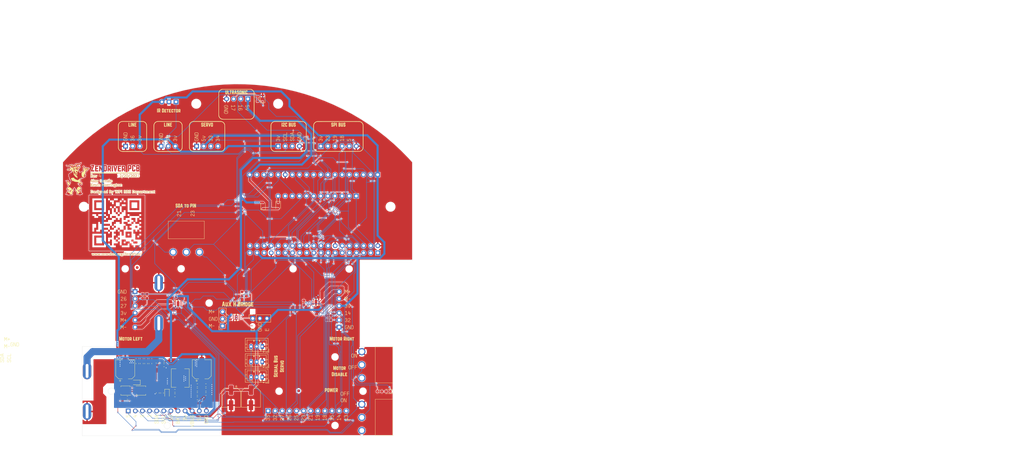
<source format=kicad_pcb>
(kicad_pcb (version 20171130) (host pcbnew "(5.1.8)-1")
  (layers (0 F.Cu signal) (1 In1.Cu signal hide) (2 In2.Cu signal hide) (31 B.Cu signal) (34 B.Paste user hide) (35 F.Paste user hide) (36 B.SilkS user hide) (37 F.SilkS user) (38 B.Mask user hide) (39 F.Mask user) (44 Edge.Cuts user))
  (net 0 "")
  (net 1 GND)
  (net 2 REG_VCC)
  (net 3 "Net-(C7-Pad1)")
  (net 4 "Net-(C7-Pad2)")
  (net 5 +5V)
  (net 6 GPIO16)
  (net 7 "Net-(D2-Pad1)")
  (net 8 "Net-(D3-Pad2)")
  (net 9 "Net-(D3-Pad1)")
  (net 10 GPIO33)
  (net 11 GPIO34)
  (net 12 +3V3)
  (net 13 EN)
  (net 14 GPIO36)
  (net 15 GPIO39)
  (net 16 GPIO35)
  (net 17 GPIO32)
  (net 18 GPIO25)
  (net 19 GPIO26)
  (net 20 GPIO13)
  (net 21 "Net-(J2-Pad16)")
  (net 22 "Net-(J2-Pad17)")
  (net 23 "Net-(J2-Pad18)")
  (net 24 GPIO23)
  (net 25 GPIO22)
  (net 26 GPIO14)
  (net 27 GPIO15)
  (net 28 GPIO27)
  (net 29 GPIO12)
  (net 30 "Net-(J5-Pad11)")
  (net 31 GPIO21)
  (net 32 GPIO17)
  (net 33 GPIO1)
  (net 34 GPIO19)
  (net 35 GPIO3)
  (net 36 GPIO18)
  (net 37 GPIO5)
  (net 38 GPIO4)
  (net 39 GPIO0)
  (net 40 GPIO2)
  (net 41 "Net-(J6-Pad33)")
  (net 42 "Net-(J6-Pad34)")
  (net 43 "Net-(J6-Pad36)")
  (net 44 "Net-(J6-Pad37)")
  (net 45 "Net-(J6-Pad38)")
  (net 46 SDA)
  (net 47 ML-)
  (net 48 ML+)
  (net 49 MR+)
  (net 50 MR-)
  (net 51 +BATT)
  (net 52 VBUS)
  (net 53 "Net-(R2-Pad1)")
  (net 54 "Net-(R3-Pad1)")
  (net 55 "Net-(R3-Pad2)")
  (net 56 "Net-(U1-Pad8)")
  (net 57 "Net-(TP2-Pad1)")
  (net 58 "Net-(D4-Pad1)")
  (net 59 "Net-(J5-Pad10)")
  (net 60 "Net-(D8-Pad2)")
  (net 61 "Net-(J6-Pad1)")
  (net 62 "Net-(J6-Pad3)")
  (net 63 "Net-(J6-Pad5)")
  (net 64 MOTOR_DISABLE)
  (net 65 "Net-(J7-Pad3)")
  (net 66 +5VL)
  (net 67 "Net-(J10-Pad1)")
  (net 68 "Net-(J10-Pad2)")
  (net 69 "Net-(J10-Pad3)")
  (net 70 MX+)
  (net 71 "Net-(J11-Pad2)")
  (net 72 MX-)
  (module "" (layer F.Cu) (at 129.75005 118.4021)
    (fp_text reference "" (at 0 0) (layer F.SilkS) (effects (font (size 1.27 1.27))))
    (fp_text value "" (at 0 0) (layer F.SilkS) (effects (font (size 1.27 1.27))))
  )
  (module "" (layer F.Cu) (at 124.761124 118.4021)
    (fp_text reference "" (at 0 0) (layer F.SilkS) (effects (font (size 1.27 1.27))))
    (fp_text value "" (at 0 0) (layer F.SilkS) (effects (font (size 1.27 1.27))))
  )
  (module "" (layer F.Cu) (at 109.848169 116.746215)
    (fp_text reference "" (at 0 0) (layer F.SilkS) (effects (font (size 1.27 1.27))))
    (fp_text value "" (at 0 0) (layer F.SilkS) (effects (font (size 1.27 1.27))))
  )
  (module "" (layer F.Cu) (at 109.735542 111.757367)
    (fp_text reference "" (at 0 0) (layer F.SilkS) (effects (font (size 1.27 1.27))))
    (fp_text value "" (at 0 0) (layer F.SilkS) (effects (font (size 1.27 1.27))))
  )
  (module "" (layer F.Cu) (at 127.17755 116.797207 90)
    (fp_text reference "" (at 0 0 90) (layer F.SilkS) (effects (font (size 1.27 1.27))))
    (fp_text value "" (at 0 0 90) (layer F.SilkS) (effects (font (size 1.27 1.27))))
  )
  (module "" (layer F.Cu) (at 110.7313 114.29975)
    (fp_text reference "" (at 0 0) (layer F.SilkS) (effects (font (size 1.27 1.27))))
    (fp_text value "" (at 0 0) (layer F.SilkS) (effects (font (size 1.27 1.27))))
  )
  (module "" (layer F.Cu) (at 36.449 126.4285)
    (fp_text reference "" (at 0 0) (layer F.SilkS) (effects (font (size 1.27 1.27))))
    (fp_text value "" (at 0 0) (layer F.SilkS) (effects (font (size 1.27 1.27))))
  )
  (module unified:Romi-unified-board-F_Cu-rev4 (layer F.Cu) (at 119.0244 93.0656)
    (fp_text reference Ref** hide)
    (fp_text value Val** hide)
    (fp_poly (pts (xy -35.052 -17.7419) (xy -38.5572 -17.7419) (xy -38.5572 -20.5486) (xy -37.846 -20.5486) (xy -37.846 -18.4531) (xy -35.7632 -18.4531) (xy -35.7632 -20.5486) (xy -37.846 -20.5486) (xy -38.5572 -20.5486) (xy -38.5572 -21.2598) (xy -35.052 -21.2598) (xy -35.052 -17.7419)) (layer F.Cu) (width 0.01))
    (fp_poly (pts (xy -47.6504 -17.7419) (xy -51.1556 -17.7419) (xy -51.1556 -20.5486) (xy -50.4444 -20.5486) (xy -50.4444 -18.4531) (xy -48.3616 -18.4531) (xy -48.3616 -20.5486) (xy -50.4444 -20.5486) (xy -51.1556 -20.5486) (xy -51.1556 -21.2598) (xy -47.6504 -21.2598) (xy -47.6504 -17.7419)) (layer F.Cu) (width 0.01))
    (fp_poly (pts (xy -35.7505 -11.4427) (xy -36.4617 -11.4427) (xy -36.4617 -12.1539) (xy -35.7505 -12.1539) (xy -35.7505 -11.4427)) (layer F.Cu) (width 0.01))
    (fp_poly (pts (xy -37.846 -7.9502) (xy -39.9542 -7.9502) (xy -39.9542 -9.3472) (xy -39.243 -9.3472) (xy -39.243 -8.6614) (xy -38.5572 -8.6614) (xy -38.5572 -9.3472) (xy -39.243 -9.3472) (xy -39.9542 -9.3472) (xy -39.9542 -10.0584) (xy -37.846 -10.0584) (xy -37.846 -7.9502)) (layer F.Cu) (width 0.01))
    (fp_poly (pts (xy -37.1475 -6.5532) (xy -35.7505 -6.5532) (xy -35.7505 -5.842) (xy -37.1602 -5.842) (xy -37.1602 -6.5405) (xy -37.8587 -6.5405) (xy -37.8587 -7.2517) (xy -37.1475 -7.2517) (xy -37.1475 -6.5532)) (layer F.Cu) (width 0.01))
    (fp_poly (pts (xy -47.6504 -5.1435) (xy -51.1556 -5.1435) (xy -51.1556 -7.9502) (xy -50.4444 -7.9502) (xy -50.4444 -5.8547) (xy -48.3616 -5.8547) (xy -48.3616 -7.9502) (xy -50.4444 -7.9502) (xy -51.1556 -7.9502) (xy -51.1556 -8.6614) (xy -47.6504 -8.6614) (xy -47.6504 -5.1435)) (layer F.Cu) (width 0.01))
    (fp_poly (pts (xy -56.557884 -33.726978) (xy -56.556704 -33.726337) (xy -56.564178 -33.718203) (xy -56.58895 -33.702032) (xy -56.62568 -33.681306) (xy -56.626149 -33.681055) (xy -56.678524 -33.649931) (xy -56.733149 -33.612567) (xy -56.763569 -33.58901) (xy -56.812573 -33.550232) (xy -56.861064 -33.515403) (xy -56.904097 -33.487736) (xy -56.936727 -33.470443) (xy -56.952462 -33.466284) (xy -56.970507 -33.471223) (xy -57.004952 -33.482461) (xy -57.048345 -33.497564) (xy -57.0484 -33.497584) (xy -57.104381 -33.513784) (xy -57.162506 -33.524647) (xy -57.198684 -33.527551) (xy -57.240423 -33.529835) (xy -57.259704 -33.536439) (xy -57.261316 -33.543875) (xy -57.244835 -33.563577) (xy -57.209692 -33.587874) (xy -57.161494 -33.613865) (xy -57.105846 -33.638646) (xy -57.048355 -33.659314) (xy -57.025656 -33.665898) (xy -56.986418 -33.674688) (xy -56.93275 -33.684426) (xy -56.869471 -33.694492) (xy -56.801401 -33.704264) (xy -56.73336 -33.713121) (xy -56.670168 -33.720443) (xy -56.616645 -33.725606) (xy -56.57761 -33.727992) (xy -56.557884 -33.726978)) (layer F.Cu) (width 0.01))
    (fp_poly (pts (xy -35.446561 -33.945146) (xy -35.386187 -33.943778) (xy -35.339136 -33.94145) (xy -35.30239 -33.938061) (xy -35.272933 -33.933508) (xy -35.24885 -33.927987) (xy -35.157584 -33.892347) (xy -35.084214 -33.838944) (xy -35.029174 -33.768119) (xy -35.01843 -33.747935) (xy -34.98215 -33.67405) (xy -34.978245 -33.306352) (xy -34.977479 -33.210939) (xy -34.977244 -33.122777) (xy -34.977512 -33.045355) (xy -34.978254 -32.982166) (xy -34.979442 -32.936699) (xy -34.981049 -32.912445) (xy -34.981416 -32.910456) (xy -34.999657 -32.872575) (xy -35.031944 -32.832248) (xy -35.069866 -32.798891) (xy -35.092917 -32.78567) (xy -35.128742 -32.770607) (xy -35.081254 -32.739729) (xy -35.042989 -32.708752) (xy -35.009118 -32.671681) (xy -35.003967 -32.664485) (xy -34.974167 -32.62012) (xy -34.978557 -32.239035) (xy -34.980007 -32.123272) (xy -34.981782 -32.029784) (xy -34.984445 -31.955448) (xy -34.988558 -31.897142) (xy -34.994683 -31.851742) (xy -35.003382 -31.816124) (xy -35.015218 -31.787167) (xy -35.030752 -31.761746) (xy -35.050546 -31.736738) (xy -35.073648 -31.710698) (xy -35.131553 -31.65841) (xy -35.198758 -31.622278) (xy -35.278051 -31.599165) (xy -35.30686 -31.595656) (xy -35.355538 -31.592616) (xy -35.420369 -31.590062) (xy -35.497637 -31.588009) (xy -35.583627 -31.586473) (xy -35.674623 -31.585472) (xy -35.766909 -31.58502) (xy -35.85677 -31.585134) (xy -35.94049 -31.585831) (xy -36.014353 -31.587126) (xy -36.074644 -31.589036) (xy -36.117646 -31.591577) (xy -36.139645 -31.594764) (xy -36.141092 -31.595411) (xy -36.143896 -31.601922) (xy -36.146341 -31.618536) (xy -36.148442 -31.646559) (xy -36.150212 -31.687301) (xy -36.151665 -31.742071) (xy -36.152816 -31.812177) (xy -36.153679 -31.898928) (xy -36.154268 -32.003632) (xy -36.154597 -32.127598) (xy -36.15468 -32.272135) (xy -36.154531 -32.438551) (xy -36.154292 -32.5628) (xy -35.7505 -32.5628) (xy -35.7505 -31.9913) (xy -35.597266 -31.9913) (xy -35.535362 -31.992332) (xy -35.481152 -31.995136) (xy -35.440605 -31.999282) (xy -35.420021 -32.00415) (xy -35.400793 -32.022513) (xy -35.386607 -32.055839) (xy -35.376998 -32.10665) (xy -35.3715 -32.17747) (xy -35.369648 -32.270823) (xy -35.369642 -32.27705) (xy -35.371296 -32.371803) (xy -35.376567 -32.443875) (xy -35.385922 -32.49579) (xy -35.399827 -32.530071) (xy -35.418746 -32.549242) (xy -35.420021 -32.549951) (xy -35.441714 -32.55498) (xy -35.482833 -32.559087) (xy -35.537409 -32.561837) (xy -35.597266 -32.5628) (xy -35.7505 -32.5628) (xy -36.154292 -32.5628) (xy -36.154165 -32.628155) (xy -36.153792 -32.773141) (xy -36.153248 -32.9692) (xy -35.7505 -32.9692) (xy -35.598809 -32.9692) (xy -35.533765 -32.969536) (xy -35.488783 -32.971124) (xy -35.458527 -32.974839) (xy -35.437662 -32.981554) (xy -35.420852 -32.992142) (xy -35.411484 -32.999862) (xy -35.37585 -33.030523) (xy -35.37585 -33.259867) (xy -35.375886 -33.352016) (xy -35.37755 -33.42192) (xy -35.383173 -33.472729) (xy -35.39509 -33.507587) (xy -35.415634 -33.529643) (xy -35.447138 -33.542043) (xy -35.491934 -33.547934) (xy -35.552357 -33.550462) (xy -35.592097 -33.551531) (xy -35.7505 -33.556012) (xy -35.7505 -32.9692) (xy -36.153248 -32.9692) (xy -36.15055 -33.94075) (xy -35.7378 -33.944513) (xy -35.61935 -33.945412) (xy -35.523276 -33.945656) (xy -35.446561 -33.945146)) (layer F.Cu) (width 0.01))
    (fp_poly (pts (xy -36.942373 -33.946575) (xy -36.865786 -33.944841) (xy -36.806935 -33.941662) (xy -36.761997 -33.9368) (xy -36.727149 -33.930019) (xy -36.716163 -33.927011) (xy -36.628573 -33.891817) (xy -36.56005 -33.842449) (xy -36.506672 -33.775536) (xy -36.479296 -33.723388) (xy -36.471046 -33.70063) (xy -36.464719 -33.67111) (xy -36.459953 -33.63094) (xy -36.456385 -33.576237) (xy -36.453654 -33.503115) (xy -36.451835 -33.429118) (xy -36.450361 -33.335654) (xy -36.450483 -33.265106) (xy -36.452293 -33.215033) (xy -36.455887 -33.182995) (xy -36.46136 -33.166554) (xy -36.46208 -33.165593) (xy -36.474217 -33.157604) (xy -36.497601 -33.152168) (xy -36.536085 -33.148896) (xy -36.593522 -33.147399) (xy -36.644231 -33.147195) (xy -36.707618 -33.147953) (xy -36.762282 -33.149886) (xy -36.802958 -33.152717) (xy -36.824384 -33.156167) (xy -36.825724 -33.156789) (xy -36.833053 -33.174363) (xy -36.838901 -33.216032) (xy -36.843127 -33.280523) (xy -36.844774 -33.327727) (xy -36.846908 -33.395327) (xy -36.849674 -33.442438) (xy -36.853928 -33.47397) (xy -36.860525 -33.494831) (xy -36.870322 -33.509933) (xy -36.877978 -33.518158) (xy -36.893658 -33.531524) (xy -36.912215 -33.540008) (xy -36.939483 -33.544699) (xy -36.981299 -33.546682) (xy -37.0332 -33.54705) (xy -37.09214 -33.546526) (xy -37.131524 -33.544228) (xy -37.157189 -33.539068) (xy -37.17497 -33.52996) (xy -37.188423 -33.518123) (xy -37.21735 -33.489195) (xy -37.21735 -32.039856) (xy -37.187369 -32.015578) (xy -37.168758 -32.003907) (xy -37.143994 -31.996594) (xy -37.107221 -31.992718) (xy -37.052584 -31.991357) (xy -37.0332 -31.9913) (xy -36.967082 -31.991976) (xy -36.919106 -31.996359) (xy -36.88618 -32.007989) (xy -36.865212 -32.030401) (xy -36.853109 -32.067133) (xy -36.846781 -32.121722) (xy -36.843135 -32.197706) (xy -36.8427 -32.209229) (xy -36.83635 -32.37865) (xy -36.45535 -32.37865) (xy -36.45535 -32.131) (xy -36.456123 -32.028773) (xy -36.459035 -31.947878) (xy -36.464976 -31.884279) (xy -36.474834 -31.833939) (xy -36.489501 -31.792821) (xy -36.509866 -31.756888) (xy -36.536818 -31.722104) (xy -36.548355 -31.70903) (xy -36.606275 -31.657228) (xy -36.674546 -31.621275) (xy -36.751251 -31.599165) (xy -36.788494 -31.59434) (xy -36.845556 -31.590672) (xy -36.91688 -31.588168) (xy -36.996909 -31.586836) (xy -37.080088 -31.586683) (xy -37.16086 -31.587717) (xy -37.23367 -31.589945) (xy -37.292961 -31.593374) (xy -37.333178 -31.598011) (xy -37.335175 -31.598389) (xy -37.405665 -31.620863) (xy -37.47418 -31.657648) (xy -37.531533 -31.703241) (xy -37.554965 -31.730043) (xy -37.56908 -31.749418) (xy -37.581307 -31.76772) (xy -37.59178 -31.786834) (xy -37.600637 -31.808644) (xy -37.608011 -31.835036) (xy -37.61404 -31.867894) (xy -37.618858 -31.909104) (xy -37.622601 -31.960549) (xy -37.625405 -32.024115) (xy -37.627405 -32.101687) (xy -37.628738 -32.195149) (xy -37.629538 -32.306386) (xy -37.629941 -32.437283) (xy -37.630084 -32.589724) (xy -37.630101 -32.765596) (xy -37.6301 -32.774179) (xy -37.630085 -32.94371) (xy -37.630001 -33.089767) (xy -37.629794 -33.214275) (xy -37.629408 -33.319161) (xy -37.628787 -33.406349) (xy -37.627876 -33.477767) (xy -37.62662 -33.53534) (xy -37.624963 -33.580994) (xy -37.62285 -33.616654) (xy -37.620224 -33.644246) (xy -37.617032 -33.665696) (xy -37.613217 -33.68293) (xy -37.608723 -33.697874) (xy -37.603496 -33.712453) (xy -37.603043 -33.713666) (xy -37.559793 -33.796337) (xy -37.498788 -33.860855) (xy -37.420236 -33.907024) (xy -37.382335 -33.920813) (xy -37.349571 -33.930037) (xy -37.316527 -33.936852) (xy -37.278652 -33.941609) (xy -37.231392 -33.944657) (xy -37.170197 -33.946347) (xy -37.090515 -33.947029) (xy -37.040518 -33.9471) (xy -36.942373 -33.946575)) (layer F.Cu) (width 0.01))
    (fp_poly (pts (xy -38.526614 -33.940439) (xy -38.41794 -33.939462) (xy -38.330899 -33.937759) (xy -38.26361 -33.935267) (xy -38.214194 -33.931924) (xy -38.18077 -33.927668) (xy -38.16721 -33.92453) (xy -38.089798 -33.888219) (xy -38.022599 -33.831082) (xy -37.970144 -33.757052) (xy -37.966782 -33.750637) (xy -37.92855 -33.675915) (xy -37.924806 -33.188066) (xy -37.92391 -33.052555) (xy -37.923684 -32.939806) (xy -37.924416 -32.847182) (xy -37.926396 -32.772047) (xy -37.929915 -32.711766) (xy -37.935261 -32.663703) (xy -37.942723 -32.625222) (xy -37.952592 -32.593687) (xy -37.965157 -32.566463) (xy -37.980707 -32.540913) (xy -37.998667 -32.515575) (xy -38.044 -32.468787) (xy -38.108539 -32.427545) (xy -38.122754 -32.420325) (xy -38.207397 -32.37865) (xy -38.452149 -32.374129) (xy -38.6969 -32.369607) (xy -38.6969 -31.984962) (xy -38.697026 -31.874865) (xy -38.697494 -31.787526) (xy -38.69844 -31.720305) (xy -38.699997 -31.670562) (xy -38.702303 -31.635656) (xy -38.705491 -31.612947) (xy -38.709697 -31.599794) (xy -38.715057 -31.593557) (xy -38.716989 -31.592609) (xy -38.736712 -31.589736) (xy -38.776403 -31.587349) (xy -38.830629 -31.585669) (xy -38.89396 -31.58492) (xy -38.905934 -31.5849) (xy -38.980609 -31.585624) (xy -39.033222 -31.588001) (xy -39.067075 -31.592343) (xy -39.085471 -31.598961) (xy -39.089113 -31.602158) (xy -39.091741 -31.613041) (xy -39.094019 -31.639569) (xy -39.095958 -31.682699) (xy -39.097565 -31.743391) (xy -39.098851 -31.822604) (xy -39.099822 -31.921295) (xy -39.10049 -32.040423) (xy -39.100863 -32.180947) (xy -39.10095 -32.343825) (xy -39.100759 -32.530016) (xy -39.1003 -32.740479) (xy -39.100197 -32.7787) (xy -38.6969 -32.7787) (xy -38.543923 -32.7787) (xy -38.478895 -32.778988) (xy -38.434115 -32.780431) (xy -38.404436 -32.783901) (xy -38.384706 -32.790271) (xy -38.369778 -32.800411) (xy -38.359773 -32.809873) (xy -38.3286 -32.841046) (xy -38.3286 -33.158415) (xy -38.328649 -33.256226) (xy -38.328982 -33.3319) (xy -38.329883 -33.388701) (xy -38.331636 -33.429891) (xy -38.334523 -33.458733) (xy -38.338828 -33.478491) (xy -38.344834 -33.492428) (xy -38.352825 -33.503807) (xy -38.359234 -33.511398) (xy -38.373145 -33.526419) (xy -38.387671 -33.536649) (xy -38.407902 -33.543198) (xy -38.438928 -33.547174) (xy -38.485839 -33.549687) (xy -38.543384 -33.551543) (xy -38.6969 -33.556076) (xy -38.6969 -32.7787) (xy -39.100197 -32.7787) (xy -39.100193 -32.780083) (xy -39.09695 -33.94075) (xy -38.6588 -33.94075) (xy -38.526614 -33.940439)) (layer F.Cu) (width 0.01))
    (fp_poly (pts (xy -40.846405 -33.652576) (xy -40.728724 -33.651484) (xy -40.633569 -33.650391) (xy -40.558067 -33.649104) (xy -40.499345 -33.647432) (xy -40.454529 -33.645183) (xy -40.420747 -33.642165) (xy -40.395124 -33.638185) (xy -40.374789 -33.633051) (xy -40.356867 -33.626572) (xy -40.338667 -33.618637) (xy -40.264963 -33.572653) (xy -40.201878 -33.508843) (xy -40.156105 -33.434272) (xy -40.149854 -33.419306) (xy -40.143229 -33.400325) (xy -40.137927 -33.379466) (xy -40.133802 -33.3538) (xy -40.13071 -33.320395) (xy -40.128505 -33.276323) (xy -40.127042 -33.218653) (xy -40.126175 -33.144457) (xy -40.12576 -33.050804) (xy -40.125651 -32.934765) (xy -40.12565 -32.9311) (xy -40.125815 -32.804899) (xy -40.126627 -32.701213) (xy -40.12857 -32.617159) (xy -40.132124 -32.549852) (xy -40.137771 -32.496408) (xy -40.145991 -32.453943) (xy -40.157266 -32.419574) (xy -40.172077 -32.390415) (xy -40.190905 -32.363584) (xy -40.214232 -32.336196) (xy -40.227303 -32.321858) (xy -40.280253 -32.26435) (xy -40.205942 -31.95955) (xy -40.185436 -31.873642) (xy -40.167372 -31.7945) (xy -40.152551 -31.725915) (xy -40.14177 -31.671676) (xy -40.135829 -31.635574) (xy -40.134991 -31.623) (xy -40.13835 -31.59125) (xy -40.319439 -31.587726) (xy -40.390558 -31.586485) (xy -40.440446 -31.58636) (xy -40.473266 -31.587897) (xy -40.493181 -31.591642) (xy -40.504355 -31.598139) (xy -40.510949 -31.607933) (xy -40.513338 -31.613126) (xy -40.519988 -31.633553) (xy -40.531501 -31.674711) (xy -40.546835 -31.732626) (xy -40.564948 -31.803324) (xy -40.584795 -31.882834) (xy -40.594264 -31.92145) (xy -40.662379 -32.20085) (xy -40.78454 -32.204485) (xy -40.9067 -32.20812) (xy -40.9067 -31.929087) (xy -40.907251 -31.845511) (xy -40.908792 -31.768899) (xy -40.911155 -31.703464) (xy -40.914173 -31.65342) (xy -40.917679 -31.62298) (xy -40.919086 -31.617477) (xy -40.931472 -31.5849) (xy -41.288329 -31.5849) (xy -41.300715 -31.617477) (xy -41.303026 -31.636162) (xy -41.305103 -31.677829) (xy -41.306946 -31.740063) (xy -41.308555 -31.820448) (xy -41.309931 -31.916568) (xy -41.311074 -32.026007) (xy -41.311984 -32.146349) (xy -41.312662 -32.275178) (xy -41.313108 -32.410079) (xy -41.313322 -32.548634) (xy -41.313305 -32.688428) (xy -41.313057 -32.827045) (xy -41.312579 -32.96207) (xy -41.31187 -33.091085) (xy -41.310932 -33.211676) (xy -41.310404 -33.2613) (xy -40.9067 -33.2613) (xy -40.9067 -32.6009) (xy -40.743007 -32.6009) (xy -40.673691 -32.601347) (xy -40.624905 -32.603095) (xy -40.591791 -32.606751) (xy -40.569489 -32.612926) (xy -40.553139 -32.622228) (xy -40.549332 -32.625178) (xy -40.5396 -32.633622) (xy -40.532242 -32.643349) (xy -40.526924 -32.657742) (xy -40.523316 -32.680185) (xy -40.521087 -32.714062) (xy -40.519904 -32.762757) (xy -40.519436 -32.829654) (xy -40.519351 -32.918138) (xy -40.51935 -32.9311) (xy -40.519163 -33.031229) (xy -40.519891 -33.108834) (xy -40.52347 -33.166773) (xy -40.531834 -33.207902) (xy -40.546918 -33.235079) (xy -40.570658 -33.25116) (xy -40.604987 -33.259002) (xy -40.651842 -33.261461) (xy -40.713157 -33.261395) (xy -40.743007 -33.2613) (xy -40.9067 -33.2613) (xy -41.310404 -33.2613) (xy -41.309763 -33.321426) (xy -41.308366 -33.417919) (xy -41.30674 -33.498739) (xy -41.304885 -33.56147) (xy -41.302802 -33.603697) (xy -41.300492 -33.623002) (xy -41.30043 -33.623174) (xy -41.287759 -33.656501) (xy -40.846405 -33.652576)) (layer F.Cu) (width 0.01))
    (fp_poly (pts (xy -41.783029 -33.65211) (xy -41.702531 -33.650916) (xy -41.642348 -33.649059) (xy -41.60121 -33.646515) (xy -41.577848 -33.643261) (xy -41.571736 -33.640877) (xy -41.56455 -33.622499) (xy -41.559109 -33.584608) (xy -41.555446 -33.533032) (xy -41.553592 -33.473601) (xy -41.55358 -33.412144) (xy -41.555443 -33.35449) (xy -41.559213 -33.306468) (xy -41.564922 -33.273907) (xy -41.56964 -33.26384) (xy -41.582206 -33.25906) (xy -41.610511 -33.255273) (xy -41.656372 -33.252408) (xy -41.721604 -33.250393) (xy -41.808024 -33.249158) (xy -41.917447 -33.248631) (xy -41.95699 -33.2486) (xy -42.3291 -33.2486) (xy -42.3291 -32.8168) (xy -42.052128 -32.8168) (xy -41.951367 -32.816334) (xy -41.87376 -32.814853) (xy -41.817076 -32.812241) (xy -41.779085 -32.808376) (xy -41.757557 -32.80314) (xy -41.75331 -32.800827) (xy -41.744715 -32.79184) (xy -41.738875 -32.776896) (xy -41.735413 -32.751873) (xy -41.733952 -32.712647) (xy -41.734114 -32.655093) (xy -41.735008 -32.600802) (xy -41.73855 -32.41675) (xy -42.3291 -32.409932) (xy -42.3291 -31.9913) (xy -41.966316 -31.9913) (xy -41.852565 -31.990829) (xy -41.756023 -31.989457) (xy -41.678483 -31.987243) (xy -41.621739 -31.98425) (xy -41.587584 -31.980538) (xy -41.578966 -31.978154) (xy -41.569108 -31.970899) (xy -41.562295 -31.958687) (xy -41.557971 -31.937285) (xy -41.555584 -31.902457) (xy -41.55458 -31.849969) (xy -41.5544 -31.790194) (xy -41.555467 -31.706705) (xy -41.558718 -31.647582) (xy -41.564229 -31.611879) (xy -41.569641 -31.60014) (xy -41.58512 -31.59699) (xy -41.622842 -31.594159) (xy -41.679652 -31.59166) (xy -41.752394 -31.589507) (xy -41.837914 -31.587712) (xy -41.933057 -31.586289) (xy -42.034666 -31.58525) (xy -42.139587 -31.584608) (xy -42.244664 -31.584376) (xy -42.346743 -31.584568) (xy -42.442669 -31.585196) (xy -42.529285 -31.586273) (xy -42.603437 -31.587812) (xy -42.66197 -31.589826) (xy -42.701729 -31.592328) (xy -42.719558 -31.595331) (xy -42.719702 -31.595417) (xy -42.722689 -31.602101) (xy -42.725268 -31.619026) (xy -42.727453 -31.647588) (xy -42.729264 -31.689186) (xy -42.730716 -31.745216) (xy -42.731827 -31.817078) (xy -42.732614 -31.906167) (xy -42.733095 -32.013883) (xy -42.733287 -32.141622) (xy -42.733207 -32.290782) (xy -42.732871 -32.462762) (xy -42.732402 -32.627097) (xy -42.72915 -33.64865) (xy -42.159111 -33.651957) (xy -42.01005 -33.652607) (xy -41.885112 -33.652666) (xy -41.783029 -33.65211)) (layer F.Cu) (width 0.01))
    (fp_poly (pts (xy -43.078183 -33.65442) (xy -43.023125 -33.652836) (xy -42.981779 -33.650484) (xy -42.959712 -33.647597) (xy -42.958789 -33.647292) (xy -42.943204 -33.629972) (xy -42.9387 -33.609005) (xy -42.941615 -33.592096) (xy -42.950057 -33.552432) (xy -42.963576 -33.491945) (xy -42.981722 -33.412566) (xy -43.004045 -33.316226) (xy -43.030094 -33.204859) (xy -43.059418 -33.080394) (xy -43.091567 -32.944764) (xy -43.12609 -32.7999) (xy -43.162537 -32.647733) (xy -43.174599 -32.597539) (xy -43.223819 -32.393635) (xy -43.267551 -32.214081) (xy -43.305905 -32.058448) (xy -43.338992 -31.926311) (xy -43.36692 -31.817244) (xy -43.389799 -31.730819) (xy -43.40774 -31.666609) (xy -43.420852 -31.624189) (xy -43.429245 -31.603132) (xy -43.431027 -31.600775) (xy -43.449939 -31.595624) (xy -43.488405 -31.591367) (xy -43.540589 -31.588119) (xy -43.600657 -31.585995) (xy -43.662774 -31.58511) (xy -43.721105 -31.585578) (xy -43.769816 -31.587514) (xy -43.803071 -31.591033) (xy -43.811773 -31.593294) (xy -43.815592 -31.595081) (xy -43.819319 -31.598244) (xy -43.823351 -31.604328) (xy -43.828084 -31.614876) (xy -43.833915 -31.631432) (xy -43.84124 -31.65554) (xy -43.850454 -31.688744) (xy -43.861955 -31.732588) (xy -43.876139 -31.788615) (xy -43.893401 -31.858371) (xy -43.914139 -31.943398) (xy -43.938749 -32.04524) (xy -43.967626 -32.165442) (xy -44.001168 -32.305548) (xy -44.03977 -32.467101) (xy -44.083829 -32.651645) (xy -44.089054 -32.673536) (xy -44.13181 -32.852973) (xy -44.168862 -33.009262) (xy -44.200542 -33.143929) (xy -44.227182 -33.258499) (xy -44.249112 -33.354497) (xy -44.266664 -33.433449) (xy -44.280168 -33.496878) (xy -44.289957 -33.546312) (xy -44.29636 -33.583275) (xy -44.299709 -33.609291) (xy -44.300336 -33.625888) (xy -44.298572 -33.634589) (xy -44.297924 -33.635561) (xy -44.286372 -33.643765) (xy -44.265029 -33.64939) (xy -44.229878 -33.652856) (xy -44.176903 -33.654584) (xy -44.112188 -33.655) (xy -44.043463 -33.654782) (xy -43.995677 -33.653675) (xy -43.964371 -33.651) (xy -43.945085 -33.646078) (xy -43.93336 -33.63823) (xy -43.924735 -33.626777) (xy -43.924512 -33.626425) (xy -43.918318 -33.608658) (xy -43.907417 -33.568544) (xy -43.892398 -33.508578) (xy -43.873848 -33.431256) (xy -43.852355 -33.339074) (xy -43.828508 -33.234527) (xy -43.802895 -33.12011) (xy -43.776102 -32.998318) (xy -43.771145 -32.97555) (xy -43.744465 -32.853114) (xy -43.719243 -32.737911) (xy -43.696024 -32.632385) (xy -43.675349 -32.538981) (xy -43.657763 -32.460141) (xy -43.643808 -32.39831) (xy -43.634028 -32.355931) (xy -43.628966 -32.335449) (xy -43.62857 -32.3342) (xy -43.624535 -32.342526) (xy -43.615625 -32.373468) (xy -43.602366 -32.424825) (xy -43.585288 -32.494395) (xy -43.564918 -32.579976) (xy -43.541783 -32.679367) (xy -43.516412 -32.790365) (xy -43.489333 -32.910769) (xy -43.476548 -32.968257) (xy -43.448576 -33.093617) (xy -43.421862 -33.211704) (xy -43.396965 -33.320149) (xy -43.374448 -33.416583) (xy -43.354872 -33.498638) (xy -43.338797 -33.563943) (xy -43.326785 -33.61013) (xy -43.319398 -33.634831) (xy -43.317849 -33.638182) (xy -43.303527 -33.645796) (xy -43.273386 -33.650942) (xy -43.224395 -33.653909) (xy -43.153519 -33.654984) (xy -43.141384 -33.655) (xy -43.078183 -33.65442)) (layer F.Cu) (width 0.01))
    (fp_poly (pts (xy -44.627859 -33.654003) (xy -44.567491 -33.650954) (xy -44.530228 -33.645766) (xy -44.51604 -33.63976) (xy -44.513094 -33.630747) (xy -44.510517 -33.609135) (xy -44.50829 -33.573655) (xy -44.506394 -33.523039) (xy -44.50481 -33.456018) (xy -44.503519 -33.371324) (xy -44.502503 -33.267688) (xy -44.501742 -33.14384) (xy -44.501217 -32.998513) (xy -44.50091 -32.830437) (xy -44.500801 -32.638344) (xy -44.5008 -32.61995) (xy -44.500893 -32.425648) (xy -44.501181 -32.255476) (xy -44.501686 -32.108165) (xy -44.502425 -31.982448) (xy -44.503418 -31.877056) (xy -44.504683 -31.790719) (xy -44.50624 -31.722169) (xy -44.508107 -31.670138) (xy -44.510304 -31.633356) (xy -44.512849 -31.610555) (xy -44.515761 -31.600467) (xy -44.51604 -31.60014) (xy -44.534928 -31.593109) (xy -44.576001 -31.588287) (xy -44.640367 -31.585589) (xy -44.712444 -31.5849) (xy -44.784159 -31.585161) (xy -44.834628 -31.586291) (xy -44.868 -31.588817) (xy -44.888426 -31.593262) (xy -44.900057 -31.600152) (xy -44.906754 -31.609466) (xy -44.909586 -31.627767) (xy -44.912078 -31.671413) (xy -44.914226 -31.740348) (xy -44.916032 -31.834519) (xy -44.917493 -31.953872) (xy -44.918611 -32.098352) (xy -44.919382 -32.267906) (xy -44.919808 -32.462479) (xy -44.9199 -32.61995) (xy -44.919727 -32.832717) (xy -44.919207 -33.020503) (xy -44.918341 -33.183255) (xy -44.917131 -33.320919) (xy -44.915576 -33.43344) (xy -44.913677 -33.520765) (xy -44.911435 -33.58284) (xy -44.908851 -33.619611) (xy -44.906754 -33.630435) (xy -44.89964 -33.640141) (xy -44.887684 -33.646902) (xy -44.866734 -33.651244) (xy -44.83264 -33.653691) (xy -44.781251 -33.654768) (xy -44.712444 -33.655) (xy -44.627859 -33.654003)) (layer F.Cu) (width 0.01))
    (fp_poly (pts (xy -45.817131 -33.654677) (xy -45.712815 -33.653471) (xy -45.627971 -33.651024) (xy -45.559639 -33.64698) (xy -45.504858 -33.640983) (xy -45.460666 -33.632675) (xy -45.424103 -33.621702) (xy -45.392208 -33.607705) (xy -45.362018 -33.590329) (xy -45.351794 -33.583705) (xy -45.294629 -33.532642) (xy -45.247563 -33.464926) (xy -45.216088 -33.388881) (xy -45.211659 -33.371214) (xy -45.206893 -33.333733) (xy -45.203454 -33.271011) (xy -45.201346 -33.183172) (xy -45.200571 -33.070342) (xy -45.201132 -32.932644) (xy -45.201495 -32.893) (xy -45.202723 -32.778996) (xy -45.203997 -32.687434) (xy -45.205512 -32.615354) (xy -45.207463 -32.559799) (xy -45.210047 -32.51781) (xy -45.213457 -32.48643) (xy -45.21789 -32.462699) (xy -45.223541 -32.44366) (xy -45.230606 -32.426354) (xy -45.232609 -32.421965) (xy -45.258911 -32.376652) (xy -45.293521 -32.330921) (xy -45.307687 -32.31556) (xy -45.355807 -32.26744) (xy -45.279103 -31.948395) (xy -45.252847 -31.836946) (xy -45.233298 -31.748759) (xy -45.220233 -31.682662) (xy -45.213428 -31.637482) (xy -45.212659 -31.612045) (xy -45.213996 -31.607125) (xy -45.221662 -31.597878) (xy -45.236132 -31.591578) (xy -45.261688 -31.587684) (xy -45.30261 -31.585652) (xy -45.363178 -31.584939) (xy -45.389209 -31.5849) (xy -45.452538 -31.585456) (xy -45.507648 -31.586974) (xy -45.549023 -31.589229) (xy -45.571149 -31.591999) (xy -45.572211 -31.592341) (xy -45.581588 -31.605306) (xy -45.594576 -31.638979) (xy -45.611472 -31.694352) (xy -45.632574 -31.772419) (xy -45.658179 -31.874172) (xy -45.665325 -31.903456) (xy -45.73905 -32.207131) (xy -45.862875 -32.207166) (xy -45.9867 -32.2072) (xy -45.9867 -31.91129) (xy -45.987144 -31.806586) (xy -45.988534 -31.725415) (xy -45.990961 -31.665928) (xy -45.994517 -31.626274) (xy -45.999292 -31.6046) (xy -46.00194 -31.60014) (xy -46.022166 -31.592731) (xy -46.065959 -31.587795) (xy -46.133991 -31.585276) (xy -46.18355 -31.5849) (xy -46.265615 -31.586074) (xy -46.32306 -31.589634) (xy -46.356555 -31.595635) (xy -46.365161 -31.60014) (xy -46.368096 -31.609137) (xy -46.370666 -31.630718) (xy -46.372887 -31.666148) (xy -46.37478 -31.716692) (xy -46.376363 -31.783615) (xy -46.377655 -31.868181) (xy -46.378674 -31.971654) (xy -46.379439 -32.0953) (xy -46.379969 -32.240381) (xy -46.380283 -32.408164) (xy -46.380399 -32.599912) (xy -46.3804 -32.627482) (xy -46.380364 -32.812731) (xy -46.380232 -32.974202) (xy -46.379974 -33.113516) (xy -46.379557 -33.232296) (xy -46.379381 -33.2613) (xy -45.9867 -33.2613) (xy -45.9867 -32.6009) (xy -45.821023 -32.6009) (xy -45.75306 -32.601135) (xy -45.705625 -32.602353) (xy -45.673849 -32.605326) (xy -45.652859 -32.610826) (xy -45.637786 -32.619622) (xy -45.624173 -32.632073) (xy -45.613832 -32.642966) (xy -45.606075 -32.654506) (xy -45.600532 -32.670259) (xy -45.596829 -32.69379) (xy -45.594597 -32.728666) (xy -45.593462 -32.778452) (xy -45.593054 -32.846714) (xy -45.593 -32.9311) (xy -45.593065 -33.020025) (xy -45.593505 -33.087115) (xy -45.594693 -33.135936) (xy -45.597001 -33.170055) (xy -45.6008 -33.193037) (xy -45.606462 -33.208447) (xy -45.614359 -33.219852) (xy -45.624173 -33.230128) (xy -45.638164 -33.242871) (xy -45.653334 -33.251567) (xy -45.674555 -33.256986) (xy -45.706697 -33.259901) (xy -45.75463 -33.261082) (xy -45.821023 -33.2613) (xy -45.9867 -33.2613) (xy -46.379381 -33.2613) (xy -46.378949 -33.332164) (xy -46.378119 -33.414741) (xy -46.377034 -33.481649) (xy -46.375663 -33.53451) (xy -46.373974 -33.574945) (xy -46.371934 -33.604577) (xy -46.369511 -33.625028) (xy -46.366675 -33.637918) (xy -46.363392 -33.644871) (xy -46.360312 -33.647292) (xy -46.343018 -33.649197) (xy -46.303578 -33.650931) (xy -46.245243 -33.652433) (xy -46.171266 -33.653644) (xy -46.0849 -33.654503) (xy -45.989397 -33.65495) (xy -45.94388 -33.655) (xy -45.817131 -33.654677)) (layer F.Cu) (width 0.01))
    (fp_poly (pts (xy -47.500072 -33.94554) (xy -47.381479 -33.94469) (xy -46.94555 -33.94075) (xy -46.872853 -33.905051) (xy -46.792437 -33.852225) (xy -46.730533 -33.782336) (xy -46.690439 -33.702574) (xy -46.685596 -33.687868) (xy -46.68143 -33.671328) (xy -46.677878 -33.650979) (xy -46.674878 -33.624844) (xy -46.672367 -33.590947) (xy -46.670284 -33.547311) (xy -46.668565 -33.491958) (xy -46.667149 -33.422914) (xy -46.665973 -33.338202) (xy -46.664974 -33.235844) (xy -46.664091 -33.113864) (xy -46.663261 -32.970287) (xy -46.662487 -32.8168) (xy -46.661752 -32.619938) (xy -46.661578 -32.448031) (xy -46.661971 -32.300642) (xy -46.662936 -32.177334) (xy -46.664476 -32.077667) (xy -46.666598 -32.001204) (xy -46.669306 -31.947508) (xy -46.672539 -31.916515) (xy -46.70038 -31.814376) (xy -46.745409 -31.730917) (xy -46.807679 -31.666068) (xy -46.88724 -31.619761) (xy -46.900389 -31.614516) (xy -46.919379 -31.608439) (xy -46.942887 -31.603477) (xy -46.973726 -31.599477) (xy -47.01471 -31.596287) (xy -47.068649 -31.593754) (xy -47.138357 -31.591726) (xy -47.226646 -31.590049) (xy -47.336329 -31.588573) (xy -47.39005 -31.58797) (xy -47.512524 -31.586856) (xy -47.611752 -31.586457) (xy -47.689879 -31.586828) (xy -47.749051 -31.588023) (xy -47.791413 -31.590096) (xy -47.81911 -31.593102) (xy -47.834287 -31.597095) (xy -47.837725 -31.599348) (xy -47.840562 -31.607234) (xy -47.843065 -31.625676) (xy -47.845251 -31.655975) (xy -47.847138 -31.699429) (xy -47.848743 -31.757339) (xy -47.850085 -31.831002) (xy -47.851181 -31.921718) (xy -47.851734 -31.9913) (xy -47.4345 -31.9913) (xy -47.276672 -31.9913) (xy -47.210902 -31.991491) (xy -47.16566 -31.992654) (xy -47.136075 -31.995673) (xy -47.117277 -32.001435) (xy -47.104393 -32.010823) (xy -47.092553 -32.024725) (xy -47.092522 -32.024763) (xy -47.086876 -32.032471) (xy -47.082101 -32.041441) (xy -47.078125 -32.053732) (xy -47.074873 -32.071399) (xy -47.072273 -32.0965) (xy -47.070253 -32.131093) (xy -47.068739 -32.177235) (xy -47.067658 -32.236983) (xy -47.066938 -32.312394) (xy -47.066505 -32.405525) (xy -47.066286 -32.518434) (xy -47.066209 -32.653177) (xy -47.0662 -32.767005) (xy -47.0662 -33.475784) (xy -47.096822 -33.511417) (xy -47.110707 -33.526442) (xy -47.125174 -33.536664) (xy -47.14531 -33.543185) (xy -47.176203 -33.547106) (xy -47.222941 -33.549528) (xy -47.280972 -33.551289) (xy -47.4345 -33.555528) (xy -47.4345 -31.9913) (xy -47.851734 -31.9913) (xy -47.852048 -32.030786) (xy -47.852705 -32.159506) (xy -47.853169 -32.309177) (xy -47.853458 -32.481097) (xy -47.853588 -32.676566) (xy -47.8536 -32.766985) (xy -47.853555 -32.967521) (xy -47.853402 -33.144132) (xy -47.853119 -33.298292) (xy -47.852684 -33.431476) (xy -47.852072 -33.545158) (xy -47.851263 -33.640813) (xy -47.850232 -33.719916) (xy -47.848957 -33.78394) (xy -47.847414 -33.834362) (xy -47.845582 -33.872655) (xy -47.843437 -33.900293) (xy -47.840956 -33.918752) (xy -47.838117 -33.929506) (xy -47.835504 -33.933609) (xy -47.822833 -33.937907) (xy -47.795217 -33.941223) (xy -47.750896 -33.943602) (xy -47.688106 -33.945086) (xy -47.605085 -33.945717) (xy -47.500072 -33.94554)) (layer F.Cu) (width 0.01))
    (fp_poly (pts (xy -48.268835 -33.653693) (xy -48.215764 -33.6509) (xy -48.174387 -33.646765) (xy -48.15075 -33.641374) (xy -48.14824 -33.63976) (xy -48.145296 -33.630749) (xy -48.142719 -33.609141) (xy -48.140493 -33.573668) (xy -48.138597 -33.523061) (xy -48.137014 -33.456054) (xy -48.135723 -33.371376) (xy -48.134706 -33.267761) (xy -48.133945 -33.14394) (xy -48.133419 -32.998645) (xy -48.133111 -32.830608) (xy -48.133001 -32.63856) (xy -48.133 -32.618966) (xy -48.133058 -32.431643) (xy -48.133249 -32.268163) (xy -48.1336 -32.126968) (xy -48.134138 -32.0065) (xy -48.13489 -31.905203) (xy -48.135883 -31.821519) (xy -48.137144 -31.75389) (xy -48.138701 -31.700759) (xy -48.14058 -31.660569) (xy -48.142808 -31.631763) (xy -48.145412 -31.612782) (xy -48.148419 -31.60207) (xy -48.150693 -31.598727) (xy -48.174169 -31.591376) (xy -48.222383 -31.587546) (xy -48.294914 -31.587266) (xy -48.312618 -31.587647) (xy -48.45685 -31.59125) (xy -49.019854 -32.72155) (xy -49.020927 -32.160934) (xy -49.021263 -32.025846) (xy -49.02176 -31.913975) (xy -49.0225 -31.823139) (xy -49.023564 -31.751156) (xy -49.025033 -31.695843) (xy -49.026988 -31.655019) (xy -49.029511 -31.6265) (xy -49.032683 -31.608105) (xy -49.036586 -31.59765) (xy -49.041299 -31.592955) (xy -49.042089 -31.592609) (xy -49.067117 -31.588044) (xy -49.1094 -31.585302) (xy -49.162902 -31.584252) (xy -49.221584 -31.584763) (xy -49.279408 -31.586701) (xy -49.330334 -31.589937) (xy -49.368326 -31.594339) (xy -49.387344 -31.599774) (xy -49.38776 -31.60014) (xy -49.390685 -31.615514) (xy -49.393325 -31.653933) (xy -49.395682 -31.713046) (xy -49.397754 -31.790499) (xy -49.399542 -31.883939) (xy -49.401046 -31.991015) (xy -49.402266 -32.109374) (xy -49.403203 -32.236663) (xy -49.403855 -32.370528) (xy -49.404223 -32.508619) (xy -49.404307 -32.648581) (xy -49.404107 -32.788063) (xy -49.403623 -32.924712) (xy -49.402854 -33.056174) (xy -49.401802 -33.180099) (xy -49.400466 -33.294131) (xy -49.398846 -33.395921) (xy -49.396942 -33.483113) (xy -49.394753 -33.553357) (xy -49.392281 -33.604299) (xy -49.389524 -33.633586) (xy -49.387761 -33.63976) (xy -49.365907 -33.647703) (xy -49.319529 -33.652783) (xy -49.249349 -33.654929) (xy -49.230979 -33.655) (xy -49.166926 -33.654411) (xy -49.123407 -33.652197) (xy -49.095574 -33.647685) (xy -49.078579 -33.640205) (xy -49.070476 -33.632775) (xy -49.061177 -33.617145) (xy -49.041928 -33.581028) (xy -49.013913 -33.526768) (xy -48.978318 -33.456709) (xy -48.936325 -33.373193) (xy -48.889119 -33.278564) (xy -48.837884 -33.175166) (xy -48.785933 -33.069677) (xy -48.52035 -32.528804) (xy -48.51704 -33.081711) (xy -48.516029 -33.222432) (xy -48.514788 -33.339504) (xy -48.513259 -33.434679) (xy -48.511382 -33.509707) (xy -48.509098 -33.566339) (xy -48.506348 -33.606326) (xy -48.503073 -33.631418) (xy -48.499212 -33.643368) (xy -48.49799 -33.644615) (xy -48.477139 -33.649783) (xy -48.437752 -33.653192) (xy -48.385875 -33.654923) (xy -48.327554 -33.655063) (xy -48.268835 -33.653693)) (layer F.Cu) (width 0.01))
    (fp_poly (pts (xy -50.354071 -33.652428) (xy -50.25879 -33.651957) (xy -49.68875 -33.64865) (xy -49.685223 -33.459118) (xy -49.68434 -33.380346) (xy -49.685203 -33.323905) (xy -49.688005 -33.28677) (xy -49.692937 -33.265919) (xy -49.697923 -33.259287) (xy -49.714382 -33.256635) (xy -49.752879 -33.254223) (xy -49.810052 -33.252143) (xy -49.882539 -33.250487) (xy -49.966981 -33.249348) (xy -50.060013 -33.248819) (xy -50.079275 -33.248795) (xy -50.4444 -33.2486) (xy -50.4444 -32.8168) (xy -50.165908 -32.8168) (xy -50.072554 -32.816563) (xy -50.001377 -32.815708) (xy -49.949157 -32.81402) (xy -49.912675 -32.811283) (xy -49.88871 -32.807282) (xy -49.874044 -32.801801) (xy -49.867458 -32.796843) (xy -49.858743 -32.783168) (xy -49.852876 -32.759872) (xy -49.849376 -32.722657) (xy -49.847764 -32.667221) (xy -49.8475 -32.618208) (xy -49.84852 -32.555201) (xy -49.851299 -32.499819) (xy -49.855417 -32.457916) (xy -49.860454 -32.435344) (xy -49.860647 -32.434966) (xy -49.866237 -32.427011) (xy -49.875519 -32.420985) (xy -49.891726 -32.416619) (xy -49.91809 -32.41365) (xy -49.957841 -32.411809) (xy -50.014212 -32.410832) (xy -50.090433 -32.410453) (xy -50.159097 -32.4104) (xy -50.4444 -32.4104) (xy -50.4444 -31.9913) (xy -50.079275 -31.991106) (xy -49.984933 -31.990709) (xy -49.898512 -31.989685) (xy -49.823375 -31.988125) (xy -49.762884 -31.986122) (xy -49.720399 -31.983768) (xy -49.699283 -31.981157) (xy -49.697923 -31.980614) (xy -49.691336 -31.969628) (xy -49.687017 -31.944538) (xy -49.684776 -31.902321) (xy -49.684419 -31.839953) (xy -49.685223 -31.780783) (xy -49.68875 -31.59125) (xy -50.260758 -31.587948) (xy -50.404966 -31.587284) (xy -50.525479 -31.587124) (xy -50.623998 -31.587504) (xy -50.702223 -31.588457) (xy -50.761856 -31.590019) (xy -50.804598 -31.592225) (xy -50.832148 -31.59511) (xy -50.846209 -31.598709) (xy -50.848133 -31.600013) (xy -50.851303 -31.615631) (xy -50.854142 -31.654248) (xy -50.856652 -31.713515) (xy -50.858836 -31.791083) (xy -50.860695 -31.884606) (xy -50.862231 -31.991733) (xy -50.863448 -32.110118) (xy -50.864347 -32.237412) (xy -50.86493 -32.371267) (xy -50.8652 -32.509335) (xy -50.86516 -32.649267) (xy -50.864811 -32.788716) (xy -50.864155 -32.925333) (xy -50.863195 -33.05677) (xy -50.861934 -33.180679) (xy -50.860373 -33.294711) (xy -50.858514 -33.396519) (xy -50.856361 -33.483755) (xy -50.853914 -33.554069) (xy -50.851177 -33.605115) (xy -50.848152 -33.634544) (xy -50.846165 -33.640877) (xy -50.833181 -33.644584) (xy -50.803208 -33.647565) (xy -50.754977 -33.649845) (xy -50.687217 -33.651447) (xy -50.598659 -33.652396) (xy -50.488033 -33.652715) (xy -50.354071 -33.652428)) (layer F.Cu) (width 0.01))
    (fp_poly (pts (xy -51.11978 -33.912086) (xy -51.123631 -33.895978) (xy -51.136028 -33.858058) (xy -51.156284 -33.800179) (xy -51.183712 -33.724192) (xy -51.217626 -33.631948) (xy -51.257339 -33.525298) (xy -51.302165 -33.406096) (xy -51.351416 -33.27619) (xy -51.404406 -33.137435) (xy -51.460448 -32.99168) (xy -51.478555 -32.944789) (xy -51.535351 -32.797774) (xy -51.589419 -32.657644) (xy -51.640067 -32.526199) (xy -51.686606 -32.405238) (xy -51.728346 -32.296562) (xy -51.764595 -32.20197) (xy -51.794665 -32.123262) (xy -51.817864 -32.062238) (xy -51.833503 -32.020698) (xy -51.840891 -32.000442) (xy -51.8414 -31.998728) (xy -51.829263 -31.996715) (xy -51.795097 -31.994908) (xy -51.742275 -31.993386) (xy -51.674168 -31.992227) (xy -51.594149 -31.991508) (xy -51.518458 -31.9913) (xy -51.41745 -31.991112) (xy -51.338863 -31.990431) (xy -51.279723 -31.989084) (xy -51.237051 -31.986898) (xy -51.207872 -31.9837) (xy -51.18921 -31.979316) (xy -51.178088 -31.973573) (xy -51.175558 -31.971343) (xy -51.166965 -31.957913) (xy -51.161137 -31.935055) (xy -51.157614 -31.898525) (xy -51.155931 -31.844083) (xy -51.1556 -31.7881) (xy -51.156192 -31.717203) (xy -51.158273 -31.667443) (xy -51.162307 -31.634579) (xy -51.168756 -31.614368) (xy -51.175558 -31.604858) (xy -51.182609 -31.600158) (xy -51.194969 -31.596247) (xy -51.214797 -31.593053) (xy -51.244253 -31.590508) (xy -51.285497 -31.588541) (xy -51.340688 -31.58708) (xy -51.411987 -31.586057) (xy -51.501554 -31.585401) (xy -51.611547 -31.585041) (xy -51.744128 -31.584907) (xy -51.788968 -31.5849) (xy -51.937136 -31.585073) (xy -52.061485 -31.585618) (xy -52.163595 -31.586574) (xy -52.245045 -31.587981) (xy -52.307412 -31.589879) (xy -52.352278 -31.592307) (xy -52.38122 -31.595304) (xy -52.395819 -31.59891) (xy -52.39766 -31.60014) (xy -52.411246 -31.623613) (xy -52.4129 -31.633415) (xy -52.408411 -31.64785) (xy -52.395409 -31.684114) (xy -52.374594 -31.740365) (xy -52.346668 -31.81476) (xy -52.312329 -31.905458) (xy -52.272277 -32.010617) (xy -52.227214 -32.128395) (xy -52.177838 -32.25695) (xy -52.124851 -32.39444) (xy -52.068952 -32.539023) (xy -52.055461 -32.57385) (xy -51.998866 -32.719984) (xy -51.944879 -32.859548) (xy -51.894214 -32.990687) (xy -51.847584 -33.111548) (xy -51.805703 -33.220277) (xy -51.769283 -33.315019) (xy -51.739039 -33.39392) (xy -51.715683 -33.455128) (xy -51.699928 -33.496788) (xy -51.692488 -33.517045) (xy -51.69203 -33.518475) (xy -51.691628 -33.52561) (xy -51.69675 -33.53104) (xy -51.710365 -33.534997) (xy -51.73544 -33.537716) (xy -51.774946 -33.539431) (xy -51.831849 -33.540375) (xy -51.909118 -33.540783) (xy -51.976444 -33.540874) (xy -52.061388 -33.541254) (xy -52.139102 -33.542222) (xy -52.205543 -33.54368) (xy -52.256669 -33.545525) (xy -52.288436 -33.547659) (xy -52.295748 -33.548789) (xy -52.306789 -33.55249) (xy -52.314503 -33.55931) (xy -52.319389 -33.573173) (xy -52.321946 -33.598002) (xy -52.322671 -33.637719) (xy -52.322064 -33.696248) (xy -52.321148 -33.748641) (xy -52.31765 -33.94075) (xy -51.12385 -33.94075) (xy -51.11978 -33.912086)) (layer F.Cu) (width 0.01))
    (fp_poly (pts (xy -34.9758 -30.9372) (xy -52.4129 -30.9372) (xy -52.4129 -31.2166) (xy -34.9758 -31.2166) (xy -34.9758 -30.9372)) (layer F.Cu) (width 0.01))
    (fp_poly (pts (xy -36.142771 -30.573805) (xy -36.066624 -30.550199) (xy -36.001645 -30.511078) (xy -35.951373 -30.457637) (xy -35.919348 -30.391072) (xy -35.915111 -30.374823) (xy -35.904649 -30.298226) (xy -35.908876 -30.222751) (xy -35.928905 -30.146144) (xy -35.965848 -30.066148) (xy -36.020817 -29.980508) (xy -36.094925 -29.886968) (xy -36.189284 -29.783272) (xy -36.224922 -29.746575) (xy -36.340549 -29.6291) (xy -35.876872 -29.6291) (xy -35.864163 -29.595673) (xy -35.857747 -29.555722) (xy -35.866062 -29.519092) (xy -35.882387 -29.49912) (xy -35.898312 -29.496725) (xy -35.93528 -29.494752) (xy -35.988937 -29.493207) (xy -36.05493 -29.492098) (xy -36.128904 -29.491431) (xy -36.206507 -29.491213) (xy -36.283384 -29.491451) (xy -36.355182 -29.492151) (xy -36.417547 -29.49332) (xy -36.466126 -29.494966) (xy -36.496564 -29.497094) (xy -36.502975 -29.498155) (xy -36.517051 -29.507902) (xy -36.523769 -29.531602) (xy -36.5252 -29.565846) (xy -36.524671 -29.589851) (xy -36.521374 -29.609974) (xy -36.51275 -29.630109) (xy -36.496237 -29.65415) (xy -36.469276 -29.685991) (xy -36.429305 -29.729526) (xy -36.3901 -29.77129) (xy -36.302157 -29.866627) (xy -36.231622 -29.947841) (xy -36.176837 -30.017588) (xy -36.136144 -30.078528) (xy -36.107886 -30.13332) (xy -36.090405 -30.184621) (xy -36.082043 -30.235091) (xy -36.080711 -30.267462) (xy -36.082474 -30.312273) (xy -36.090378 -30.34282) (xy -36.108318 -30.370137) (xy -36.122763 -30.386572) (xy -36.153644 -30.415736) (xy -36.184741 -30.431111) (xy -36.228241 -30.438556) (xy -36.231609 -30.438887) (xy -36.268151 -30.440778) (xy -36.299592 -30.436953) (xy -36.334325 -30.425239) (xy -36.380741 -30.403461) (xy -36.393774 -30.396891) (xy -36.445993 -30.371998) (xy -36.480261 -30.361276) (xy -36.500271 -30.365606) (xy -36.509717 -30.385866) (xy -36.512292 -30.422937) (xy -36.512306 -30.425118) (xy -36.506679 -30.459974) (xy -36.486887 -30.489011) (xy -36.449135 -30.5162) (xy -36.402825 -30.539574) (xy -36.31441 -30.569688) (xy -36.226546 -30.5807) (xy -36.142771 -30.573805)) (layer F.Cu) (width 0.01))
    (fp_poly (pts (xy -37.851871 -30.575028) (xy -37.772972 -30.553675) (xy -37.705679 -30.516547) (xy -37.653574 -30.46515) (xy -37.620241 -30.400993) (xy -37.617157 -30.39064) (xy -37.60824 -30.329404) (xy -37.608919 -30.256467) (xy -37.618358 -30.183288) (xy -37.635719 -30.121323) (xy -37.637062 -30.11805) (xy -37.664136 -30.063025) (xy -37.701384 -30.004145) (xy -37.751215 -29.938191) (xy -37.816038 -29.861943) (xy -37.886037 -29.785227) (xy -38.025936 -29.63545) (xy -37.806722 -29.631966) (xy -37.72081 -29.629793) (xy -37.651802 -29.626374) (xy -37.602236 -29.621895) (xy -37.574651 -29.616543) (xy -37.570704 -29.614536) (xy -37.556748 -29.588516) (xy -37.555458 -29.551222) (xy -37.567047 -29.513966) (xy -37.572472 -29.506202) (xy -37.581457 -29.500276) (xy -37.597143 -29.495947) (xy -37.622668 -29.492972) (xy -37.661171 -29.491111) (xy -37.715789 -29.490121) (xy -37.789662 -29.489762) (xy -37.881372 -29.489787) (xy -37.978954 -29.490459) (xy -38.06253 -29.492138) (xy -38.129411 -29.494711) (xy -38.176903 -29.498068) (xy -38.202318 -29.502097) (xy -38.204775 -29.503118) (xy -38.220921 -29.523401) (xy -38.226885 -29.562095) (xy -38.227 -29.570596) (xy -38.226193 -29.591057) (xy -38.222167 -29.609588) (xy -38.212515 -29.629609) (xy -38.194829 -29.654537) (xy -38.166701 -29.687792) (xy -38.125726 -29.732791) (xy -38.073167 -29.789039) (xy -37.986284 -29.883903) (xy -37.917142 -29.965027) (xy -37.864077 -30.035066) (xy -37.825428 -30.096671) (xy -37.799531 -30.152495) (xy -37.784724 -30.20519) (xy -37.779344 -30.257409) (xy -37.779336 -30.25775) (xy -37.78707 -30.329354) (xy -37.812507 -30.384026) (xy -37.853698 -30.420926) (xy -37.908694 -30.439214) (xy -37.975545 -30.438051) (xy -38.052301 -30.416594) (xy -38.098805 -30.395443) (xy -38.141661 -30.374588) (xy -38.175371 -30.360409) (xy -38.194133 -30.355278) (xy -38.195903 -30.355769) (xy -38.202222 -30.371699) (xy -38.209066 -30.402218) (xy -38.210202 -30.408864) (xy -38.207653 -30.453986) (xy -38.183511 -30.492595) (xy -38.136726 -30.525596) (xy -38.066251 -30.553894) (xy -38.03015 -30.564378) (xy -37.938791 -30.579098) (xy -37.851871 -30.575028)) (layer F.Cu) (width 0.01))
    (fp_poly (pts (xy -40.153228 -30.565954) (xy -40.10025 -30.547248) (xy -40.034933 -30.502662) (xy -39.989953 -30.446822) (xy -39.963752 -30.376867) (xy -39.95477 -30.289935) (xy -39.954758 -30.280383) (xy -39.958523 -30.218224) (xy -39.9702 -30.1598) (xy -39.991624 -30.101797) (xy -40.024632 -30.040904) (xy -40.071058 -29.973808) (xy -40.132739 -29.897196) (xy -40.211511 -29.807755) (xy -40.224725 -29.793235) (xy -40.374599 -29.6291) (xy -40.15424 -29.6291) (xy -40.068535 -29.628781) (xy -40.00494 -29.627211) (xy -39.960165 -29.623475) (xy -39.930923 -29.616657) (xy -39.913924 -29.605843) (xy -39.90588 -29.590115) (xy -39.903503 -29.568558) (xy -39.9034 -29.55925) (xy -39.908047 -29.526366) (xy -39.91864 -29.50464) (xy -39.935694 -29.499967) (xy -39.973787 -29.496122) (xy -40.028574 -29.493117) (xy -40.095705 -29.490961) (xy -40.170836 -29.489666) (xy -40.249618 -29.489241) (xy -40.327705 -29.489697) (xy -40.40075 -29.491045) (xy -40.464405 -29.493294) (xy -40.514324 -29.496456) (xy -40.54616 -29.50054) (xy -40.554275 -29.503118) (xy -40.571309 -29.525725) (xy -40.5765 -29.56649) (xy -40.575092 -29.588463) (xy -40.569041 -29.609091) (xy -40.555608 -29.632523) (xy -40.532056 -29.662905) (xy -40.495645 -29.704387) (xy -40.459025 -29.744439) (xy -40.381489 -29.829307) (xy -40.31948 -29.898944) (xy -40.270683 -29.956196) (xy -40.232784 -30.00391) (xy -40.203467 -30.044933) (xy -40.180418 -30.082112) (xy -40.171909 -30.097531) (xy -40.136357 -30.182342) (xy -40.12274 -30.258453) (xy -40.129134 -30.323819) (xy -40.153616 -30.376396) (xy -40.194264 -30.414139) (xy -40.249155 -30.435006) (xy -40.316366 -30.436951) (xy -40.393974 -30.41793) (xy -40.449812 -30.392975) (xy -40.490172 -30.373667) (xy -40.522174 -30.361742) (xy -40.539006 -30.35973) (xy -40.539142 -30.359809) (xy -40.546454 -30.375983) (xy -40.550682 -30.407901) (xy -40.5511 -30.422678) (xy -40.547519 -30.463067) (xy -40.533865 -30.489595) (xy -40.518632 -30.503697) (xy -40.461259 -30.536358) (xy -40.388427 -30.559707) (xy -40.30774 -30.57295) (xy -40.226805 -30.575296) (xy -40.153228 -30.565954)) (layer F.Cu) (width 0.01))
    (fp_poly (pts (xy -36.982967 -30.57646) (xy -36.900144 -30.558984) (xy -36.831623 -30.526248) (xy -36.776653 -30.476941) (xy -36.734485 -30.409756) (xy -36.704369 -30.323384) (xy -36.685555 -30.216515) (xy -36.677293 -30.087841) (xy -36.676755 -30.042041) (xy -36.680747 -29.913653) (xy -36.693555 -29.80649) (xy -36.716001 -29.717665) (xy -36.748905 -29.644296) (xy -36.793087 -29.583496) (xy -36.812992 -29.563099) (xy -36.871723 -29.522811) (xy -36.945953 -29.495135) (xy -37.028364 -29.481528) (xy -37.111635 -29.483451) (xy -37.162123 -29.49354) (xy -37.238629 -29.525004) (xy -37.299252 -29.572838) (xy -37.346208 -29.639442) (xy -37.381716 -29.727216) (xy -37.383533 -29.733215) (xy -37.394825 -29.788098) (xy -37.402805 -29.861445) (xy -37.407438 -29.946532) (xy -37.408293 -30.008071) (xy -37.258249 -30.008071) (xy -37.252573 -29.913808) (xy -37.239983 -29.825826) (xy -37.220676 -29.749558) (xy -37.194852 -29.690439) (xy -37.183529 -29.673802) (xy -37.137484 -29.633718) (xy -37.080888 -29.611853) (xy -37.020793 -29.609255) (xy -36.964249 -29.626973) (xy -36.946185 -29.63848) (xy -36.902399 -29.681229) (xy -36.869723 -29.737195) (xy -36.847321 -29.809094) (xy -36.834361 -29.89964) (xy -36.830007 -30.01155) (xy -36.83 -30.016786) (xy -36.833787 -30.140153) (xy -36.8456 -30.240594) (xy -36.866124 -30.319499) (xy -36.896042 -30.378257) (xy -36.936037 -30.418259) (xy -36.986792 -30.440894) (xy -37.04176 -30.447561) (xy -37.103628 -30.440291) (xy -37.151953 -30.415033) (xy -37.191276 -30.368828) (xy -37.207833 -30.339245) (xy -37.231802 -30.274201) (xy -37.248061 -30.193702) (xy -37.256811 -30.10318) (xy -37.258249 -30.008071) (xy -37.408293 -30.008071) (xy -37.40869 -30.036634) (xy -37.406525 -30.125027) (xy -37.400909 -30.204988) (xy -37.391807 -30.269792) (xy -37.386434 -30.292679) (xy -37.34805 -30.391951) (xy -37.295101 -30.470715) (xy -37.228218 -30.528525) (xy -37.148036 -30.564936) (xy -37.055186 -30.579502) (xy -36.982967 -30.57646)) (layer F.Cu) (width 0.01))
    (fp_poly (pts (xy -50.17994 -30.251612) (xy -50.15701 -30.249217) (xy -50.128803 -30.240327) (xy -50.117598 -30.21812) (xy -50.116927 -30.2133) (xy -50.120189 -30.193668) (xy -50.131072 -30.154355) (xy -50.148284 -30.098995) (xy -50.170533 -30.031219) (xy -50.196526 -29.954658) (xy -50.22497 -29.872946) (xy -50.254573 -29.789712) (xy -50.284042 -29.70859) (xy -50.312085 -29.633212) (xy -50.33741 -29.567208) (xy -50.358723 -29.514211) (xy -50.374733 -29.477853) (xy -50.384146 -29.461765) (xy -50.384471 -29.461525) (xy -50.407832 -29.455228) (xy -50.445936 -29.452232) (xy -50.488344 -29.452534) (xy -50.524613 -29.45613) (xy -50.542497 -29.461567) (xy -50.550492 -29.475572) (xy -50.565758 -29.510557) (xy -50.587134 -29.563544) (xy -50.613455 -29.631554) (xy -50.643558 -29.711609) (xy -50.676279 -29.800732) (xy -50.691913 -29.844016) (xy -50.731157 -29.954061) (xy -50.761965 -30.042475) (xy -50.784976 -30.111348) (xy -50.80083 -30.162772) (xy -50.810169 -30.198839) (xy -50.813632 -30.221639) (xy -50.81186 -30.233264) (xy -50.811336 -30.233995) (xy -50.789716 -30.245164) (xy -50.753315 -30.251053) (xy -50.741588 -30.2514) (xy -50.702404 -30.248169) (xy -50.679042 -30.23612) (xy -50.668641 -30.222825) (xy -50.659613 -30.202829) (xy -50.644045 -30.162557) (xy -50.623333 -30.105864) (xy -50.598871 -30.036603) (xy -50.572053 -29.958629) (xy -50.558224 -29.91766) (xy -50.531523 -29.839541) (xy -50.507074 -29.770822) (xy -50.486103 -29.714722) (xy -50.469834 -29.674459) (xy -50.459494 -29.653252) (xy -50.456689 -29.65096) (xy -50.450285 -29.665296) (xy -50.436994 -29.70026) (xy -50.418053 -29.752414) (xy -50.394698 -29.81832) (xy -50.368167 -29.89454) (xy -50.34912 -29.949984) (xy -50.316899 -30.043963) (xy -50.29124 -30.11657) (xy -50.270444 -30.170452) (xy -50.252812 -30.208255) (xy -50.236645 -30.232626) (xy -50.220243 -30.246211) (xy -50.201908 -30.251658) (xy -50.17994 -30.251612)) (layer F.Cu) (width 0.01))
    (fp_poly (pts (xy -52.158782 -30.528106) (xy -52.086545 -30.523464) (xy -52.032072 -30.51768) (xy -51.938393 -30.49681) (xy -51.865181 -30.461002) (xy -51.81216 -30.409968) (xy -51.779048 -30.343419) (xy -51.765566 -30.261069) (xy -51.7652 -30.243186) (xy -51.76738 -30.194454) (xy -51.77301 -30.150817) (xy -51.778679 -30.128402) (xy -51.803968 -30.084857) (xy -51.843257 -30.041085) (xy -51.887157 -30.006764) (xy -51.906365 -29.996794) (xy -51.942595 -29.981787) (xy -51.894326 -29.92695) (xy -51.872707 -29.89611) (xy -51.846189 -29.848856) (xy -51.816936 -29.790222) (xy -51.787113 -29.725241) (xy -51.758886 -29.658946) (xy -51.734422 -29.596372) (xy -51.715884 -29.54255) (xy -51.705439 -29.502515) (xy -51.70416 -29.484944) (xy -51.709352 -29.469138) (xy -51.723421 -29.460936) (xy -51.752831 -29.457943) (xy -51.777859 -29.45765) (xy -51.847667 -29.45765) (xy -51.911859 -29.6164) (xy -51.94458 -29.696404) (xy -51.970303 -29.756541) (xy -51.99104 -29.800698) (xy -52.008801 -29.832757) (xy -52.025595 -29.856602) (xy -52.043432 -29.876118) (xy -52.049072 -29.881508) (xy -52.089655 -29.90636) (xy -52.147086 -29.924311) (xy -52.213214 -29.932964) (xy -52.225295 -29.933347) (xy -52.25994 -29.9339) (xy -52.26685 -29.45765) (xy -52.330838 -29.453905) (xy -52.369324 -29.453407) (xy -52.396686 -29.456284) (xy -52.403863 -29.459197) (xy -52.405818 -29.473455) (xy -52.407627 -29.51039) (xy -52.409244 -29.567281) (xy -52.410623 -29.641406) (xy -52.411717 -29.730042) (xy -52.412479 -29.830468) (xy -52.412863 -29.93996) (xy -52.4129 -29.987132) (xy -52.4129 -30.044428) (xy -52.2605 -30.044428) (xy -52.151478 -30.052122) (xy -52.076764 -30.060693) (xy -52.022014 -30.074148) (xy -52.002253 -30.083015) (xy -51.957891 -30.121418) (xy -51.931109 -30.17134) (xy -51.921882 -30.226879) (xy -51.930185 -30.282135) (xy -51.955995 -30.331206) (xy -51.999287 -30.368192) (xy -52.003445 -30.370421) (xy -52.032042 -30.37973) (xy -52.077611 -30.388759) (xy -52.131758 -30.395945) (xy -52.149375 -30.397587) (xy -52.2605 -30.406805) (xy -52.2605 -30.044428) (xy -52.4129 -30.044428) (xy -52.4129 -30.506029) (xy -52.380324 -30.518415) (xy -52.34738 -30.525103) (xy -52.295365 -30.528938) (xy -52.230443 -30.529935) (xy -52.158782 -30.528106)) (layer F.Cu) (width 0.01))
    (fp_poly (pts (xy -51.182103 -30.255899) (xy -51.141528 -30.250528) (xy -51.10657 -30.238987) (xy -51.070426 -30.220822) (xy -51.003541 -30.171885) (xy -50.955768 -30.108451) (xy -50.926383 -30.02909) (xy -50.914661 -29.932371) (xy -50.914371 -29.913034) (xy -50.916072 -29.866282) (xy -50.922091 -29.839541) (xy -50.933641 -29.827612) (xy -50.934389 -29.827309) (xy -50.952894 -29.824918) (xy -50.992522 -29.822829) (xy -51.048995 -29.821164) (xy -51.118037 -29.820048) (xy -51.19537 -29.819603) (xy -51.202206 -29.8196) (xy -51.449933 -29.8196) (xy -51.441374 -29.765625) (xy -51.418687 -29.688269) (xy -51.378878 -29.628926) (xy -51.32333 -29.588216) (xy -51.253429 -29.566757) (xy -51.17056 -29.565168) (xy -51.076106 -29.584066) (xy -51.051902 -29.591708) (xy -51.009027 -29.604313) (xy -50.974352 -29.611203) (xy -50.957052 -29.611156) (xy -50.9448 -29.594447) (xy -50.939712 -29.561722) (xy -50.9397 -29.559942) (xy -50.944694 -29.527319) (xy -50.962111 -29.50254) (xy -50.995611 -29.483066) (xy -51.04885 -29.466358) (xy -51.087138 -29.457582) (xy -51.186965 -29.442331) (xy -51.273962 -29.44259) (xy -51.34687 -29.455934) (xy -51.393619 -29.471631) (xy -51.438444 -29.49141) (xy -51.44847 -29.496844) (xy -51.502894 -29.54228) (xy -51.545514 -29.605817) (xy -51.575936 -29.682864) (xy -51.593768 -29.768832) (xy -51.598616 -29.859129) (xy -51.591534 -29.9339) (xy -51.446486 -29.9339) (xy -51.051982 -29.9339) (xy -51.060871 -29.975175) (xy -51.085492 -30.047692) (xy -51.123586 -30.098731) (xy -51.175324 -30.12845) (xy -51.234144 -30.1371) (xy -51.306724 -30.127881) (xy -51.362939 -30.099491) (xy -51.404263 -30.050834) (xy -51.428925 -29.992251) (xy -51.446486 -29.9339) (xy -51.591534 -29.9339) (xy -51.590088 -29.949165) (xy -51.567791 -30.034349) (xy -51.531333 -30.11009) (xy -51.504127 -30.147203) (xy -51.445777 -30.201692) (xy -51.378645 -30.236759) (xy -51.298118 -30.254313) (xy -51.23815 -30.257239) (xy -51.182103 -30.255899)) (layer F.Cu) (width 0.01))
    (fp_poly (pts (xy -38.38575 -30.705564) (xy -38.351143 -30.700401) (xy -38.334963 -30.688499) (xy -38.33124 -30.676327) (xy -38.334699 -30.658729) (xy -38.346218 -30.620124) (xy -38.364838 -30.563125) (xy -38.3896 -30.490347) (xy -38.419544 -30.404401) (xy -38.453711 -30.307901) (xy -38.491142 -30.203461) (xy -38.530877 -30.093694) (xy -38.571957 -29.981213) (xy -38.613424 -29.868631) (xy -38.654317 -29.758561) (xy -38.693677 -29.653617) (xy -38.730545 -29.556412) (xy -38.763961 -29.46956) (xy -38.792967 -29.395673) (xy -38.816604 -29.337364) (xy -38.83391 -29.297248) (xy -38.843929 -29.277937) (xy -38.844997 -29.276784) (xy -38.885236 -29.263065) (xy -38.940859 -29.269421) (xy -38.941375 -29.269555) (xy -38.960123 -29.285386) (xy -38.9636 -29.298895) (xy -38.95934 -29.315843) (xy -38.947191 -29.353719) (xy -38.928099 -29.409939) (xy -38.903011 -29.481919) (xy -38.872873 -29.567074) (xy -38.838632 -29.66282) (xy -38.801235 -29.766571) (xy -38.761628 -29.875745) (xy -38.720757 -29.987755) (xy -38.67957 -30.100018) (xy -38.639012 -30.20995) (xy -38.60003 -30.314964) (xy -38.563572 -30.412478) (xy -38.530582 -30.499907) (xy -38.502009 -30.574665) (xy -38.478797 -30.634169) (xy -38.461895 -30.675834) (xy -38.452248 -30.697076) (xy -38.450751 -30.699214) (xy -38.429733 -30.704637) (xy -38.395339 -30.706009) (xy -38.38575 -30.705564)) (layer F.Cu) (width 0.01))
    (fp_poly (pts (xy -40.70754 -30.704569) (xy -40.681755 -30.693561) (xy -40.679551 -30.691299) (xy -40.678291 -30.682225) (xy -40.681676 -30.662259) (xy -40.690201 -30.629927) (xy -40.704362 -30.583757) (xy -40.724654 -30.522274) (xy -40.751571 -30.444005) (xy -40.785608 -30.347478) (xy -40.827261 -30.231218) (xy -40.877024 -30.093753) (xy -40.919126 -29.978152) (xy -40.965375 -29.851562) (xy -41.009075 -29.732227) (xy -41.049445 -29.622259) (xy -41.085705 -29.523771) (xy -41.117076 -29.438875) (xy -41.142776 -29.369683) (xy -41.162026 -29.318307) (xy -41.174044 -29.28686) (xy -41.178007 -29.277361) (xy -41.195284 -29.271562) (xy -41.226848 -29.267588) (xy -41.261603 -29.266259) (xy -41.288456 -29.268398) (xy -41.290875 -29.268998) (xy -41.309739 -29.283089) (xy -41.3131 -29.29374) (xy -41.308832 -29.309381) (xy -41.296662 -29.346221) (xy -41.277541 -29.401651) (xy -41.252421 -29.473064) (xy -41.222254 -29.557852) (xy -41.187992 -29.653406) (xy -41.150586 -29.757118) (xy -41.110989 -29.86638) (xy -41.070152 -29.978584) (xy -41.029026 -30.091123) (xy -40.988564 -30.201387) (xy -40.949717 -30.306768) (xy -40.913436 -30.40466) (xy -40.880675 -30.492453) (xy -40.852384 -30.567539) (xy -40.829514 -30.627311) (xy -40.813019 -30.66916) (xy -40.80385 -30.690478) (xy -40.802686 -30.692459) (xy -40.779639 -30.704128) (xy -40.744046 -30.708127) (xy -40.70754 -30.704569)) (layer F.Cu) (width 0.01))
    (fp_poly (pts (xy -46.015209 -28.770413) (xy -45.986299 -28.745924) (xy -45.974482 -28.703039) (xy -45.974 -28.689113) (xy -45.984175 -28.642425) (xy -46.013196 -28.612125) (xy -46.058812 -28.600461) (xy -46.0629 -28.6004) (xy -46.098768 -28.607814) (xy -46.123575 -28.620171) (xy -46.144436 -28.643981) (xy -46.151663 -28.680908) (xy -46.1518 -28.689113) (xy -46.14403 -28.736906) (xy -46.119591 -28.765877) (xy -46.076797 -28.777718) (xy -46.0629 -28.7782) (xy -46.015209 -28.770413)) (layer F.Cu) (width 0.01))
    (fp_poly (pts (xy -45.6057 -28.258859) (xy -45.605775 -28.122566) (xy -45.60605 -28.009508) (xy -45.6066 -27.917518) (xy -45.6075 -27.844433) (xy -45.608825 -27.788085) (xy -45.610652 -27.746311) (xy -45.613054 -27.716944) (xy -45.616108 -27.69782) (xy -45.619889 -27.686773) (xy -45.624472 -27.681638) (xy -45.625789 -27.681009) (xy -45.65931 -27.675055) (xy -45.700281 -27.675664) (xy -45.729525 -27.681711) (xy -45.733466 -27.688644) (xy -45.736747 -27.707182) (xy -45.739416 -27.739127) (xy -45.741525 -27.786282) (xy -45.743122 -27.850448) (xy -45.744256 -27.933427) (xy -45.744979 -28.037021) (xy -45.745338 -28.163031) (xy -45.7454 -28.258559) (xy -45.7454 -28.829) (xy -45.6057 -28.829) (xy -45.6057 -28.258859)) (layer F.Cu) (width 0.01))
    (fp_poly (pts (xy -45.986338 -27.689058) (xy -46.015094 -27.681353) (xy -46.081668 -27.675966) (xy -46.117058 -27.68209) (xy -46.123369 -27.685174) (xy -46.128329 -27.692538) (xy -46.132067 -27.706851) (xy -46.13471 -27.73078) (xy -46.136388 -27.766995) (xy -46.137229 -27.818163) (xy -46.137362 -27.886952) (xy -46.136915 -27.976032) (xy -46.136108 -28.077492) (xy -46.13275 -28.46705) (xy -45.99305 -28.46705) (xy -45.986338 -27.689058)) (layer F.Cu) (width 0.01))
    (fp_poly (pts (xy -46.524026 -28.466855) (xy -46.523332 -28.466566) (xy -46.471141 -28.438941) (xy -46.432767 -28.402364) (xy -46.4015 -28.35275) (xy -46.392953 -28.335061) (xy -46.386329 -28.315822) (xy -46.381317 -28.291519) (xy -46.377608 -28.258639) (xy -46.374892 -28.21367) (xy -46.37286 -28.153099) (xy -46.371203 -28.073412) (xy -46.369957 -27.994766) (xy -46.365412 -27.687581) (xy -46.411978 -27.678845) (xy -46.454842 -27.676642) (xy -46.489322 -27.684133) (xy -46.5201 -27.698156) (xy -46.5201 -27.965536) (xy -46.52057 -28.064234) (xy -46.522096 -28.140617) (xy -46.524857 -28.197756) (xy -46.529033 -28.238721) (xy -46.534801 -28.266583) (xy -46.53815 -28.276115) (xy -46.564642 -28.314299) (xy -46.604101 -28.344181) (xy -46.646609 -28.358672) (xy -46.654266 -28.3591) (xy -46.688123 -28.350235) (xy -46.730605 -28.327013) (xy -46.773965 -28.294499) (xy -46.810454 -28.257757) (xy -46.811752 -28.256159) (xy -46.8503 -28.20819) (xy -46.8503 -27.948454) (xy -46.850369 -27.85822) (xy -46.851109 -27.790238) (xy -46.853318 -27.741357) (xy -46.857797 -27.708431) (xy -46.865343 -27.68831) (xy -46.876758 -27.677846) (xy -46.89284 -27.67389) (xy -46.914388 -27.673294) (xy -46.92015 -27.6733) (xy -46.943677 -27.673647) (xy -46.961224 -27.676851) (xy -46.973674 -27.686163) (xy -46.981907 -27.704831) (xy -46.986806 -27.736104) (xy -46.989252 -27.783232) (xy -46.990127 -27.849463) (xy -46.990303 -27.931834) (xy -46.990999 -28.011534) (xy -46.992748 -28.085753) (xy -46.995349 -28.149468) (xy -46.998596 -28.197659) (xy -47.00216 -28.224768) (xy -47.025419 -28.285707) (xy -47.061173 -28.329419) (xy -47.106184 -28.353312) (xy -47.157214 -28.354798) (xy -47.163093 -28.353473) (xy -47.188989 -28.340726) (xy -47.224466 -28.315535) (xy -47.257798 -28.286995) (xy -47.3202 -28.228625) (xy -47.3202 -27.964109) (xy -47.320332 -27.875479) (xy -47.320923 -27.80888) (xy -47.322274 -27.760947) (xy -47.324681 -27.728311) (xy -47.328442 -27.707606) (xy -47.333856 -27.695464) (xy -47.341219 -27.688518) (xy -47.344766 -27.686447) (xy -47.388414 -27.675457) (xy -47.443129 -27.680287) (xy -47.450558 -27.68209) (xy -47.456869 -27.685174) (xy -47.461829 -27.692538) (xy -47.465567 -27.706851) (xy -47.46821 -27.73078) (xy -47.469888 -27.766995) (xy -47.470729 -27.818163) (xy -47.470862 -27.886952) (xy -47.470415 -27.976032) (xy -47.469608 -28.077492) (xy -47.46625 -28.46705) (xy -47.33925 -28.46705) (xy -47.335272 -28.418815) (xy -47.331294 -28.370579) (xy -47.285396 -28.410879) (xy -47.214526 -28.459545) (xy -47.139912 -28.483383) (xy -47.05924 -28.482924) (xy -47.01395 -28.473209) (xy -46.958744 -28.447166) (xy -46.911164 -28.40558) (xy -46.891713 -28.378171) (xy -46.88235 -28.365286) (xy -46.870824 -28.36481) (xy -46.850957 -28.378576) (xy -46.830203 -28.396417) (xy -46.755208 -28.448952) (xy -46.677308 -28.478631) (xy -46.599312 -28.484813) (xy -46.524026 -28.466855)) (layer F.Cu) (width 0.01))
    (fp_poly (pts (xy -48.647954 -28.753222) (xy -48.584565 -28.741091) (xy -48.569149 -28.736295) (xy -48.505597 -28.708619) (xy -48.464496 -28.676374) (xy -48.442936 -28.636441) (xy -48.4378 -28.595406) (xy -48.440208 -28.559472) (xy -48.446278 -28.535441) (xy -48.449568 -28.531127) (xy -48.465412 -28.533381) (xy -48.49756 -28.545656) (xy -48.540141 -28.565587) (xy -48.558121 -28.574827) (xy -48.64542 -28.612426) (xy -48.72429 -28.627753) (xy -48.798159 -28.621) (xy -48.870454 -28.59236) (xy -48.870529 -28.592319) (xy -48.933805 -28.547575) (xy -48.981254 -28.489648) (xy -49.01392 -28.416194) (xy -49.032842 -28.324867) (xy -49.039065 -28.213323) (xy -49.039066 -28.21305) (xy -49.03494 -28.112307) (xy -49.021279 -28.031337) (xy -48.996689 -27.965853) (xy -48.959778 -27.911568) (xy -48.931893 -27.883271) (xy -48.88498 -27.845664) (xy -48.840458 -27.82319) (xy -48.788669 -27.812249) (xy -48.733487 -27.809353) (xy -48.687742 -27.810675) (xy -48.648834 -27.817863) (xy -48.606742 -27.833593) (xy -48.562037 -27.855142) (xy -48.517287 -27.876976) (xy -48.480501 -27.893372) (xy -48.458065 -27.90153) (xy -48.455263 -27.901957) (xy -48.441756 -27.890856) (xy -48.43366 -27.863597) (xy -48.4321 -27.829056) (xy -48.4382 -27.796113) (xy -48.440995 -27.789288) (xy -48.46441 -27.761613) (xy -48.507347 -27.731652) (xy -48.532706 -27.717967) (xy -48.571747 -27.699882) (xy -48.606628 -27.688343) (xy -48.645591 -27.681691) (xy -48.69688 -27.678268) (xy -48.735906 -27.6771) (xy -48.793786 -27.676832) (xy -48.845098 -27.678554) (xy -48.882545 -27.681927) (xy -48.895 -27.684494) (xy -48.988196 -27.727577) (xy -49.066344 -27.790076) (xy -49.128554 -27.870314) (xy -49.173935 -27.966617) (xy -49.201595 -28.077311) (xy -49.210645 -28.20072) (xy -49.207493 -28.271891) (xy -49.187072 -28.397627) (xy -49.148289 -28.507051) (xy -49.091614 -28.59942) (xy -49.017519 -28.673991) (xy -48.926473 -28.73002) (xy -48.91405 -28.735628) (xy -48.86284 -28.74991) (xy -48.795689 -28.757615) (xy -48.721195 -28.758724) (xy -48.647954 -28.753222)) (layer F.Cu) (width 0.01))
    (fp_poly (pts (xy -50.1072 -28.332621) (xy -50.07501 -28.281052) (xy -50.046988 -28.239626) (xy -50.025813 -28.212054) (xy -50.014162 -28.202046) (xy -50.013237 -28.202446) (xy -50.003363 -28.216921) (xy -49.983269 -28.248452) (xy -49.955894 -28.29237) (xy -49.924652 -28.343225) (xy -49.84521 -28.4734) (xy -49.776505 -28.4734) (xy -49.735741 -28.471933) (xy -49.714731 -28.466388) (xy -49.70794 -28.455056) (xy -49.7078 -28.452157) (xy -49.714269 -28.434421) (xy -49.732099 -28.399585) (xy -49.758926 -28.351926) (xy -49.792384 -28.295718) (xy -49.811429 -28.264832) (xy -49.847249 -28.206644) (xy -49.877718 -28.155659) (xy -49.900498 -28.115907) (xy -49.913251 -28.091419) (xy -49.915146 -28.085991) (xy -49.908726 -28.071419) (xy -49.890921 -28.039327) (xy -49.864007 -27.993607) (xy -49.830259 -27.938153) (xy -49.805167 -27.897826) (xy -49.768052 -27.83764) (xy -49.736279 -27.784137) (xy -49.71214 -27.741337) (xy -49.697928 -27.713261) (xy -49.6951 -27.704786) (xy -49.706412 -27.690591) (xy -49.734974 -27.680241) (xy -49.772732 -27.67542) (xy -49.811627 -27.677813) (xy -49.817933 -27.679095) (xy -49.835505 -27.686528) (xy -49.854275 -27.702908) (xy -49.877007 -27.731689) (xy -49.906464 -27.776321) (xy -49.940904 -27.832722) (xy -49.973184 -27.886214) (xy -50.00059 -27.930843) (xy -50.020625 -27.962603) (xy -50.030792 -27.977485) (xy -50.031485 -27.9781) (xy -50.038895 -27.967831) (xy -50.056717 -27.939702) (xy -50.08246 -27.897735) (xy -50.113635 -27.845949) (xy -50.121403 -27.832918) (xy -50.162834 -27.76624) (xy -50.196983 -27.717389) (xy -50.22245 -27.688255) (xy -50.234023 -27.680691) (xy -50.274499 -27.675012) (xy -50.31673 -27.676414) (xy -50.339625 -27.681711) (xy -50.350218 -27.689304) (xy -50.353106 -27.702651) (xy -50.347049 -27.724596) (xy -50.330809 -27.757982) (xy -50.303145 -27.805652) (xy -50.26282 -27.870448) (xy -50.245434 -27.89778) (xy -50.208177 -27.957014) (xy -50.176353 -28.009283) (xy -50.15228 -28.050643) (xy -50.138276 -28.077153) (xy -50.135667 -28.084468) (xy -50.142234 -28.099702) (xy -50.160136 -28.132237) (xy -50.187002 -28.177986) (xy -50.22046 -28.232865) (xy -50.239384 -28.263187) (xy -50.275421 -28.321929) (xy -50.305992 -28.374511) (xy -50.328704 -28.416598) (xy -50.341163 -28.443853) (xy -50.3428 -28.450512) (xy -50.339173 -28.463459) (xy -50.32453 -28.470423) (xy -50.293228 -28.473118) (xy -50.267411 -28.4734) (xy -50.192021 -28.4734) (xy -50.1072 -28.332621)) (layer F.Cu) (width 0.01))
    (fp_poly (pts (xy -51.3207 -28.259523) (xy -51.320775 -28.123145) (xy -51.321049 -28.010002) (xy -51.321598 -27.917931) (xy -51.322497 -27.844767) (xy -51.32382 -27.788347) (xy -51.325644 -27.746506) (xy -51.328042 -27.717081) (xy -51.331091 -27.697906) (xy -51.334866 -27.686819) (xy -51.339441 -27.681656) (xy -51.340789 -27.681009) (xy -51.37552 -27.674288) (xy -51.414626 -27.67522) (xy -51.443952 -27.683418) (xy -51.444659 -27.683852) (xy -51.448615 -27.691507) (xy -51.451829 -27.710208) (xy -51.454344 -27.74182) (xy -51.456202 -27.788211) (xy -51.457442 -27.851246) (xy -51.458107 -27.932792) (xy -51.458237 -28.034716) (xy -51.457874 -28.158885) (xy -51.457359 -28.258333) (xy -51.45405 -28.82265) (xy -51.3207 -28.830328) (xy -51.3207 -28.259523)) (layer F.Cu) (width 0.01))
    (fp_poly (pts (xy -52.015947 -28.751372) (xy -51.988269 -28.746009) (xy -51.973132 -28.735097) (xy -51.969367 -28.729207) (xy -51.962759 -28.713082) (xy -51.948707 -28.676164) (xy -51.928343 -28.621567) (xy -51.902799 -28.552409) (xy -51.873204 -28.471803) (xy -51.840691 -28.382865) (xy -51.80639 -28.288712) (xy -51.771433 -28.192457) (xy -51.736951 -28.097218) (xy -51.704074 -28.006109) (xy -51.673935 -27.922245) (xy -51.647664 -27.848743) (xy -51.626393 -27.788718) (xy -51.611252 -27.745284) (xy -51.603372 -27.721559) (xy -51.602813 -27.719626) (xy -51.606219 -27.693875) (xy -51.631635 -27.67818) (xy -51.66995 -27.673668) (xy -51.705254 -27.674827) (xy -51.731098 -27.680951) (xy -51.751018 -27.695946) (xy -51.768547 -27.723718) (xy -51.78722 -27.768173) (xy -51.808188 -27.826421) (xy -51.856992 -27.9654) (xy -52.280547 -27.9654) (xy -52.328795 -27.826889) (xy -52.351699 -27.76379) (xy -52.369692 -27.721341) (xy -52.384746 -27.695742) (xy -52.398833 -27.683192) (xy -52.404497 -27.681012) (xy -52.467864 -27.675807) (xy -52.504975 -27.682055) (xy -52.523922 -27.694055) (xy -52.527368 -27.702807) (xy -52.523209 -27.71819) (xy -52.511378 -27.754363) (xy -52.49297 -27.808277) (xy -52.469083 -27.876884) (xy -52.440815 -27.957137) (xy -52.409263 -28.045987) (xy -52.397214 -28.0797) (xy -52.247162 -28.0797) (xy -51.894431 -28.0797) (xy -51.95835 -28.260675) (xy -51.982661 -28.329768) (xy -52.005648 -28.395566) (xy -52.025169 -28.451903) (xy -52.03908 -28.492614) (xy -52.042209 -28.501975) (xy -52.055308 -28.536536) (xy -52.066802 -28.558362) (xy -52.071375 -28.5623) (xy -52.078712 -28.55098) (xy -52.091852 -28.520163) (xy -52.108927 -28.474569) (xy -52.127903 -28.419425) (xy -52.151082 -28.350364) (xy -52.175829 -28.27818) (xy -52.198628 -28.213061) (xy -52.211184 -28.178125) (xy -52.247162 -28.0797) (xy -52.397214 -28.0797) (xy -52.375524 -28.140386) (xy -52.340697 -28.237286) (xy -52.305878 -28.33364) (xy -52.272165 -28.426398) (xy -52.240656 -28.512513) (xy -52.212447 -28.588936) (xy -52.188637 -28.652621) (xy -52.170322 -28.700518) (xy -52.158601 -28.729579) (xy -52.155037 -28.736925) (xy -52.134738 -28.746462) (xy -52.094122 -28.751877) (xy -52.062542 -28.7528) (xy -52.015947 -28.751372)) (layer F.Cu) (width 0.01))
    (fp_poly (pts (xy -44.960175 -28.481383) (xy -44.876723 -28.458196) (xy -44.803773 -28.417488) (xy -44.77437 -28.392038) (xy -44.727657 -28.334403) (xy -44.696145 -28.268009) (xy -44.67825 -28.188109) (xy -44.672388 -28.089953) (xy -44.672382 -28.08605) (xy -44.67813 -27.98651) (xy -44.696436 -27.904666) (xy -44.728888 -27.835304) (xy -44.762942 -27.788949) (xy -44.829493 -27.729584) (xy -44.91024 -27.690673) (xy -45.005663 -27.672065) (xy -45.116242 -27.673609) (xy -45.125297 -27.674548) (xy -45.212682 -27.695278) (xy -45.285224 -27.736058) (xy -45.342245 -27.795853) (xy -45.383068 -27.87363) (xy -45.407013 -27.968353) (xy -45.413402 -28.078989) (xy -45.41274 -28.094596) (xy -45.259834 -28.094596) (xy -45.256067 -28.018353) (xy -45.241338 -27.946511) (xy -45.21703 -27.885579) (xy -45.184525 -27.842065) (xy -45.181299 -27.839271) (xy -45.14289 -27.816782) (xy -45.094173 -27.800117) (xy -45.047551 -27.79297) (xy -45.029438 -27.794026) (xy -44.996671 -27.79867) (xy -44.9755 -27.8003) (xy -44.951258 -27.81002) (xy -44.919673 -27.834977) (xy -44.886862 -27.868867) (xy -44.858942 -27.905386) (xy -44.842215 -27.937663) (xy -44.834392 -27.97407) (xy -44.828745 -28.024988) (xy -44.82647 -28.079547) (xy -44.826467 -28.080817) (xy -44.834801 -28.171613) (xy -44.859286 -28.246375) (xy -44.898703 -28.303487) (xy -44.951832 -28.341336) (xy -45.017453 -28.358307) (xy -45.036709 -28.3591) (xy -45.109968 -28.3482) (xy -45.169797 -28.315973) (xy -45.215396 -28.263126) (xy -45.245967 -28.19037) (xy -45.251259 -28.168733) (xy -45.259834 -28.094596) (xy -45.41274 -28.094596) (xy -45.412011 -28.111764) (xy -45.397903 -28.213495) (xy -45.368592 -28.297148) (xy -45.322713 -28.365945) (xy -45.290926 -28.397738) (xy -45.219506 -28.445228) (xy -45.136971 -28.474959) (xy -45.048726 -28.486991) (xy -44.960175 -28.481383)) (layer F.Cu) (width 0.01))
    (fp_poly (pts (xy -47.871052 -28.470108) (xy -47.812062 -28.44314) (xy -47.788951 -28.426034) (xy -47.76546 -28.404735) (xy -47.746996 -28.382759) (xy -47.732895 -28.356788) (xy -47.72249 -28.323499) (xy -47.715116 -28.279573) (xy -47.710107 -28.221689) (xy -47.706797 -28.146525) (xy -47.704522 -28.050762) (xy -47.703666 -28.000585) (xy -47.698865 -27.69922) (xy -47.732295 -27.683989) (xy -47.771353 -27.675742) (xy -47.807463 -27.68356) (xy -47.832473 -27.70459) (xy -47.838611 -27.721198) (xy -47.842671 -27.749533) (xy -47.900793 -27.715472) (xy -47.98136 -27.681236) (xy -48.067827 -27.670521) (xy -48.123739 -27.675042) (xy -48.170433 -27.68575) (xy -48.21408 -27.701757) (xy -48.225339 -27.707501) (xy -48.264186 -27.741905) (xy -48.296567 -27.79261) (xy -48.317765 -27.850575) (xy -48.3235 -27.89555) (xy -48.322892 -27.899949) (xy -48.1711 -27.899949) (xy -48.159453 -27.855315) (xy -48.128521 -27.818247) (xy -48.084321 -27.794075) (xy -48.044243 -27.7876) (xy -48.003396 -27.791029) (xy -47.969121 -27.799504) (xy -47.963891 -27.801824) (xy -47.93716 -27.81955) (xy -47.904421 -27.846364) (xy -47.894875 -27.855116) (xy -47.871049 -27.880352) (xy -47.858689 -27.904473) (xy -47.854124 -27.937503) (xy -47.8536 -27.967892) (xy -47.8536 -28.0416) (xy -47.916475 -28.0416) (xy -48.005047 -28.035108) (xy -48.076533 -28.016277) (xy -48.129187 -27.98608) (xy -48.161264 -27.945487) (xy -48.1711 -27.899949) (xy -48.322892 -27.899949) (xy -48.317449 -27.939317) (xy -48.302248 -27.987731) (xy -48.294925 -28.003985) (xy -48.272834 -28.040049) (xy -48.244454 -28.067213) (xy -48.201606 -28.092885) (xy -48.190495 -28.098534) (xy -48.151278 -28.116611) (xy -48.115506 -28.128363) (xy -48.075055 -28.135472) (xy -48.021797 -28.139621) (xy -47.98412 -28.14125) (xy -47.8536 -28.146081) (xy -47.8536 -28.193546) (xy -47.861405 -28.259269) (xy -47.88372 -28.309667) (xy -47.917847 -28.340436) (xy -47.972897 -28.356475) (xy -48.041617 -28.357119) (xy -48.117752 -28.342726) (xy -48.166381 -28.32623) (xy -48.220822 -28.306708) (xy -48.25639 -28.300628) (xy -48.276239 -28.30879) (xy -48.283526 -28.331997) (xy -48.282998 -28.355823) (xy -48.278874 -28.383042) (xy -48.268253 -28.402098) (xy -48.245482 -28.419218) (xy -48.206944 -28.439613) (xy -48.150102 -28.463199) (xy -48.089638 -28.476857) (xy -48.035494 -28.482363) (xy -47.944189 -28.482876) (xy -47.871052 -28.470108)) (layer F.Cu) (width 0.01))
    (fp_poly (pts (xy -50.737977 -28.483238) (xy -50.646434 -28.467598) (xy -50.572243 -28.434522) (xy -50.51459 -28.383136) (xy -50.472656 -28.312564) (xy -50.445627 -28.221931) (xy -50.436472 -28.159975) (xy -50.432998 -28.122282) (xy -50.433427 -28.093583) (xy -50.440677 -28.072652) (xy -50.457667 -28.058263) (xy -50.487318 -28.049189) (xy -50.532547 -28.044206) (xy -50.596273 -28.042088) (xy -50.681417 -28.041608) (xy -50.718358 -28.0416) (xy -50.9651 -28.0416) (xy -50.9651 -27.999841) (xy -50.95346 -27.937145) (xy -50.921959 -27.878193) (xy -50.875728 -27.831266) (xy -50.851285 -27.816175) (xy -50.787159 -27.793619) (xy -50.717081 -27.789369) (xy -50.635395 -27.803194) (xy -50.621793 -27.806812) (xy -50.574448 -27.81926) (xy -50.530137 -27.82986) (xy -50.511075 -27.833874) (xy -50.484684 -27.837591) (xy -50.472936 -27.831044) (xy -50.469902 -27.808047) (xy -50.4698 -27.790817) (xy -50.474024 -27.754341) (xy -50.484541 -27.728428) (xy -50.48762 -27.725122) (xy -50.52267 -27.706726) (xy -50.576449 -27.691181) (xy -50.642352 -27.679479) (xy -50.713775 -27.672612) (xy -50.784115 -27.67157) (xy -50.8254 -27.674406) (xy -50.915666 -27.694919) (xy -50.989929 -27.734925) (xy -51.048347 -27.794601) (xy -51.091079 -27.874125) (xy -51.11828 -27.973673) (xy -51.123738 -28.00985) (xy -51.12558 -28.083247) (xy -51.116112 -28.165793) (xy -51.111726 -28.184475) (xy -50.964892 -28.184475) (xy -50.96425 -28.173506) (xy -50.959615 -28.165779) (xy -50.947207 -28.160727) (xy -50.923242 -28.15778) (xy -50.88394 -28.156372) (xy -50.825517 -28.155934) (xy -50.7746 -28.1559) (xy -50.701475 -28.156009) (xy -50.649968 -28.156712) (xy -50.616301 -28.158577) (xy -50.596692 -28.162174) (xy -50.58736 -28.168069) (xy -50.584527 -28.17683) (xy -50.584379 -28.184475) (xy -50.59293 -28.22719) (xy -50.614103 -28.275201) (xy -50.642249 -28.317792) (xy -50.667225 -28.341595) (xy -50.712869 -28.359613) (xy -50.768873 -28.365395) (xy -50.824568 -28.359084) (xy -50.869286 -28.340822) (xy -50.87206 -28.338856) (xy -50.90515 -28.306286) (xy -50.935363 -28.263169) (xy -50.957124 -28.218778) (xy -50.964892 -28.184475) (xy -51.111726 -28.184475) (xy -51.097298 -28.245921) (xy -51.073033 -28.308334) (xy -51.022659 -28.381318) (xy -50.956022 -28.435758) (xy -50.875415 -28.470459) (xy -50.78313 -28.484224) (xy -50.737977 -28.483238)) (layer F.Cu) (width 0.01))
    (fp_poly (pts (xy -45.254165 -27.349987) (xy -45.217907 -27.336669) (xy -45.199455 -27.317989) (xy -45.188044 -27.278815) (xy -45.189313 -27.236405) (xy -45.202559 -27.202612) (xy -45.206558 -27.197958) (xy -45.233033 -27.184797) (xy -45.272008 -27.178649) (xy -45.312441 -27.179878) (xy -45.34329 -27.188851) (xy -45.349161 -27.19324) (xy -45.358691 -27.214782) (xy -45.364004 -27.250109) (xy -45.3644 -27.262798) (xy -45.361128 -27.301415) (xy -45.348473 -27.325234) (xy -45.332707 -27.337882) (xy -45.29578 -27.350891) (xy -45.254165 -27.349987)) (layer F.Cu) (width 0.01))
    (fp_poly (pts (xy -49.908178 -27.34948) (xy -49.879194 -27.337882) (xy -49.858346 -27.319016) (xy -49.849162 -27.292595) (xy -49.8475 -27.260705) (xy -49.850761 -27.22071) (xy -49.862252 -27.198207) (xy -49.872066 -27.191147) (xy -49.909466 -27.180089) (xy -49.952719 -27.17934) (xy -49.990369 -27.188314) (xy -50.005343 -27.197958) (xy -50.020887 -27.228625) (xy -50.024592 -27.270266) (xy -50.015757 -27.311027) (xy -50.012446 -27.317989) (xy -49.987769 -27.340195) (xy -49.949665 -27.351191) (xy -49.908178 -27.34948)) (layer F.Cu) (width 0.01))
    (fp_poly (pts (xy -41.396016 -27.035002) (xy -41.388011 -27.031098) (xy -41.343982 -26.998816) (xy -41.303615 -26.952717) (xy -41.274515 -26.902435) (xy -41.266102 -26.876647) (xy -41.263131 -26.850072) (xy -41.260504 -26.802528) (xy -41.258354 -26.738446) (xy -41.256817 -26.662255) (xy -41.256027 -26.578387) (xy -41.25595 -26.543) (xy -41.25595 -26.25725) (xy -41.39565 -26.25725) (xy -41.402 -26.543) (xy -41.405091 -26.653179) (xy -41.408952 -26.738907) (xy -41.41365 -26.801123) (xy -41.419253 -26.840766) (xy -41.424324 -26.856674) (xy -41.46142 -26.898607) (xy -41.510474 -26.920909) (xy -41.566564 -26.922931) (xy -41.624769 -26.904025) (xy -41.652746 -26.886798) (xy -41.682781 -26.864543) (xy -41.705458 -26.844537) (xy -41.721811 -26.822903) (xy -41.732874 -26.795766) (xy -41.739681 -26.759247) (xy -41.743265 -26.709471) (xy -41.74466 -26.642562) (xy -41.7449 -26.554643) (xy -41.7449 -26.541213) (xy -41.745279 -26.462994) (xy -41.746333 -26.392697) (xy -41.747941 -26.334574) (xy -41.749983 -26.292877) (xy -41.752336 -26.271858) (xy -41.752609 -26.270989) (xy -41.767313 -26.257331) (xy -41.800563 -26.2514) (xy -41.820343 -26.2509) (xy -41.857548 -26.252556) (xy -41.883272 -26.256752) (xy -41.888834 -26.259367) (xy -41.890952 -26.273729) (xy -41.892877 -26.310306) (xy -41.894539 -26.365914) (xy -41.895869 -26.437369) (xy -41.8968 -26.521488) (xy -41.897262 -26.615085) (xy -41.8973 -26.651708) (xy -41.89733 -26.76293) (xy -41.897093 -26.851358) (xy -41.896103 -26.919601) (xy -41.893871 -26.970263) (xy -41.88991 -27.005952) (xy -41.883732 -27.029274) (xy -41.87485 -27.042836) (xy -41.862776 -27.049243) (xy -41.847023 -27.051102) (xy -41.827103 -27.05102) (xy -41.822602 -27.051) (xy -41.783331 -27.042332) (xy -41.762101 -27.015864) (xy -41.7576 -26.985044) (xy -41.7576 -26.949568) (xy -41.701946 -26.99205) (xy -41.628922 -27.034063) (xy -41.5498 -27.055697) (xy -41.470269 -27.056246) (xy -41.396016 -27.035002)) (layer F.Cu) (width 0.01))
    (fp_poly (pts (xy -44.528989 -27.053244) (xy -44.455227 -27.029308) (xy -44.399539 -26.990116) (xy -44.357802 -26.932762) (xy -44.357638 -26.932456) (xy -44.348807 -26.914822) (xy -44.342032 -26.896807) (xy -44.337042 -26.874913) (xy -44.333565 -26.845643) (xy -44.33133 -26.805499) (xy -44.330063 -26.750982) (xy -44.329495 -26.678597) (xy -44.329352 -26.584844) (xy -44.32935 -26.5684) (xy -44.32935 -26.25725) (xy -44.45635 -26.25725) (xy -44.463147 -26.5303) (xy -44.46582 -26.624927) (xy -44.468739 -26.697636) (xy -44.472219 -26.75191) (xy -44.476577 -26.791231) (xy -44.482129 -26.819081) (xy -44.489193 -26.838942) (xy -44.491649 -26.843855) (xy -44.529416 -26.893319) (xy -44.577237 -26.919472) (xy -44.612207 -26.924) (xy -44.663481 -26.915799) (xy -44.713553 -26.8894) (xy -44.767436 -26.842112) (xy -44.770409 -26.83906) (xy -44.817767 -26.790125) (xy -44.821209 -26.523688) (xy -44.82465 -26.25725) (xy -44.889733 -26.253467) (xy -44.930994 -26.253035) (xy -44.953494 -26.258822) (xy -44.962758 -26.270381) (xy -44.964802 -26.288031) (xy -44.966651 -26.327663) (xy -44.968235 -26.38586) (xy -44.969483 -26.459206) (xy -44.970325 -26.544282) (xy -44.970691 -26.637672) (xy -44.9707 -26.655799) (xy -44.970607 -26.766251) (xy -44.970037 -26.853932) (xy -44.968558 -26.92147) (xy -44.965739 -26.971493) (xy -44.961147 -27.006629) (xy -44.95435 -27.029508) (xy -44.944915 -27.042757) (xy -44.93241 -27.049005) (xy -44.916403 -27.050881) (xy -44.905699 -27.051) (xy -44.862875 -27.046954) (xy -44.839696 -27.032289) (xy -44.83134 -27.003216) (xy -44.831 -26.992281) (xy -44.831 -26.948979) (xy -44.766328 -26.993466) (xy -44.694942 -27.035208) (xy -44.629367 -27.056347) (xy -44.563134 -27.058511) (xy -44.528989 -27.053244)) (layer F.Cu) (width 0.01))
    (fp_poly (pts (xy -45.281431 -27.051021) (xy -45.276889 -27.051) (xy -45.255433 -27.050771) (xy -45.238326 -27.048367) (xy -45.225102 -27.041219) (xy -45.215297 -27.026754) (xy -45.208447 -27.002401) (xy -45.204085 -26.96559) (xy -45.201748 -26.913748) (xy -45.200971 -26.844304) (xy -45.201288 -26.754687) (xy -45.202235 -26.642326) (xy -45.202272 -26.63825) (xy -45.20565 -26.25725) (xy -45.269638 -26.253505) (xy -45.308124 -26.253007) (xy -45.335486 -26.255884) (xy -45.342663 -26.258797) (xy -45.344925 -26.273305) (xy -45.346979 -26.310023) (xy -45.348753 -26.36576) (xy -45.350174 -26.437325) (xy -45.351167 -26.521528) (xy -45.35166 -26.615179) (xy -45.3517 -26.651708) (xy -45.35173 -26.76293) (xy -45.351494 -26.85136) (xy -45.350504 -26.919603) (xy -45.348271 -26.970266) (xy -45.344307 -27.005955) (xy -45.338123 -27.029278) (xy -45.329232 -27.042839) (xy -45.317146 -27.049246) (xy -45.301375 -27.051104) (xy -45.281431 -27.051021)) (layer F.Cu) (width 0.01))
    (fp_poly (pts (xy -45.572299 -27.056439) (xy -45.526748 -27.045221) (xy -45.50186 -27.025079) (xy -45.493124 -26.990463) (xy -45.493799 -26.959864) (xy -45.49749 -26.925751) (xy -45.505553 -26.91044) (xy -45.523342 -26.907352) (xy -45.53585 -26.908189) (xy -45.59721 -26.912343) (xy -45.640447 -26.910399) (xy -45.672656 -26.899307) (xy -45.700929 -26.876018) (xy -45.732361 -26.837484) (xy -45.74726 -26.81732) (xy -45.7835 -26.76779) (xy -45.7835 -26.529434) (xy -45.783897 -26.453075) (xy -45.785001 -26.384665) (xy -45.78668 -26.32858) (xy -45.788805 -26.2892) (xy -45.791209 -26.270989) (xy -45.805913 -26.257331) (xy -45.839163 -26.2514) (xy -45.858943 -26.2509) (xy -45.896148 -26.252556) (xy -45.921872 -26.256752) (xy -45.927434 -26.259367) (xy -45.929552 -26.273729) (xy -45.931477 -26.310306) (xy -45.933139 -26.365914) (xy -45.934469 -26.437369) (xy -45.9354 -26.521488) (xy -45.935862 -26.615085) (xy -45.9359 -26.651708) (xy -45.93593 -26.76293) (xy -45.935693 -26.851358) (xy -45.934703 -26.919601) (xy -45.932471 -26.970263) (xy -45.92851 -27.005952) (xy -45.922332 -27.029274) (xy -45.91345 -27.042836) (xy -45.901376 -27.049243) (xy -45.885623 -27.051102) (xy -45.865703 -27.05102) (xy -45.861202 -27.051) (xy -45.822284 -27.042564) (xy -45.801143 -27.016387) (xy -45.7962 -26.982383) (xy -45.7962 -26.944246) (xy -45.748575 -26.990517) (xy -45.694901 -27.033868) (xy -45.642705 -27.055577) (xy -45.585429 -27.058095) (xy -45.572299 -27.056439)) (layer F.Cu) (width 0.01))
    (fp_poly (pts (xy -46.15872 -27.056591) (xy -46.112967 -27.045601) (xy -46.087434 -27.028286) (xy -46.076979 -26.999673) (xy -46.075795 -26.97642) (xy -46.079342 -26.931134) (xy -46.091867 -26.907423) (xy -46.116923 -26.902049) (xy -46.14959 -26.909138) (xy -46.194 -26.917379) (xy -46.231942 -26.910704) (xy -46.269339 -26.886611) (xy -46.312113 -26.842599) (xy -46.314957 -26.839298) (xy -46.367537 -26.77795) (xy -46.367619 -26.529665) (xy -46.368233 -26.433122) (xy -46.370072 -26.360185) (xy -46.373239 -26.309085) (xy -46.377837 -26.278054) (xy -46.38294 -26.26614) (xy -46.40395 -26.257152) (xy -46.438345 -26.251955) (xy -46.475257 -26.251121) (xy -46.503817 -26.255222) (xy -46.511634 -26.259367) (xy -46.513752 -26.273729) (xy -46.515677 -26.310306) (xy -46.517339 -26.365914) (xy -46.518669 -26.437369) (xy -46.5196 -26.521488) (xy -46.520062 -26.615085) (xy -46.5201 -26.651708) (xy -46.52013 -26.76293) (xy -46.519893 -26.851358) (xy -46.518903 -26.919601) (xy -46.516671 -26.970263) (xy -46.51271 -27.005952) (xy -46.506532 -27.029274) (xy -46.49765 -27.042836) (xy -46.485576 -27.049243) (xy -46.469823 -27.051102) (xy -46.449903 -27.05102) (xy -46.445402 -27.051) (xy -46.406484 -27.042564) (xy -46.385343 -27.016387) (xy -46.3804 -26.982383) (xy -46.3804 -26.944246) (xy -46.332775 -26.990517) (xy -46.277996 -27.034504) (xy -46.22482 -27.056255) (xy -46.167654 -27.057894) (xy -46.15872 -27.056591)) (layer F.Cu) (width 0.01))
    (fp_poly (pts (xy -48.272883 -27.330401) (xy -48.2727 -27.3304) (xy -48.245697 -27.330046) (xy -48.22597 -27.326687) (xy -48.212375 -27.316878) (xy -48.203773 -27.297175) (xy -48.199022 -27.264132) (xy -48.19698 -27.214307) (xy -48.196506 -27.144253) (xy -48.1965 -27.100442) (xy -48.1965 -26.8859) (xy -47.7266 -26.8859) (xy -47.7266 -27.100442) (xy -47.726501 -27.181983) (xy -47.725401 -27.241561) (xy -47.722098 -27.282612) (xy -47.715389 -27.308573) (xy -47.704071 -27.322881) (xy -47.686943 -27.32897) (xy -47.6628 -27.330279) (xy -47.646187 -27.330206) (xy -47.612695 -27.327013) (xy -47.589933 -27.319843) (xy -47.585845 -27.312047) (xy -47.582552 -27.293084) (xy -47.580008 -27.261025) (xy -47.578167 -27.213939) (xy -47.576983 -27.149897) (xy -47.576411 -27.066967) (xy -47.576404 -26.96322) (xy -47.576918 -26.836725) (xy -47.577233 -26.783463) (xy -47.58055 -26.25725) (xy -47.72025 -26.25725) (xy -47.7237 -26.501725) (xy -47.727149 -26.7462) (xy -48.195952 -26.7462) (xy -48.20285 -26.25725) (xy -48.266838 -26.253505) (xy -48.305324 -26.253007) (xy -48.332686 -26.255884) (xy -48.339863 -26.258797) (xy -48.341809 -26.273048) (xy -48.343612 -26.309989) (xy -48.345224 -26.366912) (xy -48.346601 -26.441106) (xy -48.347696 -26.529862) (xy -48.348464 -26.630472) (xy -48.348857 -26.740226) (xy -48.3489 -26.791408) (xy -48.348953 -26.92266) (xy -48.348899 -27.030751) (xy -48.348422 -27.117921) (xy -48.347207 -27.186409) (xy -48.344935 -27.238453) (xy -48.341291 -27.276292) (xy -48.335958 -27.302165) (xy -48.32862 -27.31831) (xy -48.31896 -27.326968) (xy -48.306661 -27.330377) (xy -48.291408 -27.330774) (xy -48.272883 -27.330401)) (layer F.Cu) (width 0.01))
    (fp_poly (pts (xy -49.156203 -27.047034) (xy -49.091365 -27.020044) (xy -49.040802 -26.973402) (xy -49.001925 -26.905454) (xy -49.001636 -26.904777) (xy -48.993892 -26.881785) (xy -48.987808 -26.851142) (xy -48.983073 -26.809265) (xy -48.979378 -26.752573) (xy -48.976412 -26.677481) (xy -48.973976 -26.585381) (xy -48.97254 -26.503255) (xy -48.97202 -26.428009) (xy -48.972381 -26.363976) (xy -48.97359 -26.315489) (xy -48.975615 -26.286879) (xy -48.976301 -26.283107) (xy -48.983143 -26.263616) (xy -48.995685 -26.254245) (xy -49.021163 -26.252119) (xy -49.050981 -26.253426) (xy -49.11725 -26.25725) (xy -49.1236 -26.53665) (xy -49.126033 -26.631503) (xy -49.128678 -26.704458) (xy -49.13185 -26.759019) (xy -49.135861 -26.798686) (xy -49.141027 -26.826964) (xy -49.147661 -26.847353) (xy -49.152307 -26.856949) (xy -49.183016 -26.897953) (xy -49.222612 -26.91891) (xy -49.269446 -26.924) (xy -49.321394 -26.916539) (xy -49.37057 -26.89213) (xy -49.42276 -26.847736) (xy -49.431309 -26.83906) (xy -49.478667 -26.790125) (xy -49.482109 -26.523688) (xy -49.48555 -26.25725) (xy -49.546005 -26.253374) (xy -49.589724 -26.253937) (xy -49.610998 -26.262946) (xy -49.612874 -26.266213) (xy -49.614379 -26.28272) (xy -49.615537 -26.321335) (xy -49.616322 -26.378772) (xy -49.616708 -26.45174) (xy -49.61667 -26.536951) (xy -49.616184 -26.631116) (xy -49.615919 -26.663789) (xy -49.61255 -27.04465) (xy -49.49825 -27.04465) (xy -49.48555 -26.934344) (xy -49.4538 -26.968508) (xy -49.391745 -27.01901) (xy -49.318559 -27.047816) (xy -49.2379 -27.05603) (xy -49.156203 -27.047034)) (layer F.Cu) (width 0.01))
    (fp_poly (pts (xy -49.878386 -27.041859) (xy -49.875886 -27.040414) (xy -49.871162 -27.031906) (xy -49.867523 -27.011606) (xy -49.864897 -26.977283) (xy -49.863212 -26.926702) (xy -49.862396 -26.85763) (xy -49.862379 -26.767834) (xy -49.863089 -26.655081) (xy -49.863186 -26.643734) (xy -49.86655 -26.25725) (xy -49.930538 -26.253505) (xy -49.969024 -26.253007) (xy -49.996386 -26.255884) (xy -50.003563 -26.258797) (xy -50.00584 -26.273318) (xy -50.007907 -26.310024) (xy -50.009688 -26.365701) (xy -50.011109 -26.437133) (xy -50.012094 -26.521107) (xy -50.012569 -26.614406) (xy -50.0126 -26.64627) (xy -50.01253 -26.754353) (xy -50.012202 -26.839812) (xy -50.011443 -26.905425) (xy -50.010078 -26.953968) (xy -50.007934 -26.988219) (xy -50.004835 -27.010954) (xy -50.000608 -27.024951) (xy -49.995079 -27.032985) (xy -49.988073 -27.037834) (xy -49.988035 -27.037854) (xy -49.952536 -27.048421) (xy -49.911387 -27.049861) (xy -49.878386 -27.041859)) (layer F.Cu) (width 0.01))
    (fp_poly (pts (xy -50.739308 -27.043727) (xy -50.721103 -27.035125) (xy -50.711531 -27.019068) (xy -50.695387 -26.982372) (xy -50.674025 -26.928534) (xy -50.648798 -26.861049) (xy -50.62106 -26.78341) (xy -50.600112 -26.722654) (xy -50.499372 -26.426057) (xy -50.398861 -26.721579) (xy -50.370264 -26.804333) (xy -50.343399 -26.879589) (xy -50.319593 -26.943823) (xy -50.300175 -26.993512) (xy -50.28647 -27.025132) (xy -50.280914 -27.034704) (xy -50.254042 -27.046567) (xy -50.211064 -27.048479) (xy -50.176459 -27.043518) (xy -50.159875 -27.032527) (xy -50.154533 -27.015623) (xy -50.157668 -26.996697) (xy -50.168434 -26.957983) (xy -50.185544 -26.903101) (xy -50.207711 -26.835671) (xy -50.233646 -26.759314) (xy -50.262062 -26.677649) (xy -50.291671 -26.594296) (xy -50.321187 -26.512876) (xy -50.34932 -26.437009) (xy -50.374784 -26.370314) (xy -50.396292 -26.316412) (xy -50.412554 -26.278923) (xy -50.422285 -26.261467) (xy -50.422988 -26.260867) (xy -50.443301 -26.255573) (xy -50.479802 -26.252011) (xy -50.510749 -26.251095) (xy -50.55279 -26.252097) (xy -50.577203 -26.25738) (xy -50.591728 -26.26993) (xy -50.600747 -26.285825) (xy -50.609319 -26.306486) (xy -50.625065 -26.347759) (xy -50.646755 -26.406287) (xy -50.673159 -26.478715) (xy -50.703046 -26.561686) (xy -50.735186 -26.651842) (xy -50.743095 -26.674166) (xy -50.779646 -26.778108) (xy -50.808068 -26.860632) (xy -50.829062 -26.924134) (xy -50.84333 -26.97101) (xy -50.851574 -27.003659) (xy -50.854496 -27.024476) (xy -50.852797 -27.035858) (xy -50.849947 -27.039097) (xy -50.818936 -27.048612) (xy -50.777771 -27.050023) (xy -50.739308 -27.043727)) (layer F.Cu) (width 0.01))
    (fp_poly (pts (xy -52.333811 -27.330215) (xy -52.332487 -27.330206) (xy -52.308076 -27.329467) (xy -52.289954 -27.325301) (xy -52.277115 -27.314382) (xy -52.268556 -27.293384) (xy -52.26327 -27.258981) (xy -52.260253 -27.207846) (xy -52.2585 -27.136653) (xy -52.257629 -27.082408) (xy -52.25415 -26.854588) (xy -52.089202 -27.063919) (xy -52.026404 -27.143553) (xy -51.977071 -27.205501) (xy -51.938892 -27.251982) (xy -51.909556 -27.285217) (xy -51.886751 -27.307426) (xy -51.868167 -27.320829) (xy -51.851493 -27.327646) (xy -51.834416 -27.330097) (xy -51.814626 -27.330403) (xy -51.811783 -27.3304) (xy -51.764278 -27.324817) (xy -51.739576 -27.308071) (xy -51.737685 -27.280172) (xy -51.740047 -27.27325) (xy -51.75097 -27.25632) (xy -51.775854 -27.223327) (xy -51.81213 -27.177497) (xy -51.857232 -27.122054) (xy -51.908591 -27.060225) (xy -51.927909 -27.037272) (xy -52.105749 -26.826693) (xy -51.909506 -26.568146) (xy -51.844117 -26.481436) (xy -51.793552 -26.412548) (xy -51.756882 -26.359379) (xy -51.733179 -26.319827) (xy -51.721512 -26.291788) (xy -51.720953 -26.273161) (xy -51.730572 -26.261842) (xy -51.749441 -26.255728) (xy -51.77034 -26.253192) (xy -51.810179 -26.252222) (xy -51.84334 -26.25513) (xy -51.846981 -26.255922) (xy -51.863413 -26.268535) (xy -51.892839 -26.300537) (xy -51.933949 -26.350328) (xy -51.985436 -26.416308) (xy -52.045989 -26.496876) (xy -52.064091 -26.521424) (xy -52.25415 -26.780135) (xy -52.2605 -26.518693) (xy -52.26685 -26.25725) (xy -52.330838 -26.253505) (xy -52.369324 -26.253007) (xy -52.396686 -26.255884) (xy -52.403863 -26.258797) (xy -52.405809 -26.273048) (xy -52.407612 -26.309989) (xy -52.409224 -26.366912) (xy -52.410601 -26.441106) (xy -52.411696 -26.529862) (xy -52.412464 -26.630472) (xy -52.412857 -26.740226) (xy -52.4129 -26.791408) (xy -52.412963 -26.922727) (xy -52.412928 -27.030883) (xy -52.412461 -27.11811) (xy -52.41123 -27.186644) (xy -52.4089 -27.238721) (xy -52.405138 -27.276575) (xy -52.399611 -27.302443) (xy -52.391984 -27.318559) (xy -52.381924 -27.327159) (xy -52.369098 -27.330478) (xy -52.353171 -27.330752) (xy -52.333811 -27.330215)) (layer F.Cu) (width 0.01))
    (fp_poly (pts (xy -42.310093 -27.038948) (xy -42.240584 -27.006349) (xy -42.17939 -26.953774) (xy -42.13158 -26.88644) (xy -42.108085 -26.831094) (xy -42.093193 -26.758271) (xy -42.088156 -26.673241) (xy -42.092564 -26.585329) (xy -42.106006 -26.503864) (xy -42.125085 -26.444682) (xy -42.165363 -26.377912) (xy -42.221259 -26.318775) (xy -42.284969 -26.275105) (xy -42.301703 -26.267313) (xy -42.352282 -26.253338) (xy -42.417437 -26.245024) (xy -42.486986 -26.242781) (xy -42.550746 -26.247019) (xy -42.591683 -26.255654) (xy -42.673491 -26.291918) (xy -42.736603 -26.341769) (xy -42.782063 -26.406916) (xy -42.810915 -26.489067) (xy -42.824202 -26.589931) (xy -42.825393 -26.63825) (xy -42.823382 -26.678129) (xy -42.672252 -26.678129) (xy -42.670242 -26.604741) (xy -42.659701 -26.534009) (xy -42.64127 -26.473184) (xy -42.615585 -26.429517) (xy -42.61511 -26.428987) (xy -42.564833 -26.391131) (xy -42.502066 -26.370212) (xy -42.434481 -26.367719) (xy -42.375725 -26.382524) (xy -42.324336 -26.416291) (xy -42.281383 -26.467816) (xy -42.253033 -26.52956) (xy -42.25176 -26.534053) (xy -42.244907 -26.577734) (xy -42.242751 -26.634335) (xy -42.244858 -26.695355) (xy -42.250798 -26.752296) (xy -42.260139 -26.796661) (xy -42.265841 -26.81126) (xy -42.308845 -26.871185) (xy -42.362834 -26.91123) (xy -42.423368 -26.93148) (xy -42.486004 -26.93202) (xy -42.546302 -26.912936) (xy -42.59982 -26.874314) (xy -42.642117 -26.81624) (xy -42.648129 -26.803876) (xy -42.665094 -26.746925) (xy -42.672252 -26.678129) (xy -42.823382 -26.678129) (xy -42.820442 -26.73642) (xy -42.804853 -26.815996) (xy -42.777109 -26.882091) (xy -42.736038 -26.939426) (xy -42.66998 -26.995921) (xy -42.589039 -27.034896) (xy -42.497659 -27.055315) (xy -42.400284 -27.056138) (xy -42.310093 -27.038948)) (layer F.Cu) (width 0.01))
    (fp_poly (pts (xy -43.140832 -27.0383) (xy -43.040008 -27.0383) (xy -42.989601 -27.037836) (xy -42.958975 -27.035378) (xy -42.942517 -27.029333) (xy -42.93461 -27.018106) (xy -42.931446 -27.007467) (xy -42.92861 -26.972237) (xy -42.93206 -26.950317) (xy -42.938708 -26.93708) (xy -42.952 -26.929191) (xy -42.977537 -26.925302) (xy -43.020917 -26.92406) (xy -43.041156 -26.924) (xy -43.1419 -26.924) (xy -43.1419 -26.689877) (xy -43.14126 -26.613164) (xy -43.139481 -26.543423) (xy -43.136777 -26.485361) (xy -43.133364 -26.44369) (xy -43.129808 -26.423949) (xy -43.106219 -26.387522) (xy -43.069853 -26.371549) (xy -43.018835 -26.375346) (xy -43.005876 -26.378649) (xy -42.969445 -26.387346) (xy -42.949318 -26.386932) (xy -42.938006 -26.377194) (xy -42.937697 -26.376711) (xy -42.926698 -26.337574) (xy -42.936518 -26.295659) (xy -42.948225 -26.277622) (xy -42.975468 -26.260374) (xy -43.019441 -26.24828) (xy -43.071813 -26.242384) (xy -43.124249 -26.243729) (xy -43.161428 -26.250958) (xy -43.210402 -26.277841) (xy -43.252133 -26.321876) (xy -43.279238 -26.374816) (xy -43.282315 -26.386008) (xy -43.285934 -26.414139) (xy -43.289111 -26.462676) (xy -43.291647 -26.526628) (xy -43.293343 -26.601002) (xy -43.293998 -26.67883) (xy -43.2943 -26.922609) (xy -43.354625 -26.92648) (xy -43.41495 -26.93035) (xy -43.41495 -27.03195) (xy -43.355148 -27.0358) (xy -43.295345 -27.03965) (xy -43.291648 -27.1374) (xy -43.28795 -27.23515) (xy -43.14825 -27.23515) (xy -43.140832 -27.0383)) (layer F.Cu) (width 0.01))
    (fp_poly (pts (xy -47.000124 -27.057052) (xy -46.91411 -27.038686) (xy -46.848264 -27.005623) (xy -46.801682 -26.957348) (xy -46.789975 -26.937185) (xy -46.781108 -26.918503) (xy -46.774293 -26.899713) (xy -46.769259 -26.87731) (xy -46.765738 -26.847792) (xy -46.763461 -26.807654) (xy -46.762159 -26.753392) (xy -46.761563 -26.681504) (xy -46.761404 -26.588484) (xy -46.7614 -26.565014) (xy -46.7614 -26.249509) (xy -46.821725 -26.25338) (xy -46.858578 -26.257171) (xy -46.877147 -26.265128) (xy -46.884551 -26.281441) (xy -46.885974 -26.291186) (xy -46.889897 -26.325121) (xy -46.951843 -26.286613) (xy -47.020205 -26.256395) (xy -47.097667 -26.241768) (xy -47.174464 -26.243834) (xy -47.22298 -26.255946) (xy -47.288071 -26.292542) (xy -47.335876 -26.344916) (xy -47.364501 -26.408638) (xy -47.37145 -26.473669) (xy -47.219671 -26.473669) (xy -47.21127 -26.429523) (xy -47.183841 -26.391713) (xy -47.150926 -26.371014) (xy -47.116642 -26.357528) (xy -47.090991 -26.354047) (xy -47.060344 -26.359734) (xy -47.043534 -26.364417) (xy -47.008157 -26.379764) (xy -46.9674 -26.404574) (xy -46.951543 -26.416284) (xy -46.923232 -26.44025) (xy -46.908166 -26.460953) (xy -46.902178 -26.487897) (xy -46.901101 -26.530589) (xy -46.9011 -26.531368) (xy -46.9011 -26.6065) (xy -46.996758 -26.6065) (xy -47.050997 -26.604086) (xy -47.100494 -26.597725) (xy -47.134799 -26.588792) (xy -47.181025 -26.558838) (xy -47.209453 -26.518619) (xy -47.219671 -26.473669) (xy -47.37145 -26.473669) (xy -47.37205 -26.479282) (xy -47.356628 -26.552418) (xy -47.353359 -26.560638) (xy -47.320987 -26.614932) (xy -47.273288 -26.656731) (xy -47.208056 -26.687085) (xy -47.123089 -26.707043) (xy -47.024925 -26.717168) (xy -46.9011 -26.724494) (xy -46.90112 -26.770272) (xy -46.909466 -26.823325) (xy -46.931391 -26.873255) (xy -46.962298 -26.91095) (xy -46.9773 -26.921179) (xy -47.021758 -26.932951) (xy -47.081022 -26.932531) (xy -47.148062 -26.920703) (xy -47.215849 -26.898251) (xy -47.227202 -26.893316) (xy -47.268702 -26.87657) (xy -47.301825 -26.866864) (xy -47.319277 -26.86628) (xy -47.328071 -26.883367) (xy -47.332694 -26.915084) (xy -47.3329 -26.923714) (xy -47.329293 -26.959189) (xy -47.313895 -26.982335) (xy -47.29066 -26.998835) (xy -47.233556 -27.025026) (xy -47.161604 -27.045032) (xy -47.08502 -27.056809) (xy -47.014015 -27.058308) (xy -47.000124 -27.057052)) (layer F.Cu) (width 0.01))
    (fp_poly (pts (xy -51.227895 -27.055104) (xy -51.160297 -27.043127) (xy -51.12385 -27.029011) (xy -51.051531 -26.977294) (xy -50.995224 -26.907109) (xy -50.983456 -26.8859) (xy -50.970597 -26.849825) (xy -50.960925 -26.8023) (xy -50.954892 -26.750149) (xy -50.95295 -26.700199) (xy -50.955552 -26.659275) (xy -50.963148 -26.6342) (xy -50.966565 -26.630727) (xy -50.984218 -26.627294) (xy -51.02309 -26.624271) (xy -51.079 -26.621832) (xy -51.147767 -26.620155) (xy -51.225211 -26.619414) (xy -51.236092 -26.619395) (xy -51.488033 -26.6192) (xy -51.479253 -26.565225) (xy -51.45709 -26.484796) (xy -51.420132 -26.424987) (xy -51.392216 -26.399965) (xy -51.342507 -26.377548) (xy -51.276965 -26.366693) (xy -51.202484 -26.367627) (xy -51.125962 -26.380578) (xy -51.093577 -26.390091) (xy -51.049813 -26.403082) (xy -51.014224 -26.410476) (xy -50.995152 -26.410756) (xy -50.982903 -26.394269) (xy -50.97821 -26.364255) (xy -50.981112 -26.331448) (xy -50.991646 -26.306584) (xy -50.994772 -26.303426) (xy -51.031457 -26.283563) (xy -51.086518 -26.266414) (xy -51.152991 -26.252952) (xy -51.223913 -26.244156) (xy -51.292319 -26.240999) (xy -51.351244 -26.244459) (xy -51.37785 -26.249746) (xy -51.464069 -26.282867) (xy -51.531317 -26.329725) (xy -51.580905 -26.392146) (xy -51.614145 -26.471957) (xy -51.632347 -26.570982) (xy -51.635279 -26.608221) (xy -51.632459 -26.7208) (xy -51.487819 -26.7208) (xy -51.093697 -26.7208) (xy -51.101041 -26.768425) (xy -51.119558 -26.838941) (xy -51.151274 -26.888641) (xy -51.198171 -26.919499) (xy -51.262231 -26.933489) (xy -51.267201 -26.933873) (xy -51.31436 -26.934962) (xy -51.347847 -26.928565) (xy -51.378873 -26.912307) (xy -51.383514 -26.909206) (xy -51.436648 -26.85816) (xy -51.471313 -26.791285) (xy -51.479201 -26.762075) (xy -51.487819 -26.7208) (xy -51.632459 -26.7208) (xy -51.632458 -26.72082) (xy -51.611017 -26.820512) (xy -51.571827 -26.905442) (xy -51.515764 -26.973757) (xy -51.443699 -27.0236) (xy -51.438523 -27.026136) (xy -51.37625 -27.046525) (xy -51.30296 -27.056209) (xy -51.227895 -27.055104)) (layer F.Cu) (width 0.01))
    (fp_poly (pts (xy -43.761844 -27.049761) (xy -43.680236 -27.045481) (xy -43.6245 -27.042049) (xy -43.46575 -27.03195) (xy -43.46575 -26.93035) (xy -43.520784 -26.926394) (xy -43.554729 -26.922346) (xy -43.568401 -26.914903) (xy -43.566921 -26.901239) (xy -43.566818 -26.900994) (xy -43.550093 -26.838758) (xy -43.546119 -26.769159) (xy -43.554431 -26.701626) (xy -43.574567 -26.645588) (xy -43.579835 -26.636797) (xy -43.627786 -26.585398) (xy -43.69213 -26.547465) (xy -43.766713 -26.524769) (xy -43.84538 -26.519085) (xy -43.921976 -26.532184) (xy -43.931699 -26.535444) (xy -43.972069 -26.544246) (xy -43.995878 -26.534682) (xy -44.005192 -26.505659) (xy -44.0055 -26.496303) (xy -44.000216 -26.472281) (xy -43.982377 -26.454127) (xy -43.94901 -26.44079) (xy -43.897136 -26.431223) (xy -43.823781 -26.424375) (xy -43.796719 -26.42267) (xy -43.708836 -26.415672) (xy -43.641586 -26.405264) (xy -43.590272 -26.389954) (xy -43.550199 -26.368251) (xy -43.516672 -26.338663) (xy -43.510362 -26.331694) (xy -43.487045 -26.30095) (xy -43.475619 -26.270602) (xy -43.472175 -26.22905) (xy -43.4721 -26.218078) (xy -43.483104 -26.139958) (xy -43.516062 -26.07459) (xy -43.570892 -26.02209) (xy -43.63085 -25.989263) (xy -43.682652 -25.974511) (xy -43.750975 -25.96516) (xy -43.827491 -25.961367) (xy -43.903868 -25.963288) (xy -43.971776 -25.971081) (xy -44.015462 -25.982021) (xy -44.059597 -26.001068) (xy -44.098265 -26.023259) (xy -44.113518 -26.035064) (xy -44.150165 -26.085638) (xy -44.166196 -26.145323) (xy -44.164613 -26.167181) (xy -44.017605 -26.167181) (xy -43.998515 -26.126209) (xy -43.957415 -26.094819) (xy -43.93384 -26.085404) (xy -43.889652 -26.077476) (xy -43.834011 -26.07602) (xy -43.77551 -26.0803) (xy -43.722742 -26.089582) (xy -43.684298 -26.10313) (xy -43.677637 -26.107314) (xy -43.64224 -26.142868) (xy -43.620773 -26.183505) (xy -43.617155 -26.221324) (xy -43.618493 -26.226581) (xy -43.638497 -26.259364) (xy -43.675844 -26.282263) (xy -43.732708 -26.29605) (xy -43.811259 -26.301497) (xy -43.829747 -26.301653) (xy -43.886519 -26.301381) (xy -43.923898 -26.299508) (xy -43.94789 -26.294527) (xy -43.964501 -26.284931) (xy -43.979739 -26.269214) (xy -43.985322 -26.262626) (xy -44.013576 -26.213924) (xy -44.017605 -26.167181) (xy -44.164613 -26.167181) (xy -44.161626 -26.20841) (xy -44.136468 -26.269191) (xy -44.112905 -26.300632) (xy -44.088554 -26.328871) (xy -44.079874 -26.345106) (xy -44.084927 -26.355639) (xy -44.094024 -26.362018) (xy -44.121683 -26.393109) (xy -44.13586 -26.438798) (xy -44.1365 -26.49212) (xy -44.123546 -26.54611) (xy -44.096941 -26.593803) (xy -44.095925 -26.595071) (xy -44.081096 -26.615866) (xy -44.079911 -26.632587) (xy -44.09239 -26.656929) (xy -44.096044 -26.662948) (xy -44.111313 -26.704598) (xy -44.118982 -26.76074) (xy -44.118876 -26.795095) (xy -43.979913 -26.795095) (xy -43.972186 -26.732646) (xy -43.94807 -26.687269) (xy -43.905428 -26.65501) (xy -43.903724 -26.654145) (xy -43.859436 -26.636249) (xy -43.821481 -26.634139) (xy -43.777162 -26.647414) (xy -43.770986 -26.64995) (xy -43.727135 -26.681307) (xy -43.69844 -26.729755) (xy -43.688002 -26.790027) (xy -43.688 -26.790855) (xy -43.697741 -26.853544) (xy -43.726292 -26.899375) (xy -43.772651 -26.927334) (xy -43.832145 -26.936418) (xy -43.874017 -26.933838) (xy -43.903852 -26.922052) (xy -43.934723 -26.895708) (xy -43.93692 -26.89352) (xy -43.964961 -26.86093) (xy -43.977448 -26.830097) (xy -43.979913 -26.795095) (xy -44.118876 -26.795095) (xy -44.118793 -26.821549) (xy -44.110489 -26.877202) (xy -44.102315 -26.902183) (xy -44.066289 -26.957706) (xy -44.011978 -27.00526) (xy -43.962185 -27.0323) (xy -43.936624 -27.041354) (xy -43.907765 -27.047512) (xy -43.871653 -27.05089) (xy -43.824331 -27.051602) (xy -43.761844 -27.049761)) (layer F.Cu) (width 0.01))
    (fp_poly (pts (xy -49.789647 -24.895868) (xy -49.759217 -24.870257) (xy -49.748633 -24.829203) (xy -49.753397 -24.792709) (xy -49.761182 -24.765975) (xy -49.772366 -24.751645) (xy -49.794212 -24.745243) (xy -49.833982 -24.742292) (xy -49.835305 -24.742221) (xy -49.87566 -24.741672) (xy -49.9051 -24.744206) (xy -49.91468 -24.747513) (xy -49.921528 -24.767586) (xy -49.923674 -24.802249) (xy -49.921568 -24.841223) (xy -49.91566 -24.874226) (xy -49.90846 -24.88946) (xy -49.886919 -24.898991) (xy -49.851592 -24.904304) (xy -49.838903 -24.9047) (xy -49.789647 -24.895868)) (layer F.Cu) (width 0.01))
    (fp_poly (pts (xy -37.271053 -24.878122) (xy -37.198354 -24.874357) (xy -37.130588 -24.868479) (xy -37.072781 -24.86062) (xy -37.029962 -24.850907) (xy -37.0205 -24.847533) (xy -36.922971 -24.795534) (xy -36.844846 -24.72717) (xy -36.785869 -24.642156) (xy -36.74682 -24.54389) (xy -36.733363 -24.471704) (xy -36.728172 -24.385264) (xy -36.730825 -24.293229) (xy -36.740897 -24.204257) (xy -36.757967 -24.127007) (xy -36.768667 -24.096278) (xy -36.812092 -24.009976) (xy -36.865729 -23.943152) (xy -36.934698 -23.890673) (xy -37.012178 -23.852268) (xy -37.043165 -23.840178) (xy -37.072511 -23.83133) (xy -37.105231 -23.825091) (xy -37.146344 -23.820829) (xy -37.200867 -23.817909) (xy -37.273817 -23.8157) (xy -37.308317 -23.814894) (xy -37.387587 -23.813266) (xy -37.445233 -23.812688) (xy -37.485022 -23.813499) (xy -37.510721 -23.816039) (xy -37.526097 -23.82065) (xy -37.534915 -23.82767) (xy -37.540092 -23.83583) (xy -37.544258 -23.856563) (xy -37.547672 -23.901892) (xy -37.548976 -23.936171) (xy -37.4015 -23.936171) (xy -37.269283 -23.942051) (xy -37.204469 -23.945856) (xy -37.157048 -23.951606) (xy -37.119015 -23.960965) (xy -37.082367 -23.975599) (xy -37.062908 -23.984991) (xy -36.996437 -24.03005) (xy -36.946177 -24.091592) (xy -36.910838 -24.171615) (xy -36.892752 -24.248441) (xy -36.884127 -24.355285) (xy -36.894203 -24.456404) (xy -36.921919 -24.547622) (xy -36.966216 -24.624763) (xy -36.997163 -24.659582) (xy -37.041455 -24.69551) (xy -37.090766 -24.720765) (xy -37.150866 -24.737238) (xy -37.227526 -24.746822) (xy -37.271325 -24.749505) (xy -37.4015 -24.75563) (xy -37.4015 -23.936171) (xy -37.548976 -23.936171) (xy -37.550338 -23.971972) (xy -37.552262 -24.066958) (xy -37.553446 -24.187005) (xy -37.553896 -24.332268) (xy -37.5539 -24.350508) (xy -37.553816 -24.475869) (xy -37.553493 -24.578265) (xy -37.552831 -24.660132) (xy -37.551728 -24.723905) (xy -37.550081 -24.77202) (xy -37.547789 -24.806911) (xy -37.54475 -24.831013) (xy -37.540862 -24.846763) (xy -37.536023 -24.856595) (xy -37.532553 -24.860734) (xy -37.510612 -24.869472) (xy -37.468463 -24.875451) (xy -37.411135 -24.878799) (xy -37.343656 -24.879646) (xy -37.271053 -24.878122)) (layer F.Cu) (width 0.01))
    (fp_poly (pts (xy -38.460909 -24.876674) (xy -38.436533 -24.876382) (xy -38.15715 -24.87295) (xy -38.15715 -24.75865) (xy -38.376225 -24.755176) (xy -38.5953 -24.751701) (xy -38.5953 -24.43548) (xy -38.22065 -24.42845) (xy -38.21678 -24.368125) (xy -38.212909 -24.3078) (xy -38.5953 -24.3078) (xy -38.5953 -23.9395) (xy -38.153762 -23.9395) (xy -38.147692 -23.90775) (xy -38.145297 -23.868842) (xy -38.147692 -23.84425) (xy -38.153762 -23.8125) (xy -38.437584 -23.8125) (xy -38.52976 -23.812616) (xy -38.599776 -23.813142) (xy -38.650875 -23.814347) (xy -38.686296 -23.816498) (xy -38.709281 -23.819863) (xy -38.72307 -23.824711) (xy -38.730903 -23.831309) (xy -38.734554 -23.837066) (xy -38.738371 -23.856775) (xy -38.741569 -23.898192) (xy -38.744156 -23.957904) (xy -38.746143 -24.032496) (xy -38.747538 -24.118554) (xy -38.74835 -24.212664) (xy -38.748588 -24.311413) (xy -38.748263 -24.411387) (xy -38.747382 -24.50917) (xy -38.745955 -24.601351) (xy -38.743992 -24.684513) (xy -38.741501 -24.755244) (xy -38.738491 -24.81013) (xy -38.734972 -24.845756) (xy -38.731808 -24.85808) (xy -38.724467 -24.865203) (xy -38.712116 -24.8705) (xy -38.691491 -24.874172) (xy -38.659323 -24.876424) (xy -38.612348 -24.877456) (xy -38.547299 -24.877472) (xy -38.460909 -24.876674)) (layer F.Cu) (width 0.01))
    (fp_poly (pts (xy -39.41445 -24.876534) (xy -39.336266 -24.874846) (xy -39.278546 -24.872539) (xy -39.236352 -24.868984) (xy -39.204748 -24.863551) (xy -39.178799 -24.855612) (xy -39.153566 -24.844537) (xy -39.150088 -24.842837) (xy -39.087934 -24.800656) (xy -39.04574 -24.74424) (xy -39.022215 -24.671601) (xy -39.017866 -24.638928) (xy -39.019801 -24.557613) (xy -39.040038 -24.486626) (xy -39.077108 -24.430428) (xy -39.090776 -24.417552) (xy -39.127226 -24.386881) (xy -39.066447 -24.349098) (xy -39.010107 -24.303866) (xy -38.973621 -24.248844) (xy -38.955404 -24.180476) (xy -38.953786 -24.09649) (xy -38.965947 -24.015946) (xy -38.992936 -23.952973) (xy -39.038032 -23.902516) (xy -39.104517 -23.859523) (xy -39.10918 -23.85711) (xy -39.136691 -23.843415) (xy -39.160826 -23.833372) (xy -39.186239 -23.826324) (xy -39.217586 -23.821615) (xy -39.259522 -23.818588) (xy -39.3167 -23.816587) (xy -39.393778 -23.814955) (xy -39.410237 -23.814648) (xy -39.636548 -23.810446) (xy -39.649751 -23.845172) (xy -39.653488 -23.868636) (xy -39.656403 -23.916708) (xy -39.657061 -23.9395) (xy -39.5097 -23.9395) (xy -39.379525 -23.93952) (xy -39.310577 -23.94084) (xy -39.261098 -23.945272) (xy -39.225271 -23.953561) (xy -39.205803 -23.961745) (xy -39.152821 -23.999572) (xy -39.121831 -24.049077) (xy -39.111148 -24.113031) (xy -39.111116 -24.1173) (xy -39.118498 -24.179322) (xy -39.14177 -24.226838) (xy -39.18262 -24.260967) (xy -39.242736 -24.282827) (xy -39.323806 -24.293537) (xy -39.379525 -24.295081) (xy -39.5097 -24.2951) (xy -39.5097 -23.9395) (xy -39.657061 -23.9395) (xy -39.65848 -23.988611) (xy -39.659706 -24.083565) (xy -39.660066 -24.200792) (xy -39.659545 -24.339513) (xy -39.659352 -24.367371) (xy -39.658302 -24.493731) (xy -39.657131 -24.597002) (xy -39.655734 -24.679494) (xy -39.654007 -24.743516) (xy -39.653611 -24.7523) (xy -39.5097 -24.7523) (xy -39.5097 -24.4221) (xy -39.406845 -24.4221) (xy -39.327257 -24.42615) (xy -39.271045 -24.438367) (xy -39.260235 -24.442863) (xy -39.214642 -24.4779) (xy -39.185629 -24.529983) (xy -39.175334 -24.595264) (xy -39.175333 -24.595724) (xy -39.183626 -24.654324) (xy -39.209548 -24.698395) (xy -39.254413 -24.728824) (xy -39.319537 -24.746497) (xy -39.406235 -24.752299) (xy -39.407693 -24.7523) (xy -39.5097 -24.7523) (xy -39.653611 -24.7523) (xy -39.651844 -24.791379) (xy -39.649143 -24.825393) (xy -39.645797 -24.847869) (xy -39.641702 -24.861116) (xy -39.636754 -24.867445) (xy -39.6367 -24.86748) (xy -39.616867 -24.872011) (xy -39.575385 -24.875197) (xy -39.515977 -24.876886) (xy -39.442366 -24.876928) (xy -39.41445 -24.876534)) (layer F.Cu) (width 0.01))
    (fp_poly (pts (xy -45.54401 -24.877501) (xy -45.515981 -24.876824) (xy -45.424621 -24.873765) (xy -45.354383 -24.869005) (xy -45.300995 -24.861469) (xy -45.260187 -24.850083) (xy -45.227687 -24.833772) (xy -45.199225 -24.811461) (xy -45.17994 -24.792251) (xy -45.137668 -24.730505) (xy -45.11484 -24.659385) (xy -45.111448 -24.584801) (xy -45.127484 -24.51266) (xy -45.16294 -24.448872) (xy -45.18042 -24.429128) (xy -45.223713 -24.385835) (xy -45.168284 -24.353352) (xy -45.114137 -24.307902) (xy -45.075997 -24.247773) (xy -45.053964 -24.178093) (xy -45.048139 -24.103985) (xy -45.058625 -24.030574) (xy -45.08552 -23.962988) (xy -45.128927 -23.90635) (xy -45.159005 -23.882296) (xy -45.201342 -23.857267) (xy -45.245091 -23.838789) (xy -45.295019 -23.825968) (xy -45.355894 -23.817909) (xy -45.432483 -23.813718) (xy -45.529554 -23.812501) (xy -45.531072 -23.8125) (xy -45.607033 -23.812716) (xy -45.661515 -23.813662) (xy -45.698438 -23.815789) (xy -45.721721 -23.819547) (xy -45.735283 -23.825386) (xy -45.743043 -23.833756) (xy -45.744954 -23.837066) (xy -45.748893 -23.857035) (xy -45.752175 -23.898702) (xy -45.753849 -23.936759) (xy -45.6057 -23.936759) (xy -45.462825 -23.941318) (xy -45.398096 -23.943977) (xy -45.352927 -23.947792) (xy -45.321477 -23.953842) (xy -45.297907 -23.963205) (xy -45.27865 -23.975322) (xy -45.237231 -24.012298) (xy -45.215593 -24.05398) (xy -45.208869 -24.109131) (xy -45.215887 -24.173129) (xy -45.240001 -24.22262) (xy -45.282557 -24.25852) (xy -45.344897 -24.281743) (xy -45.428369 -24.293203) (xy -45.481875 -24.294822) (xy -45.6057 -24.2951) (xy -45.6057 -23.936759) (xy -45.753849 -23.936759) (xy -45.754812 -23.958648) (xy -45.756815 -24.033456) (xy -45.758197 -24.119709) (xy -45.758969 -24.213989) (xy -45.759144 -24.312879) (xy -45.758733 -24.412962) (xy -45.757747 -24.510819) (xy -45.756199 -24.603034) (xy -45.754101 -24.686188) (xy -45.751636 -24.7523) (xy -45.6057 -24.7523) (xy -45.6057 -24.4221) (xy -45.507275 -24.42212) (xy -45.436399 -24.425493) (xy -45.385127 -24.436096) (xy -45.365303 -24.444345) (xy -45.313002 -24.481677) (xy -45.282931 -24.530249) (xy -45.273384 -24.592261) (xy -45.280724 -24.651787) (xy -45.30395 -24.696281) (xy -45.344871 -24.727002) (xy -45.405297 -24.745205) (xy -45.487038 -24.752149) (xy -45.503693 -24.7523) (xy -45.6057 -24.7523) (xy -45.751636 -24.7523) (xy -45.751465 -24.756865) (xy -45.748302 -24.811647) (xy -45.744624 -24.847117) (xy -45.741406 -24.859177) (xy -45.733163 -24.867636) (xy -45.720241 -24.873527) (xy -45.698751 -24.877154) (xy -45.664807 -24.878823) (xy -45.614522 -24.878837) (xy -45.54401 -24.877501)) (layer F.Cu) (width 0.01))
    (fp_poly (pts (xy -52.227495 -24.877867) (xy -52.162399 -24.876551) (xy -52.060358 -24.8726) (xy -51.979014 -24.865565) (xy -51.913723 -24.854134) (xy -51.859842 -24.836992) (xy -51.812731 -24.812826) (xy -51.767745 -24.780325) (xy -51.741051 -24.757363) (xy -51.676818 -24.682867) (xy -51.629505 -24.591347) (xy -51.599972 -24.485457) (xy -51.589078 -24.367852) (xy -51.591588 -24.295973) (xy -51.610937 -24.171199) (xy -51.647773 -24.064396) (xy -51.701975 -23.975832) (xy -51.765624 -23.911846) (xy -51.811182 -23.880055) (xy -51.860698 -23.855914) (xy -51.918536 -23.838385) (xy -51.989061 -23.826432) (xy -52.076637 -23.819019) (xy -52.1716 -23.815419) (xy -52.255305 -23.81396) (xy -52.316689 -23.814228) (xy -52.358782 -23.816375) (xy -52.384613 -23.820553) (xy -52.397025 -23.826717) (xy -52.401246 -23.837012) (xy -52.404713 -23.859694) (xy -52.407483 -23.896649) (xy -52.409068 -23.936171) (xy -52.2605 -23.936171) (xy -52.130325 -23.942451) (xy -52.050385 -23.948883) (xy -51.985563 -23.959351) (xy -51.945968 -23.970977) (xy -51.877852 -24.012291) (xy -51.823424 -24.073621) (xy -51.783713 -24.15296) (xy -51.759751 -24.248304) (xy -51.7525 -24.347604) (xy -51.76162 -24.458923) (xy -51.78888 -24.552981) (xy -51.834133 -24.629483) (xy -51.897233 -24.688132) (xy -51.933356 -24.709623) (xy -51.970136 -24.726344) (xy -52.006902 -24.73738) (xy -52.051462 -24.744318) (xy -52.111625 -24.748747) (xy -52.130325 -24.749662) (xy -52.2605 -24.75563) (xy -52.2605 -23.936171) (xy -52.409068 -23.936171) (xy -52.409614 -23.949761) (xy -52.411164 -24.020916) (xy -52.412189 -24.112) (xy -52.412748 -24.224896) (xy -52.4129 -24.346885) (xy -52.412785 -24.475781) (xy -52.412386 -24.581554) (xy -52.411619 -24.666483) (xy -52.410403 -24.732844) (xy -52.408656 -24.782916) (xy -52.406296 -24.818976) (xy -52.403241 -24.8433) (xy -52.399408 -24.858166) (xy -52.394716 -24.865852) (xy -52.394174 -24.866332) (xy -52.378525 -24.872422) (xy -52.347273 -24.876298) (xy -52.297802 -24.878074) (xy -52.227495 -24.877867)) (layer F.Cu) (width 0.01))
    (fp_poly (pts (xy -29.71001 -24.800917) (xy -29.691635 -24.797871) (xy -29.680544 -24.790263) (xy -29.674572 -24.77259) (xy -29.671555 -24.739349) (xy -29.66985 -24.698831) (xy -29.66615 -24.600911) (xy -29.5619 -24.597231) (xy -29.45765 -24.59355) (xy -29.45765 -24.47925) (xy -29.562425 -24.475562) (xy -29.6672 -24.471873) (xy -29.666484 -24.253312) (xy -29.66523 -24.163304) (xy -29.662236 -24.08795) (xy -29.657705 -24.030613) (xy -29.651839 -23.994658) (xy -29.650609 -23.990573) (xy -29.625929 -23.949986) (xy -29.586778 -23.930162) (xy -29.532998 -23.931039) (xy -29.513547 -23.935447) (xy -29.47737 -23.942267) (xy -29.458034 -23.935603) (xy -29.451672 -23.911511) (xy -29.453581 -23.874324) (xy -29.464304 -23.839466) (xy -29.490496 -23.816475) (xy -29.535139 -23.803825) (xy -29.598647 -23.799988) (xy -29.652497 -23.802878) (xy -29.691982 -23.813519) (xy -29.719297 -23.828629) (xy -29.746448 -23.848548) (xy -29.767361 -23.869834) (xy -29.78284 -23.895973) (xy -29.79369 -23.930455) (xy -29.800715 -23.976769) (xy -29.804719 -24.038404) (xy -29.806505 -24.118847) (xy -29.806881 -24.20868) (xy -29.8069 -24.471509) (xy -29.866714 -24.47538) (xy -29.904134 -24.479613) (xy -29.923692 -24.488643) (xy -29.932912 -24.506447) (xy -29.93408 -24.511) (xy -29.937973 -24.547801) (xy -29.936286 -24.571325) (xy -29.929818 -24.588664) (xy -29.914225 -24.597159) (xy -29.882452 -24.599801) (xy -29.86892 -24.5999) (xy -29.8069 -24.5999) (xy -29.8069 -24.694909) (xy -29.806348 -24.743611) (xy -29.803551 -24.772716) (xy -29.796803 -24.788022) (xy -29.784397 -24.795324) (xy -29.776685 -24.7975) (xy -29.740485 -24.801812) (xy -29.71001 -24.800917)) (layer F.Cu) (width 0.01))
    (fp_poly (pts (xy -30.240128 -24.601752) (xy -30.171811 -24.570409) (xy -30.118632 -24.520372) (xy -30.083149 -24.453441) (xy -30.079652 -24.442533) (xy -30.072833 -24.41205) (xy -30.067733 -24.370559) (xy -30.064178 -24.314837) (xy -30.061993 -24.241662) (xy -30.061003 -24.147809) (xy -30.0609 -24.096789) (xy -30.0609 -23.814188) (xy -30.095825 -23.810169) (xy -30.136231 -23.808698) (xy -30.164142 -23.810542) (xy -30.197534 -23.814933) (xy -30.203283 -24.083592) (xy -30.206066 -24.187903) (xy -30.209919 -24.269941) (xy -30.215576 -24.332833) (xy -30.223774 -24.379703) (xy -30.235247 -24.413677) (xy -30.250731 -24.437881) (xy -30.270961 -24.455441) (xy -30.293736 -24.4681) (xy -30.345241 -24.482721) (xy -30.396793 -24.475855) (xy -30.451655 -24.446616) (xy -30.491524 -24.414397) (xy -30.555701 -24.356696) (xy -30.559126 -24.088679) (xy -30.56255 -23.820661) (xy -30.5943 -23.812741) (xy -30.63094 -23.80923) (xy -30.66415 -23.81196) (xy -30.70225 -23.8191) (xy -30.70225 -24.59355) (xy -30.57525 -24.59355) (xy -30.571272 -24.545315) (xy -30.567294 -24.497079) (xy -30.521396 -24.537379) (xy -30.45859 -24.582215) (xy -30.392605 -24.606111) (xy -30.321028 -24.6126) (xy -30.240128 -24.601752)) (layer F.Cu) (width 0.01))
    (fp_poly (pts (xy -31.198528 -24.610616) (xy -31.107203 -24.595819) (xy -31.032227 -24.561636) (xy -30.973841 -24.50832) (xy -30.932284 -24.436124) (xy -30.907796 -24.345299) (xy -30.902466 -24.299173) (xy -30.899486 -24.257438) (xy -30.899643 -24.225653) (xy -30.905878 -24.202466) (xy -30.921135 -24.186522) (xy -30.948354 -24.176467) (xy -30.990479 -24.170946) (xy -31.050451 -24.168607) (xy -31.131214 -24.168094) (xy -31.187278 -24.1681) (xy -31.27454 -24.168182) (xy -31.339349 -24.167618) (xy -31.384645 -24.165199) (xy -31.413368 -24.159713) (xy -31.42846 -24.14995) (xy -31.432859 -24.134698) (xy -31.429508 -24.112748) (xy -31.421345 -24.082887) (xy -31.418573 -24.07285) (xy -31.389473 -24.008804) (xy -31.342846 -23.961303) (xy -31.281011 -23.931042) (xy -31.206287 -23.918714) (xy -31.120995 -23.925014) (xy -31.027453 -23.950636) (xy -31.019767 -23.953509) (xy -30.982526 -23.966962) (xy -30.961309 -23.971043) (xy -30.948605 -23.965932) (xy -30.939587 -23.955432) (xy -30.929813 -23.926217) (xy -30.931574 -23.889789) (xy -30.943291 -23.858523) (xy -30.953267 -23.848102) (xy -30.992797 -23.831525) (xy -31.050673 -23.81829) (xy -31.120003 -23.808874) (xy -31.193895 -23.803752) (xy -31.265459 -23.803402) (xy -31.327801 -23.808301) (xy -31.374029 -23.818925) (xy -31.374198 -23.81899) (xy -31.448225 -23.857874) (xy -31.505093 -23.912969) (xy -31.54264 -23.97432) (xy -31.558074 -24.007591) (xy -31.568327 -24.036955) (xy -31.574446 -24.069003) (xy -31.577482 -24.110326) (xy -31.578484 -24.167515) (xy -31.57855 -24.19985) (xy -31.578114 -24.266265) (xy -31.577435 -24.2824) (xy -31.434519 -24.2824) (xy -31.0515 -24.2824) (xy -31.051548 -24.323675) (xy -31.063351 -24.382516) (xy -31.095275 -24.433247) (xy -31.142303 -24.4714) (xy -31.199416 -24.492508) (xy -31.243553 -24.494678) (xy -31.312692 -24.477571) (xy -31.367269 -24.439919) (xy -31.406314 -24.38263) (xy -31.42563 -24.323675) (xy -31.434519 -24.2824) (xy -31.577435 -24.2824) (xy -31.576109 -24.313869) (xy -31.571489 -24.349245) (xy -31.563211 -24.378978) (xy -31.550229 -24.40965) (xy -31.542818 -24.425016) (xy -31.492782 -24.502478) (xy -31.428764 -24.559056) (xy -31.35027 -24.595016) (xy -31.256806 -24.610625) (xy -31.198528 -24.610616)) (layer F.Cu) (width 0.01))
    (fp_poly (pts (xy -31.943963 -24.601275) (xy -31.878045 -24.56845) (xy -31.826505 -24.515849) (xy -31.816496 -24.500256) (xy -31.78175 -24.44115) (xy -31.773816 -23.815616) (xy -31.809533 -23.810883) (xy -31.850717 -23.808703) (xy -31.880175 -23.810169) (xy -31.9151 -23.814188) (xy -31.915654 -24.051469) (xy -31.916536 -24.155984) (xy -31.918919 -24.238508) (xy -31.923218 -24.302429) (xy -31.929849 -24.351132) (xy -31.939229 -24.388006) (xy -31.951774 -24.416435) (xy -31.962569 -24.432999) (xy -32.002386 -24.470824) (xy -32.047558 -24.484198) (xy -32.098418 -24.473091) (xy -32.155302 -24.437474) (xy -32.182649 -24.413727) (xy -32.244804 -24.355589) (xy -32.248227 -24.087337) (xy -32.25165 -23.819084) (xy -32.28975 -23.812299) (xy -32.330707 -23.808883) (xy -32.362775 -23.810449) (xy -32.3977 -23.815383) (xy -32.3977 -24.080385) (xy -32.39839 -24.186153) (xy -32.400865 -24.269608) (xy -32.405737 -24.333806) (xy -32.413614 -24.381809) (xy -32.425109 -24.416673) (xy -32.44083 -24.441458) (xy -32.461388 -24.459222) (xy -32.474844 -24.467038) (xy -32.518359 -24.483354) (xy -32.558929 -24.483139) (xy -32.601326 -24.464912) (xy -32.650326 -24.427191) (xy -32.673925 -24.405273) (xy -32.7279 -24.353312) (xy -32.7279 -23.815383) (xy -32.762825 -23.810449) (xy -32.802483 -23.809078) (xy -32.83585 -23.812307) (xy -32.87395 -23.8191) (xy -32.87395 -24.59355) (xy -32.74695 -24.59355) (xy -32.742972 -24.545315) (xy -32.738994 -24.497079) (xy -32.693096 -24.537379) (xy -32.628679 -24.583063) (xy -32.561226 -24.606999) (xy -32.498453 -24.6126) (xy -32.419564 -24.601808) (xy -32.353947 -24.569676) (xy -32.311833 -24.529195) (xy -32.278739 -24.48772) (xy -32.226116 -24.530841) (xy -32.153139 -24.580113) (xy -32.080632 -24.606553) (xy -32.021118 -24.6126) (xy -31.943963 -24.601275)) (layer F.Cu) (width 0.01))
    (fp_poly (pts (xy -33.30411 -24.800917) (xy -33.285735 -24.797871) (xy -33.274644 -24.790263) (xy -33.268672 -24.77259) (xy -33.265655 -24.739349) (xy -33.26395 -24.698831) (xy -33.26025 -24.600911) (xy -33.156 -24.597231) (xy -33.05175 -24.59355) (xy -33.05175 -24.47925) (xy -33.156525 -24.475562) (xy -33.2613 -24.471873) (xy -33.26123 -24.259662) (xy -33.260409 -24.184858) (xy -33.258186 -24.115433) (xy -33.254847 -24.056906) (xy -33.250677 -24.014792) (xy -33.247761 -23.999203) (xy -33.226872 -23.955338) (xy -33.193486 -23.932666) (xy -33.145931 -23.930379) (xy -33.117616 -23.936274) (xy -33.082804 -23.942879) (xy -33.058514 -23.942496) (xy -33.054059 -23.940355) (xy -33.04831 -23.922095) (xy -33.047168 -23.889742) (xy -33.047709 -23.881141) (xy -33.056786 -23.843884) (xy -33.079084 -23.819293) (xy -33.118154 -23.805382) (xy -33.177544 -23.800164) (xy -33.192747 -23.799988) (xy -33.246597 -23.802878) (xy -33.286082 -23.813519) (xy -33.313397 -23.828629) (xy -33.340519 -23.848521) (xy -33.361417 -23.869769) (xy -33.376892 -23.895857) (xy -33.387746 -23.930269) (xy -33.39478 -23.976487) (xy -33.398796 -24.037995) (xy -33.400595 -24.118278) (xy -33.400981 -24.209375) (xy -33.401 -24.4729) (xy -33.458465 -24.4729) (xy -33.495803 -24.475051) (xy -33.516025 -24.483801) (xy -33.527038 -24.502118) (xy -33.533225 -24.537493) (xy -33.531593 -24.565618) (xy -33.525394 -24.586226) (xy -33.512254 -24.596347) (xy -33.484828 -24.599655) (xy -33.46302 -24.5999) (xy -33.401 -24.5999) (xy -33.401 -24.694909) (xy -33.400448 -24.743611) (xy -33.397651 -24.772716) (xy -33.390903 -24.788022) (xy -33.378497 -24.795324) (xy -33.370785 -24.7975) (xy -33.334585 -24.801812) (xy -33.30411 -24.800917)) (layer F.Cu) (width 0.01))
    (fp_poly (pts (xy -33.633012 -24.608827) (xy -33.599631 -24.595449) (xy -33.583463 -24.569377) (xy -33.580836 -24.527522) (xy -33.581113 -24.52324) (xy -33.58515 -24.46655) (xy -33.65462 -24.470376) (xy -33.710619 -24.469335) (xy -33.753318 -24.456384) (xy -33.790556 -24.427561) (xy -33.826989 -24.383267) (xy -33.870351 -24.324196) (xy -33.873801 -24.072035) (xy -33.87725 -23.819874) (xy -33.91535 -23.812888) (xy -33.956393 -23.80905) (xy -33.988558 -23.810063) (xy -34.023665 -23.814223) (xy -34.020308 -24.203887) (xy -34.01695 -24.59355) (xy -33.88995 -24.59355) (xy -33.88356 -24.54275) (xy -33.878056 -24.512902) (xy -33.871856 -24.507443) (xy -33.868279 -24.513665) (xy -33.853236 -24.533403) (xy -33.8248 -24.559517) (xy -33.806089 -24.57399) (xy -33.764093 -24.59964) (xy -33.723379 -24.610792) (xy -33.687272 -24.6126) (xy -33.633012 -24.608827)) (layer F.Cu) (width 0.01))
    (fp_poly (pts (xy -34.461127 -24.605261) (xy -34.396298 -24.590416) (xy -34.375292 -24.581843) (xy -34.327332 -24.545855) (xy -34.292742 -24.499823) (xy -34.25825 -24.44115) (xy -34.25825 -23.820072) (xy -34.29 -23.812421) (xy -34.337904 -23.80736) (xy -34.367688 -23.819396) (xy -34.37883 -23.848299) (xy -34.3789 -23.851556) (xy -34.3789 -23.887651) (xy -34.444453 -23.846902) (xy -34.484271 -23.824506) (xy -34.520642 -23.811391) (xy -34.564123 -23.804631) (xy -34.606378 -23.80203) (xy -34.660874 -23.801069) (xy -34.699741 -23.804881) (xy -34.732553 -23.815099) (xy -34.759231 -23.828099) (xy -34.815338 -23.871441) (xy -34.853174 -23.929064) (xy -34.871284 -23.996216) (xy -34.869793 -24.031166) (xy -34.720348 -24.031166) (xy -34.711165 -23.985145) (xy -34.684244 -23.948066) (xy -34.64336 -23.923204) (xy -34.592286 -23.913834) (xy -34.534798 -23.923231) (xy -34.527188 -23.92595) (xy -34.498575 -23.941604) (xy -34.463411 -23.966987) (xy -34.450161 -23.978065) (xy -34.424445 -24.002559) (xy -34.410721 -24.024519) (xy -34.405253 -24.053471) (xy -34.4043 -24.095006) (xy -34.4043 -24.171681) (xy -34.510949 -24.165027) (xy -34.590954 -24.155659) (xy -34.649216 -24.138254) (xy -34.688435 -24.111689) (xy -34.708018 -24.082854) (xy -34.720348 -24.031166) (xy -34.869793 -24.031166) (xy -34.868215 -24.068143) (xy -34.850001 -24.124907) (xy -34.811989 -24.181906) (xy -34.755792 -24.224344) (xy -34.680399 -24.252663) (xy -34.584796 -24.267301) (xy -34.516582 -24.2697) (xy -34.4043 -24.2697) (xy -34.4043 -24.327481) (xy -34.412407 -24.389846) (xy -34.434941 -24.440532) (xy -34.469219 -24.473629) (xy -34.471052 -24.474641) (xy -34.51864 -24.48841) (xy -34.580298 -24.489404) (xy -34.648516 -24.478236) (xy -34.715779 -24.45552) (xy -34.71822 -24.454435) (xy -34.771373 -24.4333) (xy -34.806556 -24.426997) (xy -34.826846 -24.436138) (xy -34.835321 -24.461338) (xy -34.8361 -24.47793) (xy -34.828839 -24.515368) (xy -34.805112 -24.545341) (xy -34.762001 -24.570187) (xy -34.69659 -24.592241) (xy -34.69172 -24.593573) (xy -34.617445 -24.607159) (xy -34.537712 -24.610948) (xy -34.461127 -24.605261)) (layer F.Cu) (width 0.01))
    (fp_poly (pts (xy -36.152465 -24.607111) (xy -36.070325 -24.584898) (xy -36.003861 -24.54289) (xy -35.952738 -24.480793) (xy -35.916621 -24.398315) (xy -35.895601 -24.298498) (xy -35.892325 -24.251409) (xy -35.898223 -24.218749) (xy -35.907937 -24.200073) (xy -35.928886 -24.1681) (xy -36.4236 -24.1681) (xy -36.4236 -24.126341) (xy -36.413737 -24.072459) (xy -36.387878 -24.016911) (xy -36.35162 -23.969625) (xy -36.322 -23.946141) (xy -36.270738 -23.928005) (xy -36.204118 -23.921067) (xy -36.129538 -23.925233) (xy -36.054393 -23.940411) (xy -36.024961 -23.949859) (xy -35.984237 -23.963002) (xy -35.952941 -23.970181) (xy -35.939236 -23.97016) (xy -35.9323 -23.954282) (xy -35.928529 -23.923098) (xy -35.9283 -23.912637) (xy -35.929927 -23.882073) (xy -35.938801 -23.863078) (xy -35.960916 -23.847937) (xy -35.988625 -23.834993) (xy -36.037654 -23.819894) (xy -36.102583 -23.809079) (xy -36.1754 -23.80293) (xy -36.248092 -23.801831) (xy -36.312644 -23.806165) (xy -36.361042 -23.816315) (xy -36.36316 -23.817081) (xy -36.441054 -23.8564) (xy -36.500704 -23.910161) (xy -36.543021 -23.979922) (xy -36.568919 -24.067246) (xy -36.579308 -24.173692) (xy -36.579549 -24.18715) (xy -36.574992 -24.2824) (xy -36.426924 -24.2824) (xy -36.234762 -24.2824) (xy -36.161269 -24.2825) (xy -36.109405 -24.283177) (xy -36.075402 -24.285002) (xy -36.055489 -24.288546) (xy -36.045895 -24.294378) (xy -36.042852 -24.303069) (xy -36.0426 -24.31146) (xy -36.052183 -24.357003) (xy -36.076859 -24.406594) (xy -36.110519 -24.450295) (xy -36.1442 -24.476768) (xy -36.204558 -24.49487) (xy -36.265975 -24.491008) (xy -36.323409 -24.467879) (xy -36.371823 -24.428175) (xy -36.406174 -24.374593) (xy -36.419244 -24.329728) (xy -36.426924 -24.2824) (xy -36.574992 -24.2824) (xy -36.574466 -24.29339) (xy -36.556031 -24.381025) (xy -36.523232 -24.453657) (xy -36.492555 -24.495905) (xy -36.433865 -24.551352) (xy -36.36714 -24.587269) (xy -36.286615 -24.606371) (xy -36.250614 -24.609823) (xy -36.152465 -24.607111)) (layer F.Cu) (width 0.01))
    (fp_poly (pts (xy -40.302136 -24.879014) (xy -40.23568 -24.875982) (xy -40.175961 -24.871065) (xy -40.128318 -24.864317) (xy -40.108727 -24.859705) (xy -40.043612 -24.831287) (xy -39.986605 -24.789534) (xy -39.944815 -24.740188) (xy -39.933259 -24.717982) (xy -39.924114 -24.683169) (xy -39.91789 -24.634738) (xy -39.9161 -24.593452) (xy -39.923442 -24.513446) (xy -39.946976 -24.45024) (xy -39.988963 -24.399398) (xy -40.030602 -24.368752) (xy -40.092764 -24.33011) (xy -40.054742 -24.292088) (xy -40.023076 -24.25451) (xy -39.995698 -24.212664) (xy -39.993043 -24.207656) (xy -39.973052 -24.165454) (xy -39.949675 -24.111463) (xy -39.924971 -24.051037) (xy -39.901001 -23.989533) (xy -39.879823 -23.932306) (xy -39.863498 -23.884711) (xy -39.854085 -23.852103) (xy -39.8526 -23.84247) (xy -39.861895 -23.820414) (xy -39.890853 -23.80928) (xy -39.941093 -23.808596) (xy -39.962318 -23.810551) (xy -39.978457 -23.81332) (xy -39.991537 -23.820059) (xy -40.003845 -23.834519) (xy -40.01767 -23.860451) (xy -40.035296 -23.901605) (xy -40.059013 -23.961733) (xy -40.066872 -23.982001) (xy -40.093021 -24.047054) (xy -40.119039 -24.107459) (xy -40.142236 -24.157249) (xy -40.159925 -24.190456) (xy -40.162754 -24.19486) (xy -40.211024 -24.244323) (xy -40.274474 -24.273562) (xy -40.346358 -24.2824) (xy -40.410828 -24.2824) (xy -40.414289 -24.051136) (xy -40.41775 -23.819871) (xy -40.45585 -23.812887) (xy -40.496803 -23.809044) (xy -40.528875 -23.810045) (xy -40.5638 -23.814188) (xy -40.5638 -24.331504) (xy -40.563595 -24.469643) (xy -40.562947 -24.584044) (xy -40.561808 -24.676366) (xy -40.560132 -24.748267) (xy -40.559961 -24.7523) (xy -40.4114 -24.7523) (xy -40.4114 -24.4094) (xy -40.312975 -24.40942) (xy -40.242099 -24.412793) (xy -40.190827 -24.423396) (xy -40.171003 -24.431645) (xy -40.117059 -24.470584) (xy -40.085474 -24.52138) (xy -40.07571 -24.584902) (xy -40.075713 -24.585073) (xy -40.085296 -24.647108) (xy -40.11277 -24.694066) (xy -40.159262 -24.726729) (xy -40.225896 -24.745878) (xy -40.313801 -24.752296) (xy -40.316408 -24.7523) (xy -40.4114 -24.7523) (xy -40.559961 -24.7523) (xy -40.557871 -24.801406) (xy -40.554977 -24.837442) (xy -40.551402 -24.858034) (xy -40.54856 -24.86406) (xy -40.528524 -24.871243) (xy -40.488523 -24.876277) (xy -40.433898 -24.879215) (xy -40.369989 -24.88011) (xy -40.302136 -24.879014)) (layer F.Cu) (width 0.01))
    (fp_poly (pts (xy -41.21785 -24.87295) (xy -41.211224 -23.815312) (xy -41.252637 -23.810731) (xy -41.29424 -23.808666) (xy -41.328975 -23.810169) (xy -41.3639 -23.814188) (xy -41.3639 -24.880568) (xy -41.21785 -24.87295)) (layer F.Cu) (width 0.01))
    (fp_poly (pts (xy -42.023573 -24.878876) (xy -41.95455 -24.876189) (xy -41.887184 -24.87158) (xy -41.826853 -24.865251) (xy -41.778935 -24.857401) (xy -41.75125 -24.849371) (xy -41.680297 -24.806094) (xy -41.626738 -24.748189) (xy -41.590581 -24.679539) (xy -41.57183 -24.604029) (xy -41.570492 -24.525544) (xy -41.586571 -24.447969) (xy -41.620074 -24.375188) (xy -41.671007 -24.311087) (xy -41.739374 -24.259548) (xy -41.750384 -24.253532) (xy -41.781914 -24.240063) (xy -41.8196 -24.230932) (xy -41.869874 -24.225036) (xy -41.93826 -24.221307) (xy -42.07447 -24.216112) (xy -42.07796 -24.017989) (xy -42.08145 -23.819865) (xy -42.11955 -23.812884) (xy -42.160504 -23.809044) (xy -42.192575 -23.810045) (xy -42.2275 -23.814188) (xy -42.2275 -24.332489) (xy -42.227391 -24.463251) (xy -42.22701 -24.570865) (xy -42.226278 -24.65758) (xy -42.225116 -24.725648) (xy -42.224255 -24.7523) (xy -42.0751 -24.7523) (xy -42.0751 -24.3459) (xy -41.976477 -24.3459) (xy -41.911032 -24.348554) (xy -41.863496 -24.357285) (xy -41.833602 -24.369448) (xy -41.78609 -24.408083) (xy -41.751397 -24.463077) (xy -41.733775 -24.526878) (xy -41.732429 -24.5491) (xy -41.742369 -24.620943) (xy -41.772442 -24.677514) (xy -41.822243 -24.718482) (xy -41.891365 -24.743518) (xy -41.979404 -24.752292) (xy -41.982541 -24.7523) (xy -42.0751 -24.7523) (xy -42.224255 -24.7523) (xy -42.223445 -24.777319) (xy -42.221184 -24.814843) (xy -42.218256 -24.840472) (xy -42.214579 -24.856455) (xy -42.210076 -24.865043) (xy -42.208683 -24.866408) (xy -42.186808 -24.873408) (xy -42.14508 -24.877686) (xy -42.088876 -24.879442) (xy -42.023573 -24.878876)) (layer F.Cu) (width 0.01))
    (fp_poly (pts (xy -42.447539 -24.878476) (xy -42.42687 -24.874073) (xy -42.419109 -24.863202) (xy -42.418 -24.84717) (xy -42.421383 -24.828441) (xy -42.430933 -24.788932) (xy -42.445752 -24.731805) (xy -42.464942 -24.660224) (xy -42.487607 -24.577352) (xy -42.512848 -24.486352) (xy -42.539768 -24.390387) (xy -42.567469 -24.292621) (xy -42.595053 -24.196217) (xy -42.621623 -24.104338) (xy -42.646282 -24.020147) (xy -42.668131 -23.946807) (xy -42.686273 -23.887481) (xy -42.69981 -23.845334) (xy -42.707845 -23.823527) (xy -42.709097 -23.821372) (xy -42.727502 -23.815298) (xy -42.762382 -23.811894) (xy -42.804956 -23.811121) (xy -42.846443 -23.81294) (xy -42.878062 -23.81731) (xy -42.889964 -23.822184) (xy -42.896309 -23.837069) (xy -42.908346 -23.87321) (xy -42.925094 -23.927358) (xy -42.94557 -23.996261) (xy -42.968794 -24.07667) (xy -42.993785 -24.165332) (xy -42.996654 -24.175643) (xy -43.022167 -24.267471) (xy -43.046122 -24.353692) (xy -43.067478 -24.430562) (xy -43.085195 -24.494335) (xy -43.098233 -24.541266) (xy -43.105551 -24.56761) (xy -43.105701 -24.56815) (xy -43.109769 -24.581259) (xy -43.113895 -24.588326) (xy -43.118806 -24.587191) (xy -43.125225 -24.575694) (xy -43.133879 -24.551676) (xy -43.145492 -24.512979) (xy -43.160791 -24.457441) (xy -43.180498 -24.382904) (xy -43.205341 -24.287209) (xy -43.22293 -24.21906) (xy -43.32605 -23.81917) (xy -43.3705 -23.81266) (xy -43.416478 -23.809222) (xy -43.4594 -23.810231) (xy -43.49193 -23.815463) (xy -43.512441 -23.822833) (xy -43.513542 -23.823732) (xy -43.519873 -23.838483) (xy -43.531956 -23.87451) (xy -43.548903 -23.928688) (xy -43.569826 -23.997892) (xy -43.593837 -24.079) (xy -43.620049 -24.168887) (xy -43.647575 -24.264427) (xy -43.675526 -24.362498) (xy -43.703016 -24.459975) (xy -43.729155 -24.553734) (xy -43.753058 -24.64065) (xy -43.773836 -24.717599) (xy -43.790601 -24.781457) (xy -43.802467 -24.8291) (xy -43.808545 -24.857404) (xy -43.809037 -24.863822) (xy -43.7951 -24.873948) (xy -43.761567 -24.877566) (xy -43.729475 -24.876764) (xy -43.656342 -24.87295) (xy -43.552138 -24.4856) (xy -43.525836 -24.387981) (xy -43.501007 -24.296119) (xy -43.478591 -24.21347) (xy -43.459528 -24.143489) (xy -43.444759 -24.089631) (xy -43.435223 -24.055354) (xy -43.432953 -24.04745) (xy -43.429566 -24.037683) (xy -43.42586 -24.032363) (xy -43.421376 -24.03307) (xy -43.415656 -24.041382) (xy -43.40824 -24.058878) (xy -43.39867 -24.087138) (xy -43.386486 -24.12774) (xy -43.371229 -24.182264) (xy -43.352441 -24.252288) (xy -43.329663 -24.339392) (xy -43.302436 -24.445154) (xy -43.2703 -24.571154) (xy -43.232797 -24.71897) (xy -43.199297 -24.851321) (xy -43.193154 -24.86729) (xy -43.180781 -24.875558) (xy -43.155741 -24.878035) (xy -43.113553 -24.876721) (xy -43.035188 -24.87295) (xy -42.923381 -24.46655) (xy -42.896169 -24.367621) (xy -42.870774 -24.275264) (xy -42.848071 -24.192662) (xy -42.828933 -24.122998) (xy -42.814237 -24.069455) (xy -42.804855 -24.035216) (xy -42.802069 -24.024997) (xy -42.798149 -24.019521) (xy -42.792013 -24.026581) (xy -42.783075 -24.048042) (xy -42.770747 -24.085765) (xy -42.754442 -24.141616) (xy -42.733573 -24.217456) (xy -42.707554 -24.315151) (xy -42.692044 -24.374247) (xy -42.666385 -24.472173) (xy -42.642005 -24.564846) (xy -42.619856 -24.648676) (xy -42.600889 -24.720074) (xy -42.586056 -24.77545) (xy -42.57631 -24.811214) (xy -42.57412 -24.818975) (xy -42.556716 -24.8793) (xy -42.487358 -24.8793) (xy -42.447539 -24.878476)) (layer F.Cu) (width 0.01))
    (fp_poly (pts (xy -46.38675 -23.820678) (xy -46.4185 -23.812517) (xy -46.466844 -23.807992) (xy -46.500289 -23.822087) (xy -46.516784 -23.853804) (xy -46.51773 -23.860625) (xy -46.522327 -23.888517) (xy -46.528135 -23.901312) (xy -46.528597 -23.9014) (xy -46.541727 -23.893959) (xy -46.566183 -23.875361) (xy -46.575417 -23.867726) (xy -46.612819 -23.840691) (xy -46.651747 -23.818891) (xy -46.656218 -23.816926) (xy -46.700245 -23.805914) (xy -46.757848 -23.801106) (xy -46.818396 -23.802478) (xy -46.871261 -23.81001) (xy -46.89475 -23.817424) (xy -46.94461 -23.850418) (xy -46.991494 -23.901423) (xy -47.029664 -23.963204) (xy -47.049045 -24.012) (xy -47.064127 -24.086813) (xy -47.070586 -24.17441) (xy -47.070214 -24.190175) (xy -46.918486 -24.190175) (xy -46.909611 -24.101192) (xy -46.886831 -24.028528) (xy -46.851361 -23.974021) (xy -46.804419 -23.939509) (xy -46.74722 -23.926828) (xy -46.744202 -23.9268) (xy -46.702017 -23.931844) (xy -46.66532 -23.944313) (xy -46.659451 -23.947747) (xy -46.631307 -23.969168) (xy -46.596187 -23.999297) (xy -46.580425 -24.013824) (xy -46.5328 -24.058955) (xy -46.5328 -24.356247) (xy -46.597227 -24.414172) (xy -46.66112 -24.460055) (xy -46.721795 -24.481826) (xy -46.777464 -24.480731) (xy -46.826338 -24.458017) (xy -46.866628 -24.414932) (xy -46.896548 -24.352722) (xy -46.914306 -24.272635) (xy -46.918486 -24.190175) (xy -47.070214 -24.190175) (xy -47.068457 -24.264521) (xy -47.057775 -24.346878) (xy -47.04776 -24.386772) (xy -47.009664 -24.471835) (xy -46.955733 -24.537881) (xy -46.887468 -24.583757) (xy -46.806369 -24.608308) (xy -46.754303 -24.612322) (xy -46.705757 -24.610187) (xy -46.666996 -24.600979) (xy -46.625637 -24.581116) (xy -46.60538 -24.569259) (xy -46.533405 -24.525917) (xy -46.529928 -24.737534) (xy -46.52645 -24.94915) (xy -46.38675 -24.94915) (xy -46.38675 -23.820678)) (layer F.Cu) (width 0.01))
    (fp_poly (pts (xy -47.48289 -24.606025) (xy -47.425889 -24.597773) (xy -47.389787 -24.585205) (xy -47.319715 -24.533083) (xy -47.268261 -24.463773) (xy -47.235374 -24.377189) (xy -47.222548 -24.297234) (xy -47.219404 -24.256163) (xy -47.219708 -24.224876) (xy -47.226389 -24.202043) (xy -47.242381 -24.186333) (xy -47.270613 -24.176414) (xy -47.314017 -24.170958) (xy -47.375525 -24.168631) (xy -47.458067 -24.168105) (xy -47.506984 -24.1681) (xy -47.755453 -24.1681) (xy -47.747394 -24.109302) (xy -47.726541 -24.035262) (xy -47.687146 -23.976884) (xy -47.648103 -23.94585) (xy -47.600994 -23.928644) (xy -47.538333 -23.92119) (xy -47.46797 -23.923361) (xy -47.397751 -23.935028) (xy -47.347852 -23.950749) (xy -47.309194 -23.964364) (xy -47.279721 -23.971204) (xy -47.268477 -23.97068) (xy -47.259629 -23.952747) (xy -47.256928 -23.92103) (xy -47.259935 -23.886277) (xy -47.268209 -23.859234) (xy -47.273303 -23.852632) (xy -47.309334 -23.834004) (xy -47.364081 -23.81915) (xy -47.431072 -23.808575) (xy -47.503836 -23.802785) (xy -47.575898 -23.802286) (xy -47.640788 -23.807583) (xy -47.692033 -23.819182) (xy -47.693698 -23.819781) (xy -47.7714 -23.860585) (xy -47.832148 -23.920201) (xy -47.862717 -23.968863) (xy -47.878501 -24.002404) (xy -47.889027 -24.034966) (xy -47.895645 -24.073659) (xy -47.899706 -24.125591) (xy -47.90178 -24.17445) (xy -47.903356 -24.240849) (xy -47.902068 -24.289443) (xy -47.898104 -24.320083) (xy -47.751887 -24.320083) (xy -47.750662 -24.302032) (xy -47.735509 -24.290921) (xy -47.703712 -24.285068) (xy -47.652552 -24.282788) (xy -47.579312 -24.282399) (xy -47.559828 -24.2824) (xy -47.367656 -24.2824) (xy -47.374748 -24.335276) (xy -47.394788 -24.399931) (xy -47.433312 -24.450201) (xy -47.486421 -24.482955) (xy -47.550214 -24.495061) (xy -47.572476 -24.49404) (xy -47.634175 -24.478284) (xy -47.682767 -24.44334) (xy -47.72203 -24.386446) (xy -47.723425 -24.383741) (xy -47.741903 -24.346758) (xy -47.751887 -24.320083) (xy -47.898104 -24.320083) (xy -47.897112 -24.327745) (xy -47.887681 -24.363266) (xy -47.878847 -24.388216) (xy -47.834702 -24.474951) (xy -47.775103 -24.541941) (xy -47.721453 -24.578389) (xy -47.676532 -24.59406) (xy -47.616364 -24.604001) (xy -47.549099 -24.608046) (xy -47.48289 -24.606025)) (layer F.Cu) (width 0.01))
    (fp_poly (pts (xy -48.276753 -24.601124) (xy -48.207562 -24.569478) (xy -48.153658 -24.519211) (xy -48.117441 -24.452149) (xy -48.108631 -24.421846) (xy -48.104691 -24.392152) (xy -48.101196 -24.341794) (xy -48.098335 -24.275508) (xy -48.096302 -24.198027) (xy -48.095286 -24.114087) (xy -48.095211 -24.090167) (xy -48.0949 -23.815383) (xy -48.129825 -23.810449) (xy -48.169487 -23.809071) (xy -48.20285 -23.812287) (xy -48.24095 -23.81906) (xy -48.2473 -24.105313) (xy -48.249849 -24.206467) (xy -48.25297 -24.285378) (xy -48.257417 -24.345203) (xy -48.263944 -24.3891) (xy -48.273306 -24.420225) (xy -48.286258 -24.441735) (xy -48.303552 -24.456787) (xy -48.325944 -24.468538) (xy -48.335005 -24.472405) (xy -48.387525 -24.483117) (xy -48.44161 -24.471252) (xy -48.499631 -24.436089) (xy -48.525774 -24.414172) (xy -48.5902 -24.356247) (xy -48.5902 -24.091473) (xy -48.590637 -24.012155) (xy -48.591856 -23.941817) (xy -48.593724 -23.884282) (xy -48.596105 -23.843375) (xy -48.598864 -23.822922) (xy -48.599725 -23.821356) (xy -48.634526 -23.810658) (xy -48.677725 -23.807862) (xy -48.7045 -23.81148) (xy -48.73625 -23.819996) (xy -48.73625 -24.59355) (xy -48.60925 -24.59355) (xy -48.605272 -24.545315) (xy -48.601294 -24.497079) (xy -48.555396 -24.537379) (xy -48.491568 -24.582757) (xy -48.424786 -24.606588) (xy -48.358833 -24.612322) (xy -48.276753 -24.601124)) (layer F.Cu) (width 0.01))
    (fp_poly (pts (xy -49.7713 -23.815383) (xy -49.806225 -23.810767) (xy -49.84741 -23.808682) (xy -49.876075 -23.810169) (xy -49.911 -23.814188) (xy -49.911 -24.5999) (xy -49.7713 -24.5999) (xy -49.7713 -23.815383)) (layer F.Cu) (width 0.01))
    (fp_poly (pts (xy -50.263212 -24.606526) (xy -50.197387 -24.589145) (xy -50.152602 -24.560586) (xy -50.129783 -24.521324) (xy -50.1269 -24.497902) (xy -50.132526 -24.466449) (xy -50.151039 -24.452615) (xy -50.184897 -24.455755) (xy -50.227932 -24.471445) (xy -50.300196 -24.493791) (xy -50.363434 -24.495697) (xy -50.415179 -24.477493) (xy -50.451596 -24.441642) (xy -50.465067 -24.414752) (xy -50.463596 -24.389252) (xy -50.456451 -24.369732) (xy -50.445889 -24.351024) (xy -50.428178 -24.333475) (xy -50.399156 -24.314302) (xy -50.354663 -24.290721) (xy -50.296565 -24.262778) (xy -50.230903 -24.230809) (xy -50.18467 -24.205232) (xy -50.153602 -24.183284) (xy -50.133434 -24.162204) (xy -50.127311 -24.153147) (xy -50.097766 -24.084051) (xy -50.093195 -24.013166) (xy -50.101135 -23.972556) (xy -50.131681 -23.904407) (xy -50.180457 -23.853531) (xy -50.247705 -23.819784) (xy -50.333666 -23.803021) (xy -50.38725 -23.800974) (xy -50.443247 -23.803602) (xy -50.496174 -23.809955) (xy -50.53543 -23.818716) (xy -50.538316 -23.819718) (xy -50.574059 -23.834683) (xy -50.600952 -23.849172) (xy -50.604991 -23.852128) (xy -50.615272 -23.87246) (xy -50.620963 -23.906031) (xy -50.62168 -23.942691) (xy -50.617039 -23.972293) (xy -50.609977 -23.983656) (xy -50.592759 -23.982506) (xy -50.561312 -23.971565) (xy -50.534826 -23.959324) (xy -50.45206 -23.926875) (xy -50.377634 -23.917394) (xy -50.325093 -23.926358) (xy -50.278526 -23.951539) (xy -50.250107 -23.987335) (xy -50.241663 -24.02861) (xy -50.255016 -24.070227) (xy -50.268005 -24.087046) (xy -50.292072 -24.104938) (xy -50.332495 -24.127419) (xy -50.38175 -24.150424) (xy -50.397397 -24.156931) (xy -50.485559 -24.199811) (xy -50.549192 -24.247644) (xy -50.588759 -24.300852) (xy -50.602877 -24.344281) (xy -50.604743 -24.420862) (xy -50.584494 -24.487648) (xy -50.544271 -24.542378) (xy -50.486215 -24.582789) (xy -50.412469 -24.60662) (xy -50.34915 -24.612251) (xy -50.263212 -24.606526)) (layer F.Cu) (width 0.01))
    (fp_poly (pts (xy -51.011277 -24.606322) (xy -50.935989 -24.583692) (xy -50.865016 -24.538159) (xy -50.81225 -24.4752) (xy -50.778044 -24.395451) (xy -50.762749 -24.299549) (xy -50.7619 -24.268129) (xy -50.763558 -24.223779) (xy -50.769818 -24.197852) (xy -50.782614 -24.183509) (xy -50.786466 -24.181247) (xy -50.80773 -24.176693) (xy -50.850913 -24.172936) (xy -50.912543 -24.170145) (xy -50.989145 -24.168492) (xy -51.054282 -24.1681) (xy -51.297533 -24.1681) (xy -51.288565 -24.114125) (xy -51.265633 -24.037094) (xy -51.226086 -23.978847) (xy -51.170774 -23.939728) (xy -51.100547 -23.920081) (xy -51.016258 -23.920248) (xy -50.918756 -23.940573) (xy -50.885098 -23.951324) (xy -50.836929 -23.964735) (xy -50.80699 -23.963759) (xy -50.791655 -23.946957) (xy -50.787301 -23.912889) (xy -50.7873 -23.912468) (xy -50.794839 -23.876735) (xy -50.81876 -23.849123) (xy -50.861025 -23.828823) (xy -50.923595 -23.815026) (xy -51.008429 -23.806925) (xy -51.04765 -23.805146) (xy -51.107302 -23.804557) (xy -51.162224 -23.806634) (xy -51.204277 -23.810954) (xy -51.218637 -23.81403) (xy -51.296184 -23.849196) (xy -51.357435 -23.903259) (xy -51.403185 -23.977047) (xy -51.422099 -24.026563) (xy -51.44397 -24.12595) (xy -51.448154 -24.225348) (xy -51.440777 -24.2824) (xy -51.298054 -24.2824) (xy -50.9143 -24.2824) (xy -50.9143 -24.323874) (xy -50.92582 -24.386091) (xy -50.95756 -24.437663) (xy -51.005289 -24.474824) (xy -51.064777 -24.493812) (xy -51.106353 -24.494752) (xy -51.174018 -24.477831) (xy -51.227579 -24.439962) (xy -51.267234 -24.380956) (xy -51.289348 -24.317325) (xy -51.298054 -24.2824) (xy -51.440777 -24.2824) (xy -51.435814 -24.32078) (xy -51.408113 -24.408269) (xy -51.366215 -24.483839) (xy -51.311284 -24.543511) (xy -51.261453 -24.575822) (xy -51.183512 -24.602313) (xy -51.097059 -24.612553) (xy -51.011277 -24.606322)) (layer F.Cu) (width 0.01))
    (fp_poly (pts (xy -35.225596 -24.601509) (xy -35.155283 -24.568938) (xy -35.098242 -24.515941) (xy -35.055251 -24.443572) (xy -35.027084 -24.352885) (xy -35.014518 -24.244935) (xy -35.0139 -24.21255) (xy -35.02254 -24.098691) (xy -35.048038 -24.000466) (xy -35.089761 -23.919394) (xy -35.147079 -23.856992) (xy -35.168438 -23.841328) (xy -35.204888 -23.820882) (xy -35.243464 -23.808998) (xy -35.294306 -23.802897) (xy -35.312509 -23.801826) (xy -35.384736 -23.803014) (xy -35.442025 -23.816827) (xy -35.492889 -23.846134) (xy -35.525075 -23.873476) (xy -35.56 -23.906153) (xy -35.56 -23.713277) (xy -35.560388 -23.637539) (xy -35.561762 -23.583817) (xy -35.564436 -23.548736) (xy -35.568727 -23.528921) (xy -35.574949 -23.520997) (xy -35.578012 -23.5204) (xy -35.607074 -23.517325) (xy -35.612937 -23.516019) (xy -35.637655 -23.514515) (xy -35.664775 -23.516862) (xy -35.6997 -23.522088) (xy -35.6997 -24.340505) (xy -35.56 -24.340505) (xy -35.56 -24.062147) (xy -35.501792 -24.006373) (xy -35.466506 -23.974823) (xy -35.434334 -23.94986) (xy -35.416067 -23.938826) (xy -35.371525 -23.930103) (xy -35.319633 -23.934313) (xy -35.272137 -23.9496) (xy -35.248379 -23.965343) (xy -35.214908 -24.011634) (xy -35.190279 -24.075334) (xy -35.175244 -24.149778) (xy -35.170554 -24.228298) (xy -35.17696 -24.304228) (xy -35.195213 -24.3709) (xy -35.201191 -24.384278) (xy -35.23952 -24.441645) (xy -35.285979 -24.475392) (xy -35.339181 -24.485446) (xy -35.397736 -24.471738) (xy -35.460257 -24.434194) (xy -35.499675 -24.39963) (xy -35.56 -24.340505) (xy -35.6997 -24.340505) (xy -35.6997 -24.5999) (xy -35.5727 -24.5999) (xy -35.5727 -24.496166) (xy -35.523021 -24.535513) (xy -35.454201 -24.580784) (xy -35.384846 -24.605392) (xy -35.308406 -24.6126) (xy -35.225596 -24.601509)) (layer F.Cu) (width 0.01))
    (fp_poly (pts (xy -44.715752 -24.301807) (xy -44.686702 -24.220393) (xy -44.660386 -24.147775) (xy -44.637985 -24.087112) (xy -44.620675 -24.041565) (xy -44.609636 -24.014293) (xy -44.606107 -24.007761) (xy -44.601026 -24.020394) (xy -44.588909 -24.053731) (xy -44.570929 -24.104441) (xy -44.548262 -24.169192) (xy -44.522083 -24.244654) (xy -44.502086 -24.302679) (xy -44.402112 -24.59355) (xy -44.330806 -24.597359) (xy -44.289805 -24.598472) (xy -44.268176 -24.595145) (xy -44.260055 -24.585818) (xy -44.259227 -24.578309) (xy -44.263365 -24.561074) (xy -44.27519 -24.523211) (xy -44.293605 -24.467775) (xy -44.317513 -24.397823) (xy -44.345816 -24.316411) (xy -44.377418 -24.226593) (xy -44.411221 -24.131427) (xy -44.446127 -24.033967) (xy -44.481041 -23.93727) (xy -44.514864 -23.844392) (xy -44.5465 -23.758388) (xy -44.574852 -23.682314) (xy -44.598821 -23.619226) (xy -44.617312 -23.57218) (xy -44.629227 -23.544232) (xy -44.632771 -23.537893) (xy -44.65872 -23.52447) (xy -44.698478 -23.516423) (xy -44.740681 -23.515732) (xy -44.751625 -23.517168) (xy -44.769342 -23.52376) (xy -44.777733 -23.538099) (xy -44.77644 -23.563711) (xy -44.765101 -23.604124) (xy -44.743355 -23.662863) (xy -44.734401 -23.685454) (xy -44.688602 -23.799882) (xy -44.829651 -24.178308) (xy -44.864195 -24.271647) (xy -44.895675 -24.357973) (xy -44.92302 -24.434249) (xy -44.945158 -24.497439) (xy -44.961019 -24.544505) (xy -44.969533 -24.572411) (xy -44.9707 -24.578317) (xy -44.966457 -24.590661) (xy -44.950071 -24.597268) (xy -44.916061 -24.599725) (xy -44.896025 -24.5999) (xy -44.82135 -24.5999) (xy -44.715752 -24.301807)) (layer F.Cu) (width 0.01))
    (fp_poly (pts (xy -49.205101 -24.606694) (xy -49.125696 -24.604238) (xy -49.048702 -24.60098) (xy -48.993276 -24.597957) (xy -48.955604 -24.594527) (xy -48.931867 -24.590048) (xy -48.91825 -24.583877) (xy -48.910937 -24.575373) (xy -48.907453 -24.5675) (xy -48.90162 -24.533269) (xy -48.903664 -24.512363) (xy -48.912867 -24.495063) (xy -48.933364 -24.487226) (xy -48.965684 -24.4856) (xy -49.020704 -24.4856) (xy -49.002302 -24.441558) (xy -48.984099 -24.368302) (xy -48.98748 -24.294159) (xy -49.010228 -24.224073) (xy -49.050124 -24.162988) (xy -49.10495 -24.115846) (xy -49.159578 -24.091036) (xy -49.201252 -24.084222) (xy -49.257391 -24.082137) (xy -49.317565 -24.084485) (xy -49.37134 -24.09097) (xy -49.399699 -24.097849) (xy -49.425377 -24.097752) (xy -49.440637 -24.081292) (xy -49.445006 -24.055478) (xy -49.438012 -24.027318) (xy -49.419182 -24.003822) (xy -49.406528 -23.996556) (xy -49.385485 -23.992175) (xy -49.344923 -23.987237) (xy -49.290698 -23.982347) (xy -49.229188 -23.978146) (xy -49.157727 -23.973185) (xy -49.105451 -23.96718) (xy -49.066145 -23.958981) (xy -49.033594 -23.947436) (xy -49.014787 -23.938459) (xy -48.957745 -23.896764) (xy -48.92151 -23.842304) (xy -48.907776 -23.777712) (xy -48.9077 -23.77225) (xy -48.919238 -23.6981) (xy -48.953047 -23.634772) (xy -49.007921 -23.583397) (xy -49.082655 -23.545104) (xy -49.176041 -23.521021) (xy -49.176042 -23.521021) (xy -49.232552 -23.512905) (xy -49.277544 -23.510034) (xy -49.322963 -23.512366) (xy -49.380756 -23.519864) (xy -49.38395 -23.520339) (xy -49.470749 -23.540884) (xy -49.535513 -23.573549) (xy -49.578732 -23.618714) (xy -49.600898 -23.67676) (xy -49.602888 -23.690304) (xy -49.604779 -23.750474) (xy -49.460142 -23.750474) (xy -49.455927 -23.707239) (xy -49.42992 -23.671299) (xy -49.419772 -23.663789) (xy -49.374029 -23.644868) (xy -49.313316 -23.634407) (xy -49.246673 -23.632582) (xy -49.183139 -23.639567) (xy -49.131756 -23.655539) (xy -49.126775 -23.658101) (xy -49.08732 -23.69069) (xy -49.066408 -23.73154) (xy -49.064988 -23.774533) (xy -49.084005 -23.813551) (xy -49.100353 -23.828836) (xy -49.124034 -23.841966) (xy -49.157006 -23.850967) (xy -49.205074 -23.857016) (xy -49.256176 -23.86041) (xy -49.314417 -23.862853) (xy -49.353181 -23.862406) (xy -49.378296 -23.858379) (xy -49.39559 -23.850084) (xy -49.404549 -23.842849) (xy -49.442902 -23.797009) (xy -49.460142 -23.750474) (xy -49.604779 -23.750474) (xy -49.604814 -23.751586) (xy -49.592652 -23.799986) (xy -49.563505 -23.845422) (xy -49.554516 -23.856017) (xy -49.515899 -23.899999) (xy -49.541677 -23.925777) (xy -49.569995 -23.970909) (xy -49.579728 -24.026542) (xy -49.570838 -24.085817) (xy -49.543283 -24.14188) (xy -49.542927 -24.142383) (xy -49.526112 -24.168586) (xy -49.52348 -24.188015) (xy -49.534326 -24.213608) (xy -49.538604 -24.221637) (xy -49.553623 -24.267596) (xy -49.558959 -24.315176) (xy -49.421113 -24.315176) (xy -49.404092 -24.26656) (xy -49.371485 -24.22692) (xy -49.324851 -24.20113) (xy -49.276 -24.193735) (xy -49.235236 -24.198504) (xy -49.1998 -24.209739) (xy -49.168447 -24.236733) (xy -49.142015 -24.279018) (xy -49.126003 -24.326493) (xy -49.12362 -24.349706) (xy -49.13448 -24.405058) (xy -49.163605 -24.449772) (xy -49.205713 -24.48128) (xy -49.255522 -24.497014) (xy -49.307751 -24.494406) (xy -49.357117 -24.470887) (xy -49.363078 -24.466135) (xy -49.402164 -24.419837) (xy -49.42099 -24.367893) (xy -49.421113 -24.315176) (xy -49.558959 -24.315176) (xy -49.560292 -24.327058) (xy -49.558583 -24.389526) (xy -49.548469 -24.444505) (xy -49.539264 -24.46784) (xy -49.503073 -24.517554) (xy -49.453052 -24.561951) (xy -49.398776 -24.59308) (xy -49.381123 -24.599209) (xy -49.34474 -24.604546) (xy -49.285328 -24.607056) (xy -49.205101 -24.606694)) (layer F.Cu) (width 0.01))
    (fp_poly (pts (xy -55.853432 -34.789212) (xy -55.841045 -34.762765) (xy -55.833982 -34.717576) (xy -55.83226 -34.659743) (xy -55.835895 -34.595363) (xy -55.844904 -34.530533) (xy -55.852635 -34.494982) (xy -55.896017 -34.370043) (xy -55.959193 -34.260776) (xy -56.042554 -34.166711) (xy -56.146491 -34.087375) (xy -56.22925 -34.041538) (xy -56.30918 -34.006429) (xy -56.39249 -33.977951) (xy -56.484334 -33.954864) (xy -56.589865 -33.935927) (xy -56.714239 -33.9199) (xy -56.751094 -33.915975) (xy -56.88334 -33.899873) (xy -56.995361 -33.880343) (xy -57.092234 -33.856184) (xy -57.179037 -33.826197) (xy -57.236125 -33.801285) (xy -57.326779 -33.747428) (xy -57.401389 -33.680738) (xy -57.457619 -33.60439) (xy -57.493134 -33.521558) (xy -57.5056 -33.435418) (xy -57.5056 -33.434863) (xy -57.504577 -33.403678) (xy -57.497569 -33.385204) (xy -57.47867 -33.37265) (xy -57.441974 -33.359223) (xy -57.438925 -33.35819) (xy -57.372504 -33.34299) (xy -57.283154 -33.334782) (xy -57.237859 -33.333376) (xy -57.175525 -33.331756) (xy -57.130899 -33.328304) (xy -57.096291 -33.321466) (xy -57.064011 -33.309692) (xy -57.026368 -33.291428) (xy -57.023986 -33.290203) (xy -56.944504 -33.249256) (xy -56.891677 -33.276066) (xy -56.801142 -33.329089) (xy -56.699588 -33.401535) (xy -56.6547 -33.43699) (xy -56.570906 -33.497005) (xy -56.491576 -33.538312) (xy -56.418908 -33.560329) (xy -56.355101 -33.562473) (xy -56.302354 -33.544164) (xy -56.288223 -33.533935) (xy -56.258877 -33.503171) (xy -56.23921 -33.46592) (xy -56.228118 -33.417516) (xy -56.224493 -33.353294) (xy -56.226871 -33.27502) (xy -56.234522 -33.181244) (xy -56.24772 -33.100073) (xy -56.268753 -33.022983) (xy -56.29991 -32.941446) (xy -56.339615 -32.8549) (xy -56.406756 -32.737388) (xy -56.483412 -32.642175) (xy -56.568808 -32.569723) (xy -56.662168 -32.520492) (xy -56.762715 -32.494945) (xy -56.869674 -32.493543) (xy -56.930925 -32.503225) (xy -56.971608 -32.511495) (xy -57.000235 -32.516302) (xy -57.0103 -32.516668) (xy -57.005908 -32.503881) (xy -56.99455 -32.474682) (xy -56.982913 -32.445796) (xy -56.965024 -32.388424) (xy -56.956082 -32.322092) (xy -56.954338 -32.274783) (xy -56.953321 -32.22334) (xy -56.950411 -32.191012) (xy -56.943654 -32.171513) (xy -56.931096 -32.158557) (xy -56.91505 -32.148378) (xy -56.889525 -32.129607) (xy -56.852472 -32.097833) (xy -56.809947 -32.058377) (xy -56.786698 -32.035608) (xy -56.726245 -31.969593) (xy -56.67943 -31.903874) (xy -56.642648 -31.836805) (xy -56.588849 -31.728234) (xy -56.589306 -31.577192) (xy -56.592117 -31.47987) (xy -56.600422 -31.399785) (xy -56.614572 -31.3309) (xy -56.625706 -31.285229) (xy -56.63286 -31.250017) (xy -56.634788 -31.231582) (xy -56.634385 -31.230403) (xy -56.620523 -31.228005) (xy -56.586227 -31.225215) (xy -56.536453 -31.222358) (xy -56.476157 -31.219759) (xy -56.46742 -31.219444) (xy -56.274598 -31.224904) (xy -56.078004 -31.254158) (xy -55.880219 -31.306408) (xy -55.683825 -31.380856) (xy -55.491404 -31.476703) (xy -55.34451 -31.56662) (xy -55.245829 -31.638764) (xy -55.170141 -31.709549) (xy -55.115403 -31.781905) (xy -55.079571 -31.858763) (xy -55.060604 -31.943052) (xy -55.057335 -31.9786) (xy -55.055871 -32.022912) (xy -55.057971 -32.063749) (xy -55.064689 -32.107922) (xy -55.077079 -32.162244) (xy -55.096195 -32.233524) (xy -55.097514 -32.238259) (xy -55.123402 -32.338205) (xy -55.13922 -32.420386) (xy -55.144878 -32.490395) (xy -55.140288 -32.553823) (xy -55.125363 -32.616261) (xy -55.100014 -32.683301) (xy -55.090131 -32.705658) (xy -55.058224 -32.782879) (xy -55.039352 -32.846588) (xy -55.031692 -32.899535) (xy -55.03022 -32.92953) (xy -55.031458 -32.955214) (xy -55.037029 -32.981407) (xy -55.048561 -33.012929) (xy -55.067676 -33.054602) (xy -55.096001 -33.111245) (xy -55.116711 -33.151729) (xy -55.159859 -33.239346) (xy -55.189116 -33.308806) (xy -55.204574 -33.363155) (xy -55.206327 -33.405442) (xy -55.194467 -33.438713) (xy -55.169089 -33.466014) (xy -55.130284 -33.490393) (xy -55.127101 -33.492052) (xy -55.077793 -33.510682) (xy -55.013905 -33.521873) (xy -54.968964 -33.525426) (xy -54.913949 -33.527492) (xy -54.87477 -33.525409) (xy -54.841999 -33.517633) (xy -54.806204 -33.502618) (xy -54.794129 -33.496796) (xy -54.729526 -33.456307) (xy -54.676935 -33.402692) (xy -54.635067 -33.33346) (xy -54.602628 -33.246119) (xy -54.578328 -33.138178) (xy -54.566529 -33.057771) (xy -54.55367 -32.968262) (xy -54.539458 -32.901425) (xy -54.522755 -32.85453) (xy -54.502422 -32.824848) (xy -54.477321 -32.809653) (xy -54.46171 -32.806541) (xy -54.42281 -32.809674) (xy -54.37586 -32.827016) (xy -54.317783 -32.860042) (xy -54.245901 -32.909931) (xy -54.177092 -32.958164) (xy -54.120751 -32.991138) (xy -54.071143 -33.011307) (xy -54.022532 -33.021125) (xy -53.981184 -33.023175) (xy -53.920455 -33.018765) (xy -53.867454 -33.003376) (xy -53.814338 -32.973773) (xy -53.759041 -32.931548) (xy -53.725721 -32.906175) (xy -53.694777 -32.890124) (xy -53.656985 -32.879874) (xy -53.603118 -32.871903) (xy -53.60263 -32.871842) (xy -53.526883 -32.866413) (xy -53.451128 -32.867492) (xy -53.418539 -32.870487) (xy -53.306082 -32.876249) (xy -53.198699 -32.865283) (xy -53.101494 -32.838634) (xy -53.019571 -32.797348) (xy -53.002687 -32.785329) (xy -52.952654 -32.734215) (xy -52.925083 -32.677051) (xy -52.918765 -32.616995) (xy -52.93249 -32.557202) (xy -52.965048 -32.500832) (xy -53.015229 -32.451041) (xy -53.081822 -32.410986) (xy -53.15585 -32.385616) (xy -53.255456 -32.349337) (xy -53.344777 -32.29223) (xy -53.396709 -32.24311) (xy -53.426594 -32.207586) (xy -53.444082 -32.177592) (xy -53.453671 -32.142589) (xy -53.459465 -32.096085) (xy -53.478536 -31.996273) (xy -53.514459 -31.915236) (xy -53.567635 -31.852396) (xy -53.638466 -31.807176) (xy -53.668555 -31.795031) (xy -53.703962 -31.784598) (xy -53.756244 -31.771701) (xy -53.81726 -31.758269) (xy -53.858183 -31.750083) (xy -53.917389 -31.737254) (xy -53.970086 -31.723106) (xy -54.009461 -31.709619) (xy -54.0258 -31.701383) (xy -54.051021 -31.679085) (xy -54.073123 -31.649132) (xy -54.092953 -31.60884) (xy -54.111358 -31.555529) (xy -54.129185 -31.486513) (xy -54.14728 -31.399112) (xy -54.16649 -31.290643) (xy -54.178278 -31.218269) (xy -54.225591 -30.99044) (xy -54.294303 -30.770227) (xy -54.385757 -30.553879) (xy -54.481486 -30.371778) (xy -54.512742 -30.316364) (xy -54.538451 -30.269316) (xy -54.556434 -30.234741) (xy -54.564509 -30.216744) (xy -54.564659 -30.215172) (xy -54.550756 -30.21677) (xy -54.520305 -30.228967) (xy -54.478446 -30.249144) (xy -54.430318 -30.27468) (xy -54.381063 -30.302954) (xy -54.335818 -30.331345) (xy -54.332636 -30.333469) (xy -54.290517 -30.36039) (xy -54.255114 -30.380591) (xy -54.232639 -30.390598) (xy -54.229633 -30.3911) (xy -54.221313 -30.385973) (xy -54.21737 -30.367744) (xy -54.21742 -30.332143) (xy -54.220221 -30.286325) (xy -54.240532 -30.142631) (xy -54.278888 -30.010208) (xy -54.318937 -29.920806) (xy -54.35431 -29.864193) (xy -54.399444 -29.806371) (xy -54.448985 -29.75305) (xy -54.497577 -29.70994) (xy -54.539864 -29.682751) (xy -54.54387 -29.68099) (xy -54.574883 -29.664897) (xy -54.581517 -29.651153) (xy -54.563442 -29.638012) (xy -54.5338 -29.6276) (xy -54.497639 -29.612738) (xy -54.485473 -29.595125) (xy -54.496906 -29.571815) (xy -54.522993 -29.546907) (xy -54.609737 -29.488898) (xy -54.717691 -29.442395) (xy -54.845175 -29.407903) (xy -54.990506 -29.385926) (xy -55.083075 -29.379075) (xy -55.245 -29.371265) (xy -55.245071 -29.338258) (xy -55.255743 -29.267391) (xy -55.284861 -29.202397) (xy -55.317187 -29.162524) (xy -55.346905 -29.137873) (xy -55.371692 -29.123042) (xy -55.379219 -29.1211) (xy -55.397725 -29.128246) (xy -55.429771 -29.147097) (xy -55.468843 -29.173774) (xy -55.473885 -29.177458) (xy -55.565498 -29.235273) (xy -55.658272 -29.272524) (xy -55.760749 -29.292256) (xy -55.806381 -29.295926) (xy -55.862895 -29.29778) (xy -55.915045 -29.297363) (xy -55.953629 -29.294807) (xy -55.960711 -29.293733) (xy -55.984817 -29.287846) (xy -55.999345 -29.277287) (xy -56.008521 -29.255661) (xy -56.016573 -29.21657) (xy -56.018352 -29.206483) (xy -56.027932 -29.156319) (xy -56.038181 -29.109523) (xy -56.044577 -29.084546) (xy -56.050239 -29.05306) (xy -56.044524 -29.024351) (xy -56.026746 -28.989296) (xy -55.988819 -28.907905) (xy -55.960007 -28.814575) (xy -55.941822 -28.717388) (xy -55.93578 -28.624427) (xy -55.943363 -28.543913) (xy -55.953014 -28.506088) (xy -55.966826 -28.475423) (xy -55.989381 -28.44467) (xy -56.025261 -28.406578) (xy -56.03842 -28.393511) (xy -56.091483 -28.335679) (xy -56.124423 -28.284162) (xy -56.139442 -28.233162) (xy -56.138743 -28.176879) (xy -56.133053 -28.144314) (xy -56.109372 -28.079793) (xy -56.067288 -28.011466) (xy -56.011429 -27.946235) (xy -55.9816 -27.918495) (xy -55.95429 -27.896531) (xy -55.911786 -27.864134) (xy -55.859667 -27.825484) (xy -55.803513 -27.784766) (xy -55.79745 -27.780427) (xy -55.69333 -27.70217) (xy -55.610555 -27.631067) (xy -55.546871 -27.564878) (xy -55.500026 -27.501361) (xy -55.479137 -27.46375) (xy -55.462505 -27.427845) (xy -55.451764 -27.396981) (xy -55.445692 -27.363908) (xy -55.443067 -27.321377) (xy -55.442668 -27.262137) (xy -55.442747 -27.24785) (xy -55.443949 -27.181552) (xy -55.447586 -27.131549) (xy -55.455193 -27.088752) (xy -55.468307 -27.044071) (xy -55.485044 -26.99752) (xy -55.527387 -26.900832) (xy -55.573862 -26.824945) (xy -55.623403 -26.771089) (xy -55.674946 -26.740492) (xy -55.713785 -26.733548) (xy -55.764173 -26.745455) (xy -55.818507 -26.779878) (xy -55.874744 -26.834648) (xy -55.930842 -26.907598) (xy -55.984761 -26.996558) (xy -56.012328 -27.050649) (xy -56.057295 -27.144479) (xy -56.162323 -27.181453) (xy -56.211965 -27.198056) (xy -56.253844 -27.21047) (xy -56.281212 -27.216756) (xy -56.2864 -27.217134) (xy -56.386068 -27.210795) (xy -56.464434 -27.207009) (xy -56.525481 -27.205899) (xy -56.573191 -27.207587) (xy -56.611546 -27.212197) (xy -56.644529 -27.21985) (xy -56.671765 -27.22901) (xy -56.759704 -27.274277) (xy -56.842206 -27.339657) (xy -56.914169 -27.419866) (xy -56.970493 -27.509617) (xy -56.993339 -27.562175) (xy -57.008726 -27.596693) (xy -57.023864 -27.618524) (xy -57.030841 -27.6225) (xy -57.042606 -27.610705) (xy -57.054793 -27.57885) (xy -57.066336 -27.53223) (xy -57.076166 -27.476144) (xy -57.083215 -27.415886) (xy -57.086415 -27.356752) (xy -57.0865 -27.346437) (xy -57.076887 -27.224006) (xy -57.046659 -27.110421) (xy -57.007355 -27.022338) (xy -56.986361 -26.981988) (xy -56.970297 -26.950987) (xy -56.962489 -26.935757) (xy -56.962374 -26.935522) (xy -56.967083 -26.921953) (xy -56.983002 -26.89416) (xy -57.003219 -26.863296) (xy -57.047723 -26.798598) (xy -57.000437 -26.761357) (xy -56.932927 -26.71269) (xy -56.860467 -26.670304) (xy -56.77636 -26.630692) (xy -56.673914 -26.59035) (xy -56.67375 -26.59029) (xy -56.593729 -26.56035) (xy -56.533162 -26.536151) (xy -56.487409 -26.515399) (xy -56.45183 -26.4958) (xy -56.421784 -26.47506) (xy -56.393774 -26.45189) (xy -56.348532 -26.40555) (xy -56.319522 -26.357261) (xy -56.304468 -26.300577) (xy -56.301092 -26.229053) (xy -56.302572 -26.193655) (xy -56.30944 -26.078553) (xy -56.231245 -26.029657) (xy -56.142773 -25.973478) (xy -56.07267 -25.926768) (xy -56.017094 -25.886672) (xy -55.972206 -25.850334) (xy -55.934165 -25.814897) (xy -55.913437 -25.793321) (xy -55.835363 -25.691703) (xy -55.781041 -25.581918) (xy -55.750677 -25.465316) (xy -55.744472 -25.343246) (xy -55.76263 -25.217055) (xy -55.805354 -25.088095) (xy -55.806733 -25.084861) (xy -55.834494 -25.026654) (xy -55.85772 -24.992921) (xy -55.877078 -24.983278) (xy -55.893231 -24.997336) (xy -55.904965 -25.02773) (xy -55.918516 -25.068027) (xy -55.933659 -25.102823) (xy -55.935476 -25.106193) (xy -55.945378 -25.12182) (xy -55.95147 -25.12165) (xy -55.956016 -25.102332) (xy -55.960212 -25.069555) (xy -55.982729 -24.975898) (xy -56.025587 -24.883925) (xy -56.08452 -24.80045) (xy -56.155261 -24.73229) (xy -56.184112 -24.711974) (xy -56.230596 -24.685294) (xy -56.261067 -24.676133) (xy -56.278453 -24.685087) (xy -56.28568 -24.71275) (xy -56.2864 -24.732774) (xy -56.29189 -24.779599) (xy -56.306065 -24.837176) (xy -56.325484 -24.893939) (xy -56.346707 -24.938321) (xy -56.348296 -24.940859) (xy -56.358835 -24.946885) (xy -56.378603 -24.941076) (xy -56.411748 -24.921766) (xy -56.435826 -24.905713) (xy -56.511698 -24.85942) (xy -56.602819 -24.812473) (xy -56.699609 -24.769557) (xy -56.765825 -24.744346) (xy -56.80241 -24.728928) (xy -56.826628 -24.713788) (xy -56.8325 -24.705345) (xy -56.82358 -24.683197) (xy -56.799851 -24.64967) (xy -56.765867 -24.609827) (xy -56.726178 -24.568731) (xy -56.685337 -24.531448) (xy -56.654944 -24.507805) (xy -56.6179 -24.482562) (xy -56.594549 -24.470269) (xy -56.577905 -24.469127) (xy -56.560982 -24.47734) (xy -56.554077 -24.481841) (xy -56.454938 -24.543355) (xy -56.367382 -24.587803) (xy -56.286115 -24.617103) (xy -56.205844 -24.633171) (xy -56.123138 -24.63793) (xy -56.052455 -24.635026) (xy -55.992631 -24.627046) (xy -55.948359 -24.61492) (xy -55.924333 -24.599582) (xy -55.923451 -24.598284) (xy -55.926869 -24.582439) (xy -55.9446 -24.556361) (xy -55.961092 -24.537894) (xy -55.987243 -24.508902) (xy -56.003868 -24.486219) (xy -56.007 -24.478545) (xy -55.995737 -24.469053) (xy -55.966758 -24.457745) (xy -55.940325 -24.450501) (xy -55.856704 -24.419805) (xy -55.790362 -24.370773) (xy -55.74009 -24.302483) (xy -55.736138 -24.295022) (xy -55.717844 -24.256779) (xy -55.707673 -24.224717) (xy -55.703926 -24.189242) (xy -55.704904 -24.140761) (xy -55.705787 -24.12365) (xy -55.711071 -24.06658) (xy -55.719771 -24.011572) (xy -55.730081 -23.969828) (xy -55.730958 -23.967296) (xy -55.750566 -23.912542) (xy -55.665357 -23.827333) (xy -55.613028 -23.779055) (xy -55.550533 -23.727305) (xy -55.489522 -23.68162) (xy -55.476275 -23.672537) (xy -55.428843 -23.638739) (xy -55.394552 -23.610183) (xy -55.376963 -23.589983) (xy -55.375455 -23.584395) (xy -55.389655 -23.563721) (xy -55.422649 -23.539252) (xy -55.468787 -23.514091) (xy -55.522418 -23.491339) (xy -55.575042 -23.474813) (xy -55.63117 -23.463775) (xy -55.693579 -23.458587) (xy -55.770471 -23.458686) (xy -55.795764 -23.459586) (xy -55.934095 -23.465285) (xy -55.891173 -23.429685) (xy -55.862975 -23.407879) (xy -55.842769 -23.3951) (xy -55.838725 -23.393742) (xy -55.830915 -23.382794) (xy -55.8292 -23.368553) (xy -55.833965 -23.354433) (xy -55.851122 -23.341366) (xy -55.884965 -23.326951) (xy -55.931372 -23.311429) (xy -56.098804 -23.270895) (xy -56.265718 -23.254725) (xy -56.430146 -23.262771) (xy -56.590122 -23.294883) (xy -56.743677 -23.350914) (xy -56.796914 -23.376863) (xy -56.881978 -23.421252) (xy -56.962826 -23.400976) (xy -57.081833 -23.382666) (xy -57.201019 -23.388305) (xy -57.261525 -23.399884) (xy -57.307015 -23.412662) (xy -57.354042 -23.429141) (xy -57.396357 -23.446696) (xy -57.42771 -23.462701) (xy -57.44185 -23.474531) (xy -57.4421 -23.475738) (xy -57.437819 -23.489701) (xy -57.42679 -23.519724) (xy -57.416444 -23.546452) (xy -57.39052 -23.643521) (xy -57.382441 -23.755836) (xy -57.392018 -23.880755) (xy -57.419059 -24.01564) (xy -57.459745 -24.147797) (xy -57.494405 -24.238746) (xy -57.529479 -24.315496) (xy -57.568582 -24.383213) (xy -57.615331 -24.447065) (xy -57.673344 -24.512219) (xy -57.746237 -24.583841) (xy -57.798899 -24.632322) (xy -57.834925 -24.667838) (xy -57.859712 -24.701704) (xy -57.874643 -24.739285) (xy -57.881098 -24.785946) (xy -57.880459 -24.84705) (xy -57.874352 -24.925359) (xy -57.862871 -25.011552) (xy -57.844746 -25.076234) (xy -57.816811 -25.123055) (xy -57.775901 -25.155665) (xy -57.718849 -25.177715) (xy -57.642491 -25.192855) (xy -57.642335 -25.192878) (xy -57.565186 -25.2075) (xy -57.499454 -25.226217) (xy -57.44917 -25.247503) (xy -57.418365 -25.269833) (xy -57.411826 -25.280084) (xy -57.409868 -25.291507) (xy -57.421268 -25.289813) (xy -57.439267 -25.281283) (xy -57.492236 -25.258778) (xy -57.538055 -25.250545) (xy -57.58059 -25.258118) (xy -57.623708 -25.283035) (xy -57.671277 -25.326832) (xy -57.727164 -25.391046) (xy -57.732742 -25.397889) (xy -57.808291 -25.487839) (xy -57.881307 -25.568877) (xy -57.948769 -25.637893) (xy -58.007654 -25.69178) (xy -58.05034 -25.724457) (xy -58.080678 -25.747438) (xy -58.099488 -25.767275) (xy -58.1025 -25.774433) (xy -58.094389 -25.79689) (xy -58.073134 -25.831276) (xy -58.043352 -25.871362) (xy -58.009662 -25.910919) (xy -57.977575 -25.942929) (xy -57.93105 -25.984208) (xy -57.9755 -25.976124) (xy -58.008934 -25.968465) (xy -58.057183 -25.955513) (xy -58.110901 -25.939801) (xy -58.12155 -25.936528) (xy -58.26428 -25.882586) (xy -58.391533 -25.813197) (xy -58.505977 -25.726184) (xy -58.610279 -25.619371) (xy -58.707105 -25.490582) (xy -58.749432 -25.42408) (xy -58.842952 -25.269956) (xy -58.908372 -25.277645) (xy -58.955363 -25.283819) (xy -58.998712 -25.29056) (xy -59.013356 -25.293247) (xy -59.042162 -25.295681) (xy -59.060023 -25.284039) (xy -59.072921 -25.262485) (xy -59.084644 -25.230835) (xy -59.086096 -25.206204) (xy -59.085681 -25.204942) (xy -59.062846 -25.180158) (xy -59.016117 -25.161149) (xy -58.946385 -25.14813) (xy -58.854539 -25.14132) (xy -58.821612 -25.140502) (xy -58.670773 -25.138258) (xy -58.628746 -25.092399) (xy -58.588426 -25.031368) (xy -58.55881 -24.948574) (xy -58.540425 -24.845523) (xy -58.539442 -24.836325) (xy -58.537025 -24.765027) (xy -58.547734 -24.704877) (xy -58.574225 -24.648257) (xy -58.619157 -24.587549) (xy -58.631032 -24.57374) (xy -58.737986 -24.436122) (xy -58.821552 -24.29316) (xy -58.883689 -24.141159) (xy -58.911102 -24.045708) (xy -58.925009 -23.965763) (xy -58.932806 -23.868633) (xy -58.93457 -23.761766) (xy -58.930377 -23.652613) (xy -58.920306 -23.548622) (xy -58.905026 -23.459881) (xy -58.893617 -23.405046) (xy -58.885655 -23.359373) (xy -58.882037 -23.328536) (xy -58.882682 -23.318606) (xy -58.900152 -23.304804) (xy -58.935606 -23.285948) (xy -58.982846 -23.264743) (xy -59.03567 -23.243895) (xy -59.08788 -23.226112) (xy -59.10812 -23.22021) (xy -59.185667 -23.205749) (xy -59.285834 -23.198364) (xy -59.3344 -23.197416) (xy -59.456457 -23.202981) (xy -59.565151 -23.2226) (xy -59.669501 -23.258319) (xy -59.732546 -23.287703) (xy -59.794783 -23.319241) (xy -59.866217 -23.287892) (xy -60.011057 -23.234163) (xy -60.140008 -23.203554) (xy -60.198696 -23.196577) (xy -60.272114 -23.192772) (xy -60.351315 -23.192128) (xy -60.427352 -23.194636) (xy -60.491278 -23.200286) (xy -60.514317 -23.20397) (xy -60.57167 -23.216702) (xy -60.62608 -23.231343) (xy -60.671635 -23.246036) (xy -60.702428 -23.25893) (xy -60.712119 -23.266025) (xy -60.710154 -23.282478) (xy -60.697717 -23.313589) (xy -60.679476 -23.348987) (xy -60.65975 -23.386279) (xy -60.647504 -23.414091) (xy -60.645331 -23.425864) (xy -60.659789 -23.425676) (xy -60.689051 -23.418169) (xy -60.702141 -23.413812) (xy -60.799702 -23.388447) (xy -60.917134 -23.373623) (xy -61.051039 -23.369693) (xy -61.109634 -23.371302) (xy -61.189167 -23.375395) (xy -61.246387 -23.380189) (xy -61.284381 -23.386245) (xy -61.306234 -23.394121) (xy -61.315033 -23.404378) (xy -61.3156 -23.408637) (xy -61.307584 -23.42325) (xy -61.286254 -23.451153) (xy -61.255689 -23.487124) (xy -61.244744 -23.499353) (xy -61.153229 -23.614939) (xy -61.077687 -23.740421) (xy -61.022496 -23.868486) (xy -61.02081 -23.87345) (xy -60.97817 -23.985591) (xy -60.932533 -24.075646) (xy -60.88203 -24.146903) (xy -60.842483 -24.187631) (xy -60.780152 -24.243673) (xy -60.830225 -24.25168) (xy -60.876742 -24.26108) (xy -60.899544 -24.272729) (xy -60.900291 -24.290066) (xy -60.88064 -24.316533) (xy -60.86794 -24.329934) (xy -60.830141 -24.363685) (xy -60.782303 -24.399879) (xy -60.748115 -24.422383) (xy -60.628248 -24.481178) (xy -60.504888 -24.51532) (xy -60.380147 -24.524928) (xy -60.256133 -24.510125) (xy -60.134958 -24.471031) (xy -60.018733 -24.407766) (xy -59.977456 -24.378293) (xy -59.91789 -24.332826) (xy -59.811895 -24.437788) (xy -59.768814 -24.48284) (xy -59.725911 -24.531833) (xy -59.686195 -24.580792) (xy -59.652679 -24.625738) (xy -59.628373 -24.662696) (xy -59.616288 -24.687689) (xy -59.61656 -24.695793) (xy -59.630489 -24.699244) (xy -59.663881 -24.704492) (xy -59.710937 -24.710679) (xy -59.74105 -24.714229) (xy -59.924403 -24.745772) (xy -60.093728 -24.797076) (xy -60.24784 -24.867714) (xy -60.357143 -24.936257) (xy -60.39565 -24.962116) (xy -60.425762 -24.979308) (xy -60.442182 -24.984896) (xy -60.443518 -24.98415) (xy -60.450076 -24.967481) (xy -60.460872 -24.934603) (xy -60.469713 -24.90557) (xy -60.487851 -24.807919) (xy -60.4849 -24.71334) (xy -60.468708 -24.647814) (xy -60.457787 -24.611963) (xy -60.453628 -24.586621) (xy -60.454988 -24.579979) (xy -60.474983 -24.576517) (xy -60.505979 -24.590532) (xy -60.544463 -24.618654) (xy -60.586924 -24.657516) (xy -60.629847 -24.70375) (xy -60.669721 -24.753986) (xy -60.703033 -24.804857) (xy -60.716944 -24.83117) (xy -60.740603 -24.889952) (xy -60.761233 -24.957005) (xy -60.771668 -25.003627) (xy -60.787136 -25.093833) (xy -60.816876 -25.050067) (xy -60.843403 -25.017719) (xy -60.864615 -25.00898) (xy -60.882588 -25.024409) (xy -60.899397 -25.064564) (xy -60.902013 -25.072975) (xy -60.93395 -25.210346) (xy -60.943387 -25.33724) (xy -60.930293 -25.455024) (xy -60.89464 -25.565062) (xy -60.891136 -25.572866) (xy -60.855715 -25.639722) (xy -60.813166 -25.697584) (xy -60.758794 -25.751414) (xy -60.6879 -25.806173) (xy -60.638853 -25.839341) (xy -60.574367 -25.881407) (xy -60.528296 -25.912305) (xy -60.49802 -25.935103) (xy -60.48092 -25.952869) (xy -60.474375 -25.968674) (xy -60.475767 -25.985585) (xy -60.482474 -26.00667) (xy -60.486389 -26.017929) (xy -60.501271 -26.090821) (xy -60.492807 -26.15382) (xy -60.46094 -26.207033) (xy -60.40561 -26.250572) (xy -60.349119 -26.27678) (xy -60.295966 -26.299365) (xy -60.241379 -26.32671) (xy -60.213985 -26.342536) (xy -60.174721 -26.369673) (xy -60.134296 -26.401719) (xy -60.097962 -26.433966) (xy -60.070972 -26.461707) (xy -60.058578 -26.480234) (xy -60.0583 -26.482078) (xy -60.069989 -26.486807) (xy -60.101022 -26.490355) (xy -60.145351 -26.492112) (xy -60.158563 -26.4922) (xy -60.281437 -26.504112) (xy -60.395391 -26.539781) (xy -60.500221 -26.599104) (xy -60.595723 -26.681981) (xy -60.638762 -26.730801) (xy -60.673485 -26.776556) (xy -60.690002 -26.807342) (xy -60.688565 -26.825635) (xy -60.669431 -26.833912) (xy -60.649455 -26.8351) (xy -60.60561 -26.8351) (xy -60.66745 -26.896941) (xy -60.713268 -26.947855) (xy -60.750856 -27.002355) (xy -60.781625 -27.064278) (xy -60.806981 -27.13746) (xy -60.828333 -27.225738) (xy -60.84709 -27.33295) (xy -60.859168 -27.4193) (xy -60.882082 -27.575094) (xy -60.907938 -27.70789) (xy -60.937829 -27.820024) (xy -60.972847 -27.913832) (xy -61.014086 -27.991648) (xy -61.062638 -28.055808) (xy -61.119596 -28.108648) (xy -61.186054 -28.152502) (xy -61.20772 -28.164109) (xy -61.259874 -28.193251) (xy -61.29106 -28.216312) (xy -61.299827 -28.231742) (xy -61.283251 -28.254211) (xy -61.244536 -28.27319) (xy -61.1868 -28.287893) (xy -61.113159 -28.297536) (xy -61.026729 -28.301333) (xy -61.0235 -28.30135) (xy -60.958082 -28.3011) (xy -60.911066 -28.298991) (xy -60.875466 -28.293931) (xy -60.844298 -28.284829) (xy -60.810575 -28.270596) (xy -60.802492 -28.266843) (xy -60.76362 -28.249576) (xy -60.73494 -28.238599) (xy -60.722991 -28.236277) (xy -60.727562 -28.247892) (xy -60.744067 -28.273316) (xy -60.763025 -28.299198) (xy -60.787259 -28.333114) (xy -60.803448 -28.359943) (xy -60.8076 -28.371039) (xy -60.7983 -28.38164) (xy -60.769478 -28.383205) (xy -60.719756 -28.375633) (xy -60.649936 -28.359378) (xy -60.549067 -28.327291) (xy -60.46401 -28.284781) (xy -60.385728 -28.226705) (xy -60.33759 -28.181584) (xy -60.262118 -28.092359) (xy -60.201076 -27.989442) (xy -60.15344 -27.870368) (xy -60.118187 -27.732673) (xy -60.097711 -27.603393) (xy -60.087107 -27.525809) (xy -60.075905 -27.467019) (xy -60.062185 -27.420453) (xy -60.044028 -27.379541) (xy -60.02053 -27.339316) (xy -59.968512 -27.278461) (xy -59.897862 -27.22689) (xy -59.814879 -27.189016) (xy -59.79882 -27.183906) (xy -59.743429 -27.169558) (xy -59.705813 -27.166326) (xy -59.680531 -27.175027) (xy -59.662141 -27.196477) (xy -59.657358 -27.205127) (xy -59.608356 -27.317017) (xy -59.565488 -27.449254) (xy -59.529469 -27.59737) (xy -59.501015 -27.756897) (xy -59.480842 -27.923368) (xy -59.469666 -28.092313) (xy -59.468203 -28.259265) (xy -59.472442 -28.3591) (xy -59.482572 -28.51785) (xy -59.576761 -28.652442) (xy -59.67095 -28.787033) (xy -59.7916 -28.802143) (xy -59.86971 -28.814785) (xy -59.931316 -28.830656) (xy -59.973937 -28.848813) (xy -59.995096 -28.868316) (xy -59.996519 -28.880034) (xy -59.994082 -28.899811) (xy -59.991034 -28.938972) (xy -59.987792 -28.991523) (xy -59.985228 -29.041584) (xy -59.984328 -29.167089) (xy -59.994837 -29.284294) (xy -60.018129 -29.399604) (xy -60.055574 -29.519426) (xy -60.108547 -29.650165) (xy -60.122057 -29.680232) (xy -60.161903 -29.771924) (xy -60.190573 -29.850309) (xy -60.210139 -29.923749) (xy -60.222672 -30.00061) (xy -60.230242 -30.089257) (xy -60.23211 -30.124801) (xy -60.234669 -30.210693) (xy -60.233013 -30.279986) (xy -60.226705 -30.341199) (xy -60.218678 -30.386836) (xy -60.177778 -30.533997) (xy -60.118696 -30.663708) (xy -60.042231 -30.775308) (xy -59.949184 -30.868139) (xy -59.840356 -30.941541) (xy -59.716546 -30.994854) (xy -59.578555 -31.027421) (xy -59.427629 -31.03858) (xy -59.311307 -31.0388) (xy -59.295218 -31.12883) (xy -59.283708 -31.178663) (xy -59.269092 -31.222266) (xy -59.254764 -31.249835) (xy -59.214124 -31.285633) (xy -59.149429 -31.320949) (xy -59.062023 -31.355076) (xy -59.040669 -31.362102) (xy -58.956487 -31.389021) (xy -59.126522 -31.591736) (xy -59.180376 -31.657274) (xy -59.230635 -31.720912) (xy -59.27415 -31.778468) (xy -59.307772 -31.825763) (xy -59.32835 -31.858616) (xy -59.329993 -31.861788) (xy -59.354662 -31.904388) (xy -59.374095 -31.922339) (xy -59.381073 -31.922355) (xy -59.474369 -31.894282) (xy -59.579978 -31.877772) (xy -59.703334 -31.871991) (xy -59.70905 -31.87197) (xy -59.798677 -31.873984) (xy -59.870313 -31.8816) (xy -59.931075 -31.896562) (xy -59.988079 -31.920614) (xy -60.047561 -31.954943) (xy -60.106671 -31.992389) (xy -60.187112 -31.96529) (xy -60.282794 -31.942954) (xy -60.383215 -31.936982) (xy -60.483546 -31.946258) (xy -60.578955 -31.969662) (xy -60.664611 -32.006075) (xy -60.735683 -32.05438) (xy -60.780044 -32.102572) (xy -60.813029 -32.169347) (xy -60.824458 -32.242618) (xy -60.813853 -32.315506) (xy -60.797553 -32.354645) (xy -60.767584 -32.393888) (xy -60.722842 -32.433977) (xy -60.672625 -32.467661) (xy -60.627345 -32.48739) (xy -60.564625 -32.496572) (xy -60.486842 -32.496094) (xy -60.402115 -32.486686) (xy -60.318558 -32.469075) (xy -60.274777 -32.45572) (xy -60.224025 -32.439132) (xy -60.189044 -32.431201) (xy -60.162115 -32.430915) (xy -60.135523 -32.437263) (xy -60.135077 -32.437407) (xy -60.028018 -32.484865) (xy -59.925834 -32.555617) (xy -59.830953 -32.647676) (xy -59.749952 -32.752816) (xy -59.660973 -32.868142) (xy -59.561065 -32.966457) (xy -59.453106 -33.045625) (xy -59.339975 -33.103511) (xy -59.232883 -33.136327) (xy -59.158386 -33.151714) (xy -59.175459 -33.184282) (xy -59.217535 -33.240748) (xy -59.27938 -33.292107) (xy -59.355416 -33.334871) (xy -59.440065 -33.365551) (xy -59.479608 -33.374508) (xy -59.550021 -33.384428) (xy -59.621641 -33.38783) (xy -59.698689 -33.384284) (xy -59.785387 -33.373356) (xy -59.885957 -33.354615) (xy -60.00462 -33.327629) (xy -60.05195 -33.31597) (xy -60.231842 -33.279301) (xy -60.398763 -33.262438) (xy -60.551985 -33.265359) (xy -60.69078 -33.28804) (xy -60.814418 -33.330459) (xy -60.835644 -33.340505) (xy -60.911614 -33.387806) (xy -60.987898 -33.452169) (xy -61.057591 -33.526594) (xy -61.113789 -33.604083) (xy -61.136379 -33.645335) (xy -61.15423 -33.68857) (xy -61.169881 -33.736515) (xy -61.181991 -33.783299) (xy -61.189219 -33.823053) (xy -61.190221 -33.849904) (xy -61.185031 -33.8582) (xy -61.171074 -33.852861) (xy -61.140599 -33.838733) (xy -61.099674 -33.818648) (xy -61.091187 -33.814377) (xy -60.990355 -33.769325) (xy -60.891793 -33.738727) (xy -60.787464 -33.720801) (xy -60.669335 -33.713766) (xy -60.63615 -33.7135) (xy -60.561128 -33.71464) (xy -60.492086 -33.718567) (xy -60.425487 -33.726171) (xy -60.357798 -33.738343) (xy -60.285483 -33.755975) (xy -60.205008 -33.779957) (xy -60.112837 -33.811181) (xy -60.005436 -33.850536) (xy -59.87927 -33.898915) (xy -59.840542 -33.914026) (xy -59.712227 -33.961506) (xy -59.599201 -33.996911) (xy -59.495263 -34.02171) (xy -59.394213 -34.03737) (xy -59.289851 -34.04536) (xy -59.284878 -34.045567) (xy -59.190341 -34.047174) (xy -59.112395 -34.043963) (xy -59.056278 -34.036323) (xy -58.937664 -33.99801) (xy -58.828362 -33.936883) (xy -58.728028 -33.852631) (xy -58.636318 -33.744945) (xy -58.552889 -33.613517) (xy -58.52293 -33.556575) (xy -58.499073 -33.510781) (xy -58.478697 -33.475139) (xy -58.464793 -33.454717) (xy -58.461134 -33.451794) (xy -58.445087 -33.454406) (xy -58.410932 -33.461337) (xy -58.365315 -33.471225) (xy -58.353325 -33.473904) (xy -58.2549 -33.49602) (xy -58.2549 -33.57034) (xy -58.249298 -33.651977) (xy -58.233981 -33.746269) (xy -58.211187 -33.843461) (xy -58.183153 -33.933795) (xy -58.156874 -33.9979) (xy -58.098403 -34.093873) (xy -58.021023 -34.181889) (xy -57.931192 -34.255254) (xy -57.877123 -34.28783) (xy -57.828092 -34.310214) (xy -57.765122 -34.334255) (xy -57.699034 -34.355944) (xy -57.673923 -34.363124) (xy -57.639881 -34.372174) (xy -57.609398 -34.379451) (xy -57.579209 -34.385165) (xy -57.546054 -34.389528) (xy -57.506669 -34.392751) (xy -57.457792 -34.395045) (xy -57.396162 -34.39662) (xy -57.318514 -34.397688) (xy -57.221587 -34.398459) (xy -57.11825 -34.399057) (xy -56.979354 -34.400174) (xy -56.862578 -34.402075) (xy -56.76465 -34.405049) (xy -56.682295 -34.409384) (xy -56.61224 -34.415369) (xy -56.55121 -34.423293) (xy -56.495931 -34.433445) (xy -56.443129 -34.446114) (xy -56.389532 -34.461589) (xy -56.38165 -34.464035) (xy -56.242404 -34.51682) (xy -56.1198 -34.58402) (xy -56.007456 -34.669333) (xy -55.97321 -34.700513) (xy -55.918698 -34.749998) (xy -55.880265 -34.780041) (xy -55.857969 -34.790598) (xy -55.853432 -34.789212)) (layer F.Cu) (width 0.01))
    (fp_poly (pts (xy -33.1089 -3.2131) (xy -52.9971 -3.2131) (xy -52.9971 -9.3472) (xy -51.8414 -9.3472) (xy -51.8414 -4.4577) (xy -46.9646 -4.4577) (xy -46.9646 -7.9502) (xy -46.2407 -7.9502) (xy -46.2407 -6.5532) (xy -45.5549 -6.5532) (xy -45.5549 -7.2517) (xy -44.8437 -7.2517) (xy -44.8437 -5.1435) (xy -45.5549 -5.1435) (xy -45.5549 -5.842) (xy -46.2407 -5.842) (xy -46.2407 -4.4577) (xy -43.4594 -4.4577) (xy -43.4594 -5.1435) (xy -41.3512 -5.1435) (xy -41.3512 -4.4577) (xy -38.5572 -4.4577) (xy -38.5572 -5.842) (xy -39.243 -5.842) (xy -39.243 -5.1435) (xy -41.3512 -5.1435) (xy -43.4594 -5.1435) (xy -44.1579 -5.1435) (xy -44.1579 -5.8547) (xy -42.7609 -5.8547) (xy -42.7609 -6.5405) (xy -43.4594 -6.5405) (xy -43.4594 -7.238592) (xy -44.15155 -7.24535) (xy -44.154817 -7.9502) (xy -43.4467 -7.9502) (xy -43.4467 -7.2517) (xy -42.7609 -7.2517) (xy -42.7609 -7.9502) (xy -43.4467 -7.9502) (xy -44.154817 -7.9502) (xy -44.158055 -8.6487) (xy -42.7482 -8.6487) (xy -42.7482 -7.9629) (xy -42.049305 -7.9629) (xy -42.052678 -7.604125) (xy -42.05605 -7.24535) (xy -42.7482 -7.238592) (xy -42.7482 -6.5532) (xy -42.0497 -6.5532) (xy -42.0497 -5.1562) (xy -41.3639 -5.1562) (xy -41.3639 -6.5405) (xy -40.6527 -6.5405) (xy -40.6527 -5.8547) (xy -39.9542 -5.8547) (xy -39.9542 -6.5405) (xy -40.6527 -6.5405) (xy -41.3639 -6.5405) (xy -41.3639 -7.2517) (xy -39.9415 -7.2517) (xy -39.9415 -6.5532) (xy -38.5445 -6.5532) (xy -38.5445 -5.8547) (xy -37.846 -5.8547) (xy -37.846 -5.1562) (xy -37.1475 -5.1562) (xy -37.1475 -4.4577) (xy -36.4617 -4.4577) (xy -36.4617 -5.1562) (xy -35.052 -5.1562) (xy -35.052 -4.4577) (xy -34.3662 -4.4577) (xy -34.3662 -7.238853) (xy -35.410775 -7.242102) (xy -36.45535 -7.24535) (xy -36.458599 -8.296275) (xy -36.459688 -8.6487) (xy -35.7505 -8.6487) (xy -35.7505 -7.9629) (xy -35.0647 -7.9629) (xy -35.0647 -8.6487) (xy -35.7505 -8.6487) (xy -36.459688 -8.6487) (xy -36.461847 -9.3472) (xy -35.052 -9.3472) (xy -35.052 -8.6614) (xy -34.3662 -8.6614) (xy -34.3662 -9.3472) (xy -35.052 -9.3472) (xy -36.461847 -9.3472) (xy -37.1602 -9.3472) (xy -37.1602 -10.7569) (xy -36.449 -10.7569) (xy -36.449 -10.0584) (xy -35.7632 -10.0584) (xy -35.7632 -10.7442) (xy -35.052 -10.7442) (xy -35.052 -10.0584) (xy -34.3662 -10.0584) (xy -34.3662 -10.7442) (xy -35.052 -10.7442) (xy -35.7632 -10.7442) (xy -35.7632 -10.7569) (xy -35.0647 -10.7569) (xy -35.0647 -11.4554) (xy -34.3662 -11.4554) (xy -34.3662 -12.1412) (xy -35.0647 -12.1412) (xy -35.0647 -12.8397) (xy -36.4617 -12.8397) (xy -36.4617 -13.5509) (xy -35.052 -13.5509) (xy -35.052 -12.8524) (xy -34.3662 -12.8524) (xy -34.3662 -13.5509) (xy -35.052 -13.5509) (xy -36.4617 -13.5509) (xy -37.1475 -13.5509) (xy -37.1475 -12.8397) (xy -37.846 -12.8397) (xy -37.846 -12.1412) (xy -38.5445 -12.1412) (xy -38.5445 -11.4554) (xy -37.846 -11.4554) (xy -37.846 -10.7442) (xy -39.2557 -10.7442) (xy -39.2557 -12.1412) (xy -39.9415 -12.1412) (xy -39.9415 -10.7442) (xy -40.6527 -10.7442) (xy -40.6527 -8.6487) (xy -41.3639 -8.6487) (xy -41.3639 -10.0457) (xy -42.0497 -10.0457) (xy -42.0497 -8.6487) (xy -42.7482 -8.6487) (xy -44.158055 -8.6487) (xy -44.158114 -8.6614) (xy -43.4594 -8.6614) (xy -43.4594 -9.3472) (xy -44.1579 -9.3472) (xy -44.1579 -10.0584) (xy -43.4594 -10.0584) (xy -43.4594 -10.7442) (xy -42.7482 -10.7442) (xy -42.7482 -10.0584) (xy -42.0624 -10.0584) (xy -42.0624 -10.7442) (xy -42.7482 -10.7442) (xy -43.4594 -10.7442) (xy -43.4594 -10.7569) (xy -42.7609 -10.7569) (xy -42.7609 -11.4554) (xy -42.0497 -11.4554) (xy -42.0497 -10.7569) (xy -40.6654 -10.7569) (xy -40.6654 -12.1539) (xy -39.9542 -12.1539) (xy -39.9542 -12.839299) (xy -40.306625 -12.842675) (xy -40.65905 -12.84605) (xy -40.665796 -13.5636) (xy -39.2557 -13.5636) (xy -39.2557 -14.2621) (xy -38.5445 -14.2621) (xy -38.5445 -13.5509) (xy -39.243 -13.5509) (xy -39.243 -12.8524) (xy -37.8587 -12.8524) (xy -37.8587 -13.5636) (xy -37.1602 -13.5636) (xy -37.1602 -14.2494) (xy -37.8587 -14.2494) (xy -37.8587 -14.9606) (xy -36.449 -14.9606) (xy -36.449 -13.5636) (xy -35.7632 -13.5636) (xy -35.7632 -14.9479) (xy -35.052 -14.9479) (xy -35.052 -14.2621) (xy -34.3662 -14.2621) (xy -34.3662 -14.9479) (xy -35.052 -14.9479) (xy -35.7632 -14.9479) (xy -35.7632 -14.9606) (xy -35.0647 -14.9606) (xy -35.0647 -15.6464) (xy -38.5445 -15.6464) (xy -38.5445 -14.9479) (xy -39.9415 -14.9479) (xy -39.9415 -14.2494) (xy -40.6654 -14.2494) (xy -40.6654 -15.6591) (xy -39.9542 -15.6591) (xy -39.9542 -16.3449) (xy -39.243 -16.3449) (xy -39.243 -15.6591) (xy -38.5572 -15.6591) (xy -38.5572 -16.3449) (xy -35.052 -16.3449) (xy -35.052 -15.6591) (xy -34.3662 -15.6591) (xy -34.3662 -16.3449) (xy -35.052 -16.3449) (xy -38.5572 -16.3449) (xy -39.243 -16.3449) (xy -39.9542 -16.3449) (xy -39.9542 -17.7419) (xy -40.6527 -17.7419) (xy -40.6527 -17.0434) (xy -41.3512 -17.0434) (xy -41.3512 -16.3449) (xy -42.0497 -16.3449) (xy -42.0497 -15.6464) (xy -42.7609 -15.6464) (xy -42.7609 -16.3449) (xy -43.4594 -16.3449) (xy -43.4594 -17.0434) (xy -42.7482 -17.0434) (xy -42.7482 -16.3576) (xy -42.0624 -16.3576) (xy -42.0624 -17.0434) (xy -42.7482 -17.0434) (xy -43.4594 -17.0434) (xy -44.1579 -17.0434) (xy -44.1579 -18.4404) (xy -43.4467 -18.4404) (xy -43.4467 -17.0561) (xy -42.7609 -17.0561) (xy -42.7609 -18.4404) (xy -43.4467 -18.4404) (xy -44.1579 -18.4404) (xy -44.8437 -18.4404) (xy -44.8437 -16.3449) (xy -45.5422 -16.3449) (xy -45.5422 -14.9606) (xy -44.8564 -14.9606) (xy -44.8564 -15.6591) (xy -43.4467 -15.6591) (xy -43.4467 -14.9606) (xy -42.7482 -14.9606) (xy -42.7482 -14.2621) (xy -42.0624 -14.2621) (xy -42.0624 -14.9606) (xy -41.3512 -14.9606) (xy -41.3512 -12.8397) (xy -42.0624 -12.8397) (xy -42.0624 -13.5509) (xy -43.4467 -13.5509) (xy -43.4467 -12.8397) (xy -44.1452 -12.8397) (xy -44.1452 -12.1539) (xy -43.4467 -12.1539) (xy -43.4467 -11.4427) (xy -44.1452 -11.4427) (xy -44.1452 -10.7442) (xy -45.5422 -10.7442) (xy -45.5422 -10.0584) (xy -44.8437 -10.0584) (xy -44.8437 -7.9502) (xy -46.2407 -7.9502) (xy -46.9646 -7.9502) (xy -46.9646 -9.3472) (xy -51.8414 -9.3472) (xy -52.9971 -9.3472) (xy -52.9971 -10.0457) (xy -46.2407 -10.0457) (xy -46.2407 -9.3599) (xy -45.5549 -9.3599) (xy -45.5549 -10.0457) (xy -46.2407 -10.0457) (xy -52.9971 -10.0457) (xy -52.9971 -12.8397) (xy -51.8414 -12.8397) (xy -51.8414 -10.0584) (xy -51.1556 -10.0584) (xy -51.1556 -10.7442) (xy -50.4444 -10.7442) (xy -50.4444 -10.0584) (xy -49.0601 -10.0584) (xy -49.0601 -10.7442) (xy -47.6504 -10.7442) (xy -47.6504 -10.0584) (xy -46.2534 -10.0584) (xy -46.2534 -10.7442) (xy -47.6504 -10.7442) (xy -49.0601 -10.7442) (xy -49.0601 -10.7569) (xy -48.3616 -10.7569) (xy -48.3616 -11.4554) (xy -46.2407 -11.4554) (xy -46.2407 -10.7569) (xy -45.5549 -10.7569) (xy -45.5549 -12.1412) (xy -44.8437 -12.1412) (xy -44.8437 -11.4554) (xy -44.1579 -11.4554) (xy -44.1579 -12.1412) (xy -44.8437 -12.1412) (xy -45.5549 -12.1412) (xy -48.3616 -12.1412) (xy -48.3616 -12.8397) (xy -49.0601 -12.8397) (xy -49.0601 -13.5509) (xy -48.3489 -13.5509) (xy -48.3489 -12.8524) (xy -45.5422 -12.8524) (xy -45.5422 -12.1539) (xy -44.8564 -12.1539) (xy -44.8564 -13.5636) (xy -44.1579 -13.5636) (xy -44.1579 -14.2621) (xy -43.4594 -14.2621) (xy -43.4594 -14.9479) (xy -44.8437 -14.9479) (xy -44.8437 -14.2494) (xy -46.2407 -14.2494) (xy -46.2407 -13.5509) (xy -48.3489 -13.5509) (xy -49.0601 -13.5509) (xy -49.7459 -13.5509) (xy -49.7459 -10.7442) (xy -50.4444 -10.7442) (xy -51.1556 -10.7442) (xy -51.1556 -11.4554) (xy -50.4571 -11.4554) (xy -50.4571 -12.8397) (xy -51.8414 -12.8397) (xy -52.9971 -12.8397) (xy -52.9971 -14.9479) (xy -47.6504 -14.9479) (xy -47.6504 -14.2621) (xy -46.9646 -14.2621) (xy -46.9646 -14.9479) (xy -47.6504 -14.9479) (xy -52.9971 -14.9479) (xy -52.9971 -16.3449) (xy -51.8414 -16.3449) (xy -51.8414 -15.6591) (xy -51.1429 -15.6591) (xy -51.1429 -14.9606) (xy -49.7586 -14.9606) (xy -49.7586 -15.6464) (xy -46.9519 -15.6464) (xy -46.9519 -14.9606) (xy -46.2534 -14.9606) (xy -46.2534 -15.6464) (xy -46.9519 -15.6464) (xy -49.7586 -15.6464) (xy -50.4571 -15.6464) (xy -50.4571 -16.3449) (xy -49.7459 -16.3449) (xy -49.7459 -15.6591) (xy -48.3616 -15.6591) (xy -48.3616 -16.3449) (xy -47.6504 -16.3449) (xy -47.6504 -15.6591) (xy -46.9646 -15.6591) (xy -46.9646 -16.3449) (xy -47.6504 -16.3449) (xy -48.3616 -16.3449) (xy -49.7459 -16.3449) (xy -50.4571 -16.3449) (xy -51.8414 -16.3449) (xy -52.9971 -16.3449) (xy -52.9971 -21.9456) (xy -51.8414 -21.9456) (xy -51.8414 -17.0561) (xy -46.9646 -17.0561) (xy -46.9646 -17.7419) (xy -46.2407 -17.7419) (xy -46.2407 -16.3576) (xy -45.5549 -16.3576) (xy -45.5549 -17.7419) (xy -46.2407 -17.7419) (xy -46.9646 -17.7419) (xy -46.9646 -19.1516) (xy -45.5422 -19.1516) (xy -45.5422 -18.4531) (xy -44.8564 -18.4531) (xy -44.8564 -19.1516) (xy -44.1452 -19.1516) (xy -44.1452 -18.4531) (xy -43.4594 -18.4531) (xy -43.4594 -19.1516) (xy -42.0497 -19.1516) (xy -42.0497 -17.0561) (xy -41.3639 -17.0561) (xy -41.3639 -19.1516) (xy -42.0497 -19.1516) (xy -43.4594 -19.1516) (xy -44.1452 -19.1516) (xy -44.8564 -19.1516) (xy -45.5422 -19.1516) (xy -46.9646 -19.1516) (xy -46.9646 -21.2471) (xy -45.5422 -21.2471) (xy -45.5422 -20.5613) (xy -44.8437 -20.5613) (xy -44.8437 -19.8628) (xy -44.1579 -19.8628) (xy -44.1579 -20.5486) (xy -43.4467 -20.5486) (xy -43.4467 -19.1643) (xy -42.0624 -19.1643) (xy -42.0624 -19.8501) (xy -41.3512 -19.8501) (xy -41.3512 -19.1643) (xy -39.9542 -19.1643) (xy -39.9542 -19.8501) (xy -41.3512 -19.8501) (xy -42.0624 -19.8501) (xy -42.0624 -20.5486) (xy -43.4467 -20.5486) (xy -44.1579 -20.5486) (xy -44.1579 -21.2471) (xy -42.0497 -21.2471) (xy -42.0497 -20.5613) (xy -41.3639 -20.5613) (xy -41.3639 -21.2471) (xy -40.6527 -21.2471) (xy -40.6527 -20.5613) (xy -39.9542 -20.5613) (xy -39.9542 -21.2471) (xy -40.6527 -21.2471) (xy -41.3639 -21.2471) (xy -42.0497 -21.2471) (xy -44.1579 -21.2471) (xy -45.5422 -21.2471) (xy -46.9646 -21.2471) (xy -46.9646 -21.9456) (xy -46.2407 -21.9456) (xy -46.2407 -21.2598) (xy -45.5549 -21.2598) (xy -45.5549 -21.9456) (xy -44.1452 -21.9456) (xy -44.1452 -21.2598) (xy -42.7609 -21.2598) (xy -42.7609 -21.9456) (xy -41.3512 -21.9456) (xy -41.3512 -21.2598) (xy -40.6654 -21.2598) (xy -40.6654 -21.9456) (xy -39.243 -21.9456) (xy -39.243 -17.0561) (xy -34.3662 -17.0561) (xy -34.3662 -21.9456) (xy -39.243 -21.9456) (xy -40.6654 -21.9456) (xy -41.3512 -21.9456) (xy -42.7609 -21.9456) (xy -44.1452 -21.9456) (xy -45.5549 -21.9456) (xy -46.2407 -21.9456) (xy -46.9646 -21.9456) (xy -51.8414 -21.9456) (xy -52.9971 -21.9456) (xy -52.9971 -23.0886) (xy -33.1089 -23.0886) (xy -33.1089 -3.2131)) (layer F.Cu) (width 0.01))
    (fp_poly (pts (xy -36.633985 -2.558943) (xy -36.608367 -2.548731) (xy -36.592076 -2.523486) (xy -36.584428 -2.485664) (xy -36.586754 -2.447012) (xy -36.594519 -2.426561) (xy -36.612584 -2.41736) (xy -36.64524 -2.413505) (xy -36.682274 -2.414868) (xy -36.713476 -2.421316) (xy -36.72586 -2.42824) (xy -36.737036 -2.453099) (xy -36.740574 -2.489433) (xy -36.735942 -2.524331) (xy -36.730353 -2.537275) (xy -36.70753 -2.553209) (xy -36.67165 -2.560785) (xy -36.633985 -2.558943)) (layer F.Cu) (width 0.01))
    (fp_poly (pts (xy -34.688509 -2.303336) (xy -34.680765 -2.301566) (xy -34.652832 -2.291142) (xy -34.639944 -2.273128) (xy -34.635229 -2.242655) (xy -34.63356 -2.198276) (xy -34.640323 -2.174745) (xy -34.659124 -2.167976) (xy -34.69357 -2.173881) (xy -34.695472 -2.17436) (xy -34.737898 -2.179616) (xy -34.774206 -2.169483) (xy -34.810001 -2.141171) (xy -34.84478 -2.09998) (xy -34.857646 -2.082438) (xy -34.867105 -2.065719) (xy -34.873818 -2.045583) (xy -34.878447 -2.017786) (xy -34.881652 -1.978087) (xy -34.884096 -1.922243) (xy -34.88644 -1.846011) (xy -34.8869 -1.829844) (xy -34.89325 -1.60655) (xy -34.953781 -1.602671) (xy -35.014311 -1.598792) (xy -35.010931 -1.945571) (xy -35.00755 -2.29235) (xy -34.95675 -2.29235) (xy -34.924077 -2.290882) (xy -34.908886 -2.281927) (xy -34.903264 -2.258657) (xy -34.902033 -2.245129) (xy -34.898115 -2.197908) (xy -34.859598 -2.241777) (xy -34.809276 -2.282267) (xy -34.749746 -2.303623) (xy -34.688509 -2.303336)) (layer F.Cu) (width 0.01))
    (fp_poly (pts (xy -36.356744 -2.291502) (xy -36.35108 -2.288543) (xy -36.34261 -2.274093) (xy -36.327583 -2.239177) (xy -36.307405 -2.187452) (xy -36.283485 -2.12257) (xy -36.257231 -2.048185) (xy -36.247165 -2.018863) (xy -36.221211 -1.94317) (xy -36.19811 -1.876735) (xy -36.179055 -1.822913) (xy -36.165239 -1.785059) (xy -36.157856 -1.766526) (xy -36.156963 -1.7653) (xy -36.152456 -1.778631) (xy -36.140773 -1.812373) (xy -36.123154 -1.862971) (xy -36.100837 -1.926871) (xy -36.075061 -2.000519) (xy -36.064028 -2.032) (xy -35.97275 -2.29235) (xy -35.915774 -2.29235) (xy -35.878178 -2.289925) (xy -35.859543 -2.28117) (xy -35.854514 -2.270104) (xy -35.857609 -2.25311) (xy -35.868189 -2.216234) (xy -35.884881 -2.163397) (xy -35.906309 -2.098522) (xy -35.931098 -2.025531) (xy -35.957874 -1.948345) (xy -35.985261 -1.870888) (xy -36.011886 -1.79708) (xy -36.036372 -1.730844) (xy -36.057345 -1.676102) (xy -36.073431 -1.636776) (xy -36.083253 -1.616788) (xy -36.083781 -1.616075) (xy -36.103753 -1.606625) (xy -36.140794 -1.601039) (xy -36.164359 -1.6002) (xy -36.208211 -1.602506) (xy -36.233201 -1.610582) (xy -36.243819 -1.622425) (xy -36.255666 -1.649083) (xy -36.273181 -1.693678) (xy -36.295043 -1.752364) (xy -36.31993 -1.821296) (xy -36.346522 -1.896631) (xy -36.373498 -1.974522) (xy -36.399537 -2.051124) (xy -36.423317 -2.122593) (xy -36.443518 -2.185084) (xy -36.458819 -2.234751) (xy -36.467899 -2.26775) (xy -36.469706 -2.279915) (xy -36.453478 -2.291641) (xy -36.422456 -2.297974) (xy -36.386819 -2.298175) (xy -36.356744 -2.291502)) (layer F.Cu) (width 0.01))
    (fp_poly (pts (xy -36.637617 -2.296578) (xy -36.60775 -2.29235) (xy -36.600992 -1.6002) (xy -36.65623 -1.6002) (xy -36.691933 -1.601995) (xy -36.71593 -1.606503) (xy -36.719934 -1.608667) (xy -36.722198 -1.623146) (xy -36.724234 -1.659597) (xy -36.725957 -1.714594) (xy -36.727282 -1.784707) (xy -36.728124 -1.866511) (xy -36.7284 -1.951325) (xy -36.7284 -2.285517) (xy -36.697942 -2.293161) (xy -36.660506 -2.297606) (xy -36.637617 -2.296578)) (layer F.Cu) (width 0.01))
    (fp_poly (pts (xy -36.900571 -2.301022) (xy -36.86796 -2.280514) (xy -36.850719 -2.245108) (xy -36.851823 -2.202076) (xy -36.85542 -2.190699) (xy -36.864657 -2.172632) (xy -36.87897 -2.166994) (xy -36.906796 -2.171587) (xy -36.918053 -2.174381) (xy -36.960882 -2.179459) (xy -36.997791 -2.168777) (xy -37.033897 -2.139628) (xy -37.071553 -2.093137) (xy -37.1094 -2.04089) (xy -37.1094 -1.6002) (xy -37.166949 -1.6002) (xy -37.206307 -1.603655) (xy -37.22845 -1.612972) (xy -37.23067 -1.616284) (xy -37.232208 -1.632895) (xy -37.233347 -1.671348) (xy -37.234058 -1.728088) (xy -37.234313 -1.79956) (xy -37.234083 -1.882208) (xy -37.233446 -1.962359) (xy -37.23005 -2.29235) (xy -37.17925 -2.29235) (xy -37.146555 -2.290837) (xy -37.131356 -2.281955) (xy -37.125763 -2.259189) (xy -37.124661 -2.247277) (xy -37.120871 -2.202203) (xy -37.071871 -2.248816) (xy -37.013863 -2.289962) (xy -36.952862 -2.306444) (xy -36.900571 -2.301022)) (layer F.Cu) (width 0.01))
    (fp_poly (pts (xy -37.869144 -2.537863) (xy -37.806255 -2.533983) (xy -37.751456 -2.527983) (xy -37.724664 -2.523351) (xy -37.629908 -2.494028) (xy -37.552872 -2.448286) (xy -37.490474 -2.383645) (xy -37.439635 -2.297626) (xy -37.436848 -2.291651) (xy -37.424124 -2.260792) (xy -37.415767 -2.229924) (xy -37.41093 -2.192639) (xy -37.408767 -2.14253) (xy -37.408421 -2.07645) (xy -37.412078 -1.977495) (xy -37.423467 -1.897997) (xy -37.444276 -1.832744) (xy -37.476191 -1.776523) (xy -37.520898 -1.724121) (xy -37.523153 -1.721853) (xy -37.56783 -1.682297) (xy -37.615092 -1.652542) (xy -37.669578 -1.631166) (xy -37.735925 -1.616749) (xy -37.818772 -1.607871) (xy -37.9095 -1.603495) (xy -37.987289 -1.601692) (xy -38.043068 -1.601962) (xy -38.080156 -1.604481) (xy -38.101874 -1.60943) (xy -38.109525 -1.614241) (xy -38.113962 -1.631259) (xy -38.117738 -1.670046) (xy -38.120852 -1.727003) (xy -38.123302 -1.798535) (xy -38.125084 -1.881045) (xy -38.126196 -1.970934) (xy -38.126636 -2.064606) (xy -38.126401 -2.158465) (xy -38.125489 -2.248912) (xy -38.123897 -2.332351) (xy -38.121623 -2.405184) (xy -38.120588 -2.4257) (xy -37.9857 -2.4257) (xy -37.9857 -1.7145) (xy -37.906325 -1.714811) (xy -37.852158 -1.71722) (xy -37.798128 -1.723076) (xy -37.7698 -1.728135) (xy -37.691443 -1.757033) (xy -37.6299 -1.804422) (xy -37.584901 -1.870674) (xy -37.556172 -1.956162) (xy -37.544921 -2.035933) (xy -37.545504 -2.136077) (xy -37.564412 -2.220858) (xy -37.602671 -2.293516) (xy -37.640869 -2.338253) (xy -37.689647 -2.3784) (xy -37.744438 -2.40509) (xy -37.811026 -2.4202) (xy -37.895194 -2.42561) (xy -37.910126 -2.4257) (xy -37.9857 -2.4257) (xy -38.120588 -2.4257) (xy -38.118664 -2.463816) (xy -38.115018 -2.504647) (xy -38.110681 -2.524082) (xy -38.11016 -2.52476) (xy -38.090298 -2.531783) (xy -38.0507 -2.536584) (xy -37.996931 -2.539184) (xy -37.934557 -2.539603) (xy -37.869144 -2.537863)) (layer F.Cu) (width 0.01))
    (fp_poly (pts (xy -38.505855 -2.298251) (xy -38.442698 -2.270062) (xy -38.39041 -2.221391) (xy -38.37305 -2.195773) (xy -38.36459 -2.179354) (xy -38.358121 -2.160147) (xy -38.353306 -2.134494) (xy -38.349809 -2.098739) (xy -38.347294 -2.049223) (xy -38.345422 -1.982289) (xy -38.343858 -1.894278) (xy -38.34358 -1.875693) (xy -38.33951 -1.598736) (xy -38.46195 -1.60655) (xy -38.4683 -1.8542) (xy -38.471263 -1.949981) (xy -38.475227 -2.023672) (xy -38.481113 -2.078584) (xy -38.489837 -2.118027) (xy -38.502319 -2.145312) (xy -38.519478 -2.163749) (xy -38.542231 -2.176648) (xy -38.559625 -2.183343) (xy -38.604752 -2.186789) (xy -38.656571 -2.171342) (xy -38.708351 -2.139673) (xy -38.737878 -2.112642) (xy -38.772506 -2.075681) (xy -38.775978 -1.841116) (xy -38.77945 -1.60655) (xy -38.839981 -1.602671) (xy -38.900511 -1.598792) (xy -38.897131 -1.945571) (xy -38.89375 -2.29235) (xy -38.84295 -2.29235) (xy -38.810144 -2.290688) (xy -38.794816 -2.281862) (xy -38.789086 -2.260116) (xy -38.78827 -2.252409) (xy -38.78439 -2.212467) (xy -38.723085 -2.253723) (xy -38.649795 -2.290701) (xy -38.576136 -2.305337) (xy -38.505855 -2.298251)) (layer F.Cu) (width 0.01))
    (fp_poly (pts (xy -39.763795 -2.5085) (xy -39.756961 -2.470908) (xy -39.758625 -2.441581) (xy -39.767028 -2.422566) (xy -39.787553 -2.385118) (xy -39.818485 -2.332101) (xy -39.858107 -2.266381) (xy -39.904702 -2.190823) (xy -39.956556 -2.108293) (xy -39.984915 -2.06375) (xy -40.204213 -1.72085) (xy -39.974432 -1.7145) (xy -39.74465 -1.70815) (xy -39.74465 -1.60655) (xy -40.037158 -1.603148) (xy -40.139075 -1.602356) (xy -40.217854 -1.602696) (xy -40.275735 -1.604256) (xy -40.31496 -1.607123) (xy -40.337768 -1.611385) (xy -40.345133 -1.615213) (xy -40.3557 -1.637796) (xy -40.360564 -1.671892) (xy -40.3606 -1.674959) (xy -40.358124 -1.691633) (xy -40.349847 -1.714789) (xy -40.334502 -1.746669) (xy -40.310818 -1.789514) (xy -40.277528 -1.845567) (xy -40.233362 -1.91707) (xy -40.177051 -2.006264) (xy -40.141525 -2.061981) (xy -40.08806 -2.145743) (xy -40.039052 -2.222747) (xy -39.996165 -2.290359) (xy -39.961064 -2.345947) (xy -39.935414 -2.386877) (xy -39.920878 -2.410518) (xy -39.918217 -2.415212) (xy -39.928801 -2.418633) (xy -39.960782 -2.421588) (xy -40.010161 -2.423878) (xy -40.072936 -2.425308) (xy -40.131672 -2.4257) (xy -40.349361 -2.4257) (xy -40.345456 -2.479675) (xy -40.34155 -2.53365) (xy -40.058754 -2.537069) (xy -39.775957 -2.540488) (xy -39.763795 -2.5085)) (layer F.Cu) (width 0.01))
    (fp_poly (pts (xy -41.762976 -2.301636) (xy -41.730608 -2.292832) (xy -41.715521 -2.278682) (xy -41.70981 -2.250562) (xy -41.709129 -2.242892) (xy -41.707456 -2.198429) (xy -41.714169 -2.174819) (xy -41.732864 -2.167972) (xy -41.767138 -2.173798) (xy -41.769372 -2.17436) (xy -41.811798 -2.179616) (xy -41.848106 -2.169483) (xy -41.883901 -2.141171) (xy -41.91868 -2.09998) (xy -41.931546 -2.082438) (xy -41.941005 -2.065719) (xy -41.947718 -2.045583) (xy -41.952347 -2.017786) (xy -41.955552 -1.978087) (xy -41.957996 -1.922243) (xy -41.96034 -1.846011) (xy -41.9608 -1.829844) (xy -41.96715 -1.60655) (xy -42.027681 -1.602671) (xy -42.088211 -1.598792) (xy -42.084831 -1.945571) (xy -42.08145 -2.29235) (xy -42.03065 -2.29235) (xy -41.997977 -2.290882) (xy -41.982786 -2.281927) (xy -41.977164 -2.258657) (xy -41.975933 -2.245129) (xy -41.972015 -2.197908) (xy -41.934023 -2.241179) (xy -41.881173 -2.285106) (xy -41.821295 -2.304672) (xy -41.762976 -2.301636)) (layer F.Cu) (width 0.01))
    (fp_poly (pts (xy -43.124133 -1.772729) (xy -43.091863 -1.762301) (xy -43.073903 -1.742271) (xy -43.066557 -1.706642) (xy -43.0657 -1.677902) (xy -43.071084 -1.635163) (xy -43.090062 -1.610858) (xy -43.126875 -1.600996) (xy -43.14825 -1.6002) (xy -43.184933 -1.603715) (xy -43.211562 -1.612453) (xy -43.215561 -1.61544) (xy -43.225091 -1.636982) (xy -43.230404 -1.672309) (xy -43.2308 -1.684998) (xy -43.221712 -1.733945) (xy -43.195396 -1.764479) (xy -43.153274 -1.77543) (xy -43.124133 -1.772729)) (layer F.Cu) (width 0.01))
    (fp_poly (pts (xy -46.191835 -2.30323) (xy -46.15154 -2.288203) (xy -46.131413 -2.264196) (xy -46.1264 -2.229835) (xy -46.131251 -2.190761) (xy -46.148268 -2.172111) (xy -46.181149 -2.171246) (xy -46.201951 -2.175915) (xy -46.243936 -2.180865) (xy -46.280664 -2.169365) (xy -46.316713 -2.138841) (xy -46.354256 -2.090232) (xy -46.3931 -2.033774) (xy -46.3931 -1.6002) (xy -46.448134 -1.6002) (xy -46.483772 -1.602002) (xy -46.507693 -1.606524) (xy -46.511634 -1.608667) (xy -46.513902 -1.623149) (xy -46.515941 -1.659597) (xy -46.517665 -1.714578) (xy -46.518989 -1.784658) (xy -46.519829 -1.866403) (xy -46.5201 -1.950208) (xy -46.520088 -2.053263) (xy -46.519685 -2.133713) (xy -46.518342 -2.194354) (xy -46.515513 -2.237981) (xy -46.510649 -2.267389) (xy -46.503201 -2.285373) (xy -46.492621 -2.294728) (xy -46.478362 -2.29825) (xy -46.459874 -2.298732) (xy -46.451752 -2.2987) (xy -46.41553 -2.288352) (xy -46.395665 -2.259917) (xy -46.3931 -2.240686) (xy -46.391594 -2.225547) (xy -46.383946 -2.22464) (xy -46.365466 -2.239418) (xy -46.349639 -2.254141) (xy -46.294012 -2.292147) (xy -46.234024 -2.307118) (xy -46.191835 -2.30323)) (layer F.Cu) (width 0.01))
    (fp_poly (pts (xy -46.887855 -2.298251) (xy -46.824698 -2.270062) (xy -46.77241 -2.221391) (xy -46.75505 -2.195773) (xy -46.74659 -2.179354) (xy -46.740121 -2.160147) (xy -46.735306 -2.134494) (xy -46.731809 -2.098739) (xy -46.729294 -2.049223) (xy -46.727422 -1.982289) (xy -46.725858 -1.894278) (xy -46.72558 -1.875693) (xy -46.72151 -1.598736) (xy -46.84395 -1.60655) (xy -46.8503 -1.8542) (xy -46.853263 -1.949981) (xy -46.857227 -2.023672) (xy -46.863113 -2.078584) (xy -46.871837 -2.118027) (xy -46.884319 -2.145312) (xy -46.901478 -2.163749) (xy -46.924231 -2.176648) (xy -46.941625 -2.183343) (xy -46.986752 -2.186789) (xy -47.038571 -2.171342) (xy -47.090351 -2.139673) (xy -47.119878 -2.112642) (xy -47.154506 -2.075681) (xy -47.157978 -1.841116) (xy -47.16145 -1.60655) (xy -47.221981 -1.602671) (xy -47.282511 -1.598792) (xy -47.279131 -1.945571) (xy -47.27575 -2.29235) (xy -47.22495 -2.29235) (xy -47.192144 -2.290688) (xy -47.176816 -2.281862) (xy -47.171086 -2.260116) (xy -47.17027 -2.252409) (xy -47.16639 -2.212467) (xy -47.105085 -2.253723) (xy -47.031795 -2.290701) (xy -46.958136 -2.305337) (xy -46.887855 -2.298251)) (layer F.Cu) (width 0.01))
    (fp_poly (pts (xy -48.254232 -2.297412) (xy -48.211193 -2.294993) (xy -48.183474 -2.289296) (xy -48.167717 -2.279428) (xy -48.160565 -2.264494) (xy -48.158659 -2.2436) (xy -48.15862 -2.231784) (xy -48.160233 -2.211202) (xy -48.166048 -2.188587) (xy -48.177782 -2.160638) (xy -48.19715 -2.124053) (xy -48.225871 -2.075529) (xy -48.265659 -2.011766) (xy -48.305403 -1.94945) (xy -48.451966 -1.72085) (xy -48.298977 -1.717286) (xy -48.234529 -1.715585) (xy -48.191038 -1.713418) (xy -48.164063 -1.709843) (xy -48.149167 -1.703922) (xy -48.141909 -1.694714) (xy -48.138348 -1.683277) (xy -48.135605 -1.648088) (xy -48.13906 -1.626517) (xy -48.143215 -1.616985) (xy -48.151148 -1.610084) (xy -48.166521 -1.605388) (xy -48.192997 -1.602476) (xy -48.234239 -1.600923) (xy -48.293909 -1.600306) (xy -48.36669 -1.6002) (xy -48.438883 -1.600668) (xy -48.502067 -1.601965) (xy -48.551938 -1.603932) (xy -48.584189 -1.606407) (xy -48.594434 -1.608667) (xy -48.600036 -1.625918) (xy -48.60283 -1.657344) (xy -48.6029 -1.663389) (xy -48.601987 -1.681019) (xy -48.598224 -1.699484) (xy -48.590083 -1.721597) (xy -48.576032 -1.750172) (xy -48.554541 -1.788021) (xy -48.52408 -1.837958) (xy -48.483117 -1.902795) (xy -48.430123 -1.985347) (xy -48.414829 -2.009061) (xy -48.37863 -2.065602) (xy -48.347909 -2.114432) (xy -48.325062 -2.151675) (xy -48.312487 -2.173455) (xy -48.3108 -2.177336) (xy -48.322648 -2.180168) (xy -48.35478 -2.182459) (xy -48.402086 -2.183951) (xy -48.451231 -2.1844) (xy -48.591661 -2.1844) (xy -48.587756 -2.238375) (xy -48.58385 -2.29235) (xy -48.3997 -2.295996) (xy -48.315949 -2.297448) (xy -48.254232 -2.297412)) (layer F.Cu) (width 0.01))
    (fp_poly (pts (xy -48.797978 -1.758161) (xy -48.775322 -1.724834) (xy -48.770458 -1.677546) (xy -48.776346 -1.646969) (xy -48.785997 -1.62176) (xy -48.801537 -1.60916) (xy -48.831342 -1.603834) (xy -48.845725 -1.602764) (xy -48.892885 -1.604447) (xy -48.918836 -1.617369) (xy -48.919074 -1.617652) (xy -48.92802 -1.642144) (xy -48.931199 -1.681548) (xy -48.930662 -1.697226) (xy -48.926806 -1.734568) (xy -48.918113 -1.754626) (xy -48.899512 -1.765517) (xy -48.885204 -1.769978) (xy -48.835561 -1.774289) (xy -48.797978 -1.758161)) (layer F.Cu) (width 0.01))
    (fp_poly (pts (xy -49.870839 -2.29737) (xy -49.843769 -2.291598) (xy -49.833703 -2.276897) (xy -49.818211 -2.239633) (xy -49.798025 -2.181884) (xy -49.773882 -2.105731) (xy -49.751621 -2.030917) (xy -49.729317 -1.955912) (xy -49.708905 -1.890649) (xy -49.691536 -1.838539) (xy -49.678361 -1.802993) (xy -49.670532 -1.787421) (xy -49.66936 -1.787195) (xy -49.6636 -1.802056) (xy -49.652707 -1.837547) (xy -49.637817 -1.889682) (xy -49.620068 -1.954476) (xy -49.600596 -2.027946) (xy -49.599538 -2.032) (xy -49.579774 -2.10634) (xy -49.561375 -2.172692) (xy -49.545547 -2.226936) (xy -49.533492 -2.26495) (xy -49.526416 -2.282615) (xy -49.526264 -2.282825) (xy -49.506885 -2.29282) (xy -49.474724 -2.2979) (xy -49.440642 -2.297663) (xy -49.415502 -2.291704) (xy -49.410056 -2.287141) (xy -49.404544 -2.271967) (xy -49.393207 -2.236141) (xy -49.377188 -2.183437) (xy -49.357628 -2.117628) (xy -49.33567 -2.042488) (xy -49.328491 -2.01767) (xy -49.302459 -1.929677) (xy -49.280796 -1.861086) (xy -49.263963 -1.813204) (xy -49.252418 -1.787342) (xy -49.246639 -1.784754) (xy -49.240893 -1.804548) (xy -49.229428 -1.844418) (xy -49.213489 -1.900014) (xy -49.194325 -1.966984) (xy -49.173933 -2.03835) (xy -49.152614 -2.111461) (xy -49.132776 -2.176623) (xy -49.115748 -2.229686) (xy -49.102863 -2.2665) (xy -49.095526 -2.282825) (xy -49.075171 -2.293032) (xy -49.042398 -2.297972) (xy -49.00803 -2.297335) (xy -48.982893 -2.290805) (xy -48.977696 -2.286236) (xy -48.979547 -2.271867) (xy -48.987922 -2.237163) (xy -49.001663 -2.185997) (xy -49.019611 -2.122245) (xy -49.040606 -2.049779) (xy -49.063489 -1.972475) (xy -49.087101 -1.894207) (xy -49.110283 -1.818849) (xy -49.131875 -1.750274) (xy -49.150719 -1.692359) (xy -49.165654 -1.648976) (xy -49.175523 -1.624) (xy -49.176311 -1.622425) (xy -49.190495 -1.60857) (xy -49.218326 -1.601748) (xy -49.25695 -1.6002) (xy -49.301049 -1.602411) (xy -49.326257 -1.610187) (xy -49.337457 -1.622425) (xy -49.344634 -1.641535) (xy -49.357312 -1.680624) (xy -49.374111 -1.735222) (xy -49.393651 -1.800859) (xy -49.410461 -1.858779) (xy -49.430425 -1.927126) (xy -49.448063 -1.985214) (xy -49.462212 -2.029393) (xy -49.471706 -2.056012) (xy -49.475296 -2.061979) (xy -49.479524 -2.046655) (xy -49.48913 -2.011006) (xy -49.502982 -1.959262) (xy -49.519947 -1.895649) (xy -49.535083 -1.83874) (xy -49.554024 -1.768414) (xy -49.571216 -1.706378) (xy -49.585433 -1.656921) (xy -49.595446 -1.624336) (xy -49.599594 -1.613315) (xy -49.617099 -1.604929) (xy -49.650323 -1.600859) (xy -49.689984 -1.600941) (xy -49.7268 -1.60501) (xy -49.751489 -1.612902) (xy -49.75521 -1.616075) (xy -49.763296 -1.633653) (xy -49.776814 -1.671061) (xy -49.794606 -1.724425) (xy -49.815511 -1.789867) (xy -49.838371 -1.863513) (xy -49.862027 -1.941486) (xy -49.88532 -2.019911) (xy -49.90709 -2.094912) (xy -49.92618 -2.162614) (xy -49.941429 -2.219139) (xy -49.951679 -2.260614) (xy -49.955771 -2.283161) (xy -49.955516 -2.285895) (xy -49.938244 -2.294352) (xy -49.906483 -2.298358) (xy -49.870839 -2.29737)) (layer F.Cu) (width 0.01))
    (fp_poly (pts (xy -50.500543 -2.298436) (xy -50.485261 -2.295751) (xy -50.472281 -2.287811) (xy -50.460229 -2.271781) (xy -50.447727 -2.244825) (xy -50.433397 -2.204109) (xy -50.415865 -2.146796) (xy -50.393752 -2.070053) (xy -50.373086 -1.997165) (xy -50.352876 -1.927006) (xy -50.334706 -1.866156) (xy -50.319788 -1.818491) (xy -50.30933 -1.787886) (xy -50.3047 -1.778127) (xy -50.299501 -1.789744) (xy -50.288691 -1.822183) (xy -50.273394 -1.871776) (xy -50.254739 -1.934854) (xy -50.233849 -2.00775) (xy -50.229691 -2.022512) (xy -50.208063 -2.098166) (xy -50.187982 -2.165914) (xy -50.170689 -2.22176) (xy -50.157427 -2.26171) (xy -50.149438 -2.281766) (xy -50.148761 -2.282825) (xy -50.128082 -2.294039) (xy -50.09558 -2.298505) (xy -50.061605 -2.296391) (xy -50.036504 -2.287867) (xy -50.030372 -2.2809) (xy -50.032172 -2.264033) (xy -50.041073 -2.225712) (xy -50.056291 -2.168629) (xy -50.077042 -2.095475) (xy -50.102541 -2.008942) (xy -50.132005 -1.91172) (xy -50.164649 -1.806501) (xy -50.19969 -1.695976) (xy -50.211274 -1.659951) (xy -50.230923 -1.599051) (xy -50.308988 -1.602801) (xy -50.387053 -1.60655) (xy -50.450652 -1.824576) (xy -50.471486 -1.895092) (xy -50.490248 -1.956896) (xy -50.505674 -2.005953) (xy -50.516496 -2.038229) (xy -50.521237 -2.049578) (xy -50.526527 -2.040274) (xy -50.536868 -2.010138) (xy -50.551104 -1.96297) (xy -50.568081 -1.902567) (xy -50.583648 -1.844253) (xy -50.602539 -1.77361) (xy -50.620115 -1.711035) (xy -50.635082 -1.660903) (xy -50.646143 -1.627591) (xy -50.651242 -1.616075) (xy -50.670989 -1.60655) (xy -50.708105 -1.600997) (xy -50.731259 -1.6002) (xy -50.775126 -1.602509) (xy -50.80013 -1.610594) (xy -50.810749 -1.622425) (xy -50.820048 -1.645417) (xy -50.834522 -1.687581) (xy -50.85297 -1.744843) (xy -50.874191 -1.813127) (xy -50.896987 -1.88836) (xy -50.920155 -1.966466) (xy -50.942495 -2.043371) (xy -50.962806 -2.115001) (xy -50.979889 -2.177281) (xy -50.992543 -2.226136) (xy -50.999566 -2.257492) (xy -51.000542 -2.266575) (xy -50.986697 -2.285473) (xy -50.957952 -2.296367) (xy -50.923769 -2.298433) (xy -50.893612 -2.290849) (xy -50.878685 -2.277166) (xy -50.871498 -2.25806) (xy -50.858695 -2.218827) (xy -50.84161 -2.163768) (xy -50.821581 -2.097185) (xy -50.800599 -2.02565) (xy -50.779293 -1.953181) (xy -50.759896 -1.889194) (xy -50.743664 -1.837674) (xy -50.731852 -1.802605) (xy -50.725716 -1.787971) (xy -50.725706 -1.78796) (xy -50.720007 -1.796756) (xy -50.70922 -1.826622) (xy -50.69445 -1.873992) (xy -50.676801 -1.935301) (xy -50.657378 -2.006986) (xy -50.654864 -2.01656) (xy -50.634905 -2.091838) (xy -50.616427 -2.159654) (xy -50.600622 -2.21578) (xy -50.588681 -2.255987) (xy -50.581797 -2.276048) (xy -50.581593 -2.276475) (xy -50.562501 -2.292921) (xy -50.524538 -2.298655) (xy -50.519506 -2.2987) (xy -50.500543 -2.298436)) (layer F.Cu) (width 0.01))
    (fp_poly (pts (xy -51.119038 -2.29514) (xy -51.092543 -2.283033) (xy -51.082682 -2.26695) (xy -51.085534 -2.248337) (xy -51.095151 -2.20904) (xy -51.11055 -2.152566) (xy -51.130747 -2.082421) (xy -51.15476 -2.002113) (xy -51.178819 -1.92405) (xy -51.278024 -1.60655) (xy -51.355924 -1.602785) (xy -51.433824 -1.599019) (xy -51.46555 -1.704385) (xy -51.483964 -1.765792) (xy -51.505809 -1.839018) (xy -51.527345 -1.911513) (xy -51.534814 -1.93675) (xy -51.550709 -1.986751) (xy -51.564682 -2.023806) (xy -51.575025 -2.043794) (xy -51.579549 -2.0447) (xy -51.585306 -2.02593) (xy -51.596102 -1.987667) (xy -51.610532 -1.934993) (xy -51.627193 -1.872985) (xy -51.632184 -1.8542) (xy -51.654577 -1.769081) (xy -51.671623 -1.705296) (xy -51.685088 -1.659798) (xy -51.696735 -1.629537) (xy -51.70833 -1.611464) (xy -51.721637 -1.602531) (xy -51.738422 -1.599687) (xy -51.760448 -1.599885) (xy -51.7792 -1.6002) (xy -51.822329 -1.601327) (xy -51.84695 -1.60622) (xy -51.85991 -1.617148) (xy -51.865403 -1.628775) (xy -51.880384 -1.671573) (xy -51.899164 -1.729343) (xy -51.920617 -1.798178) (xy -51.943614 -1.874173) (xy -51.967029 -1.953422) (xy -51.989732 -2.03202) (xy -52.010598 -2.10606) (xy -52.028497 -2.171636) (xy -52.042303 -2.224843) (xy -52.050887 -2.261776) (xy -52.053122 -2.278527) (xy -52.053057 -2.27874) (xy -52.036187 -2.291912) (xy -52.005097 -2.298318) (xy -51.970141 -2.297606) (xy -51.941678 -2.289422) (xy -51.933434 -2.282825) (xy -51.92616 -2.266207) (xy -51.91326 -2.229105) (xy -51.896003 -2.175484) (xy -51.875658 -2.109307) (xy -51.853495 -2.034536) (xy -51.849398 -2.020428) (xy -51.827605 -1.94556) (xy -51.808141 -1.879484) (xy -51.792117 -1.825909) (xy -51.780644 -1.788542) (xy -51.774834 -1.771091) (xy -51.774433 -1.7703) (xy -51.770295 -1.780893) (xy -51.760767 -1.812553) (xy -51.746838 -1.86176) (xy -51.729499 -1.924996) (xy -51.709738 -1.998741) (xy -51.702608 -2.025721) (xy -51.677193 -2.119253) (xy -51.655156 -2.194292) (xy -51.637041 -2.249164) (xy -51.623391 -2.282198) (xy -51.616205 -2.291724) (xy -51.581639 -2.298391) (xy -51.545085 -2.296318) (xy -51.518287 -2.286531) (xy -51.514349 -2.282825) (xy -51.507025 -2.266088) (xy -51.49419 -2.228962) (xy -51.477142 -2.175532) (xy -51.457184 -2.109877) (xy -51.435614 -2.036082) (xy -51.434445 -2.032) (xy -51.413094 -1.958391) (xy -51.393635 -1.893159) (xy -51.377289 -1.840256) (xy -51.36528 -1.803632) (xy -51.35883 -1.787239) (xy -51.358621 -1.786955) (xy -51.352731 -1.795391) (xy -51.341336 -1.824824) (xy -51.325604 -1.871744) (xy -51.306704 -1.932641) (xy -51.285805 -2.004005) (xy -51.282524 -2.015555) (xy -51.260977 -2.090855) (xy -51.241068 -2.1588) (xy -51.224065 -2.215192) (xy -51.211234 -2.255832) (xy -51.203844 -2.276522) (xy -51.203538 -2.277166) (xy -51.183951 -2.293002) (xy -51.152645 -2.298728) (xy -51.119038 -2.29514)) (layer F.Cu) (width 0.01))
    (fp_poly (pts (xy -35.377258 -2.293022) (xy -35.306201 -2.263279) (xy -35.296134 -2.256882) (xy -35.260259 -2.221853) (xy -35.228456 -2.171342) (xy -35.203024 -2.112165) (xy -35.186266 -2.051134) (xy -35.180484 -1.995064) (xy -35.187978 -1.950769) (xy -35.190747 -1.944881) (xy -35.197083 -1.935082) (xy -35.206504 -1.927972) (xy -35.222756 -1.923122) (xy -35.249583 -1.920101) (xy -35.290731 -1.918477) (xy -35.349945 -1.91782) (xy -35.427097 -1.9177) (xy -35.507304 -1.917511) (xy -35.565566 -1.916713) (xy -35.605339 -1.914958) (xy -35.630078 -1.911902) (xy -35.643237 -1.907198) (xy -35.648272 -1.900499) (xy -35.64883 -1.895475) (xy -35.638443 -1.836018) (xy -35.611378 -1.778461) (xy -35.585261 -1.746116) (xy -35.5591 -1.724821) (xy -35.530548 -1.71255) (xy -35.490305 -1.706065) (xy -35.464575 -1.704087) (xy -35.371593 -1.707321) (xy -35.319534 -1.719374) (xy -35.280023 -1.731195) (xy -35.248736 -1.738614) (xy -35.23842 -1.7399) (xy -35.220811 -1.728928) (xy -35.211133 -1.701956) (xy -35.212384 -1.667899) (xy -35.213149 -1.66474) (xy -35.2316 -1.640633) (xy -35.269982 -1.620249) (xy -35.322989 -1.604438) (xy -35.385316 -1.594051) (xy -35.451656 -1.58994) (xy -35.516704 -1.592956) (xy -35.575153 -1.603949) (xy -35.581086 -1.605724) (xy -35.653452 -1.637837) (xy -35.707774 -1.68509) (xy -35.748824 -1.751451) (xy -35.76522 -1.790313) (xy -35.775212 -1.826596) (xy -35.780288 -1.868904) (xy -35.781937 -1.92584) (xy -35.781988 -1.9431) (xy -35.780971 -2.004797) (xy -35.778306 -2.034341) (xy -35.6489 -2.034341) (xy -35.640408 -2.02762) (xy -35.613463 -2.02301) (xy -35.565865 -2.020308) (xy -35.495413 -2.019315) (xy -35.4838 -2.0193) (xy -35.3187 -2.0193) (xy -35.3187 -2.051681) (xy -35.328864 -2.099871) (xy -35.354904 -2.14708) (xy -35.384954 -2.17728) (xy -35.42303 -2.191969) (xy -35.473367 -2.196375) (xy -35.52497 -2.190427) (xy -35.559331 -2.178397) (xy -35.585237 -2.156121) (xy -35.612661 -2.119661) (xy -35.635611 -2.078656) (xy -35.648093 -2.042742) (xy -35.6489 -2.034341) (xy -35.778306 -2.034341) (xy -35.776911 -2.049792) (xy -35.768297 -2.086736) (xy -35.753617 -2.124281) (xy -35.7483 -2.135895) (xy -35.701849 -2.208141) (xy -35.639111 -2.260902) (xy -35.560199 -2.294089) (xy -35.539662 -2.298968) (xy -35.458046 -2.305432) (xy -35.377258 -2.293022)) (layer F.Cu) (width 0.01))
    (fp_poly (pts (xy -39.26167 -2.292039) (xy -39.191939 -2.259221) (xy -39.135685 -2.20983) (xy -39.107797 -2.168116) (xy -39.092639 -2.127375) (xy -39.081069 -2.075306) (xy -39.07433 -2.021195) (xy -39.073664 -1.974331) (xy -39.078375 -1.948204) (xy -39.089972 -1.9177) (xy -39.5351 -1.9177) (xy -39.534822 -1.882775) (xy -39.524828 -1.827889) (xy -39.499143 -1.775903) (xy -39.462932 -1.735775) (xy -39.442717 -1.723062) (xy -39.391696 -1.7083) (xy -39.327397 -1.70291) (xy -39.260179 -1.70697) (xy -39.200405 -1.720559) (xy -39.19855 -1.721217) (xy -39.151418 -1.73632) (xy -39.12279 -1.739009) (xy -39.108278 -1.727877) (xy -39.103495 -1.701514) (xy -39.1033 -1.690641) (xy -39.10621 -1.656459) (xy -39.1185 -1.637685) (xy -39.138225 -1.627444) (xy -39.218365 -1.603733) (xy -39.306683 -1.591118) (xy -39.392625 -1.590542) (xy -39.45255 -1.599376) (xy -39.52989 -1.630037) (xy -39.591274 -1.679806) (xy -39.636047 -1.747517) (xy -39.663551 -1.832002) (xy -39.67313 -1.932093) (xy -39.670997 -1.98755) (xy -39.661003 -2.049542) (xy -39.534587 -2.049542) (xy -39.530542 -2.033823) (xy -39.511598 -2.024789) (xy -39.474854 -2.020589) (xy -39.417412 -2.019371) (xy -39.37 -2.0193) (xy -39.302622 -2.019507) (xy -39.256591 -2.020547) (xy -39.227855 -2.023056) (xy -39.212363 -2.027666) (xy -39.206063 -2.035011) (xy -39.2049 -2.045108) (xy -39.214329 -2.092968) (xy -39.238616 -2.139017) (xy -39.271761 -2.172628) (xy -39.279469 -2.177207) (xy -39.340802 -2.196395) (xy -39.401518 -2.193207) (xy -39.456099 -2.169294) (xy -39.499027 -2.126304) (xy -39.509576 -2.108445) (xy -39.526632 -2.073799) (xy -39.534587 -2.049542) (xy -39.661003 -2.049542) (xy -39.655071 -2.086328) (xy -39.623656 -2.165525) (xy -39.575701 -2.226453) (xy -39.510159 -2.270426) (xy -39.425981 -2.298758) (xy -39.421795 -2.299674) (xy -39.339936 -2.306214) (xy -39.26167 -2.292039)) (layer F.Cu) (width 0.01))
    (fp_poly (pts (xy -42.474735 -2.293768) (xy -42.396389 -2.265393) (xy -42.334859 -2.218063) (xy -42.290322 -2.151973) (xy -42.262959 -2.067319) (xy -42.252947 -1.964297) (xy -42.2529 -1.956087) (xy -42.262314 -1.852749) (xy -42.290027 -1.764196) (xy -42.335244 -1.691994) (xy -42.397175 -1.637711) (xy -42.420889 -1.624127) (xy -42.476834 -1.604846) (xy -42.546648 -1.593934) (xy -42.619995 -1.592051) (xy -42.686544 -1.599856) (xy -42.708742 -1.605772) (xy -42.773126 -1.638884) (xy -42.82961 -1.69047) (xy -42.87136 -1.753624) (xy -42.882735 -1.781566) (xy -42.89495 -1.838668) (xy -42.900063 -1.908758) (xy -42.899327 -1.9431) (xy -42.76599 -1.9431) (xy -42.757648 -1.85506) (xy -42.734414 -1.787471) (xy -42.696207 -1.740152) (xy -42.669558 -1.72308) (xy -42.608155 -1.704865) (xy -42.543835 -1.705939) (xy -42.486355 -1.72607) (xy -42.483937 -1.72751) (xy -42.438755 -1.769782) (xy -42.408744 -1.831831) (xy -42.394252 -1.912806) (xy -42.392879 -1.949935) (xy -42.400872 -2.035279) (xy -42.4246 -2.103858) (xy -42.462812 -2.154163) (xy -42.514259 -2.184683) (xy -42.57769 -2.193912) (xy -42.594076 -2.19284) (xy -42.659729 -2.175239) (xy -42.709968 -2.137688) (xy -42.744453 -2.080681) (xy -42.762844 -2.004712) (xy -42.76599 -1.9431) (xy -42.899327 -1.9431) (xy -42.898458 -1.983569) (xy -42.890518 -2.054838) (xy -42.876628 -2.114298) (xy -42.866085 -2.13995) (xy -42.818583 -2.209714) (xy -42.758852 -2.259222) (xy -42.684635 -2.289719) (xy -42.593672 -2.302446) (xy -42.569718 -2.302992) (xy -42.474735 -2.293768)) (layer F.Cu) (width 0.01))
    (fp_poly (pts (xy -43.56735 -2.45745) (xy -43.559818 -2.299834) (xy -43.47601 -2.296092) (xy -43.42044 -2.290466) (xy -43.386889 -2.278079) (xy -43.37237 -2.256619) (xy -43.373893 -2.223776) (xy -43.375222 -2.218116) (xy -43.381097 -2.200451) (xy -43.391665 -2.190364) (xy -43.413024 -2.185737) (xy -43.451276 -2.184452) (xy -43.472342 -2.1844) (xy -43.561 -2.1844) (xy -43.561 -1.981798) (xy -43.559975 -1.89323) (xy -43.557004 -1.822765) (xy -43.55224 -1.772852) (xy -43.546123 -1.746544) (xy -43.519741 -1.715558) (xy -43.479563 -1.704648) (xy -43.431893 -1.713332) (xy -43.401098 -1.721105) (xy -43.384627 -1.715978) (xy -43.381063 -1.711478) (xy -43.371173 -1.675355) (xy -43.378462 -1.635664) (xy -43.386658 -1.621059) (xy -43.410802 -1.605672) (xy -43.451602 -1.595687) (xy -43.500742 -1.591847) (xy -43.54991 -1.594893) (xy -43.585211 -1.60334) (xy -43.623295 -1.624891) (xy -43.654736 -1.65463) (xy -43.655061 -1.655065) (xy -43.664334 -1.669299) (xy -43.671279 -1.686077) (xy -43.676313 -1.709246) (xy -43.679852 -1.742653) (xy -43.682313 -1.790145) (xy -43.684112 -1.85557) (xy -43.685574 -1.936946) (xy -43.689497 -2.183013) (xy -43.742724 -2.186882) (xy -43.776522 -2.190924) (xy -43.792655 -2.200702) (xy -43.79885 -2.222546) (xy -43.800068 -2.233869) (xy -43.798018 -2.270069) (xy -43.780645 -2.290303) (xy -43.744106 -2.298079) (xy -43.729275 -2.298506) (xy -43.688 -2.2987) (xy -43.688 -2.465192) (xy -43.56735 -2.45745)) (layer F.Cu) (width 0.01))
    (fp_poly (pts (xy -44.113369 -2.296374) (xy -44.045591 -2.274768) (xy -43.988234 -2.235956) (xy -43.958017 -2.205288) (xy -43.924278 -2.158686) (xy -43.902099 -2.106179) (xy -43.889779 -2.041754) (xy -43.885622 -1.959398) (xy -43.88559 -1.948884) (xy -43.886692 -1.889135) (xy -43.891052 -1.845667) (xy -43.900392 -1.809404) (xy -43.916434 -1.771273) (xy -43.92117 -1.761453) (xy -43.947585 -1.716452) (xy -43.978589 -1.676283) (xy -43.999564 -1.656174) (xy -44.067959 -1.618229) (xy -44.149789 -1.595381) (xy -44.237078 -1.589057) (xy -44.31665 -1.599376) (xy -44.394764 -1.629638) (xy -44.455296 -1.678144) (xy -44.498288 -1.744954) (xy -44.523778 -1.830131) (xy -44.531803 -1.92405) (xy -44.531752 -1.926764) (xy -44.39417 -1.926764) (xy -44.389343 -1.86337) (xy -44.377529 -1.81097) (xy -44.369899 -1.793314) (xy -44.330141 -1.744733) (xy -44.276616 -1.713885) (xy -44.21517 -1.702365) (xy -44.151652 -1.711769) (xy -44.120244 -1.725189) (xy -44.075188 -1.76032) (xy -44.044985 -1.810738) (xy -44.028539 -1.879011) (xy -44.02455 -1.94945) (xy -44.026596 -2.011641) (xy -44.033695 -2.05708) (xy -44.047293 -2.094158) (xy -44.050592 -2.100687) (xy -44.089743 -2.151853) (xy -44.139908 -2.18321) (xy -44.196325 -2.194857) (xy -44.25423 -2.18689) (xy -44.308862 -2.159408) (xy -44.355459 -2.112508) (xy -44.36745 -2.094173) (xy -44.383151 -2.051039) (xy -44.392082 -1.992279) (xy -44.39417 -1.926764) (xy -44.531752 -1.926764) (xy -44.530344 -2.001432) (xy -44.523563 -2.060887) (xy -44.509813 -2.109625) (xy -44.487448 -2.15485) (xy -44.474312 -2.175709) (xy -44.419662 -2.236367) (xy -44.348885 -2.277561) (xy -44.261823 -2.299364) (xy -44.19744 -2.303175) (xy -44.113369 -2.296374)) (layer F.Cu) (width 0.01))
    (fp_poly (pts (xy -45.122428 -2.223722) (xy -45.076572 -2.254841) (xy -45.004294 -2.292242) (xy -44.930754 -2.305599) (xy -44.864276 -2.299017) (xy -44.793002 -2.272621) (xy -44.735672 -2.22551) (xy -44.691323 -2.156866) (xy -44.687925 -2.149582) (xy -44.669818 -2.089928) (xy -44.660048 -2.014874) (xy -44.658565 -1.932995) (xy -44.665315 -1.852864) (xy -44.680247 -1.783057) (xy -44.690327 -1.755683) (xy -44.733438 -1.685403) (xy -44.790545 -1.632705) (xy -44.857637 -1.599313) (xy -44.930702 -1.586952) (xy -45.005729 -1.59735) (xy -45.0342 -1.607748) (xy -45.075335 -1.630822) (xy -45.112878 -1.659764) (xy -45.113575 -1.660427) (xy -45.1485 -1.693853) (xy -45.1485 -1.59874) (xy -45.25645 -1.60655) (xy -45.25645 -2.079566) (xy -45.1231 -2.079566) (xy -45.1231 -1.943859) (xy -45.122797 -1.883383) (xy -45.121109 -1.842658) (xy -45.11687 -1.816038) (xy -45.108912 -1.797876) (xy -45.096069 -1.782525) (xy -45.088175 -1.77483) (xy -45.027569 -1.727502) (xy -44.971203 -1.705214) (xy -44.919081 -1.707966) (xy -44.871206 -1.735759) (xy -44.86279 -1.743671) (xy -44.82523 -1.796221) (xy -44.801815 -1.860681) (xy -44.792091 -1.931611) (xy -44.795607 -2.003572) (xy -44.811909 -2.071126) (xy -44.840545 -2.128834) (xy -44.881063 -2.171257) (xy -44.89927 -2.182135) (xy -44.947405 -2.192852) (xy -44.999347 -2.179271) (xy -45.055848 -2.141161) (xy -45.06776 -2.130576) (xy -45.1231 -2.079566) (xy -45.25645 -2.079566) (xy -45.25645 -2.59715) (xy -45.12945 -2.59715) (xy -45.122428 -2.223722)) (layer F.Cu) (width 0.01))
    (fp_poly (pts (xy -45.654807 -2.295532) (xy -45.574265 -2.268108) (xy -45.510447 -2.221715) (xy -45.463677 -2.156701) (xy -45.434277 -2.073413) (xy -45.422571 -1.9722) (xy -45.422385 -1.94945) (xy -45.432977 -1.845843) (xy -45.462238 -1.758118) (xy -45.5091 -1.687405) (xy -45.572494 -1.634835) (xy -45.651351 -1.601539) (xy -45.744602 -1.588646) (xy -45.763581 -1.588592) (xy -45.808259 -1.591163) (xy -45.847268 -1.596414) (xy -45.859783 -1.599367) (xy -45.938715 -1.635003) (xy -45.999702 -1.688482) (xy -46.0428 -1.759892) (xy -46.068063 -1.84932) (xy -46.073346 -1.918335) (xy -45.93481 -1.918335) (xy -45.925469 -1.850592) (xy -45.912876 -1.812163) (xy -45.877396 -1.754402) (xy -45.830893 -1.719116) (xy -45.771101 -1.70494) (xy -45.735778 -1.705321) (xy -45.682851 -1.714089) (xy -45.645343 -1.733126) (xy -45.636146 -1.740953) (xy -45.599966 -1.781263) (xy -45.577209 -1.825212) (xy -45.565344 -1.879906) (xy -45.561848 -1.94945) (xy -45.566366 -2.026633) (xy -45.582271 -2.085461) (xy -45.611865 -2.131305) (xy -45.65589 -2.168482) (xy -45.71213 -2.192268) (xy -45.772247 -2.194191) (xy -45.830041 -2.175705) (xy -45.879313 -2.138264) (xy -45.899811 -2.111298) (xy -45.921572 -2.058041) (xy -45.933375 -1.990602) (xy -45.93481 -1.918335) (xy -46.073346 -1.918335) (xy -46.0756 -1.947771) (xy -46.065642 -2.049323) (xy -46.036573 -2.135753) (xy -45.989606 -2.205727) (xy -45.925952 -2.257916) (xy -45.846821 -2.290987) (xy -45.753427 -2.303611) (xy -45.75175 -2.303641) (xy -45.654807 -2.295532)) (layer F.Cu) (width 0.01))
    (fp_poly (pts (xy -47.64367 -2.292039) (xy -47.573939 -2.259221) (xy -47.517685 -2.20983) (xy -47.489797 -2.168116) (xy -47.474639 -2.127375) (xy -47.463069 -2.075306) (xy -47.45633 -2.021195) (xy -47.455664 -1.974331) (xy -47.460375 -1.948204) (xy -47.471972 -1.9177) (xy -47.9171 -1.9177) (xy -47.916822 -1.882775) (xy -47.906828 -1.827889) (xy -47.881143 -1.775903) (xy -47.844932 -1.735775) (xy -47.824717 -1.723062) (xy -47.773696 -1.7083) (xy -47.709397 -1.70291) (xy -47.642179 -1.70697) (xy -47.582405 -1.720559) (xy -47.58055 -1.721217) (xy -47.533418 -1.73632) (xy -47.50479 -1.739009) (xy -47.490278 -1.727877) (xy -47.485495 -1.701514) (xy -47.4853 -1.690641) (xy -47.48821 -1.656459) (xy -47.5005 -1.637685) (xy -47.520225 -1.627444) (xy -47.600365 -1.603733) (xy -47.688683 -1.591118) (xy -47.774625 -1.590542) (xy -47.83455 -1.599376) (xy -47.91189 -1.630037) (xy -47.973274 -1.679806) (xy -48.018047 -1.747517) (xy -48.045551 -1.832002) (xy -48.05513 -1.932093) (xy -48.052997 -1.98755) (xy -48.043003 -2.049542) (xy -47.916587 -2.049542) (xy -47.912542 -2.033823) (xy -47.893598 -2.024789) (xy -47.856854 -2.020589) (xy -47.799412 -2.019371) (xy -47.752 -2.0193) (xy -47.684622 -2.019507) (xy -47.638591 -2.020547) (xy -47.609855 -2.023056) (xy -47.594363 -2.027666) (xy -47.588063 -2.035011) (xy -47.5869 -2.045108) (xy -47.596329 -2.092968) (xy -47.620616 -2.139017) (xy -47.653761 -2.172628) (xy -47.661469 -2.177207) (xy -47.722802 -2.196395) (xy -47.783518 -2.193207) (xy -47.838099 -2.169294) (xy -47.881027 -2.126304) (xy -47.891576 -2.108445) (xy -47.908632 -2.073799) (xy -47.916587 -2.049542) (xy -48.043003 -2.049542) (xy -48.037071 -2.086328) (xy -48.005656 -2.165525) (xy -47.957701 -2.226453) (xy -47.892159 -2.270426) (xy -47.807981 -2.298758) (xy -47.803795 -2.299674) (xy -47.721936 -2.306214) (xy -47.64367 -2.292039)) (layer F.Cu) (width 0.01))
    (fp_poly (pts (xy -34.07283 -2.658719) (xy -34.051981 -2.644986) (xy -34.0487 -2.635804) (xy -34.053021 -2.617777) (xy -34.065296 -2.579109) (xy -34.084494 -2.52258) (xy -34.109582 -2.45097) (xy -34.139529 -2.367061) (xy -34.173303 -2.273633) (xy -34.209873 -2.173466) (xy -34.248207 -2.069342) (xy -34.287273 -1.96404) (xy -34.32604 -1.860343) (xy -34.363476 -1.76103) (xy -34.398548 -1.668881) (xy -34.430226 -1.586679) (xy -34.457478 -1.517202) (xy -34.479272 -1.463233) (xy -34.494576 -1.427551) (xy -34.502359 -1.412938) (xy -34.502436 -1.412875) (xy -34.530728 -1.400056) (xy -34.567932 -1.401751) (xy -34.585275 -1.405755) (xy -34.604166 -1.420796) (xy -34.607506 -1.432857) (xy -34.603263 -1.448661) (xy -34.591085 -1.485949) (xy -34.571802 -1.542366) (xy -34.546242 -1.615555) (xy -34.515238 -1.703162) (xy -34.479617 -1.80283) (xy -34.44021 -1.912204) (xy -34.397847 -2.028928) (xy -34.388431 -2.054761) (xy -34.338345 -2.191784) (xy -34.296027 -2.306779) (xy -34.260707 -2.401642) (xy -34.231614 -2.478265) (xy -34.207974 -2.538542) (xy -34.189018 -2.584367) (xy -34.173973 -2.617633) (xy -34.162067 -2.640235) (xy -34.152529 -2.654067) (xy -34.144587 -2.661021) (xy -34.140775 -2.662562) (xy -34.105378 -2.665435) (xy -34.07283 -2.658719)) (layer F.Cu) (width 0.01))
    (fp_poly (pts (xy -40.433313 -2.658683) (xy -40.419471 -2.650779) (xy -40.414992 -2.645767) (xy -40.412782 -2.637325) (xy -40.413467 -2.62349) (xy -40.417677 -2.6023) (xy -40.426038 -2.571791) (xy -40.439181 -2.530003) (xy -40.457731 -2.474971) (xy -40.482318 -2.404733) (xy -40.513569 -2.317328) (xy -40.552112 -2.210791) (xy -40.598576 -2.083161) (xy -40.619172 -2.026716) (xy -40.66265 -1.908292) (xy -40.703965 -1.797071) (xy -40.742229 -1.695349) (xy -40.776557 -1.605422) (xy -40.806062 -1.529586) (xy -40.829858 -1.470136) (xy -40.847057 -1.42937) (xy -40.856775 -1.409582) (xy -40.858004 -1.408132) (xy -40.895261 -1.397717) (xy -40.935588 -1.405318) (xy -40.94943 -1.413222) (xy -40.953909 -1.418234) (xy -40.956119 -1.426676) (xy -40.955434 -1.440511) (xy -40.951224 -1.461701) (xy -40.942863 -1.49221) (xy -40.92972 -1.533998) (xy -40.91117 -1.58903) (xy -40.886583 -1.659268) (xy -40.855332 -1.746673) (xy -40.816789 -1.85321) (xy -40.770325 -1.98084) (xy -40.749729 -2.037285) (xy -40.706251 -2.155709) (xy -40.664936 -2.26693) (xy -40.626672 -2.368652) (xy -40.592344 -2.458579) (xy -40.562839 -2.534415) (xy -40.539043 -2.593865) (xy -40.521844 -2.634631) (xy -40.512126 -2.654419) (xy -40.510897 -2.655869) (xy -40.47364 -2.666284) (xy -40.433313 -2.658683)) (layer F.Cu) (width 0.01))
    (fp_poly (pts (xy -41.291433 -2.2963) (xy -41.264259 -2.295835) (xy -41.18253 -2.293852) (xy -41.123105 -2.290489) (xy -41.082893 -2.284618) (xy -41.0588 -2.275112) (xy -41.047734 -2.260841) (xy -41.046599 -2.240679) (xy -41.051122 -2.218116) (xy -41.060967 -2.195087) (xy -41.080546 -2.185767) (xy -41.105151 -2.1844) (xy -41.134568 -2.18267) (xy -41.14387 -2.175272) (xy -41.13989 -2.162175) (xy -41.134249 -2.138331) (xy -41.130311 -2.098286) (xy -41.129006 -2.056385) (xy -41.130632 -2.006721) (xy -41.137332 -1.972516) (xy -41.151719 -1.943952) (xy -41.163159 -1.927997) (xy -41.200699 -1.887959) (xy -41.244868 -1.860415) (xy -41.299777 -1.844292) (xy -41.369538 -1.838521) (xy -41.458263 -1.84203) (xy -41.48455 -1.844293) (xy -41.512646 -1.843202) (xy -41.524606 -1.829605) (xy -41.526604 -1.820078) (xy -41.52356 -1.795226) (xy -41.504765 -1.77658) (xy -41.467791 -1.763232) (xy -41.410211 -1.754273) (xy -41.337149 -1.749134) (xy -41.240828 -1.740346) (xy -41.167141 -1.72327) (xy -41.114306 -1.696629) (xy -41.080542 -1.659143) (xy -41.064069 -1.609534) (xy -41.062657 -1.552049) (xy -41.07475 -1.48888) (xy -41.102975 -1.439694) (xy -41.151253 -1.398619) (xy -41.174526 -1.384558) (xy -41.204306 -1.36972) (xy -41.234862 -1.359992) (xy -41.273127 -1.354091) (xy -41.326037 -1.350734) (xy -41.3639 -1.349507) (xy -41.444454 -1.349379) (xy -41.504071 -1.354146) (xy -41.546802 -1.364141) (xy -41.54805 -1.364592) (xy -41.590978 -1.387214) (xy -41.630306 -1.418512) (xy -41.635199 -1.423663) (xy -41.656763 -1.450907) (xy -41.666436 -1.476485) (xy -41.667387 -1.511466) (xy -41.66598 -1.531228) (xy -41.664419 -1.538764) (xy -41.537582 -1.538764) (xy -41.528191 -1.499696) (xy -41.496058 -1.470779) (xy -41.487283 -1.466548) (xy -41.438966 -1.453743) (xy -41.378762 -1.448945) (xy -41.317707 -1.452112) (xy -41.266839 -1.463199) (xy -41.256455 -1.467463) (xy -41.217594 -1.496751) (xy -41.192269 -1.53713) (xy -41.1861 -1.568126) (xy -41.198281 -1.596103) (xy -41.233481 -1.618848) (xy -41.289684 -1.635432) (xy -41.350098 -1.643787) (xy -41.413784 -1.647293) (xy -41.458222 -1.64346) (xy -41.488964 -1.63043) (xy -41.511562 -1.606345) (xy -41.523553 -1.585756) (xy -41.537582 -1.538764) (xy -41.664419 -1.538764) (xy -41.652454 -1.596504) (xy -41.627915 -1.640975) (xy -41.608079 -1.668513) (xy -41.60267 -1.685625) (xy -41.610546 -1.701955) (xy -41.619359 -1.713148) (xy -41.638668 -1.755148) (xy -41.642167 -1.807645) (xy -41.629968 -1.861347) (xy -41.617251 -1.887001) (xy -41.601111 -1.916422) (xy -41.598634 -1.937641) (xy -41.608828 -1.963201) (xy -41.610901 -1.967245) (xy -41.630323 -2.030669) (xy -41.629702 -2.065951) (xy -41.503318 -2.065951) (xy -41.492713 -2.010366) (xy -41.464931 -1.968984) (xy -41.425031 -1.943733) (xy -41.378073 -1.936539) (xy -41.329115 -1.949328) (xy -41.284525 -1.982625) (xy -41.255242 -2.029164) (xy -41.247793 -2.078307) (xy -41.259843 -2.12485) (xy -41.289057 -2.163592) (xy -41.333096 -2.189331) (xy -41.380845 -2.1971) (xy -41.435397 -2.186368) (xy -41.475425 -2.155891) (xy -41.498519 -2.108251) (xy -41.503318 -2.065951) (xy -41.629702 -2.065951) (xy -41.629122 -2.098887) (xy -41.609365 -2.165299) (xy -41.573116 -2.223308) (xy -41.522441 -2.266313) (xy -41.516223 -2.269765) (xy -41.493296 -2.281062) (xy -41.471091 -2.288933) (xy -41.444705 -2.293885) (xy -41.409235 -2.296425) (xy -41.359779 -2.297061) (xy -41.291433 -2.2963)) (layer F.Cu) (width 0.01))
    (fp_poly (pts (xy -35.1938 -29.6164) (xy -35.08585 -29.6164) (xy -35.03346 -29.616005) (xy -35.001356 -29.613933) (xy -34.98443 -29.608857) (xy -34.977569 -29.599448) (xy -34.975888 -29.587825) (xy -34.976399 -29.536244) (xy -34.987081 -29.506075) (xy -34.99409 -29.499675) (xy -35.010927 -29.496754) (xy -35.049213 -29.494176) (xy -35.104997 -29.492075) (xy -35.174329 -29.490586) (xy -35.253257 -29.489847) (xy -35.2827 -29.489789) (xy -35.364076 -29.490233) (xy -35.43725 -29.491472) (xy -35.498272 -29.493372) (xy -35.543192 -29.495797) (xy -35.56806 -29.498612) (xy -35.571311 -29.499675) (xy -35.586071 -29.522052) (xy -35.590496 -29.565045) (xy -35.589513 -29.587825) (xy -35.587264 -29.601079) (xy -35.579561 -29.609437) (xy -35.561576 -29.614027) (xy -35.528476 -29.615972) (xy -35.475434 -29.616398) (xy -35.46685 -29.6164) (xy -35.3462 -29.6164) (xy -35.3462 -30.40334) (xy -35.455041 -30.339053) (xy -35.503002 -30.31241) (xy -35.544138 -30.292652) (xy -35.572859 -30.2823) (xy -35.582041 -30.281735) (xy -35.593868 -30.297944) (xy -35.59969 -30.328181) (xy -35.598632 -30.361598) (xy -35.590481 -30.386374) (xy -35.576668 -30.398531) (xy -35.545933 -30.421073) (xy -35.50281 -30.450793) (xy -35.451833 -30.484483) (xy -35.451345 -30.484799) (xy -35.394477 -30.520978) (xy -35.352981 -30.545081) (xy -35.321353 -30.559497) (xy -35.294088 -30.566618) (xy -35.265681 -30.568833) (xy -35.25767 -30.5689) (xy -35.1938 -30.5689) (xy -35.1938 -29.6164)) (layer F.Cu) (width 0.01))
    (fp_poly (pts (xy -41.603228 -30.565954) (xy -41.55025 -30.547248) (xy -41.484933 -30.502662) (xy -41.439953 -30.446822) (xy -41.413752 -30.376867) (xy -41.40477 -30.289935) (xy -41.404758 -30.280383) (xy -41.408523 -30.218224) (xy -41.4202 -30.1598) (xy -41.441624 -30.101797) (xy -41.474632 -30.040904) (xy -41.521058 -29.973808) (xy -41.582739 -29.897196) (xy -41.661511 -29.807755) (xy -41.674725 -29.793235) (xy -41.824599 -29.6291) (xy -41.60424 -29.6291) (xy -41.518535 -29.628781) (xy -41.45494 -29.627211) (xy -41.410165 -29.623475) (xy -41.380923 -29.616657) (xy -41.363924 -29.605843) (xy -41.35588 -29.590115) (xy -41.353503 -29.568558) (xy -41.3534 -29.55925) (xy -41.358047 -29.526366) (xy -41.36864 -29.50464) (xy -41.385694 -29.499967) (xy -41.423787 -29.496122) (xy -41.478574 -29.493117) (xy -41.545705 -29.490961) (xy -41.620836 -29.489666) (xy -41.699618 -29.489241) (xy -41.777705 -29.489697) (xy -41.85075 -29.491045) (xy -41.914405 -29.493294) (xy -41.964324 -29.496456) (xy -41.99616 -29.50054) (xy -42.004275 -29.503118) (xy -42.021309 -29.525725) (xy -42.0265 -29.56649) (xy -42.025092 -29.588463) (xy -42.019041 -29.609091) (xy -42.005608 -29.632523) (xy -41.982056 -29.662905) (xy -41.945645 -29.704387) (xy -41.909025 -29.744439) (xy -41.831489 -29.829307) (xy -41.76948 -29.898944) (xy -41.720683 -29.956196) (xy -41.682784 -30.00391) (xy -41.653467 -30.044933) (xy -41.630418 -30.082112) (xy -41.621909 -30.097531) (xy -41.586357 -30.182342) (xy -41.57274 -30.258453) (xy -41.579134 -30.323819) (xy -41.603616 -30.376396) (xy -41.644264 -30.414139) (xy -41.699155 -30.435006) (xy -41.766366 -30.436951) (xy -41.843974 -30.41793) (xy -41.899812 -30.392975) (xy -41.940172 -30.373667) (xy -41.972174 -30.361742) (xy -41.989006 -30.35973) (xy -41.989142 -30.359809) (xy -41.996454 -30.375983) (xy -42.000682 -30.407901) (xy -42.0011 -30.422678) (xy -41.997519 -30.463067) (xy -41.983865 -30.489595) (xy -41.968632 -30.503697) (xy -41.911259 -30.536358) (xy -41.838427 -30.559707) (xy -41.75774 -30.57295) (xy -41.676805 -30.575296) (xy -41.603228 -30.565954)) (layer F.Cu) (width 0.01))
    (fp_poly (pts (xy -39.357967 -30.57646) (xy -39.275144 -30.558984) (xy -39.206623 -30.526248) (xy -39.151653 -30.476941) (xy -39.109485 -30.409756) (xy -39.079369 -30.323384) (xy -39.060555 -30.216515) (xy -39.052293 -30.087841) (xy -39.051755 -30.042041) (xy -39.055747 -29.913653) (xy -39.068555 -29.80649) (xy -39.091001 -29.717665) (xy -39.123905 -29.644296) (xy -39.168087 -29.583496) (xy -39.187992 -29.563099) (xy -39.246723 -29.522811) (xy -39.320953 -29.495135) (xy -39.403364 -29.481528) (xy -39.486635 -29.483451) (xy -39.537123 -29.49354) (xy -39.613629 -29.525004) (xy -39.674252 -29.572838) (xy -39.721208 -29.639442) (xy -39.756716 -29.727216) (xy -39.758533 -29.733215) (xy -39.769825 -29.788098) (xy -39.777805 -29.861445) (xy -39.782438 -29.946532) (xy -39.783293 -30.008071) (xy -39.633249 -30.008071) (xy -39.627573 -29.913808) (xy -39.614983 -29.825826) (xy -39.595676 -29.749558) (xy -39.569852 -29.690439) (xy -39.558529 -29.673802) (xy -39.512484 -29.633718) (xy -39.455888 -29.611853) (xy -39.395793 -29.609255) (xy -39.339249 -29.626973) (xy -39.321185 -29.63848) (xy -39.277399 -29.681229) (xy -39.244723 -29.737195) (xy -39.222321 -29.809094) (xy -39.209361 -29.89964) (xy -39.205007 -30.01155) (xy -39.205 -30.016786) (xy -39.208787 -30.140153) (xy -39.2206 -30.240594) (xy -39.241124 -30.319499) (xy -39.271042 -30.378257) (xy -39.311037 -30.418259) (xy -39.361792 -30.440894) (xy -39.41676 -30.447561) (xy -39.478628 -30.440291) (xy -39.526953 -30.415033) (xy -39.566276 -30.368828) (xy -39.582833 -30.339245) (xy -39.606802 -30.274201) (xy -39.623061 -30.193702) (xy -39.631811 -30.10318) (xy -39.633249 -30.008071) (xy -39.783293 -30.008071) (xy -39.78369 -30.036634) (xy -39.781525 -30.125027) (xy -39.775909 -30.204988) (xy -39.766807 -30.269792) (xy -39.761434 -30.292679) (xy -39.72305 -30.391951) (xy -39.670101 -30.470715) (xy -39.603218 -30.528525) (xy -39.523036 -30.564936) (xy -39.430186 -30.579502) (xy -39.357967 -30.57646)) (layer F.Cu) (width 0.01))
  )
  (module additional-artwork:AuxHBridgeLabel (layer F.Cu) (at 118.5037 108.9279)
    (fp_text reference Ref** hide)
    (fp_text value Val** hide)
  )
  (module unified:batterylug (layer F.Cu) (at 90.9222 106.284)
    (fp_text reference TP4 hide)
    (fp_text value TestPoint)
    (pad 1 thru_hole oval (at 0 -5) (size 3 6) (drill oval 1 5) (layers *.Cu *.Mask) (net 1 GND))
  )
  (module unified:batterylug (layer F.Cu) (at 65.2972 152.284)
    (fp_text reference TP1 hide)
    (fp_text value TestPoint)
    (pad 1 thru_hole oval (at 0 -5) (size 3 6) (drill oval 1 5) (layers *.Cu *.Mask) (net 51 +BATT))
  )
  (module unified:batterylug (layer F.Cu) (at 90.9222 120.784)
    (fp_text reference TP2 hide)
    (fp_text value TestPoint)
    (pad 1 thru_hole oval (at 0 -5) (size 3 6) (drill oval 1 5) (layers *.Cu *.Mask) (net 57 "Net-(TP2-Pad1)"))
  )
  (module unified:batterylug (layer F.Cu) (at 65.2972 137.784)
    (fp_text reference TP3 hide)
    (fp_text value TestPoint)
    (pad 1 thru_hole oval (at 0 -5) (size 3 6) (drill oval 1 5) (layers *.Cu *.Mask) (net 57 "Net-(TP2-Pad1)"))
  )
  (module Inductor_SMD:L_6.3x6.3_H3 (layer F.Cu) (at 98.625 135.35 90)
    (fp_text reference L1 hide)
    (fp_text value 5.1u)
    (pad 1 smd rect (at -2.75 0 90) (size 1.5 5.7) (layers F.Cu F.Paste F.Mask) (net 4 "Net-(C7-Pad2)"))
    (pad 2 smd rect (at 2.75 0 90) (size 1.5 5.7) (layers F.Cu F.Paste F.Mask) (net 5 +5V))
  )
  (module OptoDevice:Vishay_MINICAST-3Pin (layer F.Cu) (at 97.11 36.61 180)
    (fp_text reference U4 hide)
    (fp_text value TSSP58038)
    (pad 1 thru_hole roundrect (at 0 0 180) (size 1.8 1.8) (drill 0.9) (layers *.Cu *.Mask) (roundrect_rratio 0.139) (net 27 GPIO15))
    (pad 2 thru_hole circle (at 2.54 0 180) (size 1.8 1.8) (drill 0.9) (layers *.Cu *.Mask) (net 1 GND))
    (pad 3 thru_hole circle (at 5.08 0 180) (size 1.8 1.8) (drill 0.9) (layers *.Cu *.Mask) (net 12 +3V3))
  )
  (module Connector_PinSocket_2.54mm:PinSocket_2x19_P2.54mm_Vertical (layer F.Cu) (at 169.221 90.5614 270)
    (fp_text reference J6 hide)
    (fp_text value Conn_02x19_Odd_Even)
    (pad 1 thru_hole rect (at 0 0 270) (size 1.7 1.7) (drill 1) (layers *.Cu *.Mask) (net 61 "Net-(J6-Pad1)"))
    (pad 2 thru_hole oval (at -2.54 0 270) (size 1.7 1.7) (drill 1) (layers *.Cu *.Mask) (net 1 GND))
    (pad 3 thru_hole oval (at 0 2.54 270) (size 1.7 1.7) (drill 1) (layers *.Cu *.Mask) (net 62 "Net-(J6-Pad3)"))
    (pad 4 thru_hole oval (at -2.54 2.54 270) (size 1.7 1.7) (drill 1) (layers *.Cu *.Mask) (net 24 GPIO23))
    (pad 5 thru_hole oval (at 0 5.08 270) (size 1.7 1.7) (drill 1) (layers *.Cu *.Mask) (net 63 "Net-(J6-Pad5)"))
    (pad 6 thru_hole oval (at -2.54 5.08 270) (size 1.7 1.7) (drill 1) (layers *.Cu *.Mask) (net 25 GPIO22))
    (pad 7 thru_hole oval (at 0 7.62 270) (size 1.7 1.7) (drill 1) (layers *.Cu *.Mask) (net 31 GPIO21))
    (pad 8 thru_hole oval (at -2.54 7.62 270) (size 1.7 1.7) (drill 1) (layers *.Cu *.Mask) (net 33 GPIO1))
    (pad 9 thru_hole oval (at 0 10.16 270) (size 1.7 1.7) (drill 1) (layers *.Cu *.Mask) (net 32 GPIO17))
    (pad 10 thru_hole oval (at -2.54 10.16 270) (size 1.7 1.7) (drill 1) (layers *.Cu *.Mask) (net 35 GPIO3))
    (pad 11 thru_hole oval (at 0 12.7 270) (size 1.7 1.7) (drill 1) (layers *.Cu *.Mask) (net 6 GPIO16))
    (pad 12 thru_hole oval (at -2.54 12.7 270) (size 1.7 1.7) (drill 1) (layers *.Cu *.Mask) (net 31 GPIO21))
    (pad 13 thru_hole oval (at 0 15.24 270) (size 1.7 1.7) (drill 1) (layers *.Cu *.Mask) (net 34 GPIO19))
    (pad 14 thru_hole oval (at -2.54 15.24 270) (size 1.7 1.7) (drill 1) (layers *.Cu *.Mask) (net 1 GND))
    (pad 15 thru_hole oval (at 0 17.78 270) (size 1.7 1.7) (drill 1) (layers *.Cu *.Mask) (net 36 GPIO18))
    (pad 16 thru_hole oval (at -2.54 17.78 270) (size 1.7 1.7) (drill 1) (layers *.Cu *.Mask) (net 34 GPIO19))
    (pad 17 thru_hole oval (at 0 20.32 270) (size 1.7 1.7) (drill 1) (layers *.Cu *.Mask) (net 37 GPIO5))
    (pad 18 thru_hole oval (at -2.54 20.32 270) (size 1.7 1.7) (drill 1) (layers *.Cu *.Mask) (net 36 GPIO18))
    (pad 19 thru_hole oval (at 0 22.86 270) (size 1.7 1.7) (drill 1) (layers *.Cu *.Mask) (net 38 GPIO4))
    (pad 20 thru_hole oval (at -2.54 22.86 270) (size 1.7 1.7) (drill 1) (layers *.Cu *.Mask) (net 37 GPIO5))
    (pad 21 thru_hole oval (at 0 25.4 270) (size 1.7 1.7) (drill 1) (layers *.Cu *.Mask) (net 14 GPIO36))
    (pad 22 thru_hole oval (at -2.54 25.4 270) (size 1.7 1.7) (drill 1) (layers *.Cu *.Mask) (net 32 GPIO17))
    (pad 23 thru_hole oval (at 0 27.94 270) (size 1.7 1.7) (drill 1) (layers *.Cu *.Mask) (net 15 GPIO39))
    (pad 24 thru_hole oval (at -2.54 27.94 270) (size 1.7 1.7) (drill 1) (layers *.Cu *.Mask) (net 6 GPIO16))
    (pad 25 thru_hole oval (at 0 30.48 270) (size 1.7 1.7) (drill 1) (layers *.Cu *.Mask) (net 11 GPIO34))
    (pad 26 thru_hole oval (at -2.54 30.48 270) (size 1.7 1.7) (drill 1) (layers *.Cu *.Mask) (net 38 GPIO4))
    (pad 27 thru_hole oval (at 0 33.02 270) (size 1.7 1.7) (drill 1) (layers *.Cu *.Mask) (net 18 GPIO25))
    (pad 28 thru_hole oval (at -2.54 33.02 270) (size 1.7 1.7) (drill 1) (layers *.Cu *.Mask) (net 39 GPIO0))
    (pad 29 thru_hole oval (at 0 35.56 270) (size 1.7 1.7) (drill 1) (layers *.Cu *.Mask) (net 19 GPIO26))
    (pad 30 thru_hole oval (at -2.54 35.56 270) (size 1.7 1.7) (drill 1) (layers *.Cu *.Mask) (net 40 GPIO2))
    (pad 31 thru_hole oval (at 0 38.1 270) (size 1.7 1.7) (drill 1) (layers *.Cu *.Mask) (net 1 GND))
    (pad 32 thru_hole oval (at -2.54 38.1 270) (size 1.7 1.7) (drill 1) (layers *.Cu *.Mask) (net 27 GPIO15))
    (pad 33 thru_hole oval (at 0 40.64 270) (size 1.7 1.7) (drill 1) (layers *.Cu *.Mask) (net 41 "Net-(J6-Pad33)"))
    (pad 34 thru_hole oval (at -2.54 40.64 270) (size 1.7 1.7) (drill 1) (layers *.Cu *.Mask) (net 42 "Net-(J6-Pad34)"))
    (pad 35 thru_hole oval (at 0 43.18 270) (size 1.7 1.7) (drill 1) (layers *.Cu *.Mask) (net 12 +3V3))
    (pad 36 thru_hole oval (at -2.54 43.18 270) (size 1.7 1.7) (drill 1) (layers *.Cu *.Mask) (net 43 "Net-(J6-Pad36)"))
    (pad 37 thru_hole oval (at 0 45.72 270) (size 1.7 1.7) (drill 1) (layers *.Cu *.Mask) (net 44 "Net-(J6-Pad37)"))
    (pad 38 thru_hole oval (at -2.54 45.72 270) (size 1.7 1.7) (drill 1) (layers *.Cu *.Mask) (net 45 "Net-(J6-Pad38)"))
  )
  (module Connector_PinSocket_2.54mm:PinSocket_1x12_P2.54mm_Vertical (layer F.Cu) (at 161.514 70.2615 270)
    (fp_text reference J5 hide)
    (fp_text value THING)
    (pad 1 thru_hole rect (at 0 0 270) (size 1.7 1.7) (drill 1) (layers *.Cu *.Mask) (net 24 GPIO23))
    (pad 2 thru_hole oval (at 0 2.54 270) (size 1.7 1.7) (drill 1) (layers *.Cu *.Mask) (net 25 GPIO22))
    (pad 3 thru_hole oval (at 0 5.08 270) (size 1.7 1.7) (drill 1) (layers *.Cu *.Mask) (net 26 GPIO14))
    (pad 4 thru_hole oval (at 0 7.62 270) (size 1.7 1.7) (drill 1) (layers *.Cu *.Mask) (net 17 GPIO32))
    (pad 5 thru_hole oval (at 0 10.16 270) (size 1.7 1.7) (drill 1) (layers *.Cu *.Mask) (net 27 GPIO15))
    (pad 6 thru_hole oval (at 0 12.7 270) (size 1.7 1.7) (drill 1) (layers *.Cu *.Mask) (net 10 GPIO33))
    (pad 7 thru_hole oval (at 0 15.24 270) (size 1.7 1.7) (drill 1) (layers *.Cu *.Mask) (net 28 GPIO27))
    (pad 8 thru_hole oval (at 0 17.78 270) (size 1.7 1.7) (drill 1) (layers *.Cu *.Mask) (net 29 GPIO12))
    (pad 9 thru_hole oval (at 0 20.32 270) (size 1.7 1.7) (drill 1) (layers *.Cu *.Mask) (net 20 GPIO13))
    (pad 10 thru_hole oval (at 0 22.86 270) (size 1.7 1.7) (drill 1) (layers *.Cu *.Mask) (net 59 "Net-(J5-Pad10)"))
    (pad 11 thru_hole oval (at 0 25.4 270) (size 1.7 1.7) (drill 1) (layers *.Cu *.Mask) (net 30 "Net-(J5-Pad11)"))
    (pad 12 thru_hole oval (at 0 27.94 270) (size 1.7 1.7) (drill 1) (layers *.Cu *.Mask) (net 58 "Net-(D4-Pad1)"))
  )
  (module Connector_PinSocket_2.54mm:PinSocket_1x06_P2.54mm_Vertical (layer F.Cu) (at 148.829 52.4295 90)
    (fp_text reference J8 hide)
    (fp_text value SPI)
    (pad 1 thru_hole rect (at 0 0 90) (size 1.7 1.7) (drill 1) (layers *.Cu *.Mask) (net 12 +3V3))
    (pad 2 thru_hole oval (at 0 2.54 90) (size 1.7 1.7) (drill 1) (layers *.Cu *.Mask) (net 24 GPIO23))
    (pad 3 thru_hole oval (at 0 5.08 90) (size 1.7 1.7) (drill 1) (layers *.Cu *.Mask) (net 34 GPIO19))
    (pad 4 thru_hole oval (at 0 7.62 90) (size 1.7 1.7) (drill 1) (layers *.Cu *.Mask) (net 36 GPIO18))
    (pad 5 thru_hole oval (at 0 10.16 90) (size 1.7 1.7) (drill 1) (layers *.Cu *.Mask) (net 37 GPIO5))
    (pad 6 thru_hole oval (at 0 12.7 90) (size 1.7 1.7) (drill 1) (layers *.Cu *.Mask) (net 1 GND))
  )
  (module Connector_PinSocket_2.54mm:PinSocket_1x04_P2.54mm_Vertical (layer F.Cu) (at 133.589 52.4295 90)
    (fp_text reference J9 hide)
    (fp_text value i2c)
    (pad 4 thru_hole oval (at 0 7.62 90) (size 1.7 1.7) (drill 1) (layers *.Cu *.Mask) (net 1 GND))
    (pad 3 thru_hole oval (at 0 5.08 90) (size 1.7 1.7) (drill 1) (layers *.Cu *.Mask) (net 46 SDA))
    (pad 2 thru_hole oval (at 0 2.54 90) (size 1.7 1.7) (drill 1) (layers *.Cu *.Mask) (net 25 GPIO22))
    (pad 1 thru_hole rect (at 0 0 90) (size 1.7 1.7) (drill 1) (layers *.Cu *.Mask) (net 12 +3V3))
  )
  (module Connector_PinSocket_2.54mm:PinSocket_1x04_P2.54mm_Vertical (layer F.Cu) (at 122.77 35.55 270)
    (fp_text reference J7 hide)
    (fp_text value Ultrasonic. hide)
    (pad 1 thru_hole rect (at 0 0 270) (size 1.7 1.7) (drill 1) (layers *.Cu *.Mask) (net 66 +5VL))
    (pad 2 thru_hole oval (at 0 2.54 270) (size 1.7 1.7) (drill 1) (layers *.Cu *.Mask) (net 6 GPIO16))
    (pad 3 thru_hole oval (at 0 5.08 270) (size 1.7 1.7) (drill 1) (layers *.Cu *.Mask) (net 65 "Net-(J7-Pad3)"))
    (pad 4 thru_hole oval (at 0 7.62 270) (size 1.7 1.7) (drill 1) (layers *.Cu *.Mask) (net 1 GND))
  )
  (module Connector_PinSocket_2.54mm:PinSocket_1x04_P2.54mm_Vertical (layer F.Cu) (at 104.45 52.45 90)
    (fp_text reference J1 hide)
    (fp_text value ServoAnalog)
    (pad 1 thru_hole rect (at 0 0 90) (size 1.7 1.7) (drill 1) (layers *.Cu *.Mask) (net 1 GND))
    (pad 2 thru_hole oval (at 0 2.54 90) (size 1.7 1.7) (drill 1) (layers *.Cu *.Mask) (net 5 +5V))
    (pad 3 thru_hole oval (at 0 5.08 90) (size 1.7 1.7) (drill 1) (layers *.Cu *.Mask) (net 10 GPIO33))
    (pad 4 thru_hole oval (at 0 7.62 90) (size 1.7 1.7) (drill 1) (layers *.Cu *.Mask) (net 11 GPIO34))
  )
  (module Connector_PinSocket_2.54mm:PinSocket_1x19_P2.54mm_Vertical (layer F.Cu) (at 169.149 62.6395 270)
    (fp_text reference J2 hide)
    (fp_text value Conn_01x19_Female)
    (pad 1 thru_hole rect (at 0 0 270) (size 1.7 1.7) (drill 1) (layers *.Cu *.Mask) (net 12 +3V3))
    (pad 2 thru_hole oval (at 0 2.54 270) (size 1.7 1.7) (drill 1) (layers *.Cu *.Mask) (net 13 EN))
    (pad 3 thru_hole oval (at 0 5.08 270) (size 1.7 1.7) (drill 1) (layers *.Cu *.Mask) (net 14 GPIO36))
    (pad 4 thru_hole oval (at 0 7.62 270) (size 1.7 1.7) (drill 1) (layers *.Cu *.Mask) (net 15 GPIO39))
    (pad 5 thru_hole oval (at 0 10.16 270) (size 1.7 1.7) (drill 1) (layers *.Cu *.Mask) (net 11 GPIO34))
    (pad 6 thru_hole oval (at 0 12.7 270) (size 1.7 1.7) (drill 1) (layers *.Cu *.Mask) (net 16 GPIO35))
    (pad 7 thru_hole oval (at 0 15.24 270) (size 1.7 1.7) (drill 1) (layers *.Cu *.Mask) (net 17 GPIO32))
    (pad 8 thru_hole oval (at 0 17.78 270) (size 1.7 1.7) (drill 1) (layers *.Cu *.Mask) (net 10 GPIO33))
    (pad 9 thru_hole oval (at 0 20.32 270) (size 1.7 1.7) (drill 1) (layers *.Cu *.Mask) (net 18 GPIO25))
    (pad 10 thru_hole oval (at 0 22.86 270) (size 1.7 1.7) (drill 1) (layers *.Cu *.Mask) (net 19 GPIO26))
    (pad 11 thru_hole oval (at 0 25.4 270) (size 1.7 1.7) (drill 1) (layers *.Cu *.Mask) (net 28 GPIO27))
    (pad 12 thru_hole oval (at 0 27.94 270) (size 1.7 1.7) (drill 1) (layers *.Cu *.Mask) (net 26 GPIO14))
    (pad 13 thru_hole oval (at 0 30.48 270) (size 1.7 1.7) (drill 1) (layers *.Cu *.Mask) (net 29 GPIO12))
    (pad 14 thru_hole oval (at 0 33.02 270) (size 1.7 1.7) (drill 1) (layers *.Cu *.Mask) (net 1 GND))
    (pad 15 thru_hole oval (at 0 35.56 270) (size 1.7 1.7) (drill 1) (layers *.Cu *.Mask) (net 20 GPIO13))
    (pad 16 thru_hole oval (at 0 38.1 270) (size 1.7 1.7) (drill 1) (layers *.Cu *.Mask) (net 21 "Net-(J2-Pad16)"))
    (pad 17 thru_hole oval (at 0 40.64 270) (size 1.7 1.7) (drill 1) (layers *.Cu *.Mask) (net 22 "Net-(J2-Pad17)"))
    (pad 18 thru_hole oval (at 0 43.18 270) (size 1.7 1.7) (drill 1) (layers *.Cu *.Mask) (net 23 "Net-(J2-Pad18)"))
    (pad 19 thru_hole oval (at 0 45.72 270) (size 1.7 1.7) (drill 1) (layers *.Cu *.Mask) (net 66 +5VL))
  )
  (module Connector_PinSocket_2.54mm:PinSocket_1x03_P2.54mm_Vertical (layer F.Cu) (at 91.76 52.4545 90)
    (fp_text reference J4 hide)
    (fp_text value LineSensor)
    (pad 3 thru_hole oval (at 0 5.08 90) (size 1.7 1.7) (drill 1) (layers *.Cu *.Mask) (net 12 +3V3))
    (pad 2 thru_hole oval (at 0 2.54 90) (size 1.7 1.7) (drill 1) (layers *.Cu *.Mask) (net 15 GPIO39))
    (pad 1 thru_hole rect (at 0 0 90) (size 1.7 1.7) (drill 1) (layers *.Cu *.Mask) (net 1 GND))
  )
  (module Connector_PinSocket_2.54mm:PinSocket_1x03_P2.54mm_Vertical (layer F.Cu) (at 79.06 52.4545 90)
    (fp_text reference J3 hide)
    (fp_text value LineSensor)
    (pad 1 thru_hole rect (at 0 0 90) (size 1.7 1.7) (drill 1) (layers *.Cu *.Mask) (net 1 GND))
    (pad 2 thru_hole oval (at 0 2.54 90) (size 1.7 1.7) (drill 1) (layers *.Cu *.Mask) (net 14 GPIO36))
    (pad 3 thru_hole oval (at 0 5.08 90) (size 1.7 1.7) (drill 1) (layers *.Cu *.Mask) (net 12 +3V3))
  )
  (module Connector_PinSocket_2.54mm:PinSocket_1x06_P2.54mm_Vertical (layer F.Cu) (at 155.382 117.134 180)
    (fp_text reference J13 hide)
    (fp_text value ROMI-Encoder)
    (pad 1 thru_hole rect (at 0 0 180) (size 1.7 1.7) (drill 1) (layers *.Cu *.Mask) (net 1 GND))
    (pad 2 thru_hole oval (at 0 2.54 180) (size 1.7 1.7) (drill 1) (layers *.Cu *.Mask) (net 17 GPIO32))
    (pad 3 thru_hole oval (at 0 5.08 180) (size 1.7 1.7) (drill 1) (layers *.Cu *.Mask) (net 26 GPIO14))
    (pad 4 thru_hole oval (at 0 7.62 180) (size 1.7 1.7) (drill 1) (layers *.Cu *.Mask) (net 12 +3V3))
    (pad 5 thru_hole oval (at 0 10.16 180) (size 1.7 1.7) (drill 1) (layers *.Cu *.Mask) (net 49 MR+))
    (pad 6 thru_hole oval (at 0 12.7 180) (size 1.7 1.7) (drill 1) (layers *.Cu *.Mask) (net 50 MR-))
  )
  (module Connector_PinSocket_2.54mm:PinSocket_1x12_P2.54mm_Vertical (layer F.Cu) (at 129.987 147.059 90)
    (fp_text reference J14 hide)
    (fp_text value THING)
    (pad 12 thru_hole oval (at 0 27.94 90) (size 1.7 1.7) (drill 1) (layers *.Cu *.Mask) (net 20 GPIO13))
    (pad 11 thru_hole oval (at 0 25.4 90) (size 1.7 1.7) (drill 1) (layers *.Cu *.Mask) (net 26 GPIO14))
    (pad 10 thru_hole oval (at 0 22.86 90) (size 1.7 1.7) (drill 1) (layers *.Cu *.Mask) (net 27 GPIO15))
    (pad 9 thru_hole oval (at 0 20.32 90) (size 1.7 1.7) (drill 1) (layers *.Cu *.Mask) (net 36 GPIO18))
    (pad 8 thru_hole oval (at 0 17.78 90) (size 1.7 1.7) (drill 1) (layers *.Cu *.Mask) (net 34 GPIO19))
    (pad 7 thru_hole oval (at 0 15.24 90) (size 1.7 1.7) (drill 1) (layers *.Cu *.Mask) (net 31 GPIO21))
    (pad 6 thru_hole oval (at 0 12.7 90) (size 1.7 1.7) (drill 1) (layers *.Cu *.Mask) (net 24 GPIO23))
    (pad 5 thru_hole oval (at 0 10.16 90) (size 1.7 1.7) (drill 1) (layers *.Cu *.Mask) (net 18 GPIO25))
    (pad 4 thru_hole oval (at 0 7.62 90) (size 1.7 1.7) (drill 1) (layers *.Cu *.Mask) (net 19 GPIO26))
    (pad 3 thru_hole oval (at 0 5.08 90) (size 1.7 1.7) (drill 1) (layers *.Cu *.Mask) (net 28 GPIO27))
    (pad 2 thru_hole oval (at 0 2.54 90) (size 1.7 1.7) (drill 1) (layers *.Cu *.Mask) (net 17 GPIO32))
    (pad 1 thru_hole rect (at 0 0 90) (size 1.7 1.7) (drill 1) (layers *.Cu *.Mask) (net 16 GPIO35))
  )
  (module Connector_PinSocket_2.54mm:PinSocket_1x06_P2.54mm_Vertical (layer F.Cu) (at 82.4622 104.434)
    (fp_text reference J12 hide)
    (fp_text value ROMI-Encoder)
    (pad 6 thru_hole oval (at 0 12.7) (size 1.7 1.7) (drill 1) (layers *.Cu *.Mask) (net 47 ML-))
    (pad 5 thru_hole oval (at 0 10.16) (size 1.7 1.7) (drill 1) (layers *.Cu *.Mask) (net 48 ML+))
    (pad 4 thru_hole oval (at 0 7.62) (size 1.7 1.7) (drill 1) (layers *.Cu *.Mask) (net 12 +3V3))
    (pad 3 thru_hole oval (at 0 5.08) (size 1.7 1.7) (drill 1) (layers *.Cu *.Mask) (net 28 GPIO27))
    (pad 2 thru_hole oval (at 0 2.54) (size 1.7 1.7) (drill 1) (layers *.Cu *.Mask) (net 19 GPIO26))
    (pad 1 thru_hole rect (at 0 0) (size 1.7 1.7) (drill 1) (layers *.Cu *.Mask) (net 1 GND))
  )
  (module Connector_PinSocket_2.54mm:PinSocket_1x12_P2.54mm_Vertical (layer F.Cu) (at 80.0056 147.068 90)
    (fp_text reference J15 hide)
    (fp_text value THING)
    (pad 1 thru_hole rect (at 0 0 90) (size 1.7 1.7) (drill 1) (layers *.Cu *.Mask) (net 37 GPIO5))
    (pad 2 thru_hole oval (at 0 2.54 90) (size 1.7 1.7) (drill 1) (layers *.Cu *.Mask) (net 38 GPIO4))
    (pad 3 thru_hole oval (at 0 5.08 90) (size 1.7 1.7) (drill 1) (layers *.Cu *.Mask) (net 35 GPIO3))
    (pad 4 thru_hole oval (at 0 7.62 90) (size 1.7 1.7) (drill 1) (layers *.Cu *.Mask) (net 33 GPIO1))
    (pad 5 thru_hole oval (at 0 10.16 90) (size 1.7 1.7) (drill 1) (layers *.Cu *.Mask) (net 46 SDA))
    (pad 6 thru_hole oval (at 0 12.7 90) (size 1.7 1.7) (drill 1) (layers *.Cu *.Mask) (net 25 GPIO22))
    (pad 7 thru_hole oval (at 0 15.24 90) (size 1.7 1.7) (drill 1) (layers *.Cu *.Mask) (net 29 GPIO12))
    (pad 8 thru_hole oval (at 0 17.78 90) (size 1.7 1.7) (drill 1) (layers *.Cu *.Mask) (net 51 +BATT))
    (pad 9 thru_hole oval (at 0 20.32 90) (size 1.7 1.7) (drill 1) (layers *.Cu *.Mask) (net 12 +3V3))
    (pad 10 thru_hole oval (at 0 22.86 90) (size 1.7 1.7) (drill 1) (layers *.Cu *.Mask) (net 52 VBUS))
    (pad 11 thru_hole oval (at 0 25.4 90) (size 1.7 1.7) (drill 1) (layers *.Cu *.Mask) (net 5 +5V))
    (pad 12 thru_hole oval (at 0 27.94 90) (size 1.7 1.7) (drill 1) (layers *.Cu *.Mask) (net 1 GND))
  )
  (module Capacitor_SMD:CP_Elec_6.3x3.9 (layer F.Cu) (at 78.95 132.225 90)
    (fp_text reference C1 hide)
    (fp_text value 220u)
    (pad 2 smd roundrect (at 2.7 0 90) (size 3.5 1.6) (layers F.Cu F.Paste F.Mask) (roundrect_rratio 0.15625) (net 1 GND))
    (pad 1 smd roundrect (at -2.7 0 90) (size 3.5 1.6) (layers F.Cu F.Paste F.Mask) (roundrect_rratio 0.15625) (net 52 VBUS))
  )
  (module Capacitor_SMD:C_0603_1608Metric (layer F.Cu) (at 84.85 130.15 90)
    (fp_text reference C2 hide)
    (fp_text value 10u)
    (pad 2 smd roundrect (at 0.7875 0 90) (size 0.875 0.95) (layers F.Cu F.Paste F.Mask) (net 1 GND))
    (pad 1 smd roundrect (at -0.7875 0 90) (size 0.875 0.95) (layers F.Cu F.Paste F.Mask) (net 52 VBUS))
  )
  (module Capacitor_SMD:C_0603_1608Metric (layer F.Cu) (at 86.4 130.15 90)
    (fp_text reference C3 hide)
    (fp_text value 10u)
    (pad 2 smd roundrect (at 0.7875 0 90) (size 0.875 0.95) (layers F.Cu F.Paste F.Mask) (net 1 GND))
    (pad 1 smd roundrect (at -0.7875 0 90) (size 0.875 0.95) (layers F.Cu F.Paste F.Mask) (net 52 VBUS))
  )
  (module Capacitor_SMD:C_0603_1608Metric (layer F.Cu) (at 87.95 130.15 90)
    (fp_text reference C4 hide)
    (fp_text value 0.1u)
    (pad 1 smd roundrect (at -0.7875 0 90) (size 0.875 0.95) (layers F.Cu F.Paste F.Mask) (net 52 VBUS))
    (pad 2 smd roundrect (at 0.7875 0 90) (size 0.875 0.95) (layers F.Cu F.Paste F.Mask) (net 1 GND))
  )
  (module Capacitor_SMD:C_0603_1608Metric (layer F.Cu) (at 83.3 130.15 90)
    (fp_text reference C5 hide)
    (fp_text value 0.1u)
    (pad 2 smd roundrect (at 0.7875 0 90) (size 0.875 0.95) (layers F.Cu F.Paste F.Mask) (net 1 GND))
    (pad 1 smd roundrect (at -0.7875 0 90) (size 0.875 0.95) (layers F.Cu F.Paste F.Mask) (net 52 VBUS))
  )
  (module Capacitor_SMD:C_0603_1608Metric (layer F.Cu) (at 90.55 140.675 270)
    (fp_text reference C6 hide)
    (fp_text value 0.1u)
    (pad 1 smd roundrect (at -0.7875 0 270) (size 0.875 0.95) (layers F.Cu F.Paste F.Mask) (net 2 REG_VCC))
    (pad 2 smd roundrect (at 0.7875 0 270) (size 0.875 0.95) (layers F.Cu F.Paste F.Mask) (net 1 GND))
  )
  (module Capacitor_SMD:C_0603_1608Metric (layer F.Cu) (at 96.7 139.925)
    (fp_text reference C7 hide)
    (fp_text value 0.1u)
    (pad 1 smd roundrect (at -0.7875 0) (size 0.875 0.95) (layers F.Cu F.Paste F.Mask) (net 3 "Net-(C7-Pad1)"))
    (pad 2 smd roundrect (at 0.7875 0) (size 0.875 0.95) (layers F.Cu F.Paste F.Mask) (net 4 "Net-(C7-Pad2)"))
  )
  (module Capacitor_SMD:C_0603_1608Metric (layer F.Cu) (at 107.775 141.025)
    (fp_text reference C8 hide)
    (fp_text value 0.1u)
    (pad 1 smd roundrect (at -0.7875 0) (size 0.875 0.95) (layers F.Cu F.Paste F.Mask) (net 5 +5V))
    (pad 2 smd roundrect (at 0.7875 0) (size 0.875 0.95) (layers F.Cu F.Paste F.Mask) (net 1 GND))
  )
  (module Capacitor_SMD:C_0603_1608Metric (layer F.Cu) (at 107.775 137.925)
    (fp_text reference C9 hide)
    (fp_text value 1u)
    (pad 2 smd roundrect (at 0.7875 0) (size 0.875 0.95) (layers F.Cu F.Paste F.Mask) (net 1 GND))
    (pad 1 smd roundrect (at -0.7875 0) (size 0.875 0.95) (layers F.Cu F.Paste F.Mask) (net 5 +5V))
  )
  (module Capacitor_SMD:C_0603_1608Metric (layer F.Cu) (at 107.775 139.475)
    (fp_text reference C10 hide)
    (fp_text value 10u)
    (pad 1 smd roundrect (at -0.7875 0) (size 0.875 0.95) (layers F.Cu F.Paste F.Mask) (net 5 +5V))
    (pad 2 smd roundrect (at 0.7875 0) (size 0.875 0.95) (layers F.Cu F.Paste F.Mask) (net 1 GND))
  )
  (module Capacitor_SMD:C_0603_1608Metric (layer F.Cu) (at 104.725 137.925 180)
    (fp_text reference C11 hide)
    (fp_text value 10u)
    (pad 2 smd roundrect (at 0.7875 0 180) (size 0.875 0.95) (layers F.Cu F.Paste F.Mask) (net 1 GND))
    (pad 1 smd roundrect (at -0.7875 0 180) (size 0.875 0.95) (layers F.Cu F.Paste F.Mask) (net 5 +5V))
  )
  (module Capacitor_SMD:C_0603_1608Metric (layer F.Cu) (at 104.725 141.025 180)
    (fp_text reference C12 hide)
    (fp_text value 10u)
    (pad 1 smd roundrect (at -0.7875 0 180) (size 0.875 0.95) (layers F.Cu F.Paste F.Mask) (net 5 +5V))
    (pad 2 smd roundrect (at 0.7875 0 180) (size 0.875 0.95) (layers F.Cu F.Paste F.Mask) (net 1 GND))
  )
  (module Capacitor_SMD:C_0603_1608Metric (layer F.Cu) (at 104.725 139.475 180)
    (fp_text reference C13 hide)
    (fp_text value 4.7)
    (pad 1 smd roundrect (at -0.7875 0 180) (size 0.875 0.95) (layers F.Cu F.Paste F.Mask) (net 5 +5V))
    (pad 2 smd roundrect (at 0.7875 0 180) (size 0.875 0.95) (layers F.Cu F.Paste F.Mask) (net 1 GND))
  )
  (module Capacitor_SMD:C_0603_1608Metric (layer F.Cu) (at 104.725 142.575 180)
    (fp_text reference C14 hide)
    (fp_text value 4.7)
    (pad 2 smd roundrect (at 0.7875 0 180) (size 0.875 0.95) (layers F.Cu F.Paste F.Mask) (net 1 GND))
    (pad 1 smd roundrect (at -0.7875 0 180) (size 0.875 0.95) (layers F.Cu F.Paste F.Mask) (net 5 +5V))
  )
  (module Capacitor_SMD:CP_Elec_6.3x3.9 (layer F.Cu) (at 106.3 132.225 90)
    (fp_text reference C15 hide)
    (fp_text value 220u)
    (pad 1 smd roundrect (at -2.7 0 90) (size 3.5 1.6) (layers F.Cu F.Paste F.Mask) (roundrect_rratio 0.15625) (net 5 +5V))
    (pad 2 smd roundrect (at 2.7 0 90) (size 3.5 1.6) (layers F.Cu F.Paste F.Mask) (roundrect_rratio 0.15625) (net 1 GND))
  )
  (module Diode_SMD:D_SOD-323F (layer F.Cu) (at 128.05 35.4 90)
    (fp_text reference D1 hide)
    (fp_text value D_Zener)
    (pad 1 smd rect (at -1.1 0 90) (size 0.5 0.5) (layers F.Cu F.Paste F.Mask) (net 32 GPIO17))
    (pad 2 smd rect (at 1.1 0 90) (size 0.5 0.5) (layers F.Cu F.Paste F.Mask) (net 1 GND))
  )
  (module Diode_SMD:D_SOD-323F (layer F.Cu) (at 93.875 140.8 270)
    (fp_text reference D2 hide)
    (fp_text value PMEG4005EJ,115)
    (pad 1 smd rect (at -1.1 0 270) (size 0.5 0.5) (layers F.Cu F.Paste F.Mask) (net 7 "Net-(D2-Pad1)"))
    (pad 2 smd rect (at 1.1 0 270) (size 0.5 0.5) (layers F.Cu F.Paste F.Mask) (net 2 REG_VCC))
  )
  (module Diode_SMD:D_SOD-323F (layer F.Cu) (at 82.85 136.9 180)
    (fp_text reference D3 hide)
    (fp_text value D)
    (pad 2 smd rect (at 1.1 0 180) (size 0.5 0.5) (layers F.Cu F.Paste F.Mask) (net 8 "Net-(D3-Pad2)"))
    (pad 1 smd rect (at -1.1 0 180) (size 0.5 0.5) (layers F.Cu F.Paste F.Mask) (net 9 "Net-(D3-Pad1)"))
  )
  (module Package_SO:Vishay_PowerPAK_1212-8_Single (layer F.Cu) (at 79.03 139.8 180)
    (fp_text reference Q1 hide)
    (fp_text value SiS415DNT)
    (pad 5 smd custom (at 0.5575 0 180) (size 1.725 2.235) (layers F.Cu F.Paste F.Mask) (net 51 +BATT) (options (clearance outline) (anchor rect)) (primitives (gr_poly (pts (xy 0.8625 0.1275) (xy 0.8625 -0.1275) (xy 1.3725 -0.1275) (xy 1.3725 -0.5325) (xy 0.8625 -0.5325) (xy 0.8625 -0.7875) (xy 1.3725 -0.7875) (xy 1.3725 -1.195) (xy 0.6125 -1.195) (xy 0.6125 1.195) (xy 1.3725 1.195) (xy 1.3725 0.7875) (xy 0.8625 0.7875) (xy 0.8625 0.5325) (xy 1.3725 0.5325) (xy 1.3725 0.1275)) (width 0))))
    (pad 4 smd rect (at -1.435 0.99 180) (size 0.99 0.405) (layers F.Cu F.Paste F.Mask) (net 8 "Net-(D3-Pad2)"))
    (pad 3 smd rect (at -1.435 0.33 180) (size 0.99 0.405) (layers F.Cu F.Paste F.Mask) (net 9 "Net-(D3-Pad1)"))
    (pad 2 smd rect (at -1.435 -0.33 180) (size 0.99 0.405) (layers F.Cu F.Paste F.Mask) (net 9 "Net-(D3-Pad1)"))
    (pad 1 smd rect (at -1.435 -0.99 180) (size 0.99 0.405) (layers F.Cu F.Paste F.Mask) (net 9 "Net-(D3-Pad1)"))
  )
  (module Package_SO:Vishay_PowerPAK_1212-8_Single (layer F.Cu) (at 84.65 139.8)
    (fp_text reference Q2 hide)
    (fp_text value SiS415DNT)
    (pad 1 smd rect (at -1.435 -0.99) (size 0.99 0.405) (layers F.Cu F.Paste F.Mask) (net 9 "Net-(D3-Pad1)"))
    (pad 2 smd rect (at -1.435 -0.33) (size 0.99 0.405) (layers F.Cu F.Paste F.Mask) (net 9 "Net-(D3-Pad1)"))
    (pad 3 smd rect (at -1.435 0.33) (size 0.99 0.405) (layers F.Cu F.Paste F.Mask) (net 9 "Net-(D3-Pad1)"))
    (pad 4 smd rect (at -1.435 0.99) (size 0.99 0.405) (layers F.Cu F.Paste F.Mask) (net 8 "Net-(D3-Pad2)"))
    (pad 5 smd custom (at 0.5575 0) (size 1.725 2.235) (layers F.Cu F.Paste F.Mask) (net 52 VBUS) (options (clearance outline) (anchor rect)) (primitives (gr_poly (pts (xy 0.8625 0.1275) (xy 0.8625 -0.1275) (xy 1.3725 -0.1275) (xy 1.3725 -0.5325) (xy 0.8625 -0.5325) (xy 0.8625 -0.7875) (xy 1.3725 -0.7875) (xy 1.3725 -1.195) (xy 0.6125 -1.195) (xy 0.6125 1.195) (xy 1.3725 1.195) (xy 1.3725 0.7875) (xy 0.8625 0.7875) (xy 0.8625 0.5325) (xy 1.3725 0.5325) (xy 1.3725 0.1275)) (width 0))))
  )
  (module Resistor_SMD:R_0603_1608Metric (layer F.Cu) (at 92.1 140.675 270)
    (fp_text reference R2 hide)
    (fp_text value 270k)
    (pad 1 smd roundrect (at -0.7875 0 270) (size 0.875 0.95) (layers F.Cu F.Paste F.Mask) (net 53 "Net-(R2-Pad1)"))
    (pad 2 smd roundrect (at 0.7875 0 270) (size 0.875 0.95) (layers F.Cu F.Paste F.Mask) (net 52 VBUS))
  )
  (module Resistor_SMD:R_0603_1608Metric (layer F.Cu) (at 90.475 129.975 90)
    (fp_text reference R3 hide)
    (fp_text value 51.1k)
    (pad 1 smd roundrect (at -0.7875 0 90) (size 0.875 0.95) (layers F.Cu F.Paste F.Mask) (net 54 "Net-(R3-Pad1)"))
    (pad 2 smd roundrect (at 0.7875 0 90) (size 0.875 0.95) (layers F.Cu F.Paste F.Mask) (net 55 "Net-(R3-Pad2)"))
  )
  (module Resistor_SMD:R_0603_1608Metric (layer F.Cu) (at 96.7 141.475 180)
    (fp_text reference R4 hide)
    (fp_text value 22.1)
    (pad 2 smd roundrect (at 0.7875 0 180) (size 0.875 0.95) (layers F.Cu F.Paste F.Mask) (net 7 "Net-(D2-Pad1)"))
    (pad 1 smd roundrect (at -0.7875 0 180) (size 0.875 0.95) (layers F.Cu F.Paste F.Mask) (net 3 "Net-(C7-Pad1)"))
  )
  (module Resistor_SMD:R_0603_1608Metric (layer F.Cu) (at 92.8 130.75 180)
    (fp_text reference R5 hide)
    (fp_text value 7.68k)
    (pad 2 smd roundrect (at 0.7875 0 180) (size 0.875 0.95) (layers F.Cu F.Paste F.Mask) (net 54 "Net-(R3-Pad1)"))
    (pad 1 smd roundrect (at -0.7875 0 180) (size 0.875 0.95) (layers F.Cu F.Paste F.Mask) (net 1 GND))
  )
  (module Resistor_SMD:R_0603_1608Metric (layer F.Cu) (at 92.8 129.175 180)
    (fp_text reference R6 hide)
    (fp_text value 41.2k)
    (pad 2 smd roundrect (at 0.7875 0 180) (size 0.875 0.95) (layers F.Cu F.Paste F.Mask) (net 54 "Net-(R3-Pad1)"))
    (pad 1 smd roundrect (at -0.7875 0 180) (size 0.875 0.95) (layers F.Cu F.Paste F.Mask) (net 5 +5V))
  )
  (module Resistor_SMD:R_0603_1608Metric (layer F.Cu) (at 79.725 142.4)
    (fp_text reference R7 hide)
    (fp_text value 100k)
    (pad 1 smd roundrect (at -0.7875 0) (size 0.875 0.95) (layers F.Cu F.Paste F.Mask) (net 9 "Net-(D3-Pad1)"))
    (pad 2 smd roundrect (at 0.7875 0) (size 0.875 0.95) (layers F.Cu F.Paste F.Mask) (net 8 "Net-(D3-Pad2)"))
  )
  (module Resistor_SMD:R_0603_1608Metric (layer F.Cu) (at 142.725 108.4 90)
    (fp_text reference R8 hide)
    (fp_text value 100k)
    (pad 1 smd roundrect (at -0.7875 0 90) (size 0.875 0.95) (layers F.Cu F.Paste F.Mask) (net 12 +3V3))
    (pad 2 smd roundrect (at 0.7875 0 90) (size 0.875 0.95) (layers F.Cu F.Paste F.Mask) (net 64 MOTOR_DISABLE))
  )
  (module Package_SON:WSON-8-1EP_2x2mm_P0.5mm_EP0.9x1.6mm (layer F.Cu) (at 147.1 108.25 180)
    (fp_text reference U2 hide)
    (fp_text value DRV8838)
    (pad 3 smd rect (at -0.95 0.25 180) (size 0.5 0.25) (layers F.Cu F.Paste F.Mask) (net 49 MR+))
    (pad 7 smd rect (at 0.95 -0.25 180) (size 0.5 0.25) (layers F.Cu F.Paste F.Mask) (net 64 MOTOR_DISABLE))
    (pad 8 smd rect (at 0.95 -0.75 180) (size 0.5 0.25) (layers F.Cu F.Paste F.Mask) (net 12 +3V3))
    (pad 9 smd rect (at 0 0 180) (size 0.9 1.6) (layers F.Cu F.Mask) (net 1 GND))
    (pad 1 smd rect (at -0.95 -0.75 180) (size 0.5 0.25) (layers F.Cu F.Paste F.Mask) (net 52 VBUS))
    (pad 2 smd rect (at -0.95 -0.25 180) (size 0.5 0.25) (layers F.Cu F.Paste F.Mask) (net 50 MR-))
    (pad 4 smd rect (at -0.95 0.75 180) (size 0.5 0.25) (layers F.Cu F.Paste F.Mask) (net 1 GND))
    (pad 5 smd rect (at 0.95 0.75 180) (size 0.5 0.25) (layers F.Cu F.Paste F.Mask) (net 29 GPIO12))
    (pad 6 smd rect (at 0.95 0.25 180) (size 0.5 0.25) (layers F.Cu F.Paste F.Mask) (net 18 GPIO25))
  )
  (module Package_SON:WSON-8-1EP_2x2mm_P0.5mm_EP0.9x1.6mm (layer F.Cu) (at 97.85 108.75)
    (fp_text reference U3 hide)
    (fp_text value DRV8838)
    (pad 6 smd rect (at 0.95 0.25) (size 0.5 0.25) (layers F.Cu F.Paste F.Mask) (net 38 GPIO4))
    (pad 5 smd rect (at 0.95 0.75) (size 0.5 0.25) (layers F.Cu F.Paste F.Mask) (net 20 GPIO13))
    (pad 4 smd rect (at -0.95 0.75) (size 0.5 0.25) (layers F.Cu F.Paste F.Mask) (net 1 GND))
    (pad 2 smd rect (at -0.95 -0.25) (size 0.5 0.25) (layers F.Cu F.Paste F.Mask) (net 48 ML+))
    (pad 1 smd rect (at -0.95 -0.75) (size 0.5 0.25) (layers F.Cu F.Paste F.Mask) (net 52 VBUS))
    (pad 9 smd rect (at 0 0) (size 0.9 1.6) (layers F.Cu F.Mask) (net 1 GND))
    (pad 8 smd rect (at 0.95 -0.75) (size 0.5 0.25) (layers F.Cu F.Paste F.Mask) (net 12 +3V3))
    (pad 7 smd rect (at 0.95 -0.25) (size 0.5 0.25) (layers F.Cu F.Paste F.Mask) (net 64 MOTOR_DISABLE))
    (pad 3 smd rect (at -0.95 0.25) (size 0.5 0.25) (layers F.Cu F.Paste F.Mask) (net 47 ML-))
  )
  (module Diode_SMD:D_SOD-323F (layer F.Cu) (at 133.6 73.7 270)
    (fp_text reference D4 hide)
    (fp_text value PMEG4005EJ,115)
    (pad 2 smd rect (at 1.1 0 270) (size 0.5 0.5) (layers F.Cu F.Paste F.Mask) (net 66 +5VL))
    (pad 1 smd rect (at -1.1 0 270) (size 0.5 0.5) (layers F.Cu F.Paste F.Mask) (net 58 "Net-(D4-Pad1)"))
  )
  (module Diode_SMD:D_SOD-323F (layer F.Cu) (at 128.2 73.7 90)
    (fp_text reference D5 hide)
    (fp_text value PMEG4005EJ,115)
    (pad 1 smd rect (at -1.1 0 90) (size 0.5 0.5) (layers F.Cu F.Paste F.Mask) (net 66 +5VL))
    (pad 2 smd rect (at 1.1 0 90) (size 0.5 0.5) (layers F.Cu F.Paste F.Mask) (net 5 +5V))
  )
  (module Resistor_SMD:R_0603_1608Metric (layer F.Cu) (at 151.7 114.6)
    (fp_text reference R14 hide)
    (fp_text value 100k)
    (pad 1 smd roundrect (at -0.7875 0) (size 0.875 0.95) (layers F.Cu F.Paste F.Mask) (net 12 +3V3))
    (pad 2 smd roundrect (at 0.7875 0) (size 0.875 0.95) (layers F.Cu F.Paste F.Mask) (net 17 GPIO32))
  )
  (module Resistor_SMD:R_0603_1608Metric (layer F.Cu) (at 85.95 105.3 180)
    (fp_text reference R15 hide)
    (fp_text value 100k)
    (pad 2 smd roundrect (at 0.7875 0 180) (size 0.875 0.95) (layers F.Cu F.Paste F.Mask) (net 19 GPIO26))
    (pad 1 smd roundrect (at -0.7875 0 180) (size 0.875 0.95) (layers F.Cu F.Paste F.Mask) (net 12 +3V3))
  )
  (module Resistor_SMD:R_0603_1608Metric (layer F.Cu) (at 151.7 113.05)
    (fp_text reference R16 hide)
    (fp_text value 100k)
    (pad 1 smd roundrect (at -0.7875 0) (size 0.875 0.95) (layers F.Cu F.Paste F.Mask) (net 12 +3V3))
    (pad 2 smd roundrect (at 0.7875 0) (size 0.875 0.95) (layers F.Cu F.Paste F.Mask) (net 26 GPIO14))
  )
  (module Resistor_SMD:R_0603_1608Metric (layer F.Cu) (at 85.95 106.85 180)
    (fp_text reference R17 hide)
    (fp_text value 100k)
    (pad 1 smd roundrect (at -0.7875 0 180) (size 0.875 0.95) (layers F.Cu F.Paste F.Mask) (net 12 +3V3))
    (pad 2 smd roundrect (at 0.7875 0 180) (size 0.875 0.95) (layers F.Cu F.Paste F.Mask) (net 28 GPIO27))
  )
  (module Resistor_SMD:R_0603_1608Metric (layer F.Cu) (at 169.87 140.127)
    (fp_text reference R25 hide)
    (fp_text value 330)
    (pad 2 smd roundrect (at 0.7875 0) (size 0.875 0.95) (layers F.Cu F.Paste F.Mask) (net 60 "Net-(D8-Pad2)"))
    (pad 1 smd roundrect (at -0.7875 0) (size 0.875 0.95) (layers F.Cu F.Paste F.Mask) (net 12 +3V3))
  )
  (module LED_SMD:LED_0603_1608Metric (layer F.Cu) (at 172.918 140.127 180)
    (fp_text reference D8 hide)
    (fp_text value LED)
    (pad 1 smd roundrect (at -0.7875 0 180) (size 0.875 0.95) (layers F.Cu F.Paste F.Mask) (net 64 MOTOR_DISABLE))
    (pad 2 smd roundrect (at 0.7875 0 180) (size 0.875 0.95) (layers F.Cu F.Paste F.Mask) (net 60 "Net-(D8-Pad2)"))
  )
  (module Resistor_SMD:R_0603_1608Metric (layer F.Cu) (at 126.25 35.55 90)
    (fp_text reference R1 hide)
    (fp_text value 10k)
    (pad 1 smd roundrect (at -0.7875 0 90) (size 0.875 0.95) (layers F.Cu F.Paste F.Mask) (net 32 GPIO17))
    (pad 2 smd roundrect (at 0.7875 0 90) (size 0.875 0.95) (layers F.Cu F.Paste F.Mask) (net 65 "Net-(J7-Pad3)"))
  )
  (module Resistor_SMD:R_0603_1608Metric (layer F.Cu) (at 120.65 105.288 90)
    (fp_text reference R9 hide)
    (fp_text value 10k hide)
    (pad 1 smd roundrect (at -0.7875 0 90) (size 0.875 0.95) (layers F.Cu F.Paste F.Mask) (net 46 SDA))
    (pad 2 smd roundrect (at 0.7875 0 90) (size 0.875 0.95) (layers F.Cu F.Paste F.Mask) (net 12 +3V3))
  )
  (module Resistor_SMD:R_0603_1608Metric (layer F.Cu) (at 122.2 105.288 90)
    (fp_text reference R10 hide)
    (fp_text value 10k)
    (pad 2 smd roundrect (at 0.7875 0 90) (size 0.875 0.95) (layers F.Cu F.Paste F.Mask) (net 12 +3V3))
    (pad 1 smd roundrect (at -0.7875 0 90) (size 0.875 0.95) (layers F.Cu F.Paste F.Mask) (net 25 GPIO22))
  )
  (module unified:MP4423H (layer F.Cu) (at 92.125 135.7 90)
    (fp_text reference U1 hide)
    (fp_text value MP4423H)
    (pad 1 smd rect (at -1.15 -0.95 90) (size 1.3 0.3) (layers F.Cu F.Paste F.Mask) (net 55 "Net-(R3-Pad2)"))
    (pad 2 smd rect (at -1.15 -0.3 90) (size 1.3 0.3) (layers F.Cu F.Paste F.Mask) (net 2 REG_VCC))
    (pad 3 smd rect (at -1.15 0.35 90) (size 1.3 0.3) (layers F.Cu F.Paste F.Mask) (net 53 "Net-(R2-Pad1)"))
    (pad 4 smd rect (at -1.15 1 90) (size 1.3 0.3) (layers F.Cu F.Paste F.Mask) (net 7 "Net-(D2-Pad1)"))
    (pad 6 smd rect (at 1.15 0.35 90) (size 1.3 0.3) (layers F.Cu F.Paste F.Mask) (net 4 "Net-(C7-Pad2)"))
    (pad 5 smd rect (at 1.15 1 90) (size 1.3 0.3) (layers F.Cu F.Paste F.Mask) (net 1 GND))
    (pad 8 smd rect (at 1.15 -0.95 90) (size 1.3 0.3) (layers F.Cu F.Paste F.Mask) (net 56 "Net-(U1-Pad8)"))
    (pad 7 smd rect (at 1.15 -0.3 90) (size 1.3 0.3) (layers F.Cu F.Paste F.Mask) (net 52 VBUS))
  )
  (module Connector_JST:JST_PH_B3B-PH-K_1x03_P2.00mm_Vertical (layer F.Cu) (at 127.92 135.02 180)
    (fp_text reference J16 hide)
    (fp_text value Conn_01x03_Male)
    (pad 1 thru_hole roundrect (at 0 0 180) (size 1.2 1.75) (drill 0.75) (layers *.Cu *.Mask) (roundrect_rratio 0.2083325) (net 1 GND))
    (pad 2 thru_hole oval (at 2 0 180) (size 1.2 1.75) (drill 0.75) (layers *.Cu *.Mask) (net 52 VBUS))
    (pad 3 thru_hole oval (at 4 0 180) (size 1.2 1.75) (drill 0.75) (layers *.Cu *.Mask) (net 10 GPIO33))
  )
  (module Connector_JST:JST_PH_B3B-PH-K_1x03_P2.00mm_Vertical (layer F.Cu) (at 127.92 129.53 180)
    (fp_text reference J17 hide)
    (fp_text value Conn_01x03_Male)
    (pad 3 thru_hole oval (at 4 0 180) (size 1.2 1.75) (drill 0.75) (layers *.Cu *.Mask) (net 10 GPIO33))
    (pad 2 thru_hole oval (at 2 0 180) (size 1.2 1.75) (drill 0.75) (layers *.Cu *.Mask) (net 52 VBUS))
    (pad 1 thru_hole roundrect (at 0 0 180) (size 1.2 1.75) (drill 0.75) (layers *.Cu *.Mask) (roundrect_rratio 0.2083325) (net 1 GND))
  )
  (module Connector_JST:JST_PH_B3B-PH-K_1x03_P2.00mm_Vertical (layer F.Cu) (at 127.92 124.04 180)
    (fp_text reference J18 hide)
    (fp_text value Conn_01x03_Male)
    (pad 1 thru_hole roundrect (at 0 0 180) (size 1.2 1.75) (drill 0.75) (layers *.Cu *.Mask) (roundrect_rratio 0.2083325) (net 1 GND))
    (pad 2 thru_hole oval (at 2 0 180) (size 1.2 1.75) (drill 0.75) (layers *.Cu *.Mask) (net 52 VBUS))
    (pad 3 thru_hole oval (at 4 0 180) (size 1.2 1.75) (drill 0.75) (layers *.Cu *.Mask) (net 10 GPIO33))
  )
  (module Capacitor_SMD:CP_Elec_6.3x3.9 (layer F.Cu) (at 116.77 142.34 270)
    (fp_text reference C16 hide)
    (fp_text value 220u)
    (pad 2 smd roundrect (at 2.7 0 270) (size 3.5 1.6) (layers F.Cu F.Paste F.Mask) (roundrect_rratio 0.15625) (net 1 GND))
    (pad 1 smd roundrect (at -2.7 0 270) (size 3.5 1.6) (layers F.Cu F.Paste F.Mask) (roundrect_rratio 0.15625) (net 52 VBUS))
  )
  (module Capacitor_SMD:CP_Elec_6.3x3.9 (layer F.Cu) (at 123.88 142.34 270)
    (fp_text reference C17 hide)
    (fp_text value 220u)
    (pad 1 smd roundrect (at -2.7 0 270) (size 3.5 1.6) (layers F.Cu F.Paste F.Mask) (roundrect_rratio 0.15625) (net 52 VBUS))
    (pad 2 smd roundrect (at 2.7 0 270) (size 3.5 1.6) (layers F.Cu F.Paste F.Mask) (roundrect_rratio 0.15625) (net 1 GND))
  )
  (module Fiducial:Fiducial_1mm_Mask2mm (layer F.Cu) (at 140.9 139.9)
    (fp_text reference FID1 hide)
    (fp_text value Fiducial)
    (pad "" smd circle (at 0 0) (size 1 1) (layers F.Cu F.Mask) (clearance 0.5))
  )
  (module Fiducial:Fiducial_1mm_Mask2mm (layer F.Cu) (at 83.21 95.83)
    (fp_text reference FID2 hide)
    (fp_text value Fiducial)
    (pad "" smd circle (at 0 0) (size 1 1) (layers F.Cu F.Mask) (clearance 0.5))
  )
  (module SS-12D06L5:SS12D06L5 (layer F.Cu) (at 163.5 125.9 270)
    (fp_text reference SW1 hide)
    (fp_text value SW_SPST hide)
    (pad 1 thru_hole circle (at 0 0 270) (size 2.595 2.595) (drill 1.73) (layers *.Cu *.Mask) (net 1 GND))
    (pad 2 thru_hole circle (at 4.7 0 270) (size 2.595 2.595) (drill 1.73) (layers *.Cu *.Mask) (net 8 "Net-(D3-Pad2)"))
    (pad 3 thru_hole circle (at 9.4 0 270) (size 2.595 2.595) (drill 1.73) (layers *.Cu *.Mask))
  )
  (module SS-12D06L5:SS12D06L5 (layer F.Cu) (at 96.0628 90.3224)
    (fp_text reference SW2 hide)
    (fp_text value SW_SPDT hide)
    (pad 1 thru_hole circle (at 0 0) (size 2.595 2.595) (drill 1.73) (layers *.Cu *.Mask) (net 24 GPIO23))
    (pad 2 thru_hole circle (at 4.7 0) (size 2.595 2.595) (drill 1.73) (layers *.Cu *.Mask) (net 46 SDA))
    (pad 3 thru_hole circle (at 9.4 0) (size 2.595 2.595) (drill 1.73) (layers *.Cu *.Mask) (net 31 GPIO21))
  )
  (module SS-12D06L5:SS12D06L5 (layer F.Cu) (at 163.5 144.7 270)
    (fp_text reference SW3 hide)
    (fp_text value SW_SPST hide)
    (pad 3 thru_hole circle (at 9.4 0 270) (size 2.595 2.595) (drill 1.73) (layers *.Cu *.Mask))
    (pad 2 thru_hole circle (at 4.7 0 270) (size 2.595 2.595) (drill 1.73) (layers *.Cu *.Mask) (net 64 MOTOR_DISABLE))
    (pad 1 thru_hole circle (at 0 0 270) (size 2.595 2.595) (drill 1.73) (layers *.Cu *.Mask) (net 1 GND))
  )
  (module Package_SON:WSON-8-1EP_2x2mm_P0.5mm_EP0.9x1.6mm (layer F.Cu) (at 118.6434 113.665)
    (fp_text reference U5 hide)
    (fp_text value DRV8838)
    (pad 3 smd rect (at -0.95 0.25) (size 0.5 0.25) (layers F.Cu F.Paste F.Mask) (net 72 MX-))
    (pad 7 smd rect (at 0.95 -0.25) (size 0.5 0.25) (layers F.Cu F.Paste F.Mask) (net 64 MOTOR_DISABLE))
    (pad 8 smd rect (at 0.95 -0.75) (size 0.5 0.25) (layers F.Cu F.Paste F.Mask) (net 12 +3V3))
    (pad 9 smd rect (at 0 0) (size 0.9 1.6) (layers F.Cu F.Mask) (net 1 GND))
    (pad 1 smd rect (at -0.95 -0.75) (size 0.5 0.25) (layers F.Cu F.Paste F.Mask) (net 52 VBUS))
    (pad 2 smd rect (at -0.95 -0.25) (size 0.5 0.25) (layers F.Cu F.Paste F.Mask) (net 70 MX+))
    (pad 4 smd rect (at -0.95 0.75) (size 0.5 0.25) (layers F.Cu F.Paste F.Mask) (net 1 GND))
    (pad 5 smd rect (at 0.95 0.75) (size 0.5 0.25) (layers F.Cu F.Paste F.Mask) (net 69 "Net-(J10-Pad3)"))
    (pad 6 smd rect (at 0.95 0.25) (size 0.5 0.25) (layers F.Cu F.Paste F.Mask) (net 68 "Net-(J10-Pad2)"))
  )
  (module Connector_PinSocket_2.54mm:PinSocket_1x03_P2.54mm_Vertical (layer F.Cu) (at 124.5108 114.0206 90)
    (fp_text reference J10 hide)
    (fp_text value Conn_01x03_Male)
    (pad 1 thru_hole rect (at 0 0 90) (size 1.7 1.7) (drill 1) (layers *.Cu *.Mask) (net 67 "Net-(J10-Pad1)"))
    (pad 2 thru_hole oval (at 0 2.54 90) (size 1.7 1.7) (drill 1) (layers *.Cu *.Mask) (net 68 "Net-(J10-Pad2)"))
    (pad 3 thru_hole oval (at 0 5.08 90) (size 1.7 1.7) (drill 1) (layers *.Cu *.Mask) (net 69 "Net-(J10-Pad3)"))
  )
  (module Connector_PinSocket_2.54mm:PinSocket_1x03_P2.54mm_Vertical (layer F.Cu) (at 113.7285 116.713 180)
    (fp_text reference J11 hide)
    (fp_text value Conn_01x03_Male)
    (pad 3 thru_hole oval (at 0 5.08 180) (size 1.7 1.7) (drill 1) (layers *.Cu *.Mask) (net 70 MX+))
    (pad 2 thru_hole oval (at 0 2.54 180) (size 1.7 1.7) (drill 1) (layers *.Cu *.Mask) (net 71 "Net-(J11-Pad2)"))
    (pad 1 thru_hole rect (at 0 0 180) (size 1.7 1.7) (drill 1) (layers *.Cu *.Mask) (net 72 MX-))
  )
  (gr_line (start 174.668545 124.050683) (end 174.668545 155.902283) (layer Edge.Cuts) (width 0.05))
  (gr_circle (center 163.9224 140.025012) (end 165.072398 140.025012) (layer Edge.Cuts) (width 0.05))
  (gr_circle (center 78.924984 96.275012) (end 80.074982 96.275012) (layer Edge.Cuts) (width 0.05))
  (gr_line (start 162.908345 124.050683) (end 174.668545 124.050683) (layer Edge.Cuts) (width 0.05))
  (gr_line (start 162.908345 93.189684) (end 162.908345 124.050683) (layer Edge.Cuts) (width 0.05))
  (gr_line (start 75.278347 124.050683) (end 75.278347 93.189684) (layer Edge.Cuts) (width 0.05))
  (gr_line (start 181.653545 58.137684) (end 181.653545 93.189684) (layer Edge.Cuts) (width 0.05))
  (gr_line (start 181.653545 93.189684) (end 162.908345 93.189684) (layer Edge.Cuts) (width 0.05))
  (gr_line (start 75.278347 93.189684) (end 56.533147 93.189684) (layer Edge.Cuts) (width 0.05))
  (gr_line (start 63.518147 124.050683) (end 75.278347 124.050683) (layer Edge.Cuts) (width 0.05))
  (gr_circle (center 138.92499 96.275012) (end 140.074988 96.275012) (layer Edge.Cuts) (width 0.05))
  (gr_line (start 63.518147 155.902283) (end 63.518147 124.050683) (layer Edge.Cuts) (width 0.05))
  (gr_line (start 174.668545 155.902283) (end 63.518147 155.902283) (layer Edge.Cuts) (width 0.05))
  (gr_circle (center 153.924986 127.774999) (end 155.074983 127.774999) (layer Edge.Cuts) (width 0.05))
  (gr_arc (start 119.093346 114.011993) (end 181.653545 58.137684) (angle -96.46208864) (layer Edge.Cuts) (width 0.05))
  (gr_line (start 56.533147 93.189684) (end 56.533146 58.137685) (layer Edge.Cuts) (width 0.05))
  (gr_circle (center 64.147008 74.098748) (end 65.747008 74.098748) (layer Edge.Cuts) (width 0.05))
  (gr_circle (center 104.326123 37.289852) (end 105.926123 37.289852) (layer Edge.Cuts) (width 0.05))
  (gr_circle (center 133.925 140.025012) (end 135.074998 140.025012) (layer Edge.Cuts) (width 0.05))
  (gr_circle (center 158.964472 96.351581) (end 160.11447 96.351581) (layer Edge.Cuts) (width 0.05))
  (gr_circle (center 133.589671 37.289852) (end 135.189671 37.289852) (layer Edge.Cuts) (width 0.05))
  (gr_circle (center 173.768786 74.098748) (end 175.368786 74.098748) (layer Edge.Cuts) (width 0.05))
  (gr_circle (center 93.925005 152.275) (end 95.075003 152.275) (layer Edge.Cuts) (width 0.05))
  (gr_circle (center 73.924994 140.025012) (end 75.074992 140.025012) (layer Edge.Cuts) (width 0.05))
  (gr_circle (center 153.924986 152.275) (end 155.074983 152.275) (layer Edge.Cuts) (width 0.05))
  (gr_circle (center 98.924995 96.275012) (end 100.074993 96.275012) (layer Edge.Cuts) (width 0.05))
  (gr_circle (center 108.925 108.525) (end 110.074998 108.525) (layer Edge.Cuts) (width 0.05))
  (segment (start 90.5495 141.462) (end 90.55 141.4625) (width 0.1524) (layer F.Cu) (net 1))
  (segment (start 90.5495 141.462) (end 90.1037 141.462) (width 0.1524) (layer F.Cu) (net 1))
  (segment (start 90.1037 141.462) (end 89.6112 140.97) (width 0.1524) (layer F.Cu) (net 1))
  (segment (start 90.55 141.462) (end 90.5495 141.462) (width 0.1524) (layer F.Cu) (net 1))
  (segment (start 128.05 34.3) (end 128.768 34.3) (width 0.1524) (layer F.Cu) (net 1))
  (segment (start 128.768 34.3) (end 128.778 34.29) (width 0.1524) (layer F.Cu) (net 1))
  (segment (start 147.1 108.25) (end 147.1 109.745) (width 0.254) (layer F.Cu) (net 1))
  (segment (start 147.1 109.745) (end 147.066 109.779) (width 0.254) (layer F.Cu) (net 1))
  (segment (start 148.05 107.5) (end 148.05 105.937) (width 0.254) (layer F.Cu) (net 1))
  (segment (start 148.05 105.937) (end 147.879 105.766) (width 0.254) (layer F.Cu) (net 1))
  (segment (start 147.1 108.25) (end 147.1 106.443) (width 0.254) (layer F.Cu) (net 1))
  (segment (start 147.1 106.443) (end 147.218 106.324) (width 0.254) (layer F.Cu) (net 1))
  (segment (start 97.85 108.75) (end 97.85 107.585) (width 0.254) (layer F.Cu) (net 1))
  (segment (start 97.85 107.585) (end 98.044 107.391) (width 0.254) (layer F.Cu) (net 1))
  (segment (start 96.9 109.5) (end 96.9 110.21) (width 0.254) (layer F.Cu) (net 1))
  (segment (start 96.9 110.21) (end 96.9772 110.287) (width 0.254) (layer F.Cu) (net 1))
  (segment (start 97.85 108.75) (end 97.85 110.278) (width 0.254) (layer F.Cu) (net 1))
  (segment (start 97.85 110.278) (end 97.8408 110.287) (width 0.254) (layer F.Cu) (net 1))
  (segment (start 93.5875 130.75) (end 93.5875 131.66) (width 0.1524) (layer F.Cu) (net 1))
  (segment (start 93.5875 131.66) (end 93.5736 131.674) (width 0.1524) (layer F.Cu) (net 1))
  (segment (start 107.946 147.068) (end 107.946 144.42) (width 0.762) (layer F.Cu) (net 1))
  (segment (start 107.946 144.42) (end 107.848 144.323) (width 0.762) (layer F.Cu) (net 1))
  (segment (start 107.848 144.323) (end 108.562 143.609) (width 0.762) (layer F.Cu) (net 1))
  (segment (start 108.562 143.609) (end 108.562 141.025) (width 0.762) (layer F.Cu) (net 1))
  (segment (start 103.938 142.575) (end 103.938 143.663) (width 0.762) (layer F.Cu) (net 1))
  (segment (start 103.938 143.663) (end 104.597 144.323) (width 0.762) (layer F.Cu) (net 1))
  (segment (start 104.597 144.323) (end 107.848 144.323) (width 0.762) (layer F.Cu) (net 1))
  (via (at 128.778 34.29) (size 0.5) (layers F.Cu B.Cu) (net 1))
  (via (at 147.066 109.779) (size 0.5) (layers F.Cu B.Cu) (net 1))
  (via (at 147.879 105.766) (size 0.5) (layers F.Cu B.Cu) (net 1))
  (via (at 147.218 106.324) (size 0.5) (layers F.Cu B.Cu) (net 1))
  (via (at 98.044 107.391) (size 0.5) (layers F.Cu B.Cu) (net 1))
  (via (at 96.9772 110.287) (size 0.5) (layers F.Cu B.Cu) (net 1))
  (via (at 97.8408 110.287) (size 0.5) (layers F.Cu B.Cu) (net 1))
  (via (at 93.5736 131.674) (size 0.5) (layers F.Cu B.Cu) (net 1))
  (via (at 89.6112 140.97) (size 0.5) (layers F.Cu B.Cu) (net 1))
  (via (at 99.9 134.6) (size 0.5) (drill 0.3) (layers F.Cu B.Cu) (net 1))
  (via (at 99.9 135.2) (size 0.5) (drill 0.3) (layers F.Cu B.Cu) (net 1))
  (via (at 99.9 135.8) (size 0.5) (drill 0.3) (layers F.Cu B.Cu) (net 1))
  (via (at 99.9 136.4) (size 0.5) (drill 0.3) (layers F.Cu B.Cu) (net 1))
  (via (at 100.5 134.9) (size 0.5) (drill 0.3) (layers F.Cu B.Cu) (net 1))
  (via (at 100.5 135.5) (size 0.5) (drill 0.3) (layers F.Cu B.Cu) (net 1))
  (via (at 100.5 136.1) (size 0.5) (drill 0.3) (layers F.Cu B.Cu) (net 1))
  (via (at 109.9 137.7) (size 0.5) (drill 0.3) (layers F.Cu B.Cu) (net 1))
  (via (at 109.9 138.4) (size 0.5) (drill 0.3) (layers F.Cu B.Cu) (net 1))
  (via (at 109.9 139.1) (size 0.5) (drill 0.3) (layers F.Cu B.Cu) (net 1))
  (via (at 109.9 139.8) (size 0.5) (drill 0.3) (layers F.Cu B.Cu) (net 1))
  (via (at 109.9 140.5) (size 0.5) (drill 0.3) (layers F.Cu B.Cu) (net 1))
  (via (at 109.9 141.2) (size 0.5) (drill 0.3) (layers F.Cu B.Cu) (net 1))
  (via (at 102.5 137.9) (size 0.5) (drill 0.3) (layers F.Cu B.Cu) (net 1))
  (via (at 102.5 138.6) (size 0.5) (drill 0.3) (layers F.Cu B.Cu) (net 1))
  (via (at 102.5 139.3) (size 0.5) (drill 0.3) (layers F.Cu B.Cu) (net 1))
  (via (at 102.5 140) (size 0.5) (drill 0.3) (layers F.Cu B.Cu) (net 1))
  (via (at 102.5 140.7) (size 0.5) (drill 0.3) (layers F.Cu B.Cu) (net 1))
  (via (at 102.5 141.4) (size 0.5) (drill 0.3) (layers F.Cu B.Cu) (net 1))
  (via (at 102.5 142.1) (size 0.5) (drill 0.3) (layers F.Cu B.Cu) (net 1))
  (via (at 104.5 131.2) (size 0.5) (drill 0.3) (layers F.Cu B.Cu) (net 1))
  (via (at 104.5 130.6) (size 0.5) (drill 0.3) (layers F.Cu B.Cu) (net 1))
  (via (at 104.5 130) (size 0.5) (drill 0.3) (layers F.Cu B.Cu) (net 1))
  (via (at 104.5 129.4) (size 0.5) (drill 0.3) (layers F.Cu B.Cu) (net 1))
  (via (at 104.5 128.8) (size 0.5) (drill 0.3) (layers F.Cu B.Cu) (net 1))
  (via (at 104 129.1) (size 0.5) (drill 0.3) (layers F.Cu B.Cu) (net 1))
  (via (at 104 129.7) (size 0.5) (drill 0.3) (layers F.Cu B.Cu) (net 1))
  (via (at 104 130.3) (size 0.5) (drill 0.3) (layers F.Cu B.Cu) (net 1))
  (via (at 104 130.9) (size 0.5) (drill 0.3) (layers F.Cu B.Cu) (net 1))
  (via (at 81.8 128.9) (size 0.5) (drill 0.3) (layers F.Cu B.Cu) (net 1))
  (via (at 81.2 128.9) (size 0.5) (drill 0.3) (layers F.Cu B.Cu) (net 1))
  (via (at 80.6 128.9) (size 0.5) (drill 0.3) (layers F.Cu B.Cu) (net 1))
  (via (at 80.9 129.4) (size 0.5) (drill 0.3) (layers F.Cu B.Cu) (net 1))
  (via (at 81.5 129.4) (size 0.5) (drill 0.3) (layers F.Cu B.Cu) (net 1))
  (via (at 81.8 129.9) (size 0.5) (drill 0.3) (layers F.Cu B.Cu) (net 1))
  (via (at 81.2 129.9) (size 0.5) (drill 0.3) (layers F.Cu B.Cu) (net 1))
  (via (at 80.6 129.9) (size 0.5) (drill 0.3) (layers F.Cu B.Cu) (net 1))
  (via (at 77.1 129.2) (size 0.5) (drill 0.3) (layers F.Cu B.Cu) (net 1))
  (via (at 77.1 129.8) (size 0.5) (drill 0.3) (layers F.Cu B.Cu) (net 1))
  (via (at 77.1 130.5) (size 0.5) (drill 0.3) (layers F.Cu B.Cu) (net 1))
  (via (at 77.1 131.1) (size 0.5) (drill 0.3) (layers F.Cu B.Cu) (net 1))
  (via (at 94 135.5) (size 0.5) (drill 0.3) (layers F.Cu B.Cu) (net 1))
  (via (at 94 136.2) (size 0.5) (drill 0.3) (layers F.Cu B.Cu) (net 1))
  (via (at 94 136.8) (size 0.5) (drill 0.3) (layers F.Cu B.Cu) (net 1))
  (via (at 94 137.4) (size 0.5) (drill 0.3) (layers F.Cu B.Cu) (net 1))
  (segment (start 93.125 134.55) (end 93.125 133.875) (width 0.1524) (layer F.Cu) (net 1))
  (segment (start 93.125 133.875) (end 93.3 133.7) (width 0.1524) (layer F.Cu) (net 1))
  (segment (start 94 135.5) (end 94 133.9) (width 0.3048) (layer F.Cu) (net 1))
  (segment (start 93.8 133.7) (end 93.3 133.7) (width 0.3048) (layer F.Cu) (net 1))
  (segment (start 94 133.9) (end 93.8 133.7) (width 0.3048) (layer F.Cu) (net 1))
  (segment (start 94 135.5) (end 94 136.2) (width 0.3048) (layer F.Cu) (net 1))
  (segment (start 94 136.2) (end 94 136.8) (width 0.3048) (layer F.Cu) (net 1))
  (segment (start 94 136.8) (end 94 137.4) (width 0.3048) (layer F.Cu) (net 1))
  (segment (start 117.6934 114.415) (end 118.1488 114.415) (width 0.1524) (layer F.Cu) (net 1))
  (segment (start 118.6434 113.9204) (end 118.6434 113.665) (width 0.1524) (layer F.Cu) (net 1))
  (segment (start 118.1488 114.415) (end 118.6434 113.9204) (width 0.1524) (layer F.Cu) (net 1))
  (via (at 118.6434 113.3221) (size 0.5) (drill 0.3) (layers F.Cu B.Cu) (net 1))
  (segment (start 118.6434 113.665) (end 118.6434 113.3221) (width 0.1524) (layer F.Cu) (net 1))
  (via (at 118.6688 114.0714) (size 0.5) (drill 0.3) (layers F.Cu B.Cu) (net 1))
  (segment (start 118.6434 114.046) (end 118.6688 114.0714) (width 0.1524) (layer F.Cu) (net 1))
  (segment (start 118.6434 113.665) (end 118.6434 114.046) (width 0.1524) (layer F.Cu) (net 1))
  (segment (start 90.55 139.8875) (end 90.55 140.08) (width 0.1524) (layer F.Cu) (net 2))
  (segment (start 90.55 140.08) (end 91.0844 140.614) (width 0.1524) (layer F.Cu) (net 2))
  (segment (start 91.0844 140.614) (end 92.5894 140.614) (width 0.1524) (layer F.Cu) (net 2))
  (segment (start 92.5894 140.614) (end 93.875 141.9) (width 0.1524) (layer F.Cu) (net 2))
  (segment (start 91.825 136.85) (end 91.825 137.791) (width 0.1524) (layer F.Cu) (net 2))
  (segment (start 91.825 137.791) (end 90.55 139.066) (width 0.1524) (layer F.Cu) (net 2))
  (segment (start 90.55 139.066) (end 90.55 139.8875) (width 0.1524) (layer F.Cu) (net 2))
  (segment (start 95.9125 139.925) (end 95.9375 139.925) (width 0.1524) (layer F.Cu) (net 3))
  (segment (start 95.9375 139.925) (end 97.4875 141.475) (width 0.1524) (layer F.Cu) (net 3))
  (segment (start 92.475 133.331) (end 92.8624 132.944) (width 0.762) (layer F.Cu) (net 4))
  (segment (start 92.8624 132.944) (end 94.1832 132.944) (width 0.762) (layer F.Cu) (net 4))
  (segment (start 94.1832 132.944) (end 94.8944 133.655) (width 0.762) (layer F.Cu) (net 4))
  (segment (start 94.8944 133.655) (end 94.8944 137.719) (width 0.762) (layer F.Cu) (net 4))
  (segment (start 94.8944 137.719) (end 95.2756 138.1) (width 0.762) (layer F.Cu) (net 4))
  (segment (start 95.2756 138.1) (end 98.625 138.1) (width 0.762) (layer F.Cu) (net 4))
  (segment (start 92.475 134.55) (end 92.475 133.331) (width 0.1524) (layer F.Cu) (net 4))
  (segment (start 97.4875 139.925) (end 97.9206 139.925) (width 0.1524) (layer F.Cu) (net 4))
  (segment (start 97.9206 139.925) (end 98.625 139.221) (width 0.1524) (layer F.Cu) (net 4))
  (segment (start 98.625 139.221) (end 98.625 138.1) (width 0.1524) (layer F.Cu) (net 4))
  (segment (start 105.406 146.5461) (end 105.4056 146.5465) (width 0.1524) (layer B.Cu) (net 5))
  (segment (start 105.4056 146.5465) (end 105.4056 147.068) (width 0.1524) (layer B.Cu) (net 5))
  (segment (start 105.406 146.5461) (end 105.406 143.972) (width 0.762) (layer B.Cu) (net 5))
  (segment (start 105.406 143.972) (end 106.578 142.799) (width 0.762) (layer B.Cu) (net 5))
  (segment (start 105.406 147.068) (end 105.406 146.5461) (width 0.762) (layer B.Cu) (net 5))
  (segment (start 106.99 52.45) (end 110.723 48.7172) (width 0.762) (layer B.Cu) (net 5))
  (segment (start 110.723 48.7172) (end 141.224 48.7172) (width 0.762) (layer B.Cu) (net 5))
  (segment (start 141.224 48.7172) (end 143.612 51.1048) (width 0.762) (layer B.Cu) (net 5))
  (segment (start 143.612 51.1048) (end 143.612 54.5084) (width 0.762) (layer B.Cu) (net 5))
  (segment (start 143.612 54.5084) (end 141.478 56.642) (width 0.762) (layer B.Cu) (net 5))
  (segment (start 141.478 56.642) (end 124.612 56.642) (width 0.762) (layer B.Cu) (net 5))
  (segment (start 124.612 56.642) (end 120.294 60.96) (width 0.762) (layer B.Cu) (net 5))
  (segment (start 120.294 60.96) (end 120.294 70.5612) (width 0.762) (layer B.Cu) (net 5))
  (segment (start 95.2914 111.7) (end 94.0816 110.49) (width 0.762) (layer B.Cu) (net 5))
  (segment (start 94.0816 110.49) (end 94.0816 107.137) (width 0.762) (layer B.Cu) (net 5))
  (segment (start 94.0816 107.137) (end 101.194 100.025) (width 0.762) (layer B.Cu) (net 5))
  (segment (start 101.194 100.025) (end 115.976 100.025) (width 0.762) (layer B.Cu) (net 5))
  (segment (start 115.976 100.025) (end 120.294 95.7072) (width 0.762) (layer B.Cu) (net 5))
  (segment (start 120.294 95.7072) (end 120.294 70.5612) (width 0.762) (layer B.Cu) (net 5))
  (segment (start 107.036 142.291) (end 107.036 142.342) (width 0.762) (layer B.Cu) (net 5))
  (segment (start 107.036 142.342) (end 106.578 142.799) (width 0.762) (layer B.Cu) (net 5))
  (segment (start 98.625 132.6) (end 98.625 132.509) (width 0.762) (layer F.Cu) (net 5))
  (segment (start 120.294 70.5612) (end 122.276 72.5424) (width 0.762) (layer B.Cu) (net 5))
  (segment (start 122.276 72.5424) (end 125.324 72.5424) (width 0.762) (layer B.Cu) (net 5))
  (segment (start 125.324 72.5424) (end 126.035 72.5424) (width 0.762) (layer B.Cu) (net 5))
  (segment (start 126.035 72.5424) (end 125.324 72.5424) (width 0.762) (layer F.Cu) (net 5))
  (segment (start 126.035 72.5424) (end 126.797 72.5424) (width 0.762) (layer B.Cu) (net 5))
  (segment (start 126.797 72.5424) (end 126.035 72.5424) (width 0.762) (layer F.Cu) (net 5))
  (segment (start 126.797 72.5424) (end 128.142 72.5424) (width 0.762) (layer F.Cu) (net 5))
  (segment (start 128.142 72.5424) (end 128.2 72.6) (width 0.762) (layer F.Cu) (net 5))
  (segment (start 105.406 142.682) (end 105.512 142.575) (width 0.762) (layer F.Cu) (net 5))
  (via (at 107.036 142.291) (size 0.5) (layers F.Cu B.Cu) (net 5))
  (via (at 106.578 142.799) (size 0.5) (layers F.Cu B.Cu) (net 5))
  (via (at 125.324 72.5424) (size 0.5) (layers F.Cu B.Cu) (net 5))
  (via (at 126.035 72.5424) (size 0.5) (layers F.Cu B.Cu) (net 5))
  (via (at 126.797 72.5424) (size 0.5) (layers F.Cu B.Cu) (net 5))
  (segment (start 95.2914 128.6086) (end 95.2914 111.7) (width 0.762) (layer B.Cu) (net 5))
  (via (at 95.3 128.6) (size 0.5) (drill 0.3) (layers F.Cu B.Cu) (net 5))
  (segment (start 95.2914 128.6086) (end 95.3 128.6) (width 0.1524) (layer B.Cu) (net 5))
  (via (at 95.3 129.3) (size 0.5) (drill 0.3) (layers F.Cu B.Cu) (net 5))
  (segment (start 95.3 128.6) (end 95.3 129.3) (width 0.1524) (layer F.Cu) (net 5))
  (segment (start 95.3 128.6) (end 95.3 129.17459) (width 0.762) (layer B.Cu) (net 5))
  (segment (start 95.175 129.175) (end 95.3 129.3) (width 0.762) (layer F.Cu) (net 5))
  (segment (start 93.5875 129.175) (end 95.175 129.175) (width 0.762) (layer F.Cu) (net 5))
  (segment (start 141.2631 87.1906) (end 141.2631 88.0035) (width 0.1524) (layer B.Cu) (net 6))
  (segment (start 141.2631 88.0035) (end 141.281 88.0214) (width 0.1524) (layer B.Cu) (net 6))
  (segment (start 140.2957 82.347) (end 150.5441 72.0986) (width 0.1524) (layer B.Cu) (net 6))
  (segment (start 150.5441 72.0986) (end 150.5441 71.2641) (width 0.1524) (layer B.Cu) (net 6))
  (segment (start 150.5441 71.2641) (end 150.1981 70.9181) (width 0.1524) (layer B.Cu) (net 6))
  (segment (start 150.1981 70.9181) (end 150.1981 65.6801) (width 0.1524) (layer B.Cu) (net 6))
  (segment (start 150.1981 65.6801) (end 152.4651 63.4131) (width 0.1524) (layer B.Cu) (net 6))
  (segment (start 152.4651 63.4131) (end 152.4651 60.723) (width 0.1524) (layer B.Cu) (net 6))
  (segment (start 152.4651 60.723) (end 149.3131 57.571) (width 0.1524) (layer B.Cu) (net 6))
  (segment (start 156.521 90.5614) (end 156.521 89.4825) (width 0.1524) (layer F.Cu) (net 6))
  (segment (start 155.571 89.253) (end 155.8005 89.4825) (width 0.1524) (layer F.Cu) (net 6))
  (segment (start 155.8005 89.4825) (end 156.521 89.4825) (width 0.1524) (layer F.Cu) (net 6))
  (segment (start 154.7696 86.0204) (end 155.4184 86.6692) (width 0.1524) (layer B.Cu) (net 6))
  (segment (start 155.4184 86.6692) (end 155.4184 89.1004) (width 0.1524) (layer B.Cu) (net 6))
  (segment (start 155.4184 89.1004) (end 155.571 89.253) (width 0.1524) (layer B.Cu) (net 6))
  (segment (start 153.2887 84.4874) (end 154.7696 85.9683) (width 0.1524) (layer F.Cu) (net 6))
  (segment (start 154.7696 85.9683) (end 154.7696 86.0204) (width 0.1524) (layer F.Cu) (net 6))
  (segment (start 149.7373 85.5651) (end 150.815 84.4874) (width 0.1524) (layer B.Cu) (net 6))
  (segment (start 150.815 84.4874) (end 153.2887 84.4874) (width 0.1524) (layer B.Cu) (net 6))
  (segment (start 148.0803 82.8749) (end 148.0803 83.9081) (width 0.1524) (layer F.Cu) (net 6))
  (segment (start 148.0803 83.9081) (end 149.7373 85.5651) (width 0.1524) (layer F.Cu) (net 6))
  (segment (start 150.6571 78.0743) (end 148.0803 80.6511) (width 0.1524) (layer B.Cu) (net 6))
  (segment (start 148.0803 80.6511) (end 148.0803 82.8749) (width 0.1524) (layer B.Cu) (net 6))
  (segment (start 148.3845 78.0804) (end 150.651 78.0804) (width 0.1524) (layer F.Cu) (net 6))
  (segment (start 150.651 78.0804) (end 150.6571 78.0743) (width 0.1524) (layer F.Cu) (net 6))
  (segment (start 147.0147 58.992) (end 147.0147 58.7102) (width 0.1524) (layer B.Cu) (net 6))
  (segment (start 147.0147 58.7102) (end 146.1355 57.831) (width 0.1524) (layer B.Cu) (net 6))
  (segment (start 146.1355 57.831) (end 146.1355 49.7424) (width 0.1524) (layer B.Cu) (net 6))
  (segment (start 146.1355 49.7424) (end 146.4991 49.3788) (width 0.1524) (layer B.Cu) (net 6))
  (segment (start 149.3131 57.571) (end 148.4357 57.571) (width 0.1524) (layer F.Cu) (net 6))
  (segment (start 148.4357 57.571) (end 147.0147 58.992) (width 0.1524) (layer F.Cu) (net 6))
  (segment (start 144.3387 49.9057) (end 145.9722 49.9057) (width 0.1524) (layer F.Cu) (net 6))
  (segment (start 145.9722 49.9057) (end 146.4991 49.3788) (width 0.1524) (layer F.Cu) (net 6))
  (segment (start 120.23 35.55) (end 120.23 37.3239) (width 0.1524) (layer B.Cu) (net 6))
  (segment (start 120.23 37.3239) (end 129.6666 46.7605) (width 0.1524) (layer B.Cu) (net 6))
  (segment (start 129.6666 46.7605) (end 140.7135 46.7605) (width 0.1524) (layer B.Cu) (net 6))
  (segment (start 140.7135 46.7605) (end 143.8587 49.9057) (width 0.1524) (layer B.Cu) (net 6))
  (segment (start 143.8587 49.9057) (end 144.3387 49.9057) (width 0.1524) (layer B.Cu) (net 6))
  (via (at 155.571 89.253) (size 0.5) (layers F.Cu B.Cu) (net 6))
  (via (at 154.7696 86.0204) (size 0.5) (layers F.Cu B.Cu) (net 6))
  (via (at 153.2887 84.4874) (size 0.5) (layers F.Cu B.Cu) (net 6))
  (via (at 149.7373 85.5651) (size 0.5) (layers F.Cu B.Cu) (net 6))
  (via (at 148.0803 82.8749) (size 0.5) (layers F.Cu B.Cu) (net 6))
  (via (at 150.6571 78.0743) (size 0.5) (layers F.Cu B.Cu) (net 6))
  (via (at 148.3845 78.0804) (size 0.5) (layers F.Cu B.Cu) (net 6))
  (via (at 149.3131 57.571) (size 0.5) (layers F.Cu B.Cu) (net 6))
  (via (at 147.0147 58.992) (size 0.5) (layers F.Cu B.Cu) (net 6))
  (via (at 146.4991 49.3788) (size 0.5) (layers F.Cu B.Cu) (net 6))
  (via (at 144.3387 49.9057) (size 0.5) (layers F.Cu B.Cu) (net 6))
  (segment (start 141.7884 84.6765) (end 141.7884 87.514) (width 0.1524) (layer B.Cu) (net 6))
  (segment (start 141.7884 87.514) (end 141.281 88.0214) (width 0.1524) (layer B.Cu) (net 6))
  (segment (start 148.3845 78.0804) (end 141.7884 84.6765) (width 0.1524) (layer B.Cu) (net 6))
  (segment (start 140.2957 87.0361) (end 141.281 88.0214) (width 0.1524) (layer B.Cu) (net 6))
  (segment (start 140.2957 85.2412) (end 140.2957 87.0361) (width 0.1524) (layer B.Cu) (net 6))
  (segment (start 140.2957 86.8981) (end 140.2957 85.2412) (width 0.1524) (layer B.Cu) (net 6))
  (segment (start 140.2957 85.2412) (end 140.2957 82.347) (width 0.1524) (layer B.Cu) (net 6))
  (segment (start 93.875 139.7) (end 93.875 140.459) (width 0.1524) (layer F.Cu) (net 7))
  (segment (start 93.875 140.459) (end 94.8914 141.475) (width 0.1524) (layer F.Cu) (net 7))
  (segment (start 94.8914 141.475) (end 95.9125 141.475) (width 0.1524) (layer F.Cu) (net 7))
  (segment (start 93.875 139.7) (end 93.875 138.833) (width 0.1524) (layer F.Cu) (net 7))
  (segment (start 93.875 138.833) (end 93.125 138.083) (width 0.1524) (layer F.Cu) (net 7))
  (segment (start 93.125 138.083) (end 93.125 136.85) (width 0.1524) (layer F.Cu) (net 7))
  (segment (start 157.7519 150.2996) (end 161.6403 146.4112) (width 0.1524) (layer B.Cu) (net 8))
  (segment (start 160.2541 150.5232) (end 160.0305 150.2996) (width 0.1524) (layer F.Cu) (net 8))
  (segment (start 160.0305 150.2996) (end 157.7519 150.2996) (width 0.1524) (layer F.Cu) (net 8))
  (segment (start 81.408 138.81) (end 80.465 138.81) (width 0.1524) (layer F.Cu) (net 8))
  (segment (start 80.5125 142.4) (end 82.1868 142.4) (width 0.1524) (layer F.Cu) (net 8))
  (segment (start 82.1868 142.4) (end 82.9056 141.681) (width 0.1524) (layer F.Cu) (net 8))
  (segment (start 82.9056 141.681) (end 82.1944 141.681) (width 0.1524) (layer B.Cu) (net 8))
  (segment (start 82.1944 141.681) (end 81.408 140.895) (width 0.1524) (layer B.Cu) (net 8))
  (segment (start 81.408 140.895) (end 81.408 138.81) (width 0.1524) (layer B.Cu) (net 8))
  (segment (start 81.75 136.9) (end 81.75 138.468) (width 0.1524) (layer F.Cu) (net 8))
  (segment (start 81.75 138.468) (end 81.408 138.81) (width 0.1524) (layer F.Cu) (net 8))
  (segment (start 83.215 140.79) (end 83.215 141.372) (width 0.1524) (layer F.Cu) (net 8))
  (segment (start 83.215 141.372) (end 82.9056 141.681) (width 0.1524) (layer F.Cu) (net 8))
  (via (at 157.7519 150.2996) (size 0.5) (layers F.Cu B.Cu) (net 8))
  (via (at 160.2541 150.5232) (size 0.5) (layers F.Cu B.Cu) (net 8))
  (via (at 82.9056 141.681) (size 0.5) (layers F.Cu B.Cu) (net 8))
  (via (at 81.408 138.81) (size 0.5) (layers F.Cu B.Cu) (net 8))
  (via (at 76.3 147.6) (size 0.5) (drill 0.3) (layers F.Cu B.Cu) (net 8))
  (segment (start 76.3 144.3) (end 77.1 143.5) (width 0.1524) (layer F.Cu) (net 8))
  (segment (start 76.3 147.6) (end 76.3 144.3) (width 0.1524) (layer F.Cu) (net 8))
  (via (at 77.1 143.5) (size 0.5) (drill 0.3) (layers F.Cu B.Cu) (net 8))
  (via (at 80.4 143.5) (size 0.5) (drill 0.3) (layers F.Cu B.Cu) (net 8))
  (segment (start 77.1 143.5) (end 80.4 143.5) (width 0.1524) (layer B.Cu) (net 8))
  (segment (start 80.5125 143.3875) (end 80.4 143.5) (width 0.1524) (layer F.Cu) (net 8))
  (segment (start 80.5125 142.4) (end 80.5125 143.3875) (width 0.1524) (layer F.Cu) (net 8))
  (segment (start 151.240157 153.709091) (end 152.226256 154.69519) (width 0.1524) (layer B.Cu) (net 8))
  (segment (start 150.80909 153.70909) (end 151.240157 153.709091) (width 0.1524) (layer B.Cu) (net 8))
  (segment (start 150.7492 153.6492) (end 150.80909 153.70909) (width 0.1524) (layer B.Cu) (net 8))
  (segment (start 157.88865 152.88865) (end 160.2541 150.5232) (width 0.1524) (layer B.Cu) (net 8))
  (segment (start 97.844357 153.6492) (end 150.7492 153.6492) (width 0.1524) (layer B.Cu) (net 8))
  (segment (start 96.998367 154.49519) (end 97.844357 153.6492) (width 0.1524) (layer B.Cu) (net 8))
  (segment (start 91.926256 154.49519) (end 96.998367 154.49519) (width 0.1524) (layer B.Cu) (net 8))
  (segment (start 156.08211 154.69519) (end 157.88865 152.88865) (width 0.1524) (layer B.Cu) (net 8))
  (segment (start 91.080266 153.6492) (end 91.926256 154.49519) (width 0.1524) (layer B.Cu) (net 8))
  (segment (start 152.226256 154.69519) (end 156.08211 154.69519) (width 0.1524) (layer B.Cu) (net 8))
  (segment (start 76.27535 147.62465) (end 82.2999 153.6492) (width 0.1524) (layer B.Cu) (net 8))
  (segment (start 82.2999 153.6492) (end 91.080266 153.6492) (width 0.1524) (layer B.Cu) (net 8))
  (segment (start 76.3 147.6) (end 76.27535 147.62465) (width 0.1524) (layer B.Cu) (net 8))
  (segment (start 161.6403 143.6403) (end 160.5 142.5) (width 0.1524) (layer B.Cu) (net 8))
  (segment (start 161.6403 146.4112) (end 161.6403 143.6403) (width 0.1524) (layer B.Cu) (net 8))
  (via (at 160.5 137.9) (size 0.5) (drill 0.3) (layers F.Cu B.Cu) (net 8))
  (segment (start 160.5 142.5) (end 160.5 137.9) (width 0.1524) (layer B.Cu) (net 8))
  (via (at 161.4 134.9) (size 0.5) (drill 0.3) (layers F.Cu B.Cu) (net 8))
  (segment (start 160.5 135.8) (end 161.4 134.9) (width 0.1524) (layer F.Cu) (net 8))
  (segment (start 160.5 137.9) (end 160.5 135.8) (width 0.1524) (layer F.Cu) (net 8))
  (segment (start 163.5 132.8) (end 163.5 130.6) (width 0.1524) (layer B.Cu) (net 8))
  (segment (start 161.4 134.9) (end 163.5 132.8) (width 0.1524) (layer B.Cu) (net 8))
  (segment (start 80.465 140.13) (end 80.465 140.79) (width 0.3048) (layer F.Cu) (net 9))
  (segment (start 83.215 138.81) (end 83.215 139.47) (width 0.3048) (layer F.Cu) (net 9))
  (segment (start 80.465 140.13) (end 83.215 140.13) (width 0.3048) (layer F.Cu) (net 9))
  (segment (start 80.465 139.47) (end 83.215 139.47) (width 0.3048) (layer F.Cu) (net 9))
  (segment (start 78.9375 142.4) (end 78.9375 141.89) (width 0.1524) (layer F.Cu) (net 9))
  (segment (start 78.9375 141.89) (end 79.4004 141.427) (width 0.1524) (layer F.Cu) (net 9))
  (segment (start 79.4004 141.427) (end 80.3148 141.427) (width 0.1524) (layer F.Cu) (net 9))
  (segment (start 80.3148 141.427) (end 80.465 141.277) (width 0.1524) (layer F.Cu) (net 9))
  (segment (start 80.465 141.277) (end 80.465 140.79) (width 0.1524) (layer F.Cu) (net 9))
  (segment (start 80.465 139.47) (end 80.465 140.13) (width 0.1524) (layer F.Cu) (net 9))
  (segment (start 83.215 139.47) (end 83.215 140.13) (width 0.1524) (layer F.Cu) (net 9))
  (segment (start 83.95 136.9) (end 83.3688 136.9) (width 0.1524) (layer F.Cu) (net 9))
  (segment (start 83.3688 136.9) (end 83.215 137.054) (width 0.1524) (layer F.Cu) (net 9))
  (segment (start 83.215 137.054) (end 83.215 138.81) (width 0.1524) (layer F.Cu) (net 9))
  (segment (start 148.6335 72.1838) (end 137.6113 83.206) (width 0.1524) (layer B.Cu) (net 10))
  (segment (start 137.6113 83.206) (end 137.6113 89.2791) (width 0.1524) (layer B.Cu) (net 10))
  (segment (start 137.6113 89.2791) (end 137.8103 89.4781) (width 0.1524) (layer B.Cu) (net 10))
  (segment (start 139.602 112.2957) (end 137.8681 112.2957) (width 0.1524) (layer B.Cu) (net 10))
  (segment (start 137.8681 112.2957) (end 126.8175 123.3463) (width 0.1524) (layer B.Cu) (net 10))
  (segment (start 126.8175 123.3463) (end 126.8175 124.5937) (width 0.1524) (layer B.Cu) (net 10))
  (segment (start 126.8175 124.5937) (end 126.2138 125.1974) (width 0.1524) (layer B.Cu) (net 10))
  (segment (start 126.2138 125.1974) (end 123.92 125.1974) (width 0.1524) (layer B.Cu) (net 10))
  (segment (start 147.1762 55.9037) (end 147.1762 56.1113) (width 0.1524) (layer B.Cu) (net 10))
  (segment (start 147.1762 56.1113) (end 151.369 60.3041) (width 0.1524) (layer B.Cu) (net 10))
  (segment (start 151.369 60.3041) (end 151.369 62.6395) (width 0.1524) (layer B.Cu) (net 10))
  (segment (start 143.9484 55.8983) (end 144.8176 55.0291) (width 0.1524) (layer B.Cu) (net 10))
  (segment (start 144.8176 55.0291) (end 144.8176 49.7072) (width 0.1524) (layer B.Cu) (net 10))
  (segment (start 144.8176 49.7072) (end 144.1903 49.0799) (width 0.1524) (layer B.Cu) (net 10))
  (segment (start 144.1903 49.0799) (end 144.1151 49.0799) (width 0.1524) (layer B.Cu) (net 10))
  (segment (start 144.1151 49.0799) (end 143.0024 49.0799) (width 0.1524) (layer F.Cu) (net 10))
  (segment (start 143.0024 49.0799) (end 141.3681 50.7142) (width 0.1524) (layer F.Cu) (net 10))
  (segment (start 147.1762 55.9037) (end 143.9538 55.9037) (width 0.1524) (layer F.Cu) (net 10))
  (segment (start 143.9538 55.9037) (end 143.9484 55.8983) (width 0.1524) (layer F.Cu) (net 10))
  (segment (start 151.369 63.1789) (end 151.369 62.6395) (width 0.1524) (layer B.Cu) (net 10))
  (segment (start 149.8929 70.2615) (end 149.8929 65.4702) (width 0.1524) (layer B.Cu) (net 10))
  (segment (start 149.8929 65.4702) (end 151.369 63.9941) (width 0.1524) (layer B.Cu) (net 10))
  (segment (start 151.369 63.9941) (end 151.369 63.7184) (width 0.1524) (layer B.Cu) (net 10))
  (segment (start 123.92 125.1974) (end 123.92 124.04) (width 0.1524) (layer B.Cu) (net 10))
  (segment (start 123.92 129.53) (end 123.92 125.1974) (width 0.1524) (layer B.Cu) (net 10))
  (segment (start 148.6335 72.1838) (end 148.814 72.0033) (width 0.1524) (layer F.Cu) (net 10))
  (segment (start 148.814 72.0033) (end 148.814 70.2615) (width 0.1524) (layer F.Cu) (net 10))
  (segment (start 136.6939 89.2914) (end 137.6236 89.2914) (width 0.1524) (layer F.Cu) (net 10))
  (segment (start 137.6236 89.2914) (end 137.8103 89.4781) (width 0.1524) (layer F.Cu) (net 10))
  (segment (start 137.336 91.6535) (end 135.7518 91.6535) (width 0.1524) (layer B.Cu) (net 10))
  (segment (start 135.7518 91.6535) (end 135.1077 91.0094) (width 0.1524) (layer B.Cu) (net 10))
  (segment (start 135.1077 91.0094) (end 135.1077 90.072) (width 0.1524) (layer B.Cu) (net 10))
  (segment (start 135.1077 90.072) (end 135.8883 89.2914) (width 0.1524) (layer B.Cu) (net 10))
  (segment (start 135.8883 89.2914) (end 136.6939 89.2914) (width 0.1524) (layer B.Cu) (net 10))
  (segment (start 138.7107 94.6672) (end 137.336 93.2925) (width 0.1524) (layer F.Cu) (net 10))
  (segment (start 137.336 93.2925) (end 137.336 91.6535) (width 0.1524) (layer F.Cu) (net 10))
  (segment (start 139.602 112.2957) (end 141.3249 110.5728) (width 0.1524) (layer F.Cu) (net 10))
  (segment (start 141.3249 110.5728) (end 141.3249 109.3156) (width 0.1524) (layer F.Cu) (net 10))
  (segment (start 123.92 134.6179) (end 123.92 133.9161) (width 0.1524) (layer B.Cu) (net 10))
  (segment (start 123.92 135.02) (end 123.92 134.8003) (width 0.1524) (layer B.Cu) (net 10))
  (segment (start 123.92 134.6179) (end 123.92 134.8003) (width 0.1524) (layer B.Cu) (net 10))
  (segment (start 123.92 129.53) (end 123.92 130.6339) (width 0.1524) (layer B.Cu) (net 10))
  (segment (start 123.92 133.9161) (end 123.92 130.6339) (width 0.1524) (layer B.Cu) (net 10))
  (segment (start 148.814 70.2615) (end 149.8929 70.2615) (width 0.1524) (layer B.Cu) (net 10))
  (segment (start 151.369 63.1789) (end 151.369 63.7184) (width 0.1524) (layer B.Cu) (net 10))
  (via (at 141.3681 50.7142) (size 0.5) (layers F.Cu B.Cu) (net 10))
  (via (at 144.1151 49.0799) (size 0.5) (layers F.Cu B.Cu) (net 10))
  (via (at 143.9484 55.8983) (size 0.5) (layers F.Cu B.Cu) (net 10))
  (via (at 147.1762 55.9037) (size 0.5) (layers F.Cu B.Cu) (net 10))
  (via (at 148.6335 72.1838) (size 0.5) (layers F.Cu B.Cu) (net 10))
  (via (at 137.8103 89.4781) (size 0.5) (layers F.Cu B.Cu) (net 10))
  (via (at 136.6939 89.2914) (size 0.5) (layers F.Cu B.Cu) (net 10))
  (via (at 137.336 91.6535) (size 0.5) (layers F.Cu B.Cu) (net 10))
  (via (at 138.7107 94.6672) (size 0.5) (layers F.Cu B.Cu) (net 10))
  (via (at 141.3249 109.3156) (size 0.5) (layers F.Cu B.Cu) (net 10))
  (via (at 139.602 112.2957) (size 0.5) (layers F.Cu B.Cu) (net 10))
  (segment (start 139.763834 94.6672) (end 138.7107 94.6672) (width 0.1524) (layer B.Cu) (net 10))
  (segment (start 141.3249 96.228266) (end 139.763834 94.6672) (width 0.1524) (layer B.Cu) (net 10))
  (segment (start 141.3249 109.3156) (end 141.3249 96.228266) (width 0.1524) (layer B.Cu) (net 10))
  (segment (start 111.684 50.296) (end 109.53 52.45) (width 0.1524) (layer B.Cu) (net 10))
  (segment (start 140.9499 50.296) (end 111.684 50.296) (width 0.1524) (layer B.Cu) (net 10))
  (segment (start 141.3681 50.7142) (end 140.9499 50.296) (width 0.1524) (layer B.Cu) (net 10))
  (segment (start 158.989 63.7184) (end 158.4589 64.2485) (width 0.1524) (layer B.Cu) (net 11))
  (segment (start 158.4589 64.2485) (end 158.4589 68.8434) (width 0.1524) (layer B.Cu) (net 11))
  (segment (start 152.3671 69.1085) (end 152.4357 69.1771) (width 0.1524) (layer B.Cu) (net 11))
  (segment (start 152.4357 69.1771) (end 152.4357 71.1338) (width 0.1524) (layer B.Cu) (net 11))
  (segment (start 152.4357 71.1338) (end 140.7809 82.7886) (width 0.1524) (layer B.Cu) (net 11))
  (segment (start 140.7809 82.7886) (end 140.7809 86.663) (width 0.1524) (layer B.Cu) (net 11))
  (segment (start 140.7809 86.663) (end 140.5362 86.9077) (width 0.1524) (layer F.Cu) (net 11))
  (segment (start 140.5362 86.9077) (end 139.6346 86.9077) (width 0.1524) (layer F.Cu) (net 11))
  (segment (start 152.3671 69.1085) (end 152.4181 69.0575) (width 0.1524) (layer B.Cu) (net 11))
  (segment (start 151.2811 68.8818) (end 152.1404 68.8818) (width 0.1524) (layer B.Cu) (net 11))
  (segment (start 152.1404 68.8818) (end 152.3671 69.1085) (width 0.1524) (layer B.Cu) (net 11))
  (segment (start 158.989 62.6395) (end 158.989 63.7184) (width 0.1524) (layer B.Cu) (net 11))
  (segment (start 152.4181 69.0575) (end 152.6322 68.8434) (width 0.1524) (layer F.Cu) (net 11))
  (segment (start 152.6322 68.8434) (end 158.4589 68.8434) (width 0.1524) (layer F.Cu) (net 11))
  (segment (start 139.6346 86.9077) (end 139.8584 87.1315) (width 0.1524) (layer B.Cu) (net 11))
  (segment (start 139.8584 87.1315) (end 139.8584 88.4769) (width 0.1524) (layer B.Cu) (net 11))
  (segment (start 151.2811 68.8818) (end 148.8524 68.8818) (width 0.1524) (layer F.Cu) (net 11))
  (segment (start 148.8524 68.8818) (end 148.814 68.8434) (width 0.1524) (layer F.Cu) (net 11))
  (via (at 158.4589 68.8434) (size 0.5) (layers F.Cu B.Cu) (net 11))
  (via (at 152.4181 69.0575) (size 0.5) (layers F.Cu B.Cu) (net 11))
  (via (at 148.814 68.8434) (size 0.5) (layers F.Cu B.Cu) (net 11))
  (via (at 151.2811 68.8818) (size 0.5) (layers F.Cu B.Cu) (net 11))
  (via (at 139.6346 86.9077) (size 0.5) (layers F.Cu B.Cu) (net 11))
  (via (at 140.7809 86.663) (size 0.5) (layers F.Cu B.Cu) (net 11))
  (segment (start 139.13585 90.16655) (end 138.741 90.5614) (width 0.1524) (layer B.Cu) (net 11))
  (segment (start 139.13585 89.19945) (end 139.13585 90.16655) (width 0.1524) (layer B.Cu) (net 11))
  (segment (start 139.8584 88.4769) (end 139.13585 89.19945) (width 0.1524) (layer B.Cu) (net 11))
  (segment (start 106.5006 53.5636) (end 110.9564 53.5636) (width 0.1524) (layer B.Cu) (net 11))
  (segment (start 110.9564 53.5636) (end 112.07 52.45) (width 0.1524) (layer B.Cu) (net 11))
  (segment (start 105.8789 52.9419) (end 106.5006 53.5636) (width 0.1524) (layer B.Cu) (net 11))
  (segment (start 105.8789 52.0198) (end 105.8789 52.9419) (width 0.1524) (layer B.Cu) (net 11))
  (segment (start 109.7964 48.1023) (end 105.8789 52.0198) (width 0.1524) (layer B.Cu) (net 11))
  (segment (start 144.222 50.8001) (end 141.5242 48.1023) (width 0.1524) (layer B.Cu) (net 11))
  (segment (start 141.5242 48.1023) (end 109.7964 48.1023) (width 0.1524) (layer B.Cu) (net 11))
  (segment (start 144.222 54.7611) (end 144.222 50.8001) (width 0.1524) (layer B.Cu) (net 11))
  (segment (start 141.0393 57.9438) (end 144.222 54.7611) (width 0.1524) (layer B.Cu) (net 11))
  (segment (start 148.814 65.8417) (end 149.9515 64.7042) (width 0.1524) (layer B.Cu) (net 11))
  (segment (start 122.3361 62.0999) (end 126.4922 57.9438) (width 0.1524) (layer B.Cu) (net 11))
  (segment (start 149.9515 64.7042) (end 149.9515 62.2242) (width 0.1524) (layer B.Cu) (net 11))
  (segment (start 149.9515 62.2242) (end 148.9776 61.2503) (width 0.1524) (layer B.Cu) (net 11))
  (segment (start 122.3361 63.0726) (end 122.3361 62.0999) (width 0.1524) (layer B.Cu) (net 11))
  (segment (start 124.807 62.2361) (end 124.807 62.7875) (width 0.1524) (layer B.Cu) (net 11))
  (segment (start 124.807 62.7875) (end 123.8705 63.724) (width 0.1524) (layer B.Cu) (net 11))
  (segment (start 148.9776 61.2503) (end 125.7928 61.2503) (width 0.1524) (layer B.Cu) (net 11))
  (segment (start 123.8705 63.724) (end 122.9875 63.724) (width 0.1524) (layer B.Cu) (net 11))
  (segment (start 148.814 68.8434) (end 148.814 65.8417) (width 0.1524) (layer B.Cu) (net 11))
  (segment (start 122.9875 63.724) (end 122.3361 63.0726) (width 0.1524) (layer B.Cu) (net 11))
  (segment (start 125.7928 61.2503) (end 124.807 62.2361) (width 0.1524) (layer B.Cu) (net 11))
  (segment (start 126.4922 57.9438) (end 141.0393 57.9438) (width 0.1524) (layer B.Cu) (net 11))
  (segment (start 157.3983 118.9478) (end 157.3983 109.8255) (width 0.1524) (layer B.Cu) (net 12))
  (segment (start 157.3983 109.8255) (end 157.0868 109.514) (width 0.1524) (layer B.Cu) (net 12))
  (segment (start 157.0868 109.514) (end 157.542 109.514) (width 0.762) (layer B.Cu) (net 12))
  (segment (start 157.542 109.514) (end 161.95 105.105) (width 0.762) (layer B.Cu) (net 12))
  (segment (start 161.95 105.105) (end 161.95 92.456) (width 0.762) (layer B.Cu) (net 12))
  (segment (start 155.382 109.514) (end 157.0868 109.514) (width 0.762) (layer B.Cu) (net 12))
  (segment (start 120.6505 104.5) (end 120.65 104.5005) (width 0.1524) (layer F.Cu) (net 12))
  (segment (start 120.6505 104.5) (end 122.2 104.5) (width 0.1524) (layer F.Cu) (net 12))
  (segment (start 120.65 104.5) (end 120.6505 104.5) (width 0.1524) (layer F.Cu) (net 12))
  (segment (start 122.2 104.5) (end 123.185 104.5) (width 0.1524) (layer F.Cu) (net 12))
  (segment (start 123.185 104.5) (end 123.19 104.496) (width 0.1524) (layer F.Cu) (net 12))
  (segment (start 122.2 104.5005) (end 122.2 104.5) (width 0.1524) (layer F.Cu) (net 12))
  (segment (start 144.2497 109.188) (end 145.422 109.188) (width 0.1524) (layer F.Cu) (net 12))
  (segment (start 142.725 109.188) (end 144.2497 109.188) (width 0.1524) (layer F.Cu) (net 12))
  (segment (start 144.2497 109.6653) (end 144.2497 109.188) (width 0.1524) (layer F.Cu) (net 12))
  (segment (start 142.6994 110.0959) (end 143.8191 110.0959) (width 0.1524) (layer B.Cu) (net 12))
  (segment (start 143.8191 110.0959) (end 144.2497 109.6653) (width 0.1524) (layer B.Cu) (net 12))
  (segment (start 142.725 109.1875) (end 142.6994 109.2131) (width 0.1524) (layer F.Cu) (net 12))
  (segment (start 142.6994 109.2131) (end 142.6994 110.0959) (width 0.1524) (layer F.Cu) (net 12))
  (segment (start 150.9125 114.6) (end 150.912 114.6) (width 0.1524) (layer F.Cu) (net 12))
  (segment (start 150.9125 113.05) (end 150.912 113.05) (width 0.1524) (layer F.Cu) (net 12))
  (segment (start 101.0175 147.7595) (end 101.709 148.451) (width 0.7) (layer B.Cu) (net 12))
  (segment (start 101.709 148.451) (end 108.61 148.451) (width 0.7) (layer B.Cu) (net 12))
  (segment (start 108.61 148.451) (end 110.795 146.266) (width 0.762) (layer B.Cu) (net 12))
  (segment (start 110.795 146.266) (end 110.795 128.422) (width 0.762) (layer B.Cu) (net 12))
  (segment (start 110.795 128.422) (end 109.169 126.797) (width 0.762) (layer B.Cu) (net 12))
  (segment (start 109.169 126.797) (end 99.2124 126.797) (width 0.762) (layer B.Cu) (net 12))
  (segment (start 99.2124 126.797) (end 95.9198 130.089) (width 0.762) (layer B.Cu) (net 12))
  (segment (start 95.9198 130.089) (end 94.631 130.089) (width 0.762) (layer B.Cu) (net 12))
  (segment (start 94.631 130.089) (end 92.5068 127.965) (width 0.762) (layer B.Cu) (net 12))
  (segment (start 92.5068 127.965) (end 77.0128 127.965) (width 0.762) (layer B.Cu) (net 12))
  (segment (start 101.0175 147.7595) (end 101.0171 147.7595) (width 0.1524) (layer B.Cu) (net 12))
  (segment (start 101.0171 147.7595) (end 100.3256 147.068) (width 0.1524) (layer B.Cu) (net 12))
  (segment (start 100.326 147.068) (end 101.0175 147.7595) (width 0.762) (layer B.Cu) (net 12))
  (segment (start 161.95 92.456) (end 127.936 92.456) (width 0.762) (layer B.Cu) (net 12))
  (segment (start 169.149 62.6395) (end 169.149 84.4146) (width 0.762) (layer B.Cu) (net 12))
  (segment (start 169.149 84.4146) (end 171.552 86.8172) (width 0.762) (layer B.Cu) (net 12))
  (segment (start 171.552 86.8172) (end 171.552 90.8909) (width 0.762) (layer B.Cu) (net 12))
  (segment (start 171.552 90.8909) (end 169.987 92.456) (width 0.762) (layer B.Cu) (net 12))
  (segment (start 169.987 92.456) (end 161.95 92.456) (width 0.762) (layer B.Cu) (net 12))
  (segment (start 76.6572 117.859) (end 76.1492 118.367) (width 0.762) (layer B.Cu) (net 12))
  (segment (start 82.4622 112.054) (end 76.6572 117.859) (width 0.762) (layer B.Cu) (net 12))
  (segment (start 86.7375 106.85) (end 86.7375 108.842) (width 0.1524) (layer F.Cu) (net 12))
  (segment (start 86.7375 108.842) (end 83.526 112.054) (width 0.1524) (layer F.Cu) (net 12))
  (segment (start 83.526 112.054) (end 82.4622 112.054) (width 0.1524) (layer F.Cu) (net 12))
  (segment (start 86.7375 105.3) (end 86.7375 106.85) (width 0.1524) (layer F.Cu) (net 12))
  (segment (start 145.422 109.188) (end 145.61 109) (width 0.1524) (layer F.Cu) (net 12))
  (segment (start 76.1492 123.139) (end 76.1492 122.326) (width 0.762) (layer F.Cu) (net 12))
  (segment (start 76.1492 123.8) (end 76.1492 123.139) (width 0.762) (layer F.Cu) (net 12))
  (segment (start 76.1492 123.8) (end 76.1492 123.139) (width 0.762) (layer F.Cu) (net 12))
  (segment (start 76.1492 124.257) (end 76.1492 123.8) (width 0.762) (layer F.Cu) (net 12))
  (segment (start 76.1492 124.257) (end 76.1492 127.965) (width 0.762) (layer F.Cu) (net 12))
  (segment (start 76.1492 123.8) (end 76.1492 124.257) (width 0.762) (layer F.Cu) (net 12))
  (segment (start 76.1492 124.257) (end 76.1492 123.8) (width 0.762) (layer F.Cu) (net 12))
  (segment (start 123.19 104.496) (end 123.952 103.734) (width 0.1524) (layer B.Cu) (net 12))
  (segment (start 123.952 103.734) (end 123.952 96.4396) (width 0.1524) (layer B.Cu) (net 12))
  (segment (start 123.952 96.4396) (end 127.936 92.456) (width 0.1524) (layer B.Cu) (net 12))
  (segment (start 155.382 109.514) (end 153.071 109.514) (width 0.1524) (layer F.Cu) (net 12))
  (segment (start 153.071 109.514) (end 150.912 111.673) (width 0.1524) (layer F.Cu) (net 12))
  (segment (start 150.912 111.673) (end 150.912 113.05) (width 0.1524) (layer F.Cu) (net 12))
  (segment (start 145.422 109.188) (end 145.61 109) (width 0.1524) (layer F.Cu) (net 12))
  (segment (start 145.61 109) (end 146.15 109) (width 0.1524) (layer F.Cu) (net 12))
  (segment (start 150.912 113.05) (end 146.883 113.05) (width 0.1524) (layer F.Cu) (net 12))
  (segment (start 146.883 113.05) (end 145.085 111.252) (width 0.1524) (layer F.Cu) (net 12))
  (segment (start 145.085 111.252) (end 145.085 109.525) (width 0.1524) (layer F.Cu) (net 12))
  (segment (start 145.085 109.525) (end 145.422 109.188) (width 0.1524) (layer F.Cu) (net 12))
  (segment (start 150.912 113.05) (end 150.912 114.6) (width 0.1524) (layer F.Cu) (net 12))
  (segment (start 98.8 108) (end 99.3656 108) (width 0.1524) (layer F.Cu) (net 12))
  (segment (start 99.3656 108) (end 100.076 107.29) (width 0.1524) (layer F.Cu) (net 12))
  (segment (start 100.076 107.29) (end 100.076 106.274) (width 0.1524) (layer F.Cu) (net 12))
  (segment (start 100.076 106.274) (end 99.1024 105.3) (width 0.1524) (layer F.Cu) (net 12))
  (segment (start 99.1024 105.3) (end 86.7375 105.3) (width 0.1524) (layer F.Cu) (net 12))
  (segment (start 77.0128 127.965) (end 77.6166 127.965) (width 0.762) (layer F.Cu) (net 12))
  (segment (start 76.1492 127.965) (end 77.0128 127.965) (width 0.762) (layer B.Cu) (net 12))
  (segment (start 76.1492 127.965) (end 77.0128 127.965) (width 0.762) (layer F.Cu) (net 12))
  (segment (start 76.1492 118.367) (end 76.1492 122.326) (width 0.762) (layer B.Cu) (net 12))
  (segment (start 76.1492 122.326) (end 76.1492 123.139) (width 0.762) (layer B.Cu) (net 12))
  (segment (start 76.1492 123.139) (end 76.1492 123.8) (width 0.762) (layer B.Cu) (net 12))
  (segment (start 84.14 50.104) (end 73.2892 50.104) (width 0.762) (layer B.Cu) (net 12))
  (segment (start 73.2892 50.104) (end 70.9168 52.4764) (width 0.762) (layer B.Cu) (net 12))
  (segment (start 70.9168 52.4764) (end 70.9168 86.2076) (width 0.762) (layer B.Cu) (net 12))
  (segment (start 70.9168 86.2076) (end 76.6572 91.948) (width 0.762) (layer B.Cu) (net 12))
  (segment (start 76.6572 91.948) (end 76.6572 117.859) (width 0.762) (layer B.Cu) (net 12))
  (segment (start 76.6572 117.859) (end 76.1492 118.367) (width 0.762) (layer B.Cu) (net 12))
  (segment (start 127.936 92.456) (end 126.041 90.5614) (width 0.762) (layer B.Cu) (net 12))
  (segment (start 169.149 62.6395) (end 169.149 52.2582) (width 0.762) (layer B.Cu) (net 12))
  (segment (start 169.149 52.2582) (end 165.456 48.5648) (width 0.762) (layer B.Cu) (net 12))
  (segment (start 165.456 48.5648) (end 152.694 48.5648) (width 0.762) (layer B.Cu) (net 12))
  (segment (start 152.694 48.5648) (end 148.829 52.4295) (width 0.762) (layer B.Cu) (net 12))
  (segment (start 133.589 52.4295) (end 115.82 52.4295) (width 0.762) (layer B.Cu) (net 12))
  (segment (start 115.82 52.4295) (end 113.843 54.4068) (width 0.762) (layer B.Cu) (net 12))
  (segment (start 113.843 54.4068) (end 98.7923 54.4068) (width 0.762) (layer B.Cu) (net 12))
  (segment (start 98.7923 54.4068) (end 96.84 52.4545) (width 0.762) (layer B.Cu) (net 12))
  (segment (start 92.03 36.61) (end 88.7136 36.61) (width 0.762) (layer B.Cu) (net 12))
  (segment (start 88.7136 36.61) (end 84.14 41.1836) (width 0.762) (layer B.Cu) (net 12))
  (segment (start 84.14 41.1836) (end 84.14 50.104) (width 0.762) (layer B.Cu) (net 12))
  (segment (start 84.14 50.104) (end 84.14 52.4545) (width 0.762) (layer B.Cu) (net 12))
  (segment (start 96.84 52.4545) (end 94.3864 50.0009) (width 0.762) (layer B.Cu) (net 12))
  (segment (start 94.3864 50.0009) (end 84.2431 50.0009) (width 0.762) (layer B.Cu) (net 12))
  (segment (start 84.2431 50.0009) (end 84.14 50.104) (width 0.762) (layer B.Cu) (net 12))
  (via (at 144.2497 109.6653) (size 0.5) (layers F.Cu B.Cu) (net 12))
  (via (at 142.6994 110.0959) (size 0.5) (layers F.Cu B.Cu) (net 12))
  (via (at 123.19 104.496) (size 0.5) (drill 0.3) (layers F.Cu B.Cu) (net 12))
  (via (at 77.0128 127.965) (size 0.5) (layers F.Cu B.Cu) (net 12))
  (via (at 76.1492 122.326) (size 0.5) (layers F.Cu B.Cu) (net 12))
  (via (at 76.1492 123.139) (size 0.5) (layers F.Cu B.Cu) (net 12))
  (via (at 76.1492 127.965) (size 0.5) (layers F.Cu B.Cu) (net 12))
  (via (at 76.1492 123.8) (size 0.5) (layers F.Cu B.Cu) (net 12))
  (segment (start 148.019 48.5648) (end 152.694 48.5648) (width 0.762) (layer B.Cu) (net 12))
  (segment (start 137.627167 38.172833) (end 148.019 48.5648) (width 0.762) (layer B.Cu) (net 12))
  (segment (start 103.022 32.8676) (end 134.6676 32.8676) (width 0.762) (layer B.Cu) (net 12))
  (segment (start 100.846 35.0443) (end 103.022 32.8676) (width 0.762) (layer B.Cu) (net 12))
  (segment (start 137.627167 35.827167) (end 137.627167 38.172833) (width 0.762) (layer B.Cu) (net 12))
  (segment (start 93.5957 35.0443) (end 100.846 35.0443) (width 0.762) (layer B.Cu) (net 12))
  (segment (start 134.6676 32.8676) (end 137.627167 35.827167) (width 0.762) (layer B.Cu) (net 12))
  (segment (start 92.03 36.61) (end 93.5957 35.0443) (width 0.762) (layer B.Cu) (net 12))
  (segment (start 160.507659 122.057159) (end 160.507659 135.407659) (width 0.1524) (layer B.Cu) (net 12))
  (segment (start 159.72525 121.27475) (end 160.507659 122.057159) (width 0.1524) (layer B.Cu) (net 12))
  (segment (start 159.72525 121.27475) (end 157.3983 118.9478) (width 0.1524) (layer B.Cu) (net 12))
  (segment (start 160.507659 135.407659) (end 162.3 137.2) (width 0.1524) (layer B.Cu) (net 12))
  (via (at 168.7 137.2) (size 0.5) (drill 0.3) (layers F.Cu B.Cu) (net 12))
  (segment (start 162.3 137.2) (end 168.7 137.2) (width 0.1524) (layer B.Cu) (net 12))
  (segment (start 168.7 137.2) (end 168.7 138.2) (width 0.1524) (layer F.Cu) (net 12))
  (segment (start 169.0825 138.5825) (end 169.0825 140.127) (width 0.1524) (layer F.Cu) (net 12))
  (segment (start 168.7 138.2) (end 169.0825 138.5825) (width 0.1524) (layer F.Cu) (net 12))
  (segment (start 119.5934 112.915) (end 120.1173 112.915) (width 0.1524) (layer F.Cu) (net 12))
  (segment (start 120.1173 112.915) (end 124.079 108.9533) (width 0.1524) (layer F.Cu) (net 12))
  (segment (start 124.079 105.385) (end 123.19 104.496) (width 0.1524) (layer F.Cu) (net 12))
  (segment (start 124.079 108.9533) (end 124.079 105.385) (width 0.1524) (layer F.Cu) (net 12))
  (segment (start 159.4855 64.9013) (end 159.4855 68.2637) (width 0.1524) (layer B.Cu) (net 14))
  (segment (start 159.4855 68.2637) (end 160.053 68.8312) (width 0.1524) (layer B.Cu) (net 14))
  (segment (start 160.053 68.8312) (end 160.053 71.078) (width 0.1524) (layer B.Cu) (net 14))
  (segment (start 160.053 71.078) (end 159.1882 71.9428) (width 0.1524) (layer B.Cu) (net 14))
  (segment (start 154.9125 76.7807) (end 154.1284 77.5648) (width 0.1524) (layer B.Cu) (net 14))
  (segment (start 154.1284 77.5648) (end 154.1284 78.523) (width 0.1524) (layer B.Cu) (net 14))
  (segment (start 154.1284 78.523) (end 148.3554 84.296) (width 0.1524) (layer B.Cu) (net 14))
  (segment (start 148.3554 84.296) (end 147.9885 84.296) (width 0.1524) (layer B.Cu) (net 14))
  (segment (start 147.9885 84.296) (end 147.708 84.5765) (width 0.1524) (layer B.Cu) (net 14))
  (segment (start 147.708 84.5765) (end 147.708 84.9733) (width 0.1524) (layer B.Cu) (net 14))
  (segment (start 147.708 84.9733) (end 148.1047 85.37) (width 0.1524) (layer B.Cu) (net 14))
  (segment (start 148.1047 85.37) (end 148.6454 85.37) (width 0.1524) (layer B.Cu) (net 14))
  (segment (start 148.6454 85.37) (end 148.6454 85.3701) (width 0.1524) (layer B.Cu) (net 14))
  (segment (start 158.2895 58.1531) (end 157.895 58.5476) (width 0.1524) (layer B.Cu) (net 14))
  (segment (start 157.895 58.5476) (end 157.895 72.1402) (width 0.1524) (layer B.Cu) (net 14))
  (segment (start 157.895 72.1402) (end 157.9517 72.1969) (width 0.1524) (layer B.Cu) (net 14))
  (segment (start 154.7579 58.1531) (end 158.2895 58.1531) (width 0.1524) (layer F.Cu) (net 14))
  (segment (start 146.9729 53.8476) (end 146.9729 54.7486) (width 0.1524) (layer B.Cu) (net 14))
  (segment (start 146.9729 54.7486) (end 148.7919 56.5676) (width 0.1524) (layer B.Cu) (net 14))
  (segment (start 148.7919 56.5676) (end 153.1724 56.5676) (width 0.1524) (layer B.Cu) (net 14))
  (segment (start 153.1724 56.5676) (end 154.7579 58.1531) (width 0.1524) (layer B.Cu) (net 14))
  (segment (start 142.065 54.1357) (end 146.6848 54.1357) (width 0.1524) (layer F.Cu) (net 14))
  (segment (start 146.6848 54.1357) (end 146.9729 53.8476) (width 0.1524) (layer F.Cu) (net 14))
  (segment (start 126.47 54.919) (end 141.2817 54.919) (width 0.1524) (layer B.Cu) (net 14))
  (segment (start 141.2817 54.919) (end 142.065 54.1357) (width 0.1524) (layer B.Cu) (net 14))
  (segment (start 124.6955 54.951) (end 126.438 54.951) (width 0.1524) (layer F.Cu) (net 14))
  (segment (start 126.438 54.951) (end 126.47 54.919) (width 0.1524) (layer F.Cu) (net 14))
  (segment (start 85.4642 55.3747) (end 119.6131 55.3747) (width 0.1524) (layer B.Cu) (net 14))
  (segment (start 119.6131 55.3747) (end 121.3773 53.6105) (width 0.1524) (layer B.Cu) (net 14))
  (segment (start 121.3773 53.6105) (end 123.355 53.6105) (width 0.1524) (layer B.Cu) (net 14))
  (segment (start 123.355 53.6105) (end 124.6955 54.951) (width 0.1524) (layer B.Cu) (net 14))
  (segment (start 148.0008 87.0131) (end 147.8159 87.198) (width 0.1524) (layer B.Cu) (net 14))
  (segment (start 147.8159 87.198) (end 147.8159 88.504) (width 0.1524) (layer B.Cu) (net 14))
  (segment (start 147.8159 88.504) (end 148.6033 89.2914) (width 0.1524) (layer B.Cu) (net 14))
  (segment (start 148.6033 89.2914) (end 149.2057 89.2914) (width 0.1524) (layer B.Cu) (net 14))
  (segment (start 149.2057 89.2914) (end 150.0196 90.1053) (width 0.1524) (layer B.Cu) (net 14))
  (segment (start 150.0196 90.1053) (end 150.0196 90.9688) (width 0.1524) (layer B.Cu) (net 14))
  (segment (start 150.0196 90.9688) (end 149.3069 91.6815) (width 0.1524) (layer B.Cu) (net 14))
  (segment (start 149.3069 91.6815) (end 145.9082 91.6815) (width 0.1524) (layer B.Cu) (net 14))
  (segment (start 148.6454 85.3701) (end 148.0008 86.0147) (width 0.1524) (layer F.Cu) (net 14))
  (segment (start 148.0008 86.0147) (end 148.0008 87.0131) (width 0.1524) (layer F.Cu) (net 14))
  (segment (start 154.5784 75.4072) (end 154.5784 76.4466) (width 0.1524) (layer F.Cu) (net 14))
  (segment (start 154.5784 76.4466) (end 154.9125 76.7807) (width 0.1524) (layer F.Cu) (net 14))
  (segment (start 157.9517 72.1969) (end 157.7887 72.1969) (width 0.1524) (layer B.Cu) (net 14))
  (segment (start 157.7887 72.1969) (end 154.5784 75.4072) (width 0.1524) (layer B.Cu) (net 14))
  (segment (start 159.1882 71.9428) (end 158.9341 72.1969) (width 0.1524) (layer F.Cu) (net 14))
  (segment (start 158.9341 72.1969) (end 157.9517 72.1969) (width 0.1524) (layer F.Cu) (net 14))
  (segment (start 160.701 64.9013) (end 159.4855 64.9013) (width 0.1524) (layer F.Cu) (net 14))
  (segment (start 160.8632 64.9013) (end 160.701 64.9013) (width 0.1524) (layer B.Cu) (net 14))
  (via (at 158.2895 58.1531) (size 0.5) (layers F.Cu B.Cu) (net 14))
  (via (at 154.7579 58.1531) (size 0.5) (layers F.Cu B.Cu) (net 14))
  (via (at 146.9729 53.8476) (size 0.5) (layers F.Cu B.Cu) (net 14))
  (via (at 142.065 54.1357) (size 0.5) (layers F.Cu B.Cu) (net 14))
  (via (at 126.47 54.919) (size 0.5) (layers F.Cu B.Cu) (net 14))
  (via (at 124.6955 54.951) (size 0.5) (layers F.Cu B.Cu) (net 14))
  (via (at 148.0008 87.0131) (size 0.5) (layers F.Cu B.Cu) (net 14))
  (via (at 148.6454 85.3701) (size 0.5) (layers F.Cu B.Cu) (net 14))
  (via (at 154.9125 76.7807) (size 0.5) (layers F.Cu B.Cu) (net 14))
  (via (at 154.5784 75.4072) (size 0.5) (layers F.Cu B.Cu) (net 14))
  (via (at 157.9517 72.1969) (size 0.5) (layers F.Cu B.Cu) (net 14))
  (via (at 159.1882 71.9428) (size 0.5) (layers F.Cu B.Cu) (net 14))
  (via (at 159.4855 64.9013) (size 0.5) (layers F.Cu B.Cu) (net 14))
  (via (at 160.701 64.9013) (size 0.5) (layers F.Cu B.Cu) (net 14))
  (segment (start 144.3642 91.1046) (end 143.821 90.5614) (width 0.1524) (layer B.Cu) (net 14))
  (segment (start 145.3313 91.1046) (end 144.3642 91.1046) (width 0.1524) (layer B.Cu) (net 14))
  (segment (start 145.9082 91.6815) (end 145.3313 91.1046) (width 0.1524) (layer B.Cu) (net 14))
  (segment (start 163.5531 63.1554) (end 164.069 62.6395) (width 0.1524) (layer B.Cu) (net 14))
  (segment (start 162.6091 63.1554) (end 163.5531 63.1554) (width 0.1524) (layer B.Cu) (net 14))
  (segment (start 162.6091 63.1554) (end 160.8632 64.9013) (width 0.1524) (layer B.Cu) (net 14))
  (segment (start 84.5328 54.4433) (end 83.0056 54.4433) (width 0.1524) (layer B.Cu) (net 14))
  (segment (start 84.5328 54.4433) (end 85.4642 55.3747) (width 0.1524) (layer B.Cu) (net 14))
  (segment (start 81.6 53.0377) (end 81.6 52.4545) (width 0.1524) (layer B.Cu) (net 14))
  (segment (start 83.0056 54.4433) (end 81.6 53.0377) (width 0.1524) (layer B.Cu) (net 14))
  (segment (start 165.189 65.3802) (end 165.189 78.0168) (width 0.1524) (layer B.Cu) (net 15))
  (segment (start 165.189 78.0168) (end 162.5622 80.6436) (width 0.1524) (layer B.Cu) (net 15))
  (segment (start 160.61 51.2336) (end 160.4392 51.4044) (width 0.1524) (layer B.Cu) (net 15))
  (segment (start 160.4392 51.4044) (end 160.4392 54.9439) (width 0.1524) (layer B.Cu) (net 15))
  (segment (start 160.4392 54.9439) (end 167.6879 62.1926) (width 0.1524) (layer B.Cu) (net 15))
  (segment (start 167.6879 62.1926) (end 167.6879 63.0864) (width 0.1524) (layer B.Cu) (net 15))
  (segment (start 167.6879 63.0864) (end 167.1767 63.5976) (width 0.1524) (layer B.Cu) (net 15))
  (segment (start 167.1767 63.5976) (end 167.1767 65.1472) (width 0.1524) (layer B.Cu) (net 15))
  (segment (start 167.1767 65.1472) (end 166.9437 65.3802) (width 0.1524) (layer B.Cu) (net 15))
  (segment (start 166.9437 65.3802) (end 165.189 65.3802) (width 0.1524) (layer B.Cu) (net 15))
  (segment (start 148.1869 84.7749) (end 148.0434 84.6314) (width 0.1524) (layer F.Cu) (net 15))
  (segment (start 148.0434 84.6314) (end 146.2589 84.6314) (width 0.1524) (layer F.Cu) (net 15))
  (segment (start 145.0714 83.4759) (end 146.2269 84.6314) (width 0.1524) (layer B.Cu) (net 15))
  (segment (start 146.2269 84.6314) (end 146.2589 84.6314) (width 0.1524) (layer B.Cu) (net 15))
  (segment (start 143.9392 83.537) (end 144.0003 83.4759) (width 0.1524) (layer F.Cu) (net 15))
  (segment (start 144.0003 83.4759) (end 145.0714 83.4759) (width 0.1524) (layer F.Cu) (net 15))
  (segment (start 142.7306 88.1626) (end 142.7306 84.7456) (width 0.1524) (layer B.Cu) (net 15))
  (segment (start 142.7306 84.7456) (end 143.9392 83.537) (width 0.1524) (layer B.Cu) (net 15))
  (segment (start 154.6111 78.6791) (end 148.5153 84.7749) (width 0.1524) (layer B.Cu) (net 15))
  (segment (start 148.5153 84.7749) (end 148.1869 84.7749) (width 0.1524) (layer B.Cu) (net 15))
  (segment (start 156.16 78.3977) (end 155.8786 78.6791) (width 0.1524) (layer F.Cu) (net 15))
  (segment (start 155.8786 78.6791) (end 154.6111 78.6791) (width 0.1524) (layer F.Cu) (net 15))
  (segment (start 159.7733 83.218) (end 156.16 79.6047) (width 0.1524) (layer B.Cu) (net 15))
  (segment (start 156.16 79.6047) (end 156.16 78.3977) (width 0.1524) (layer B.Cu) (net 15))
  (segment (start 162.5622 80.6436) (end 162.3477 80.6436) (width 0.1524) (layer F.Cu) (net 15))
  (segment (start 162.3477 80.6436) (end 159.7733 83.218) (width 0.1524) (layer F.Cu) (net 15))
  (segment (start 94.3 52.4545) (end 94.3 51.3756) (width 0.1524) (layer B.Cu) (net 15))
  (segment (start 160.61 51.2336) (end 160.61 50.5054) (width 0.1524) (layer F.Cu) (net 15))
  (segment (start 160.61 50.5054) (end 160.3803 50.2757) (width 0.1524) (layer F.Cu) (net 15))
  (segment (start 94.0002 51.1108) (end 94.0002 49.6174) (width 0.1524) (layer F.Cu) (net 15))
  (segment (start 94.0002 49.6174) (end 94.7247 48.8929) (width 0.1524) (layer F.Cu) (net 15))
  (segment (start 94.3 51.3756) (end 94.265 51.3756) (width 0.1524) (layer B.Cu) (net 15))
  (segment (start 94.265 51.3756) (end 94.0002 51.1108) (width 0.1524) (layer B.Cu) (net 15))
  (via (at 146.2589 84.6314) (size 0.5) (layers F.Cu B.Cu) (net 15))
  (via (at 145.0714 83.4759) (size 0.5) (layers F.Cu B.Cu) (net 15))
  (via (at 143.9392 83.537) (size 0.5) (layers F.Cu B.Cu) (net 15))
  (via (at 148.1869 84.7749) (size 0.5) (layers F.Cu B.Cu) (net 15))
  (via (at 154.6111 78.6791) (size 0.5) (layers F.Cu B.Cu) (net 15))
  (via (at 156.16 78.3977) (size 0.5) (layers F.Cu B.Cu) (net 15))
  (via (at 159.7733 83.218) (size 0.5) (layers F.Cu B.Cu) (net 15))
  (via (at 162.5622 80.6436) (size 0.5) (layers F.Cu B.Cu) (net 15))
  (via (at 160.61 51.2336) (size 0.5) (layers F.Cu B.Cu) (net 15))
  (via (at 160.3803 50.2757) (size 0.5) (layers F.Cu B.Cu) (net 15))
  (via (at 94.7247 48.8929) (size 0.5) (layers F.Cu B.Cu) (net 15))
  (via (at 94.0002 51.1108) (size 0.5) (layers F.Cu B.Cu) (net 15))
  (segment (start 160.1795 50.0749) (end 160.3803 50.2757) (width 0.1524) (layer B.Cu) (net 15))
  (segment (start 152.1715 50.0749) (end 160.1795 50.0749) (width 0.1524) (layer B.Cu) (net 15))
  (segment (start 149.991 52.2554) (end 152.1715 50.0749) (width 0.1524) (layer B.Cu) (net 15))
  (segment (start 94.7247 48.8929) (end 97.957 48.8929) (width 0.1524) (layer B.Cu) (net 15))
  (segment (start 112.7212 34.1287) (end 127.3586 34.1287) (width 0.1524) (layer B.Cu) (net 15))
  (segment (start 139.9624 41.8231) (end 147.4519 49.3126) (width 0.1524) (layer B.Cu) (net 15))
  (segment (start 97.957 48.8929) (end 112.7212 34.1287) (width 0.1524) (layer B.Cu) (net 15))
  (segment (start 147.4519 53.0766) (end 147.8838 53.5085) (width 0.1524) (layer B.Cu) (net 15))
  (segment (start 130.21495 36.98505) (end 130.21495 39.11495) (width 0.1524) (layer B.Cu) (net 15))
  (segment (start 147.4519 49.3126) (end 147.4519 53.0766) (width 0.1524) (layer B.Cu) (net 15))
  (segment (start 147.8838 53.5085) (end 149.792 53.5085) (width 0.1524) (layer B.Cu) (net 15))
  (segment (start 130.21495 39.11495) (end 132.9231 41.8231) (width 0.1524) (layer B.Cu) (net 15))
  (segment (start 132.9231 41.8231) (end 139.9624 41.8231) (width 0.1524) (layer B.Cu) (net 15))
  (segment (start 127.3586 34.1287) (end 130.21495 36.98505) (width 0.1524) (layer B.Cu) (net 15))
  (segment (start 149.792 53.5085) (end 149.991 53.3095) (width 0.1524) (layer B.Cu) (net 15))
  (segment (start 149.991 53.3095) (end 149.991 52.2554) (width 0.1524) (layer B.Cu) (net 15))
  (segment (start 141.90705 89.93535) (end 141.281 90.5614) (width 0.1524) (layer B.Cu) (net 15))
  (segment (start 141.90705 88.98615) (end 141.90705 89.93535) (width 0.1524) (layer B.Cu) (net 15))
  (segment (start 141.90705 88.98615) (end 142.7306 88.1626) (width 0.1524) (layer B.Cu) (net 15))
  (segment (start 162.6079 61.5606) (end 161.529 62.6395) (width 0.1524) (layer B.Cu) (net 15))
  (segment (start 164.5409 61.5606) (end 162.6079 61.5606) (width 0.1524) (layer B.Cu) (net 15))
  (segment (start 165.189 62.2087) (end 164.5409 61.5606) (width 0.1524) (layer B.Cu) (net 15))
  (segment (start 165.189 65.3802) (end 165.189 62.2087) (width 0.1524) (layer B.Cu) (net 15))
  (segment (start 160.4668 91.6532) (end 160.4668 92.1086) (width 0.1524) (layer F.Cu) (net 16))
  (segment (start 160.4668 92.1086) (end 158.8792 93.6962) (width 0.1524) (layer F.Cu) (net 16))
  (segment (start 152.5883 109.2036) (end 152.5883 98.1804) (width 0.1524) (layer B.Cu) (net 16))
  (segment (start 152.5883 98.1804) (end 157.0725 93.6962) (width 0.1524) (layer B.Cu) (net 16))
  (segment (start 157.0725 93.6962) (end 158.8792 93.6962) (width 0.1524) (layer B.Cu) (net 16))
  (segment (start 129.987 147.059) (end 131.0659 147.059) (width 0.1524) (layer B.Cu) (net 16))
  (segment (start 156.449 62.6395) (end 156.449 61.5606) (width 0.1524) (layer B.Cu) (net 16))
  (segment (start 160.4668 91.6532) (end 164.5895 91.6532) (width 0.1524) (layer B.Cu) (net 16))
  (segment (start 164.5895 91.6532) (end 165.22 91.0227) (width 0.1524) (layer B.Cu) (net 16))
  (segment (start 165.22 91.0227) (end 165.22 90.4249) (width 0.1524) (layer B.Cu) (net 16))
  (segment (start 165.22 90.4249) (end 166.1764 89.4685) (width 0.1524) (layer B.Cu) (net 16))
  (segment (start 166.1764 89.4685) (end 167.2892 89.4685) (width 0.1524) (layer B.Cu) (net 16))
  (segment (start 167.2892 89.4685) (end 168.142 88.6157) (width 0.1524) (layer B.Cu) (net 16))
  (segment (start 168.142 88.6157) (end 168.142 65.0825) (width 0.1524) (layer B.Cu) (net 16))
  (segment (start 168.142 65.0825) (end 167.9608 64.9013) (width 0.1524) (layer B.Cu) (net 16))
  (segment (start 167.9608 64.9013) (end 166.6978 64.9013) (width 0.1524) (layer F.Cu) (net 16))
  (segment (start 160.9359 60.5246) (end 163.9365 60.5246) (width 0.1524) (layer B.Cu) (net 16))
  (segment (start 163.9365 60.5246) (end 165.4984 62.0865) (width 0.1524) (layer B.Cu) (net 16))
  (segment (start 165.4984 62.0865) (end 165.4984 63.7019) (width 0.1524) (layer B.Cu) (net 16))
  (segment (start 165.4984 63.7019) (end 166.6978 64.9013) (width 0.1524) (layer B.Cu) (net 16))
  (segment (start 157.0892 60.4025) (end 157.2113 60.5246) (width 0.1524) (layer F.Cu) (net 16))
  (segment (start 157.2113 60.5246) (end 160.9359 60.5246) (width 0.1524) (layer F.Cu) (net 16))
  (segment (start 156.449 61.5606) (end 157.0892 60.9204) (width 0.1524) (layer B.Cu) (net 16))
  (segment (start 157.0892 60.9204) (end 157.0892 60.4025) (width 0.1524) (layer B.Cu) (net 16))
  (segment (start 148.2441 112.4896) (end 148.2441 112.2611) (width 0.1524) (layer F.Cu) (net 16))
  (segment (start 148.2441 112.2611) (end 151.4305 109.0747) (width 0.1524) (layer F.Cu) (net 16))
  (segment (start 151.4305 109.0747) (end 152.4594 109.0747) (width 0.1524) (layer F.Cu) (net 16))
  (segment (start 152.4594 109.0747) (end 152.5883 109.2036) (width 0.1524) (layer F.Cu) (net 16))
  (segment (start 131.0659 147.059) (end 131.0659 147.1939) (width 0.1524) (layer B.Cu) (net 16))
  (segment (start 131.0659 147.1939) (end 132.1726 148.3006) (width 0.1524) (layer B.Cu) (net 16))
  (segment (start 132.1726 148.3006) (end 137.9385 148.3006) (width 0.1524) (layer B.Cu) (net 16))
  (segment (start 137.9385 148.3006) (end 138.877 147.3621) (width 0.1524) (layer B.Cu) (net 16))
  (segment (start 138.877 147.3621) (end 138.877 145.98) (width 0.1524) (layer B.Cu) (net 16))
  (segment (start 138.877 145.98) (end 140.547 144.31) (width 0.1524) (layer B.Cu) (net 16))
  (segment (start 140.547 144.31) (end 140.547 120.1867) (width 0.1524) (layer B.Cu) (net 16))
  (segment (start 140.547 120.1867) (end 148.2441 112.4896) (width 0.1524) (layer B.Cu) (net 16))
  (via (at 167.9608 64.9013) (size 0.5) (layers F.Cu B.Cu) (net 16))
  (via (at 166.6978 64.9013) (size 0.5) (layers F.Cu B.Cu) (net 16))
  (via (at 160.9359 60.5246) (size 0.5) (layers F.Cu B.Cu) (net 16))
  (via (at 157.0892 60.4025) (size 0.5) (layers F.Cu B.Cu) (net 16))
  (via (at 160.4668 91.6532) (size 0.5) (layers F.Cu B.Cu) (net 16))
  (via (at 158.8792 93.6962) (size 0.5) (layers F.Cu B.Cu) (net 16))
  (via (at 152.5883 109.2036) (size 0.5) (layers F.Cu B.Cu) (net 16))
  (via (at 148.2441 112.4896) (size 0.5) (layers F.Cu B.Cu) (net 16))
  (segment (start 153.1712 98.3219) (end 153.0695 98.4236) (width 0.1524) (layer B.Cu) (net 17))
  (segment (start 153.0695 98.4236) (end 153.0695 109.8094) (width 0.1524) (layer B.Cu) (net 17))
  (segment (start 153.0695 109.8094) (end 153.4133 110.1532) (width 0.1524) (layer B.Cu) (net 17))
  (segment (start 133.9626 147.8209) (end 133.9626 148.6636) (width 0.1524) (layer F.Cu) (net 17))
  (segment (start 133.9626 148.6636) (end 135.305 150.006) (width 0.1524) (layer F.Cu) (net 17))
  (segment (start 152.0293 75.759) (end 151.8636 75.759) (width 0.1524) (layer B.Cu) (net 17))
  (segment (start 151.8636 75.759) (end 144.5925 83.0301) (width 0.1524) (layer B.Cu) (net 17))
  (segment (start 144.5925 83.0301) (end 144.5925 86.7021) (width 0.1524) (layer B.Cu) (net 17))
  (segment (start 144.5925 86.7021) (end 144.7681 86.8777) (width 0.1524) (layer B.Cu) (net 17))
  (segment (start 133.6059 147.059) (end 133.6059 147.4642) (width 0.1524) (layer B.Cu) (net 17))
  (segment (start 133.6059 147.4642) (end 133.9626 147.8209) (width 0.1524) (layer B.Cu) (net 17))
  (segment (start 147.3924 89.3612) (end 147.44 89.4088) (width 0.1524) (layer F.Cu) (net 17))
  (segment (start 147.44 89.4088) (end 147.44 93.1486) (width 0.1524) (layer F.Cu) (net 17))
  (segment (start 147.44 93.1486) (end 147.0776 93.511) (width 0.1524) (layer F.Cu) (net 17))
  (segment (start 150.024 97.9431) (end 150.024 96.4574) (width 0.1524) (layer B.Cu) (net 17))
  (segment (start 150.024 96.4574) (end 147.0776 93.511) (width 0.1524) (layer B.Cu) (net 17))
  (segment (start 145.3359 89.7898) (end 145.6816 89.4441) (width 0.1524) (layer B.Cu) (net 17))
  (segment (start 145.6816 89.4441) (end 147.3095 89.4441) (width 0.1524) (layer B.Cu) (net 17))
  (segment (start 147.3095 89.4441) (end 147.3924 89.3612) (width 0.1524) (layer B.Cu) (net 17))
  (segment (start 144.7681 86.8777) (end 144.985 87.0946) (width 0.1524) (layer F.Cu) (net 17))
  (segment (start 144.985 87.0946) (end 144.985 89.4389) (width 0.1524) (layer F.Cu) (net 17))
  (segment (start 144.985 89.4389) (end 145.3359 89.7898) (width 0.1524) (layer F.Cu) (net 17))
  (segment (start 151.0062 75.2882) (end 151.477 75.759) (width 0.1524) (layer F.Cu) (net 17))
  (segment (start 151.477 75.759) (end 152.0293 75.759) (width 0.1524) (layer F.Cu) (net 17))
  (segment (start 151.7378 72.509) (end 151.7378 74.5566) (width 0.1524) (layer B.Cu) (net 17))
  (segment (start 151.7378 74.5566) (end 151.0062 75.2882) (width 0.1524) (layer B.Cu) (net 17))
  (segment (start 153.5026 71.8118) (end 152.435 71.8118) (width 0.1524) (layer F.Cu) (net 17))
  (segment (start 152.435 71.8118) (end 151.7378 72.509) (width 0.1524) (layer F.Cu) (net 17))
  (segment (start 153.894 70.2615) (end 153.894 71.4204) (width 0.1524) (layer B.Cu) (net 17))
  (segment (start 153.894 71.4204) (end 153.5026 71.8118) (width 0.1524) (layer B.Cu) (net 17))
  (segment (start 153.894 69.722) (end 153.894 70.2615) (width 0.1524) (layer B.Cu) (net 17))
  (segment (start 155.2661 126.401) (end 155.2661 124.5342) (width 0.1524) (layer B.Cu) (net 17))
  (segment (start 155.2661 124.5342) (end 154.2522 123.5203) (width 0.1524) (layer B.Cu) (net 17))
  (segment (start 154.2522 123.5203) (end 154.2522 114.594) (width 0.1524) (layer B.Cu) (net 17))
  (segment (start 153.1712 98.3219) (end 152.7924 97.9431) (width 0.1524) (layer F.Cu) (net 17))
  (segment (start 152.7924 97.9431) (end 150.024 97.9431) (width 0.1524) (layer F.Cu) (net 17))
  (segment (start 151.8584 111.8646) (end 151.8584 111.7081) (width 0.1524) (layer F.Cu) (net 17))
  (segment (start 151.8584 111.7081) (end 153.4133 110.1532) (width 0.1524) (layer F.Cu) (net 17))
  (segment (start 154.2522 114.594) (end 153.7441 114.594) (width 0.1524) (layer B.Cu) (net 17))
  (segment (start 153.7441 114.594) (end 153.6694 114.5193) (width 0.1524) (layer B.Cu) (net 17))
  (segment (start 153.909 63.7184) (end 153.894 63.7334) (width 0.1524) (layer B.Cu) (net 17))
  (segment (start 153.894 63.7334) (end 153.894 69.1826) (width 0.1524) (layer B.Cu) (net 17))
  (segment (start 155.382 114.594) (end 154.2522 114.594) (width 0.1524) (layer B.Cu) (net 17))
  (segment (start 132.527 147.059) (end 133.6059 147.059) (width 0.1524) (layer B.Cu) (net 17))
  (segment (start 153.6694 114.5193) (end 152.5682 114.5193) (width 0.1524) (layer F.Cu) (net 17))
  (segment (start 152.5682 114.5193) (end 152.4875 114.6) (width 0.1524) (layer F.Cu) (net 17))
  (segment (start 153.894 69.722) (end 153.894 69.1826) (width 0.1524) (layer B.Cu) (net 17))
  (segment (start 153.909 62.6395) (end 153.909 63.7184) (width 0.1524) (layer B.Cu) (net 17))
  (via (at 145.3359 89.7898) (size 0.5) (layers F.Cu B.Cu) (net 17))
  (via (at 144.7681 86.8777) (size 0.5) (layers F.Cu B.Cu) (net 17))
  (via (at 152.0293 75.759) (size 0.5) (layers F.Cu B.Cu) (net 17))
  (via (at 151.0062 75.2882) (size 0.5) (layers F.Cu B.Cu) (net 17))
  (via (at 151.7378 72.509) (size 0.5) (layers F.Cu B.Cu) (net 17))
  (via (at 153.5026 71.8118) (size 0.5) (layers F.Cu B.Cu) (net 17))
  (via (at 147.3924 89.3612) (size 0.5) (layers F.Cu B.Cu) (net 17))
  (via (at 147.0776 93.511) (size 0.5) (layers F.Cu B.Cu) (net 17))
  (via (at 150.024 97.9431) (size 0.5) (layers F.Cu B.Cu) (net 17))
  (via (at 153.1712 98.3219) (size 0.5) (layers F.Cu B.Cu) (net 17))
  (via (at 153.4133 110.1532) (size 0.5) (layers F.Cu B.Cu) (net 17))
  (via (at 151.8584 111.8646) (size 0.5) (layers F.Cu B.Cu) (net 17))
  (via (at 133.9626 147.8209) (size 0.5) (layers F.Cu B.Cu) (net 17))
  (via (at 135.305 150.006) (size 0.5) (layers F.Cu B.Cu) (net 17))
  (via (at 153.6694 114.5193) (size 0.5) (layers F.Cu B.Cu) (net 17))
  (segment (start 155.58469 126.71959) (end 155.2661 126.401) (width 0.1524) (layer B.Cu) (net 17))
  (segment (start 155.3181 129.2819) (end 155.58469 129.01531) (width 0.1524) (layer B.Cu) (net 17))
  (segment (start 155.3181 131.0294) (end 155.3181 129.2819) (width 0.1524) (layer B.Cu) (net 17))
  (segment (start 153.9642 132.3833) (end 155.3181 131.0294) (width 0.1524) (layer B.Cu) (net 17))
  (segment (start 155.58469 129.01531) (end 155.58469 126.71959) (width 0.1524) (layer B.Cu) (net 17))
  (segment (start 153.9642 147.494) (end 153.9642 132.3833) (width 0.1524) (layer B.Cu) (net 17))
  (segment (start 151.2973 150.1609) (end 153.9642 147.494) (width 0.1524) (layer B.Cu) (net 17))
  (segment (start 137.4761 150.3465) (end 137.6617 150.1609) (width 0.1524) (layer B.Cu) (net 17))
  (segment (start 135.6455 150.3465) (end 137.4761 150.3465) (width 0.1524) (layer B.Cu) (net 17))
  (segment (start 137.6617 150.1609) (end 151.2973 150.1609) (width 0.1524) (layer B.Cu) (net 17))
  (segment (start 135.305 150.006) (end 135.6455 150.3465) (width 0.1524) (layer B.Cu) (net 17))
  (segment (start 154.210501 123.478601) (end 154.2522 123.5203) (width 0.1524) (layer B.Cu) (net 17))
  (segment (start 152.095401 123.478601) (end 154.210501 123.478601) (width 0.1524) (layer B.Cu) (net 17))
  (segment (start 151.8584 123.2416) (end 152.095401 123.478601) (width 0.1524) (layer B.Cu) (net 17))
  (segment (start 151.8584 123.2416) (end 151.8584 111.8646) (width 0.1524) (layer B.Cu) (net 17))
  (segment (start 145.5922 108.7824) (end 148.3874 108.7824) (width 0.1524) (layer B.Cu) (net 18))
  (segment (start 148.3874 108.7824) (end 149.6538 110.0488) (width 0.1524) (layer B.Cu) (net 18))
  (segment (start 149.6538 110.0488) (end 149.6538 112.2976) (width 0.1524) (layer B.Cu) (net 18))
  (segment (start 149.6538 112.2976) (end 141.417 120.5344) (width 0.1524) (layer B.Cu) (net 18))
  (segment (start 141.417 120.5344) (end 141.417 147.0698) (width 0.1524) (layer B.Cu) (net 18))
  (segment (start 137.2799 90.5614) (end 137.2799 80.8098) (width 0.1524) (layer B.Cu) (net 18))
  (segment (start 137.2799 80.8098) (end 144.0162 74.0735) (width 0.1524) (layer B.Cu) (net 18))
  (segment (start 144.0162 74.0735) (end 144.1838 74.0735) (width 0.1524) (layer B.Cu) (net 18))
  (segment (start 144.1838 74.0735) (end 147.735 70.5223) (width 0.1524) (layer B.Cu) (net 18))
  (segment (start 147.735 70.5223) (end 147.735 64.8124) (width 0.1524) (layer B.Cu) (net 18))
  (segment (start 147.735 64.8124) (end 148.829 63.7184) (width 0.1524) (layer B.Cu) (net 18))
  (segment (start 145.5922 108.7824) (end 144.6081 108.7824) (width 0.1524) (layer B.Cu) (net 18))
  (segment (start 144.6081 108.7824) (end 144.3822 108.5565) (width 0.1524) (layer B.Cu) (net 18))
  (segment (start 145.5922 108.7824) (end 145.5922 100.0645) (width 0.1524) (layer B.Cu) (net 18))
  (segment (start 145.5922 100.0645) (end 139.602 94.0743) (width 0.1524) (layer B.Cu) (net 18))
  (segment (start 148.829 62.6395) (end 148.829 63.7184) (width 0.1524) (layer B.Cu) (net 18))
  (segment (start 136.201 90.5614) (end 137.2799 90.5614) (width 0.1524) (layer B.Cu) (net 18))
  (segment (start 139.9407 91.5953) (end 139.878 91.658) (width 0.1524) (layer B.Cu) (net 18))
  (segment (start 139.878 91.658) (end 138.2647 91.658) (width 0.1524) (layer B.Cu) (net 18))
  (segment (start 138.2647 91.658) (end 137.2799 90.6732) (width 0.1524) (layer B.Cu) (net 18))
  (segment (start 137.2799 90.6732) (end 137.2799 90.5614) (width 0.1524) (layer B.Cu) (net 18))
  (segment (start 139.602 94.0743) (end 139.602 91.934) (width 0.1524) (layer F.Cu) (net 18))
  (segment (start 139.602 91.934) (end 139.9407 91.5953) (width 0.1524) (layer F.Cu) (net 18))
  (segment (start 146.15 108) (end 145.6711 108) (width 0.1524) (layer F.Cu) (net 18))
  (segment (start 140.147 147.059) (end 141.2259 147.059) (width 0.1524) (layer F.Cu) (net 18))
  (segment (start 141.417 147.0698) (end 141.2367 147.0698) (width 0.1524) (layer F.Cu) (net 18))
  (segment (start 141.2367 147.0698) (end 141.2259 147.059) (width 0.1524) (layer F.Cu) (net 18))
  (segment (start 145.6711 108) (end 145.4487 107.7776) (width 0.1524) (layer F.Cu) (net 18))
  (segment (start 145.4487 107.7776) (end 144.9054 107.7776) (width 0.1524) (layer F.Cu) (net 18))
  (segment (start 144.9054 107.7776) (end 144.3822 108.3008) (width 0.1524) (layer F.Cu) (net 18))
  (segment (start 144.3822 108.3008) (end 144.3822 108.5565) (width 0.1524) (layer F.Cu) (net 18))
  (via (at 139.9407 91.5953) (size 0.5) (layers F.Cu B.Cu) (net 18))
  (via (at 139.602 94.0743) (size 0.5) (layers F.Cu B.Cu) (net 18))
  (via (at 141.417 147.0698) (size 0.5) (layers F.Cu B.Cu) (net 18))
  (via (at 144.3822 108.5565) (size 0.5) (layers F.Cu B.Cu) (net 18))
  (segment (start 130.1123 85.1459) (end 130.3206 84.9376) (width 0.1524) (layer B.Cu) (net 19))
  (segment (start 130.3206 84.9376) (end 130.3206 64.3427) (width 0.1524) (layer B.Cu) (net 19))
  (segment (start 130.3206 64.3427) (end 129.9701 63.9922) (width 0.1524) (layer B.Cu) (net 19))
  (segment (start 129.9701 63.9922) (end 129.9701 62.1482) (width 0.1524) (layer B.Cu) (net 19))
  (segment (start 129.9701 62.1482) (end 130.558 61.5603) (width 0.1524) (layer B.Cu) (net 19))
  (segment (start 130.558 61.5603) (end 144.2146 61.5603) (width 0.1524) (layer B.Cu) (net 19))
  (segment (start 127.3697 85.1459) (end 124.879 87.6366) (width 0.1524) (layer B.Cu) (net 19))
  (segment (start 124.879 87.6366) (end 124.879 88.2247) (width 0.1524) (layer B.Cu) (net 19))
  (segment (start 124.879 88.2247) (end 123.6213 89.4824) (width 0.1524) (layer B.Cu) (net 19))
  (segment (start 123.6213 89.4824) (end 123.0095 89.4824) (width 0.1524) (layer B.Cu) (net 19))
  (segment (start 123.0095 89.4824) (end 121.899 90.5929) (width 0.1524) (layer B.Cu) (net 19))
  (segment (start 121.899 90.5929) (end 121.899 104.8448) (width 0.1524) (layer B.Cu) (net 19))
  (segment (start 121.899 104.8448) (end 119.8805 106.8633) (width 0.1524) (layer B.Cu) (net 19))
  (segment (start 119.8805 106.8633) (end 119.8805 107.4653) (width 0.1524) (layer B.Cu) (net 19))
  (segment (start 130.1123 85.1459) (end 130.1123 87.1561) (width 0.1524) (layer B.Cu) (net 19))
  (segment (start 130.1123 87.1561) (end 130.0402 87.2282) (width 0.1524) (layer B.Cu) (net 19))
  (segment (start 130.0402 87.2282) (end 130.0402 88.5346) (width 0.1524) (layer B.Cu) (net 19))
  (segment (start 130.0402 88.5346) (end 130.8404 89.3348) (width 0.1524) (layer B.Cu) (net 19))
  (segment (start 119.0946 108.8679) (end 120.4869 108.8679) (width 0.1524) (layer B.Cu) (net 19))
  (segment (start 120.4869 108.8679) (end 121.1748 108.18) (width 0.1524) (layer B.Cu) (net 19))
  (segment (start 121.1748 108.18) (end 138.7628 108.18) (width 0.1524) (layer B.Cu) (net 19))
  (segment (start 138.7628 108.18) (end 139.6019 109.0191) (width 0.1524) (layer B.Cu) (net 19))
  (segment (start 139.6019 109.0191) (end 139.6019 109.3156) (width 0.1524) (layer B.Cu) (net 19))
  (segment (start 139.6019 109.3156) (end 139.602 109.3156) (width 0.1524) (layer B.Cu) (net 19))
  (segment (start 99.0485 104.7448) (end 114.1235 104.7448) (width 0.1524) (layer B.Cu) (net 19))
  (segment (start 114.1235 104.7448) (end 118.2466 108.8679) (width 0.1524) (layer B.Cu) (net 19))
  (segment (start 118.2466 108.8679) (end 119.0946 108.8679) (width 0.1524) (layer B.Cu) (net 19))
  (segment (start 119.0946 108.8679) (end 119.0946 109.3156) (width 0.1524) (layer B.Cu) (net 19))
  (segment (start 128.5852 85.1459) (end 130.1123 85.1459) (width 0.1524) (layer B.Cu) (net 19))
  (segment (start 127.3697 85.1459) (end 128.5852 85.1459) (width 0.1524) (layer F.Cu) (net 19))
  (segment (start 119.0946 109.3156) (end 119.8805 108.5297) (width 0.1524) (layer F.Cu) (net 19))
  (segment (start 119.8805 108.5297) (end 119.8805 107.4653) (width 0.1524) (layer F.Cu) (net 19))
  (segment (start 137.607 147.059) (end 137.607 145.9801) (width 0.1524) (layer B.Cu) (net 19))
  (segment (start 138.9623 111.7418) (end 139.7472 111.7418) (width 0.1524) (layer B.Cu) (net 19))
  (segment (start 139.7472 111.7418) (end 140.0842 112.0788) (width 0.1524) (layer B.Cu) (net 19))
  (segment (start 140.0842 112.0788) (end 140.0842 143.5029) (width 0.1524) (layer B.Cu) (net 19))
  (segment (start 140.0842 143.5029) (end 137.607 145.9801) (width 0.1524) (layer B.Cu) (net 19))
  (segment (start 139.602 109.3156) (end 139.602 111.1021) (width 0.1524) (layer F.Cu) (net 19))
  (segment (start 139.602 111.1021) (end 138.9623 111.7418) (width 0.1524) (layer F.Cu) (net 19))
  (segment (start 84.2503 105.32) (end 94.169 105.32) (width 0.1524) (layer B.Cu) (net 19))
  (segment (start 94.169 105.32) (end 96.3297 103.1593) (width 0.1524) (layer B.Cu) (net 19))
  (segment (start 82.156 105.704) (end 83.8663 105.704) (width 0.1524) (layer B.Cu) (net 19))
  (segment (start 83.8663 105.704) (end 84.2503 105.32) (width 0.1524) (layer B.Cu) (net 19))
  (segment (start 96.3297 103.1593) (end 97.463 103.1593) (width 0.1524) (layer F.Cu) (net 19))
  (segment (start 97.463 103.1593) (end 99.0485 104.7448) (width 0.1524) (layer F.Cu) (net 19))
  (segment (start 82.4622 106.974) (end 82.4622 105.8951) (width 0.1524) (layer F.Cu) (net 19))
  (segment (start 82.156 105.704) (end 82.3471 105.8951) (width 0.1524) (layer F.Cu) (net 19))
  (segment (start 82.3471 105.8951) (end 82.4622 105.8951) (width 0.1524) (layer F.Cu) (net 19))
  (segment (start 85.1625 105.3) (end 84.2703 105.3) (width 0.1524) (layer F.Cu) (net 19))
  (segment (start 84.2703 105.3) (end 84.2503 105.32) (width 0.1524) (layer F.Cu) (net 19))
  (via (at 128.5852 85.1459) (size 0.5) (layers F.Cu B.Cu) (net 19))
  (via (at 127.3697 85.1459) (size 0.5) (layers F.Cu B.Cu) (net 19))
  (via (at 119.8805 107.4653) (size 0.5) (layers F.Cu B.Cu) (net 19))
  (via (at 119.0946 109.3156) (size 0.5) (layers F.Cu B.Cu) (net 19))
  (via (at 138.9623 111.7418) (size 0.5) (layers F.Cu B.Cu) (net 19))
  (via (at 139.602 109.3156) (size 0.5) (layers F.Cu B.Cu) (net 19))
  (via (at 99.0485 104.7448) (size 0.5) (layers F.Cu B.Cu) (net 19))
  (via (at 96.3297 103.1593) (size 0.5) (layers F.Cu B.Cu) (net 19))
  (via (at 82.156 105.704) (size 0.5) (layers F.Cu B.Cu) (net 19))
  (via (at 84.2503 105.32) (size 0.5) (layers F.Cu B.Cu) (net 19))
  (segment (start 134.0341 90.1883) (end 133.661 90.5614) (width 0.1524) (layer F.Cu) (net 19))
  (segment (start 130.8404 89.3348) (end 133.093 89.3348) (width 0.1524) (layer B.Cu) (net 19))
  (segment (start 133.093 89.3348) (end 133.4673 89.3348) (width 0.1524) (layer B.Cu) (net 19))
  (segment (start 133.661 89.5285) (end 133.661 90.5614) (width 0.1524) (layer B.Cu) (net 19))
  (segment (start 133.4673 89.3348) (end 133.661 89.5285) (width 0.1524) (layer B.Cu) (net 19))
  (segment (start 145.76385 62.11435) (end 146.289 62.6395) (width 0.1524) (layer B.Cu) (net 19))
  (segment (start 144.76865 62.11435) (end 145.76385 62.11435) (width 0.1524) (layer B.Cu) (net 19))
  (segment (start 144.2146 61.5603) (end 144.76865 62.11435) (width 0.1524) (layer B.Cu) (net 19))
  (segment (start 99.0255 112.2246) (end 99.0255 110.2273) (width 0.1524) (layer B.Cu) (net 20))
  (segment (start 129.1366 148.5877) (end 128.3182 147.7693) (width 0.1524) (layer B.Cu) (net 20))
  (segment (start 128.3182 147.7693) (end 128.3182 141.5173) (width 0.1524) (layer B.Cu) (net 20))
  (segment (start 128.3182 141.5173) (end 99.0255 112.2246) (width 0.1524) (layer B.Cu) (net 20))
  (segment (start 99.0255 112.2246) (end 97.2199 112.2246) (width 0.1524) (layer B.Cu) (net 20))
  (segment (start 97.2199 112.2246) (end 97.0873 112.3572) (width 0.1524) (layer B.Cu) (net 20))
  (segment (start 131.264 67.1507) (end 133.589 64.8257) (width 0.1524) (layer B.Cu) (net 20))
  (segment (start 133.589 64.8257) (end 133.589 63.6762) (width 0.1524) (layer B.Cu) (net 20))
  (segment (start 129.7964 67.1507) (end 131.264 67.1507) (width 0.1524) (layer F.Cu) (net 20))
  (segment (start 121.7031 70.6219) (end 126.3252 70.6219) (width 0.1524) (layer B.Cu) (net 20))
  (segment (start 126.3252 70.6219) (end 129.7964 67.1507) (width 0.1524) (layer B.Cu) (net 20))
  (segment (start 118.3043 72.3368) (end 119.9882 72.3368) (width 0.1524) (layer F.Cu) (net 20))
  (segment (start 119.9882 72.3368) (end 121.7031 70.6219) (width 0.1524) (layer F.Cu) (net 20))
  (segment (start 81.255 110.5985) (end 80.7386 110.0821) (width 0.1524) (layer B.Cu) (net 20))
  (segment (start 80.7386 110.0821) (end 80.7386 91.225) (width 0.1524) (layer B.Cu) (net 20))
  (segment (start 80.7386 91.225) (end 98.4962 73.4674) (width 0.1524) (layer B.Cu) (net 20))
  (segment (start 98.4962 73.4674) (end 113.0964 73.4674) (width 0.1524) (layer B.Cu) (net 20))
  (segment (start 113.0964 73.4674) (end 113.3543 73.7253) (width 0.1524) (layer B.Cu) (net 20))
  (segment (start 113.3543 73.7253) (end 116.9158 73.7253) (width 0.1524) (layer B.Cu) (net 20))
  (segment (start 116.9158 73.7253) (end 118.3043 72.3368) (width 0.1524) (layer B.Cu) (net 20))
  (segment (start 84.8853 109.6723) (end 83.9591 110.5985) (width 0.1524) (layer F.Cu) (net 20))
  (segment (start 83.9591 110.5985) (end 81.255 110.5985) (width 0.1524) (layer F.Cu) (net 20))
  (segment (start 94.0809 113.8366) (end 89.9166 109.6723) (width 0.1524) (layer B.Cu) (net 20))
  (segment (start 89.9166 109.6723) (end 84.8853 109.6723) (width 0.1524) (layer B.Cu) (net 20))
  (segment (start 97.0873 112.3572) (end 95.5603 112.3572) (width 0.1524) (layer F.Cu) (net 20))
  (segment (start 95.5603 112.3572) (end 94.0809 113.8366) (width 0.1524) (layer F.Cu) (net 20))
  (segment (start 133.589 63.6762) (end 133.6543 63.6762) (width 0.1524) (layer B.Cu) (net 20))
  (segment (start 133.6543 63.6762) (end 140.1775 70.1994) (width 0.1524) (layer B.Cu) (net 20))
  (segment (start 140.1775 70.1994) (end 140.1775 70.2615) (width 0.1524) (layer B.Cu) (net 20))
  (segment (start 99.0255 110.2273) (end 99.218 110.0348) (width 0.1524) (layer F.Cu) (net 20))
  (segment (start 99.218 110.0348) (end 99.218 109.5) (width 0.1524) (layer F.Cu) (net 20))
  (segment (start 128.209 150.4808) (end 129.1366 149.5532) (width 0.1524) (layer F.Cu) (net 20))
  (segment (start 129.1366 149.5532) (end 129.1366 148.5877) (width 0.1524) (layer F.Cu) (net 20))
  (segment (start 141.194 70.2615) (end 140.1775 70.2615) (width 0.1524) (layer B.Cu) (net 20))
  (segment (start 128.209 150.4808) (end 128.3798 150.6516) (width 0.1524) (layer B.Cu) (net 20))
  (segment (start 128.3798 150.6516) (end 137.6026 150.6516) (width 0.1524) (layer B.Cu) (net 20))
  (segment (start 137.6026 150.6516) (end 137.7734 150.4808) (width 0.1524) (layer B.Cu) (net 20))
  (segment (start 137.7734 150.4808) (end 153.5122 150.4808) (width 0.1524) (layer B.Cu) (net 20))
  (segment (start 153.5122 150.4808) (end 156.8481 147.1449) (width 0.1524) (layer B.Cu) (net 20))
  (segment (start 156.8481 147.1449) (end 156.8481 147.059) (width 0.1524) (layer B.Cu) (net 20))
  (segment (start 133.589 62.6395) (end 133.589 63.6762) (width 0.1524) (layer B.Cu) (net 20))
  (segment (start 157.927 147.059) (end 156.8481 147.059) (width 0.1524) (layer B.Cu) (net 20))
  (segment (start 98.8 109.5) (end 99.218 109.5) (width 0.1524) (layer F.Cu) (net 20))
  (via (at 131.264 67.1507) (size 0.5) (layers F.Cu B.Cu) (net 20))
  (via (at 129.7964 67.1507) (size 0.5) (layers F.Cu B.Cu) (net 20))
  (via (at 121.7031 70.6219) (size 0.5) (layers F.Cu B.Cu) (net 20))
  (via (at 118.3043 72.3368) (size 0.5) (layers F.Cu B.Cu) (net 20))
  (via (at 81.255 110.5985) (size 0.5) (layers F.Cu B.Cu) (net 20))
  (via (at 84.8853 109.6723) (size 0.5) (layers F.Cu B.Cu) (net 20))
  (via (at 94.0809 113.8366) (size 0.5) (layers F.Cu B.Cu) (net 20))
  (via (at 97.0873 112.3572) (size 0.5) (layers F.Cu B.Cu) (net 20))
  (via (at 99.0255 110.2273) (size 0.5) (layers F.Cu B.Cu) (net 20))
  (via (at 129.1366 148.5877) (size 0.5) (layers F.Cu B.Cu) (net 20))
  (via (at 128.209 150.4808) (size 0.5) (layers F.Cu B.Cu) (net 20))
  (segment (start 141.1597 148.2663) (end 140.3594 149.0666) (width 0.1524) (layer B.Cu) (net 24))
  (segment (start 140.3594 149.0666) (end 117.8341 149.0666) (width 0.1524) (layer B.Cu) (net 24))
  (segment (start 117.8341 149.0666) (end 117.7263 148.9588) (width 0.1524) (layer B.Cu) (net 24))
  (segment (start 117.7263 148.9588) (end 115.0323 148.9588) (width 0.1524) (layer B.Cu) (net 24))
  (segment (start 115.0323 148.9588) (end 112.4835 146.41) (width 0.1524) (layer B.Cu) (net 24))
  (segment (start 112.4835 146.41) (end 112.4835 126.8367) (width 0.1524) (layer B.Cu) (net 24))
  (segment (start 112.4835 126.8367) (end 101.7774 116.1306) (width 0.1524) (layer B.Cu) (net 24))
  (segment (start 101.7774 116.1306) (end 101.3873 116.1306) (width 0.1524) (layer B.Cu) (net 24))
  (segment (start 161.514 69.1826) (end 160.077 67.7456) (width 0.1524) (layer B.Cu) (net 24))
  (segment (start 160.077 67.7456) (end 160.077 51.9181) (width 0.1524) (layer B.Cu) (net 24))
  (segment (start 160.077 51.9181) (end 159.4803 51.3214) (width 0.1524) (layer B.Cu) (net 24))
  (segment (start 159.4803 51.3214) (end 153.4442 51.3214) (width 0.1524) (layer B.Cu) (net 24))
  (segment (start 142.687 147.059) (end 141.4797 148.2663) (width 0.1524) (layer F.Cu) (net 24))
  (segment (start 141.4797 148.2663) (end 141.1597 148.2663) (width 0.1524) (layer F.Cu) (net 24))
  (segment (start 100.5673 116.9214) (end 100.5965 116.9214) (width 0.1524) (layer F.Cu) (net 24))
  (segment (start 100.5965 116.9214) (end 101.3873 116.1306) (width 0.1524) (layer F.Cu) (net 24))
  (segment (start 96.6285 114.4564) (end 98.1023 114.4564) (width 0.1524) (layer B.Cu) (net 24))
  (segment (start 98.1023 114.4564) (end 100.5673 116.9214) (width 0.1524) (layer B.Cu) (net 24))
  (segment (start 94.4756 115.0205) (end 96.0644 115.0205) (width 0.1524) (layer F.Cu) (net 24))
  (segment (start 96.0644 115.0205) (end 96.6285 114.4564) (width 0.1524) (layer F.Cu) (net 24))
  (segment (start 86.3092 87.8332) (end 81.0438 93.0986) (width 0.1524) (layer B.Cu) (net 24))
  (segment (start 81.0438 93.0986) (end 81.0438 109.6214) (width 0.1524) (layer B.Cu) (net 24))
  (segment (start 81.0438 109.6214) (end 82.2064 110.784) (width 0.1524) (layer B.Cu) (net 24))
  (segment (start 82.2064 110.784) (end 90.2391 110.784) (width 0.1524) (layer B.Cu) (net 24))
  (segment (start 90.2391 110.784) (end 94.4756 115.0205) (width 0.1524) (layer B.Cu) (net 24))
  (segment (start 112.2003 73.9574) (end 100.185 73.9574) (width 0.1524) (layer B.Cu) (net 24))
  (segment (start 166.681 86.9425) (end 161.514 81.7755) (width 0.1524) (layer B.Cu) (net 24))
  (segment (start 161.514 81.7755) (end 161.514 70.2615) (width 0.1524) (layer B.Cu) (net 24))
  (segment (start 148.7944 55.8257) (end 149.0517 55.8257) (width 0.1524) (layer B.Cu) (net 24))
  (segment (start 149.0517 55.8257) (end 151.369 53.5084) (width 0.1524) (layer B.Cu) (net 24))
  (segment (start 151.369 52.4295) (end 151.369 53.5084) (width 0.1524) (layer B.Cu) (net 24))
  (segment (start 118.1429 71.6495) (end 115.4675 71.6495) (width 0.1524) (layer B.Cu) (net 24))
  (segment (start 115.4675 71.6495) (end 113.9181 73.1989) (width 0.1524) (layer B.Cu) (net 24))
  (segment (start 121.4343 69.6007) (end 120.1917 69.6007) (width 0.1524) (layer F.Cu) (net 24))
  (segment (start 120.1917 69.6007) (end 118.1429 71.6495) (width 0.1524) (layer F.Cu) (net 24))
  (segment (start 129.6378 61.8031) (end 129.6378 63.045) (width 0.1524) (layer B.Cu) (net 24))
  (segment (start 129.6378 63.045) (end 123.0821 69.6007) (width 0.1524) (layer B.Cu) (net 24))
  (segment (start 123.0821 69.6007) (end 121.4343 69.6007) (width 0.1524) (layer B.Cu) (net 24))
  (segment (start 130.4876 60.2923) (end 129.6379 61.142) (width 0.1524) (layer F.Cu) (net 24))
  (segment (start 129.6379 61.142) (end 129.6379 61.8031) (width 0.1524) (layer F.Cu) (net 24))
  (segment (start 129.6379 61.8031) (end 129.6378 61.8031) (width 0.1524) (layer F.Cu) (net 24))
  (segment (start 146.076 58.4488) (end 144.2325 60.2923) (width 0.1524) (layer B.Cu) (net 24))
  (segment (start 144.2325 60.2923) (end 130.4876 60.2923) (width 0.1524) (layer B.Cu) (net 24))
  (segment (start 148.7944 55.8257) (end 146.1713 58.4488) (width 0.1524) (layer F.Cu) (net 24))
  (segment (start 146.1713 58.4488) (end 146.076 58.4488) (width 0.1524) (layer F.Cu) (net 24))
  (segment (start 112.2003 73.9574) (end 112.9588 73.1989) (width 0.1524) (layer F.Cu) (net 24))
  (segment (start 112.9588 73.1989) (end 113.9181 73.1989) (width 0.1524) (layer F.Cu) (net 24))
  (segment (start 161.514 70.2615) (end 161.514 69.1826) (width 0.1524) (layer B.Cu) (net 24))
  (segment (start 166.681 87.4819) (end 166.681 88.0214) (width 0.1524) (layer B.Cu) (net 24))
  (segment (start 166.681 87.4819) (end 166.681 86.9425) (width 0.1524) (layer B.Cu) (net 24))
  (via (at 141.1597 148.2663) (size 0.5) (layers F.Cu B.Cu) (net 24))
  (via (at 101.3873 116.1306) (size 0.5) (layers F.Cu B.Cu) (net 24))
  (via (at 100.5673 116.9214) (size 0.5) (layers F.Cu B.Cu) (net 24))
  (via (at 96.6285 114.4564) (size 0.5) (layers F.Cu B.Cu) (net 24))
  (via (at 94.4756 115.0205) (size 0.5) (layers F.Cu B.Cu) (net 24))
  (via (at 118.1429 71.6495) (size 0.5) (layers F.Cu B.Cu) (net 24))
  (via (at 121.4343 69.6007) (size 0.5) (layers F.Cu B.Cu) (net 24))
  (via (at 129.6378 61.8031) (size 0.5) (layers F.Cu B.Cu) (net 24))
  (via (at 130.4876 60.2923) (size 0.5) (layers F.Cu B.Cu) (net 24))
  (via (at 146.076 58.4488) (size 0.5) (layers F.Cu B.Cu) (net 24))
  (via (at 148.7944 55.8257) (size 0.5) (layers F.Cu B.Cu) (net 24))
  (via (at 113.9181 73.1989) (size 0.5) (layers F.Cu B.Cu) (net 24))
  (via (at 112.2003 73.9574) (size 0.5) (layers F.Cu B.Cu) (net 24))
  (segment (start 96.0628 90.3224) (end 93.0656 90.3224) (width 0.1524) (layer B.Cu) (net 24))
  (via (at 90.3732 87.63) (size 0.5) (drill 0.3) (layers F.Cu B.Cu) (net 24))
  (segment (start 93.0656 90.3224) (end 90.3732 87.63) (width 0.1524) (layer B.Cu) (net 24))
  (via (at 89.1032 86.2584) (size 0.5) (drill 0.3) (layers F.Cu B.Cu) (net 24))
  (segment (start 89.1032 86.36) (end 89.1032 86.2584) (width 0.1524) (layer F.Cu) (net 24))
  (segment (start 90.3732 87.63) (end 89.1032 86.36) (width 0.1524) (layer F.Cu) (net 24))
  (segment (start 89.1032 85.0392) (end 89.2048 84.9376) (width 0.1524) (layer B.Cu) (net 24))
  (segment (start 89.1032 86.2584) (end 89.1032 85.0392) (width 0.1524) (layer B.Cu) (net 24))
  (segment (start 89.2048 84.9376) (end 86.3092 87.8332) (width 0.1524) (layer B.Cu) (net 24))
  (segment (start 100.185 73.9574) (end 89.2048 84.9376) (width 0.1524) (layer B.Cu) (net 24))
  (segment (start 152.0887 51.7098) (end 151.369 52.4295) (width 0.1524) (layer B.Cu) (net 24))
  (segment (start 153.0558 51.7098) (end 152.0887 51.7098) (width 0.1524) (layer B.Cu) (net 24))
  (segment (start 153.4442 51.3214) (end 153.0558 51.7098) (width 0.1524) (layer B.Cu) (net 24))
  (segment (start 118.9342 78.3977) (end 119.0883 78.2436) (width 0.1524) (layer B.Cu) (net 25))
  (segment (start 119.0883 78.2436) (end 119.0883 57.0086) (width 0.1524) (layer B.Cu) (net 25))
  (segment (start 119.0883 57.0086) (end 121.6761 54.4208) (width 0.1524) (layer B.Cu) (net 25))
  (segment (start 96.3446 106.0001) (end 96.1822 106.1625) (width 0.1524) (layer B.Cu) (net 25))
  (segment (start 96.1822 106.1625) (end 96.1822 112.1294) (width 0.1524) (layer B.Cu) (net 25))
  (segment (start 96.1822 112.1294) (end 96.8889 112.8361) (width 0.1524) (layer B.Cu) (net 25))
  (segment (start 96.8889 112.8361) (end 97.1593 112.8361) (width 0.1524) (layer B.Cu) (net 25))
  (segment (start 97.1593 112.8361) (end 101.9835 117.6603) (width 0.1524) (layer B.Cu) (net 25))
  (segment (start 101.9835 117.6603) (end 101.9835 117.6913) (width 0.1524) (layer B.Cu) (net 25))
  (segment (start 101.9835 117.6913) (end 111.4424 127.1502) (width 0.1524) (layer B.Cu) (net 25))
  (segment (start 111.4424 127.1502) (end 111.4424 146.4921) (width 0.1524) (layer B.Cu) (net 25))
  (segment (start 111.4424 146.4921) (end 108.8685 149.066) (width 0.1524) (layer B.Cu) (net 25))
  (segment (start 95.7104 149.066) (end 93.7845 147.1401) (width 0.1524) (layer B.Cu) (net 25))
  (segment (start 93.7845 147.1401) (end 93.7845 147.068) (width 0.1524) (layer B.Cu) (net 25))
  (segment (start 123.1942 96.3929) (end 122.5548 97.0323) (width 0.1524) (layer B.Cu) (net 25))
  (segment (start 122.5548 97.0323) (end 122.5548 105.0522) (width 0.1524) (layer B.Cu) (net 25))
  (segment (start 122.5548 105.0522) (end 122.4908 105.1162) (width 0.1524) (layer B.Cu) (net 25))
  (segment (start 122.4908 105.1162) (end 122.4908 105.513) (width 0.1524) (layer B.Cu) (net 25))
  (segment (start 122.4908 105.513) (end 123.0981 106.1203) (width 0.1524) (layer B.Cu) (net 25))
  (segment (start 123.0981 106.1203) (end 123.1365 106.1203) (width 0.1524) (layer B.Cu) (net 25))
  (segment (start 164.141 86.9425) (end 164.141 86.9084) (width 0.1524) (layer B.Cu) (net 25))
  (segment (start 164.141 86.9084) (end 158.7093 81.4767) (width 0.1524) (layer B.Cu) (net 25))
  (segment (start 158.7093 81.4767) (end 158.7093 75.6489) (width 0.1524) (layer B.Cu) (net 25))
  (segment (start 153.174 63.7931) (end 153.174 68.979) (width 0.1524) (layer B.Cu) (net 25))
  (segment (start 153.174 68.979) (end 152.7781 69.3749) (width 0.1524) (layer B.Cu) (net 25))
  (segment (start 152.7781 69.3749) (end 152.7781 72.6611) (width 0.1524) (layer B.Cu) (net 25))
  (segment (start 152.7781 72.6611) (end 152.3262 73.113) (width 0.1524) (layer B.Cu) (net 25))
  (segment (start 152.3262 73.113) (end 152.3262 74.6274) (width 0.1524) (layer B.Cu) (net 25))
  (segment (start 121.5938 76.1483) (end 121.5938 98.5561) (width 0.1524) (layer B.Cu) (net 25))
  (segment (start 121.5938 98.5561) (end 121.3053 98.8446) (width 0.1524) (layer B.Cu) (net 25))
  (segment (start 146.6991 51.4049) (end 146.494 51.61) (width 0.1524) (layer B.Cu) (net 25))
  (segment (start 146.494 51.61) (end 146.494 57.7578) (width 0.1524) (layer B.Cu) (net 25))
  (segment (start 146.494 57.7578) (end 150.2567 61.5205) (width 0.1524) (layer B.Cu) (net 25))
  (segment (start 150.2567 61.5205) (end 150.2567 64.0056) (width 0.1524) (layer B.Cu) (net 25))
  (segment (start 150.2567 64.0056) (end 150.4684 64.2173) (width 0.1524) (layer B.Cu) (net 25))
  (segment (start 123.1942 96.3929) (end 121.3053 98.2818) (width 0.1524) (layer F.Cu) (net 25))
  (segment (start 121.3053 98.2818) (end 121.3053 98.8446) (width 0.1524) (layer F.Cu) (net 25))
  (segment (start 121.3732 50.7772) (end 121.6761 51.0801) (width 0.1524) (layer F.Cu) (net 25))
  (segment (start 121.6761 51.0801) (end 121.6761 54.4208) (width 0.1524) (layer F.Cu) (net 25))
  (segment (start 92.7056 147.068) (end 93.7845 147.068) (width 0.1524) (layer B.Cu) (net 25))
  (segment (start 94.0569 105.8667) (end 94.3101 105.8667) (width 0.1524) (layer B.Cu) (net 25))
  (segment (start 94.3101 105.8667) (end 96.8831 103.2937) (width 0.1524) (layer B.Cu) (net 25))
  (segment (start 96.8831 103.2937) (end 96.8831 101.8024) (width 0.1524) (layer B.Cu) (net 25))
  (segment (start 96.8831 101.8024) (end 89.4812 94.4005) (width 0.1524) (layer B.Cu) (net 25))
  (segment (start 89.4812 94.4005) (end 89.4812 87.1709) (width 0.1524) (layer B.Cu) (net 25))
  (segment (start 89.4812 87.1709) (end 98.2544 78.3977) (width 0.1524) (layer B.Cu) (net 25))
  (segment (start 98.2544 78.3977) (end 118.9342 78.3977) (width 0.1524) (layer B.Cu) (net 25))
  (segment (start 96.3446 106.0001) (end 94.1903 106.0001) (width 0.1524) (layer F.Cu) (net 25))
  (segment (start 94.1903 106.0001) (end 94.0569 105.8667) (width 0.1524) (layer F.Cu) (net 25))
  (segment (start 153.4733 76.4484) (end 154.2146 76.4484) (width 0.1524) (layer B.Cu) (net 25))
  (segment (start 154.2146 76.4484) (end 155.0141 75.6489) (width 0.1524) (layer B.Cu) (net 25))
  (segment (start 155.0141 75.6489) (end 158.7093 75.6489) (width 0.1524) (layer B.Cu) (net 25))
  (segment (start 158.974 71.3404) (end 158.7093 71.6051) (width 0.1524) (layer B.Cu) (net 25))
  (segment (start 158.7093 71.6051) (end 158.7093 75.6489) (width 0.1524) (layer B.Cu) (net 25))
  (segment (start 152.3262 74.6274) (end 152.3262 75.3013) (width 0.1524) (layer F.Cu) (net 25))
  (segment (start 152.3262 75.3013) (end 153.4733 76.4484) (width 0.1524) (layer F.Cu) (net 25))
  (segment (start 150.4684 64.2173) (end 152.7498 64.2173) (width 0.1524) (layer F.Cu) (net 25))
  (segment (start 152.7498 64.2173) (end 153.174 63.7931) (width 0.1524) (layer F.Cu) (net 25))
  (segment (start 142.2449 51.2244) (end 146.5186 51.2244) (width 0.1524) (layer F.Cu) (net 25))
  (segment (start 146.5186 51.2244) (end 146.6991 51.4049) (width 0.1524) (layer F.Cu) (net 25))
  (segment (start 136.129 51.3506) (end 136.2551 51.2245) (width 0.1524) (layer B.Cu) (net 25))
  (segment (start 136.2551 51.2245) (end 142.2449 51.2245) (width 0.1524) (layer B.Cu) (net 25))
  (segment (start 142.2449 51.2245) (end 142.2449 51.2244) (width 0.1524) (layer B.Cu) (net 25))
  (segment (start 136.129 51.4269) (end 136.129 51.3506) (width 0.1524) (layer B.Cu) (net 25))
  (segment (start 136.129 52.4295) (end 136.129 51.4269) (width 0.1524) (layer B.Cu) (net 25))
  (segment (start 121.3732 50.7772) (end 135.5556 50.7772) (width 0.1524) (layer B.Cu) (net 25))
  (segment (start 135.5556 50.7772) (end 136.129 51.3506) (width 0.1524) (layer B.Cu) (net 25))
  (segment (start 121.5938 76.1483) (end 121.1836 76.1483) (width 0.1524) (layer F.Cu) (net 25))
  (segment (start 121.1836 76.1483) (end 118.9342 78.3977) (width 0.1524) (layer F.Cu) (net 25))
  (segment (start 122.2 106.0755) (end 123.0917 106.0755) (width 0.1524) (layer F.Cu) (net 25))
  (segment (start 123.0917 106.0755) (end 123.1365 106.1203) (width 0.1524) (layer F.Cu) (net 25))
  (segment (start 158.974 70.7246) (end 158.974 70.2615) (width 0.1524) (layer B.Cu) (net 25))
  (segment (start 164.141 88.0214) (end 164.141 86.9425) (width 0.1524) (layer B.Cu) (net 25))
  (segment (start 158.974 70.7246) (end 158.974 71.3404) (width 0.1524) (layer B.Cu) (net 25))
  (via (at 94.0569 105.8667) (size 0.5) (layers F.Cu B.Cu) (net 25))
  (via (at 96.3446 106.0001) (size 0.5) (layers F.Cu B.Cu) (net 25))
  (via (at 153.4733 76.4484) (size 0.5) (layers F.Cu B.Cu) (net 25))
  (via (at 152.3262 74.6274) (size 0.5) (layers F.Cu B.Cu) (net 25))
  (via (at 153.174 63.7931) (size 0.5) (layers F.Cu B.Cu) (net 25))
  (via (at 150.4684 64.2173) (size 0.5) (layers F.Cu B.Cu) (net 25))
  (via (at 146.6991 51.4049) (size 0.5) (layers F.Cu B.Cu) (net 25))
  (via (at 142.2449 51.2244) (size 0.5) (layers F.Cu B.Cu) (net 25))
  (via (at 121.3732 50.7772) (size 0.5) (layers F.Cu B.Cu) (net 25))
  (via (at 121.6761 54.4208) (size 0.5) (layers F.Cu B.Cu) (net 25))
  (via (at 118.9342 78.3977) (size 0.5) (layers F.Cu B.Cu) (net 25))
  (via (at 121.5938 76.1483) (size 0.5) (layers F.Cu B.Cu) (net 25))
  (via (at 121.3053 98.8446) (size 0.5) (layers F.Cu B.Cu) (net 25))
  (via (at 123.1942 96.3929) (size 0.5) (layers F.Cu B.Cu) (net 25))
  (via (at 123.1365 106.1203) (size 0.5) (layers F.Cu B.Cu) (net 25))
  (segment (start 100.14609 149.06649) (end 100.373957 149.066491) (width 0.1524) (layer B.Cu) (net 25))
  (segment (start 100.1456 149.066) (end 100.14609 149.06649) (width 0.1524) (layer B.Cu) (net 25))
  (segment (start 100.0948 149.066) (end 100.1456 149.066) (width 0.1524) (layer B.Cu) (net 25))
  (segment (start 108.8685 149.066) (end 100.0948 149.066) (width 0.1524) (layer B.Cu) (net 25))
  (segment (start 100.0948 149.066) (end 95.7104 149.066) (width 0.1524) (layer B.Cu) (net 25))
  (segment (start 155.1123 112.054) (end 155.1123 112.1956) (width 0.1524) (layer B.Cu) (net 26))
  (segment (start 155.1123 112.1956) (end 156.4609 113.5442) (width 0.1524) (layer B.Cu) (net 26))
  (segment (start 156.4609 113.5442) (end 156.4609 118.363) (width 0.1524) (layer B.Cu) (net 26))
  (segment (start 156.4609 118.363) (end 156.1354 118.6885) (width 0.1524) (layer B.Cu) (net 26))
  (segment (start 156.1354 118.6885) (end 156.1354 119.0852) (width 0.1524) (layer B.Cu) (net 26))
  (segment (start 156.1354 119.0852) (end 156.3795 119.3293) (width 0.1524) (layer B.Cu) (net 26))
  (segment (start 156.3795 119.3293) (end 156.3795 144.9876) (width 0.1524) (layer B.Cu) (net 26))
  (segment (start 156.3795 144.9876) (end 155.387 145.9801) (width 0.1524) (layer B.Cu) (net 26))
  (segment (start 162.8885 91.1557) (end 162.6799 90.9471) (width 0.1524) (layer B.Cu) (net 26))
  (segment (start 162.6799 90.9471) (end 162.6799 87.5745) (width 0.1524) (layer B.Cu) (net 26))
  (segment (start 162.6799 87.5745) (end 160.1066 85.0012) (width 0.1524) (layer B.Cu) (net 26))
  (segment (start 160.1066 85.0012) (end 157.952 85.0012) (width 0.1524) (layer B.Cu) (net 26))
  (segment (start 157.952 85.0012) (end 155.5522 82.6014) (width 0.1524) (layer B.Cu) (net 26))
  (segment (start 155.5522 82.6014) (end 155.5522 76.1483) (width 0.1524) (layer B.Cu) (net 26))
  (segment (start 160.0786 94.5582) (end 162.8885 91.7483) (width 0.1524) (layer F.Cu) (net 26))
  (segment (start 162.8885 91.7483) (end 162.8885 91.1557) (width 0.1524) (layer F.Cu) (net 26))
  (segment (start 151.6242 76.7629) (end 151.7028 76.7629) (width 0.1524) (layer B.Cu) (net 26))
  (segment (start 151.7028 76.7629) (end 153.8564 74.6093) (width 0.1524) (layer B.Cu) (net 26))
  (segment (start 153.8564 74.6093) (end 153.8564 74.4671) (width 0.1524) (layer B.Cu) (net 26))
  (segment (start 141.209 63.7184) (end 144.7267 67.2361) (width 0.1524) (layer B.Cu) (net 26))
  (segment (start 144.7267 67.2361) (end 144.7267 69.4286) (width 0.1524) (layer B.Cu) (net 26))
  (segment (start 144.7267 69.4286) (end 145.0364 69.7383) (width 0.1524) (layer B.Cu) (net 26))
  (segment (start 145.0364 69.7383) (end 145.0364 71.0169) (width 0.1524) (layer B.Cu) (net 26))
  (segment (start 145.0364 71.0169) (end 145.7997 71.7802) (width 0.1524) (layer B.Cu) (net 26))
  (segment (start 141.209 62.6395) (end 141.209 63.7184) (width 0.1524) (layer B.Cu) (net 26))
  (segment (start 151.6242 76.7629) (end 146.6415 71.7802) (width 0.1524) (layer F.Cu) (net 26))
  (segment (start 146.6415 71.7802) (end 145.7997 71.7802) (width 0.1524) (layer F.Cu) (net 26))
  (segment (start 156.434 71.3404) (end 153.8564 73.918) (width 0.1524) (layer B.Cu) (net 26))
  (segment (start 153.8564 73.918) (end 153.8564 74.4671) (width 0.1524) (layer B.Cu) (net 26))
  (segment (start 154.3002 112.054) (end 153.6694 112.6848) (width 0.1524) (layer B.Cu) (net 26))
  (segment (start 153.6694 112.6848) (end 153.6694 112.9836) (width 0.1524) (layer B.Cu) (net 26))
  (segment (start 155.5522 76.1483) (end 155.5522 75.7036) (width 0.1524) (layer F.Cu) (net 26))
  (segment (start 155.5522 75.7036) (end 154.3157 74.4671) (width 0.1524) (layer F.Cu) (net 26))
  (segment (start 154.3157 74.4671) (end 153.8564 74.4671) (width 0.1524) (layer F.Cu) (net 26))
  (segment (start 156.434 70.2615) (end 156.434 71.3404) (width 0.1524) (layer B.Cu) (net 26))
  (segment (start 154.3002 112.054) (end 154.8426 112.054) (width 0.1524) (layer B.Cu) (net 26))
  (segment (start 155.387 147.059) (end 155.387 145.9801) (width 0.1524) (layer B.Cu) (net 26))
  (segment (start 155.1123 112.054) (end 154.8426 112.054) (width 0.1524) (layer B.Cu) (net 26))
  (segment (start 155.382 112.054) (end 155.1123 112.054) (width 0.1524) (layer B.Cu) (net 26))
  (segment (start 152.4875 113.05) (end 153.603 113.05) (width 0.1524) (layer F.Cu) (net 26))
  (segment (start 153.603 113.05) (end 153.6694 112.9836) (width 0.1524) (layer F.Cu) (net 26))
  (via (at 145.7997 71.7802) (size 0.5) (layers F.Cu B.Cu) (net 26))
  (via (at 151.6242 76.7629) (size 0.5) (layers F.Cu B.Cu) (net 26))
  (via (at 153.8564 74.4671) (size 0.5) (layers F.Cu B.Cu) (net 26))
  (via (at 155.5522 76.1483) (size 0.5) (layers F.Cu B.Cu) (net 26))
  (via (at 162.8885 91.1557) (size 0.5) (layers F.Cu B.Cu) (net 26))
  (via (at 160.0786 94.5582) (size 0.5) (layers F.Cu B.Cu) (net 26))
  (via (at 153.6694 112.9836) (size 0.5) (layers F.Cu B.Cu) (net 26))
  (segment (start 154.3002 103.6718) (end 154.3002 112.054) (width 0.1524) (layer B.Cu) (net 26))
  (segment (start 160.79519 95.19519) (end 160.79519 97.17681) (width 0.1524) (layer B.Cu) (net 26))
  (segment (start 160.4553 94.8553) (end 160.79519 95.19519) (width 0.1524) (layer B.Cu) (net 26))
  (segment (start 160.79519 97.17681) (end 154.3002 103.6718) (width 0.1524) (layer B.Cu) (net 26))
  (segment (start 160.3757 94.8553) (end 160.4553 94.8553) (width 0.1524) (layer B.Cu) (net 26))
  (segment (start 160.0786 94.5582) (end 160.3757 94.8553) (width 0.1524) (layer B.Cu) (net 26))
  (segment (start 118.4067 73.8989) (end 118.7832 73.5224) (width 0.1524) (layer B.Cu) (net 27))
  (segment (start 118.7832 73.5224) (end 118.7832 56.6362) (width 0.1524) (layer B.Cu) (net 27))
  (segment (start 118.7832 56.6362) (end 121.5038 53.9156) (width 0.1524) (layer B.Cu) (net 27))
  (segment (start 121.5038 53.9156) (end 122.9828 53.9156) (width 0.1524) (layer B.Cu) (net 27))
  (segment (start 122.9828 53.9156) (end 124.4971 55.4299) (width 0.1524) (layer B.Cu) (net 27))
  (segment (start 124.4971 55.4299) (end 124.894 55.4299) (width 0.1524) (layer B.Cu) (net 27))
  (segment (start 124.894 55.4299) (end 125.1744 55.1495) (width 0.1524) (layer B.Cu) (net 27))
  (segment (start 125.1744 55.1495) (end 125.1744 54.7525) (width 0.1524) (layer B.Cu) (net 27))
  (segment (start 125.1744 54.7525) (end 123.6443 53.2224) (width 0.1524) (layer B.Cu) (net 27))
  (segment (start 123.6443 53.2224) (end 121.3338 53.2224) (width 0.1524) (layer B.Cu) (net 27))
  (segment (start 121.3338 53.2224) (end 119.4868 55.0694) (width 0.1524) (layer B.Cu) (net 27))
  (segment (start 119.4868 55.0694) (end 95.3333 55.0694) (width 0.1524) (layer B.Cu) (net 27))
  (segment (start 95.3333 55.0694) (end 92.99 52.7261) (width 0.1524) (layer B.Cu) (net 27))
  (segment (start 92.99 52.7261) (end 92.99 51.2328) (width 0.1524) (layer B.Cu) (net 27))
  (segment (start 92.99 51.2328) (end 92.7504 50.9932) (width 0.1524) (layer B.Cu) (net 27))
  (segment (start 128.0581 86.8998) (end 128.0581 82.7941) (width 0.1524) (layer B.Cu) (net 27))
  (segment (start 128.0581 82.7941) (end 122.0996 76.8356) (width 0.1524) (layer B.Cu) (net 27))
  (segment (start 128.0581 86.8998) (end 127.311 87.6469) (width 0.1524) (layer B.Cu) (net 27))
  (segment (start 127.311 87.6469) (end 127.311 88.2812) (width 0.1524) (layer B.Cu) (net 27))
  (segment (start 127.311 88.2812) (end 126.4918 89.1004) (width 0.1524) (layer B.Cu) (net 27))
  (segment (start 126.4918 89.1004) (end 125.9169 89.1004) (width 0.1524) (layer B.Cu) (net 27))
  (segment (start 125.9169 89.1004) (end 124.771 90.2463) (width 0.1524) (layer B.Cu) (net 27))
  (segment (start 124.771 90.2463) (end 124.771 92.9782) (width 0.1524) (layer B.Cu) (net 27))
  (segment (start 124.771 92.9782) (end 122.2497 95.4995) (width 0.1524) (layer B.Cu) (net 27))
  (segment (start 122.2497 95.4995) (end 122.2497 104.9257) (width 0.1524) (layer B.Cu) (net 27))
  (segment (start 122.2497 104.9257) (end 121.4453 105.7301) (width 0.1524) (layer B.Cu) (net 27))
  (segment (start 121.4453 105.7301) (end 121.4453 106.6999) (width 0.1524) (layer B.Cu) (net 27))
  (segment (start 129.6314 86.9596) (end 129.5716 86.8998) (width 0.1524) (layer B.Cu) (net 27))
  (segment (start 129.5716 86.8998) (end 128.0581 86.8998) (width 0.1524) (layer B.Cu) (net 27))
  (segment (start 151.7681 147.059) (end 151.7681 147.5984) (width 0.1524) (layer B.Cu) (net 27))
  (segment (start 151.7681 147.5984) (end 150.8793 148.4872) (width 0.1524) (layer B.Cu) (net 27))
  (segment (start 150.8793 148.4872) (end 144.6415 148.4872) (width 0.1524) (layer B.Cu) (net 27))
  (segment (start 144.6415 148.4872) (end 144.2046 148.0503) (width 0.1524) (layer B.Cu) (net 27))
  (segment (start 144.2046 148.0503) (end 143.8078 148.0503) (width 0.1524) (layer B.Cu) (net 27))
  (segment (start 143.8078 148.0503) (end 142.0023 149.8558) (width 0.1524) (layer B.Cu) (net 27))
  (segment (start 142.0023 149.8558) (end 137.2894 149.8558) (width 0.1524) (layer B.Cu) (net 27))
  (segment (start 137.2894 149.8558) (end 137.2776 149.8676) (width 0.1524) (layer B.Cu) (net 27))
  (segment (start 137.2776 149.8676) (end 136.5742 149.1642) (width 0.1524) (layer F.Cu) (net 27))
  (segment (start 136.5742 149.1642) (end 136.5742 147.8209) (width 0.1524) (layer F.Cu) (net 27))
  (segment (start 136.5742 147.8209) (end 136.4971 147.7438) (width 0.1524) (layer B.Cu) (net 27))
  (segment (start 136.4971 147.7438) (end 136.4971 114.344) (width 0.1524) (layer B.Cu) (net 27))
  (segment (start 136.4971 114.344) (end 137.912 112.9291) (width 0.1524) (layer B.Cu) (net 27))
  (segment (start 152.847 147.059) (end 151.7681 147.059) (width 0.1524) (layer B.Cu) (net 27))
  (segment (start 121.4453 106.6999) (end 121.4453 108.5868) (width 0.1524) (layer F.Cu) (net 27))
  (segment (start 121.4453 108.5868) (end 121.3629 108.6692) (width 0.1524) (layer F.Cu) (net 27))
  (segment (start 138.9074 109.002) (end 121.6957 109.002) (width 0.1524) (layer B.Cu) (net 27))
  (segment (start 121.6957 109.002) (end 121.3629 108.6692) (width 0.1524) (layer B.Cu) (net 27))
  (segment (start 137.912 112.9291) (end 137.912 109.9974) (width 0.1524) (layer F.Cu) (net 27))
  (segment (start 137.912 109.9974) (end 138.9074 109.002) (width 0.1524) (layer F.Cu) (net 27))
  (segment (start 122.0996 76.8356) (end 122.0996 75.496) (width 0.1524) (layer F.Cu) (net 27))
  (segment (start 122.0996 75.496) (end 120.5025 73.8989) (width 0.1524) (layer F.Cu) (net 27))
  (segment (start 120.5025 73.8989) (end 118.4067 73.8989) (width 0.1524) (layer F.Cu) (net 27))
  (segment (start 131.121 88.0214) (end 130.0421 88.0214) (width 0.1524) (layer F.Cu) (net 27))
  (segment (start 129.6314 86.9596) (end 130.0421 87.3703) (width 0.1524) (layer F.Cu) (net 27))
  (segment (start 130.0421 87.3703) (end 130.0421 88.0214) (width 0.1524) (layer F.Cu) (net 27))
  (segment (start 94.03 48.8253) (end 92.7504 50.1049) (width 0.1524) (layer F.Cu) (net 27))
  (segment (start 92.7504 50.1049) (end 92.7504 50.9932) (width 0.1524) (layer F.Cu) (net 27))
  (segment (start 97.11 36.61) (end 97.11 45.7453) (width 0.1524) (layer B.Cu) (net 27))
  (segment (start 97.11 45.7453) (end 94.03 48.8253) (width 0.1524) (layer B.Cu) (net 27))
  (segment (start 151.354 70.2615) (end 151.354 71.3404) (width 0.1524) (layer F.Cu) (net 27))
  (segment (start 139.301 78.1113) (end 131.121 86.2913) (width 0.1524) (layer B.Cu) (net 27))
  (segment (start 131.121 86.2913) (end 131.121 88.0214) (width 0.1524) (layer B.Cu) (net 27))
  (segment (start 139.301 78.1113) (end 139.9558 78.7661) (width 0.1524) (layer F.Cu) (net 27))
  (segment (start 139.9558 78.7661) (end 140.001 78.7661) (width 0.1524) (layer F.Cu) (net 27))
  (segment (start 150.0273 71.6047) (end 147.1624 71.6047) (width 0.1524) (layer B.Cu) (net 27))
  (segment (start 147.1624 71.6047) (end 140.001 78.7661) (width 0.1524) (layer B.Cu) (net 27))
  (segment (start 151.354 71.3404) (end 150.2916 71.3404) (width 0.1524) (layer F.Cu) (net 27))
  (segment (start 150.2916 71.3404) (end 150.0273 71.6047) (width 0.1524) (layer F.Cu) (net 27))
  (via (at 121.4453 106.6999) (size 0.5) (layers F.Cu B.Cu) (net 27))
  (via (at 121.3629 108.6692) (size 0.5) (layers F.Cu B.Cu) (net 27))
  (via (at 138.9074 109.002) (size 0.5) (layers F.Cu B.Cu) (net 27))
  (via (at 137.912 112.9291) (size 0.5) (layers F.Cu B.Cu) (net 27))
  (via (at 136.5742 147.8209) (size 0.5) (layers F.Cu B.Cu) (net 27))
  (via (at 137.2776 149.8676) (size 0.5) (layers F.Cu B.Cu) (net 27))
  (via (at 129.6314 86.9596) (size 0.5) (layers F.Cu B.Cu) (net 27))
  (via (at 122.0996 76.8356) (size 0.5) (layers F.Cu B.Cu) (net 27))
  (via (at 118.4067 73.8989) (size 0.5) (layers F.Cu B.Cu) (net 27))
  (via (at 92.7504 50.9932) (size 0.5) (layers F.Cu B.Cu) (net 27))
  (via (at 94.03 48.8253) (size 0.5) (layers F.Cu B.Cu) (net 27))
  (via (at 139.301 78.1113) (size 0.5) (layers F.Cu B.Cu) (net 27))
  (via (at 140.001 78.7661) (size 0.5) (layers F.Cu B.Cu) (net 27))
  (via (at 150.0273 71.6047) (size 0.5) (layers F.Cu B.Cu) (net 27))
  (segment (start 129.8005 78.3977) (end 126.7103 75.3075) (width 0.1524) (layer B.Cu) (net 28))
  (segment (start 126.7103 75.3075) (end 121.2337 75.3075) (width 0.1524) (layer B.Cu) (net 28))
  (segment (start 96.9494 111.5125) (end 96.4917 111.0548) (width 0.1524) (layer B.Cu) (net 28))
  (segment (start 96.4917 111.0548) (end 96.4917 110.0879) (width 0.1524) (layer B.Cu) (net 28))
  (segment (start 96.4917 110.0879) (end 96.8576 109.722) (width 0.1524) (layer B.Cu) (net 28))
  (segment (start 96.8576 109.722) (end 99.2501 109.722) (width 0.1524) (layer B.Cu) (net 28))
  (segment (start 99.2501 109.722) (end 103.491 113.9629) (width 0.1524) (layer B.Cu) (net 28))
  (segment (start 103.491 113.9629) (end 103.491 116.2584) (width 0.1524) (layer B.Cu) (net 28))
  (segment (start 103.491 116.2584) (end 133.9881 146.7555) (width 0.1524) (layer B.Cu) (net 28))
  (segment (start 133.9881 146.7555) (end 133.9881 147.059) (width 0.1524) (layer B.Cu) (net 28))
  (segment (start 131.3515 78.3977) (end 134.6055 78.3977) (width 0.1524) (layer B.Cu) (net 28))
  (segment (start 134.6055 78.3977) (end 142.464 70.5392) (width 0.1524) (layer B.Cu) (net 28))
  (segment (start 142.464 70.5392) (end 142.464 69.4423) (width 0.1524) (layer B.Cu) (net 28))
  (segment (start 142.464 69.4423) (end 143.2714 68.6349) (width 0.1524) (layer B.Cu) (net 28))
  (segment (start 82.156 108.244) (end 81.3832 107.4712) (width 0.1524) (layer B.Cu) (net 28))
  (segment (start 81.3832 107.4712) (end 81.3832 95.0532) (width 0.1524) (layer B.Cu) (net 28))
  (segment (start 81.3832 95.0532) (end 88.3979 88.0385) (width 0.1524) (layer B.Cu) (net 28))
  (segment (start 88.3979 88.0385) (end 88.3979 87.815) (width 0.1524) (layer B.Cu) (net 28))
  (segment (start 88.3979 87.815) (end 100.0646 76.1483) (width 0.1524) (layer B.Cu) (net 28))
  (segment (start 100.0646 76.1483) (end 118.4067 76.1483) (width 0.1524) (layer B.Cu) (net 28))
  (segment (start 82.156 108.244) (end 83.3577 108.244) (width 0.1524) (layer B.Cu) (net 28))
  (segment (start 83.3577 108.244) (end 84.2503 107.3514) (width 0.1524) (layer B.Cu) (net 28))
  (segment (start 145.2056 69.2303) (end 145.7823 69.2303) (width 0.1524) (layer B.Cu) (net 28))
  (segment (start 145.7823 69.2303) (end 146.274 69.722) (width 0.1524) (layer B.Cu) (net 28))
  (segment (start 146.274 69.722) (end 146.274 70.2615) (width 0.1524) (layer B.Cu) (net 28))
  (segment (start 143.2714 68.6349) (end 144.6102 68.6349) (width 0.1524) (layer F.Cu) (net 28))
  (segment (start 144.6102 68.6349) (end 145.2056 69.2303) (width 0.1524) (layer F.Cu) (net 28))
  (segment (start 129.8005 78.3977) (end 131.3515 78.3977) (width 0.1524) (layer F.Cu) (net 28))
  (segment (start 118.4067 76.1483) (end 119.2475 75.3075) (width 0.1524) (layer F.Cu) (net 28))
  (segment (start 119.2475 75.3075) (end 121.2337 75.3075) (width 0.1524) (layer F.Cu) (net 28))
  (segment (start 96.9494 111.5125) (end 95.4929 111.5125) (width 0.1524) (layer F.Cu) (net 28))
  (segment (start 95.4929 111.5125) (end 94.378 112.6274) (width 0.1524) (layer F.Cu) (net 28))
  (segment (start 84.2503 107.3514) (end 89.102 107.3514) (width 0.1524) (layer B.Cu) (net 28))
  (segment (start 89.102 107.3514) (end 94.378 112.6274) (width 0.1524) (layer B.Cu) (net 28))
  (segment (start 84.2503 107.3514) (end 84.2503 106.9205) (width 0.1524) (layer B.Cu) (net 28))
  (segment (start 135.067 147.059) (end 133.9881 147.059) (width 0.1524) (layer B.Cu) (net 28))
  (segment (start 82.4622 109.514) (end 82.4622 108.4351) (width 0.1524) (layer F.Cu) (net 28))
  (segment (start 82.156 108.244) (end 82.3471 108.4351) (width 0.1524) (layer F.Cu) (net 28))
  (segment (start 82.3471 108.4351) (end 82.4622 108.4351) (width 0.1524) (layer F.Cu) (net 28))
  (segment (start 85.1625 106.85) (end 84.3208 106.85) (width 0.1524) (layer F.Cu) (net 28))
  (segment (start 84.3208 106.85) (end 84.2503 106.9205) (width 0.1524) (layer F.Cu) (net 28))
  (via (at 145.2056 69.2303) (size 0.5) (layers F.Cu B.Cu) (net 28))
  (via (at 143.2714 68.6349) (size 0.5) (layers F.Cu B.Cu) (net 28))
  (via (at 131.3515 78.3977) (size 0.5) (layers F.Cu B.Cu) (net 28))
  (via (at 129.8005 78.3977) (size 0.5) (layers F.Cu B.Cu) (net 28))
  (via (at 121.2337 75.3075) (size 0.5) (layers F.Cu B.Cu) (net 28))
  (via (at 118.4067 76.1483) (size 0.5) (layers F.Cu B.Cu) (net 28))
  (via (at 96.9494 111.5125) (size 0.5) (layers F.Cu B.Cu) (net 28))
  (via (at 94.378 112.6274) (size 0.5) (layers F.Cu B.Cu) (net 28))
  (via (at 82.156 108.244) (size 0.5) (layers F.Cu B.Cu) (net 28))
  (via (at 84.2503 106.9205) (size 0.5) (layers F.Cu B.Cu) (net 28))
  (segment (start 146.274 69.722) (end 146.274 64.2206) (width 0.1524) (layer B.Cu) (net 28))
  (segment (start 144.88955 63.78005) (end 143.749 62.6395) (width 0.1524) (layer B.Cu) (net 28))
  (segment (start 145.83345 63.78005) (end 144.88955 63.78005) (width 0.1524) (layer B.Cu) (net 28))
  (segment (start 146.274 64.2206) (end 145.83345 63.78005) (width 0.1524) (layer B.Cu) (net 28))
  (segment (start 146.3379 106.9451) (end 146.9818 106.9451) (width 0.1524) (layer B.Cu) (net 29))
  (segment (start 146.9818 106.9451) (end 149.9684 109.9317) (width 0.1524) (layer B.Cu) (net 29))
  (segment (start 149.9684 109.9317) (end 149.9684 139.6821) (width 0.1524) (layer B.Cu) (net 29))
  (segment (start 149.9684 139.6821) (end 143.8853 145.7652) (width 0.1524) (layer B.Cu) (net 29))
  (segment (start 143.8853 145.7652) (end 143.8853 147.4056) (width 0.1524) (layer B.Cu) (net 29))
  (segment (start 143.8853 147.4056) (end 141.9191 149.3718) (width 0.1524) (layer B.Cu) (net 29))
  (segment (start 141.9191 149.3718) (end 113.8571 149.3718) (width 0.1524) (layer B.Cu) (net 29))
  (segment (start 113.8571 149.3718) (end 112.7219 148.2366) (width 0.1524) (layer B.Cu) (net 29))
  (segment (start 95.2456 147.068) (end 95.2456 148.1469) (width 0.1524) (layer F.Cu) (net 29))
  (segment (start 94.2758 148.3195) (end 94.4484 148.1469) (width 0.1524) (layer F.Cu) (net 29))
  (segment (start 94.4484 148.1469) (end 95.2456 148.1469) (width 0.1524) (layer F.Cu) (net 29))
  (segment (start 112.7219 148.2366) (end 111.8281 148.2366) (width 0.1524) (layer F.Cu) (net 29))
  (segment (start 111.8281 148.2366) (end 110.3108 149.7539) (width 0.1524) (layer F.Cu) (net 29))
  (segment (start 143.5637 94.7244) (end 146.3379 97.4986) (width 0.1524) (layer B.Cu) (net 29))
  (segment (start 146.3379 97.4986) (end 146.3379 106.9451) (width 0.1524) (layer B.Cu) (net 29))
  (segment (start 138.5638 86.6272) (end 137.6241 87.5669) (width 0.1524) (layer F.Cu) (net 29))
  (segment (start 137.6241 87.5669) (end 137.6241 88.4454) (width 0.1524) (layer F.Cu) (net 29))
  (segment (start 137.6241 88.4454) (end 138.2965 89.1178) (width 0.1524) (layer F.Cu) (net 29))
  (segment (start 138.2965 89.1178) (end 138.8437 89.1178) (width 0.1524) (layer F.Cu) (net 29))
  (segment (start 138.8437 89.1178) (end 140.011 90.2851) (width 0.1524) (layer F.Cu) (net 29))
  (segment (start 140.011 90.2851) (end 140.011 90.9253) (width 0.1524) (layer F.Cu) (net 29))
  (segment (start 140.011 90.9253) (end 143.5637 94.478) (width 0.1524) (layer F.Cu) (net 29))
  (segment (start 143.5637 94.478) (end 143.5637 94.7244) (width 0.1524) (layer F.Cu) (net 29))
  (segment (start 138.5638 86.6272) (end 138.5691 86.6219) (width 0.1524) (layer B.Cu) (net 29))
  (segment (start 138.5691 86.6219) (end 138.5691 83.3962) (width 0.1524) (layer B.Cu) (net 29))
  (segment (start 138.5691 83.3962) (end 146.1201 75.8452) (width 0.1524) (layer B.Cu) (net 29))
  (segment (start 143.734 70.2615) (end 143.734 69.1826) (width 0.1524) (layer B.Cu) (net 29))
  (segment (start 143.734 69.1826) (end 143.7503 69.1663) (width 0.1524) (layer B.Cu) (net 29))
  (segment (start 143.7503 69.1663) (end 143.7503 68.4364) (width 0.1524) (layer B.Cu) (net 29))
  (segment (start 143.5339 73.3857) (end 143.734 73.1856) (width 0.1524) (layer B.Cu) (net 29))
  (segment (start 143.734 73.1856) (end 143.734 70.2615) (width 0.1524) (layer B.Cu) (net 29))
  (segment (start 146.1201 75.8452) (end 143.6606 73.3857) (width 0.1524) (layer F.Cu) (net 29))
  (segment (start 143.6606 73.3857) (end 143.5339 73.3857) (width 0.1524) (layer F.Cu) (net 29))
  (segment (start 146.15 107.5) (end 146.15 107.133) (width 0.1524) (layer F.Cu) (net 29))
  (segment (start 146.15 107.133) (end 146.3379 106.9451) (width 0.1524) (layer F.Cu) (net 29))
  (via (at 94.2758 148.3195) (size 0.5) (layers F.Cu B.Cu) (net 29))
  (via (at 110.3108 149.7539) (size 0.5) (layers F.Cu B.Cu) (net 29))
  (via (at 112.7219 148.2366) (size 0.5) (layers F.Cu B.Cu) (net 29))
  (via (at 143.5339 73.3857) (size 0.5) (layers F.Cu B.Cu) (net 29))
  (via (at 146.1201 75.8452) (size 0.5) (layers F.Cu B.Cu) (net 29))
  (via (at 138.5638 86.6272) (size 0.5) (layers F.Cu B.Cu) (net 29))
  (via (at 143.5637 94.7244) (size 0.5) (layers F.Cu B.Cu) (net 29))
  (via (at 146.3379 106.9451) (size 0.5) (layers F.Cu B.Cu) (net 29))
  (segment (start 109.9282 149.3713) (end 110.3108 149.7539) (width 0.1524) (layer B.Cu) (net 29))
  (segment (start 107.2195 149.3713) (end 109.9282 149.3713) (width 0.1524) (layer B.Cu) (net 29))
  (segment (start 107.04431 149.54649) (end 107.2195 149.3713) (width 0.1524) (layer B.Cu) (net 29))
  (segment (start 100.42289 149.54649) (end 107.04431 149.54649) (width 0.1524) (layer B.Cu) (net 29))
  (segment (start 100.2477 149.3713) (end 100.42289 149.54649) (width 0.1524) (layer B.Cu) (net 29))
  (segment (start 95.3276 149.3713) (end 100.2477 149.3713) (width 0.1524) (layer B.Cu) (net 29))
  (segment (start 94.2758 148.3195) (end 95.3276 149.3713) (width 0.1524) (layer B.Cu) (net 29))
  (segment (start 139.7078 63.6783) (end 138.669 62.6395) (width 0.1524) (layer B.Cu) (net 29))
  (segment (start 139.7078 64.3939) (end 139.7078 63.6783) (width 0.1524) (layer B.Cu) (net 29))
  (segment (start 143.7503 68.4364) (end 139.7078 64.3939) (width 0.1524) (layer B.Cu) (net 29))
  (segment (start 146.3059 147.059) (end 146.3059 147.1939) (width 0.1524) (layer B.Cu) (net 31))
  (segment (start 146.3059 147.1939) (end 147.2879 148.1759) (width 0.1524) (layer B.Cu) (net 31))
  (segment (start 147.2879 148.1759) (end 150.7219 148.1759) (width 0.1524) (layer B.Cu) (net 31))
  (segment (start 150.7219 148.1759) (end 151.4548 147.443) (width 0.1524) (layer B.Cu) (net 31))
  (segment (start 151.4548 147.443) (end 151.4548 112.1383) (width 0.1524) (layer B.Cu) (net 31))
  (segment (start 151.4548 112.1383) (end 151.3795 112.063) (width 0.1524) (layer B.Cu) (net 31))
  (segment (start 151.3795 112.063) (end 151.3795 99.9756) (width 0.1524) (layer B.Cu) (net 31))
  (segment (start 151.3795 99.9756) (end 151.8325 99.5226) (width 0.1524) (layer B.Cu) (net 31))
  (segment (start 151.8325 99.5226) (end 151.8325 98.6423) (width 0.1524) (layer B.Cu) (net 31))
  (segment (start 117.2596 107.2036) (end 118.2319 108.1759) (width 0.1524) (layer B.Cu) (net 31))
  (segment (start 118.2319 108.1759) (end 120.7473 108.1759) (width 0.1524) (layer B.Cu) (net 31))
  (segment (start 120.7473 108.1759) (end 121.0483 107.8749) (width 0.1524) (layer B.Cu) (net 31))
  (segment (start 121.0483 107.8749) (end 124.8258 107.8749) (width 0.1524) (layer B.Cu) (net 31))
  (segment (start 124.8258 107.8749) (end 139.1206 93.5801) (width 0.1524) (layer B.Cu) (net 31))
  (segment (start 139.1206 93.5801) (end 143.9645 93.5801) (width 0.1524) (layer B.Cu) (net 31))
  (segment (start 143.9645 93.5801) (end 149.0267 98.6423) (width 0.1524) (layer B.Cu) (net 31))
  (segment (start 149.0267 98.6423) (end 150.0925 98.6423) (width 0.1524) (layer B.Cu) (net 31))
  (segment (start 153.4419 94.4432) (end 151.8325 96.0526) (width 0.1524) (layer B.Cu) (net 31))
  (segment (start 151.8325 96.0526) (end 151.8325 98.6423) (width 0.1524) (layer B.Cu) (net 31))
  (segment (start 114.8287 101.6081) (end 114.5374 101.3168) (width 0.1524) (layer F.Cu) (net 31))
  (segment (start 114.5374 101.3168) (end 114.5374 98.5808) (width 0.1524) (layer F.Cu) (net 31))
  (segment (start 117.7472 106.7233) (end 117.7472 104.5266) (width 0.1524) (layer B.Cu) (net 31))
  (segment (start 117.7472 104.5266) (end 114.8287 101.6081) (width 0.1524) (layer B.Cu) (net 31))
  (segment (start 117.2596 107.2036) (end 117.2669 107.2036) (width 0.1524) (layer F.Cu) (net 31))
  (segment (start 117.2669 107.2036) (end 117.7472 106.7233) (width 0.1524) (layer F.Cu) (net 31))
  (segment (start 151.8325 98.6423) (end 150.0925 98.6423) (width 0.1524) (layer F.Cu) (net 31))
  (segment (start 145.227 147.059) (end 146.3059 147.059) (width 0.1524) (layer B.Cu) (net 31))
  (segment (start 152.8978 91.6349) (end 152.9179 91.655) (width 0.1524) (layer B.Cu) (net 31))
  (segment (start 152.9179 91.655) (end 154.4685 91.655) (width 0.1524) (layer B.Cu) (net 31))
  (segment (start 154.4685 91.655) (end 155.251 90.8725) (width 0.1524) (layer B.Cu) (net 31))
  (segment (start 155.251 90.8725) (end 155.251 90.2592) (width 0.1524) (layer B.Cu) (net 31))
  (segment (start 155.251 90.2592) (end 156.4099 89.1003) (width 0.1524) (layer B.Cu) (net 31))
  (segment (start 156.4099 89.1003) (end 156.521 89.1003) (width 0.1524) (layer B.Cu) (net 31))
  (segment (start 153.4419 94.4432) (end 153.4419 92.179) (width 0.1524) (layer F.Cu) (net 31))
  (segment (start 153.4419 92.179) (end 152.8978 91.6349) (width 0.1524) (layer F.Cu) (net 31))
  (segment (start 156.521 88.0214) (end 156.521 89.1003) (width 0.1524) (layer B.Cu) (net 31))
  (segment (start 156.521 89.1003) (end 156.5939 89.1003) (width 0.1524) (layer B.Cu) (net 31))
  (segment (start 156.5939 89.1003) (end 157.791 90.2974) (width 0.1524) (layer B.Cu) (net 31))
  (segment (start 157.791 90.2974) (end 157.791 90.8309) (width 0.1524) (layer B.Cu) (net 31))
  (segment (start 157.791 90.8309) (end 158.6158 91.6557) (width 0.1524) (layer B.Cu) (net 31))
  (segment (start 158.6158 91.6557) (end 159.5396 91.6557) (width 0.1524) (layer B.Cu) (net 31))
  (via (at 114.5374 98.5808) (size 0.5) (layers F.Cu B.Cu) (net 31))
  (via (at 114.8287 101.6081) (size 0.5) (layers F.Cu B.Cu) (net 31))
  (via (at 117.7472 106.7233) (size 0.5) (layers F.Cu B.Cu) (net 31))
  (via (at 117.2596 107.2036) (size 0.5) (layers F.Cu B.Cu) (net 31))
  (via (at 150.0925 98.6423) (size 0.5) (layers F.Cu B.Cu) (net 31))
  (via (at 151.8325 98.6423) (size 0.5) (layers F.Cu B.Cu) (net 31))
  (via (at 152.8978 91.6349) (size 0.5) (layers F.Cu B.Cu) (net 31))
  (via (at 153.4419 94.4432) (size 0.5) (layers F.Cu B.Cu) (net 31))
  (segment (start 107.2127 92.0723) (end 105.4628 90.3224) (width 0.1524) (layer B.Cu) (net 31))
  (segment (start 108.0289 92.0723) (end 107.2127 92.0723) (width 0.1524) (layer B.Cu) (net 31))
  (segment (start 114.5374 98.5808) (end 108.0289 92.0723) (width 0.1524) (layer B.Cu) (net 31))
  (segment (start 161.3056 90.8568) (end 161.601 90.5614) (width 0.1524) (layer B.Cu) (net 31))
  (segment (start 160.3385 90.8568) (end 161.3056 90.8568) (width 0.1524) (layer B.Cu) (net 31))
  (segment (start 159.5396 91.6557) (end 160.3385 90.8568) (width 0.1524) (layer B.Cu) (net 31))
  (segment (start 130.9998 65.5886) (end 130.7851 65.8033) (width 0.1524) (layer B.Cu) (net 32))
  (segment (start 130.7851 65.8033) (end 130.7851 84.6347) (width 0.1524) (layer B.Cu) (net 32))
  (segment (start 130.7851 84.6347) (end 130.9998 84.8494) (width 0.1524) (layer B.Cu) (net 32))
  (segment (start 149.9719 87.1462) (end 152.1416 84.9765) (width 0.1524) (layer B.Cu) (net 32))
  (segment (start 152.1416 84.9765) (end 157.4957 84.9765) (width 0.1524) (layer B.Cu) (net 32))
  (segment (start 157.4957 84.9765) (end 157.8665 85.3473) (width 0.1524) (layer B.Cu) (net 32))
  (segment (start 157.8665 85.3473) (end 158.0432 85.3473) (width 0.1524) (layer B.Cu) (net 32))
  (segment (start 158.0432 85.3473) (end 158.3075 85.6116) (width 0.1524) (layer B.Cu) (net 32))
  (segment (start 158.3075 85.6116) (end 158.3075 85.8319) (width 0.1524) (layer B.Cu) (net 32))
  (segment (start 158.3075 85.8319) (end 158.588 86.1124) (width 0.1524) (layer B.Cu) (net 32))
  (segment (start 158.588 86.1124) (end 158.7348 86.1124) (width 0.1524) (layer B.Cu) (net 32))
  (segment (start 158.7348 86.1124) (end 160.1399 87.5175) (width 0.1524) (layer B.Cu) (net 32))
  (segment (start 160.1399 87.5175) (end 160.1399 88.4683) (width 0.1524) (layer B.Cu) (net 32))
  (segment (start 129.5124 65.5886) (end 124.958 70.143) (width 0.1524) (layer B.Cu) (net 32))
  (segment (start 124.958 70.143) (end 121.2455 70.143) (width 0.1524) (layer B.Cu) (net 32))
  (segment (start 121.2455 70.143) (end 120.9297 69.8272) (width 0.1524) (layer B.Cu) (net 32))
  (segment (start 120.9297 69.8272) (end 120.9297 63.0468) (width 0.1524) (layer B.Cu) (net 32))
  (segment (start 120.9297 63.0468) (end 126.5285 57.448) (width 0.1524) (layer B.Cu) (net 32))
  (segment (start 126.5285 57.448) (end 126.7968 57.448) (width 0.1524) (layer B.Cu) (net 32))
  (segment (start 143.821 88.0214) (end 142.7421 88.0214) (width 0.1524) (layer F.Cu) (net 32))
  (segment (start 130.9998 84.8494) (end 139.6819 84.8494) (width 0.1524) (layer F.Cu) (net 32))
  (segment (start 139.6819 84.8494) (end 142.7421 87.9096) (width 0.1524) (layer F.Cu) (net 32))
  (segment (start 142.7421 87.9096) (end 142.7421 88.0214) (width 0.1524) (layer F.Cu) (net 32))
  (segment (start 130.9998 65.5886) (end 129.5124 65.5886) (width 0.1524) (layer F.Cu) (net 32))
  (segment (start 125.9304 46.9037) (end 126.9716 47.9449) (width 0.1524) (layer F.Cu) (net 32))
  (segment (start 126.9716 47.9449) (end 126.9716 57.2732) (width 0.1524) (layer F.Cu) (net 32))
  (segment (start 126.9716 57.2732) (end 126.7968 57.448) (width 0.1524) (layer F.Cu) (net 32))
  (segment (start 128.209 37.9085) (end 124.7371 34.4366) (width 0.1524) (layer B.Cu) (net 32))
  (segment (start 124.7371 34.4366) (end 119.7537 34.4366) (width 0.1524) (layer B.Cu) (net 32))
  (segment (start 119.7537 34.4366) (end 119.146 35.0443) (width 0.1524) (layer B.Cu) (net 32))
  (segment (start 119.146 35.0443) (end 119.146 40.1193) (width 0.1524) (layer B.Cu) (net 32))
  (segment (start 119.146 40.1193) (end 125.9304 46.9037) (width 0.1524) (layer B.Cu) (net 32))
  (segment (start 127.8164 36.5) (end 128.209 36.8926) (width 0.1524) (layer F.Cu) (net 32))
  (segment (start 128.209 36.8926) (end 128.209 37.9085) (width 0.1524) (layer F.Cu) (net 32))
  (segment (start 127.8164 36.5) (end 127.483 36.5) (width 0.1524) (layer F.Cu) (net 32))
  (segment (start 127.483 36.5) (end 127.32 36.3375) (width 0.1524) (layer F.Cu) (net 32))
  (segment (start 127.32 36.3375) (end 126.25 36.3375) (width 0.1524) (layer F.Cu) (net 32))
  (segment (start 128.05 36.5) (end 127.8164 36.5) (width 0.1524) (layer F.Cu) (net 32))
  (segment (start 144.8999 88.0214) (end 144.8999 87.936) (width 0.1524) (layer B.Cu) (net 32))
  (segment (start 144.8999 87.936) (end 145.9955 86.8404) (width 0.1524) (layer B.Cu) (net 32))
  (segment (start 145.9955 86.8404) (end 146.4201 86.8404) (width 0.1524) (layer B.Cu) (net 32))
  (segment (start 146.4201 86.8404) (end 146.7764 86.4841) (width 0.1524) (layer B.Cu) (net 32))
  (segment (start 146.7764 86.4841) (end 148.7197 86.4841) (width 0.1524) (layer B.Cu) (net 32))
  (segment (start 148.7197 86.4841) (end 148.9566 86.721) (width 0.1524) (layer B.Cu) (net 32))
  (segment (start 148.9566 86.721) (end 149.5467 86.721) (width 0.1524) (layer F.Cu) (net 32))
  (segment (start 149.5467 86.721) (end 149.9719 87.1462) (width 0.1524) (layer F.Cu) (net 32))
  (segment (start 143.821 88.0214) (end 144.8999 88.0214) (width 0.1524) (layer B.Cu) (net 32))
  (via (at 130.9998 84.8494) (size 0.5) (layers F.Cu B.Cu) (net 32))
  (via (at 130.9998 65.5886) (size 0.5) (layers F.Cu B.Cu) (net 32))
  (via (at 129.5124 65.5886) (size 0.5) (layers F.Cu B.Cu) (net 32))
  (via (at 126.7968 57.448) (size 0.5) (layers F.Cu B.Cu) (net 32))
  (via (at 125.9304 46.9037) (size 0.5) (layers F.Cu B.Cu) (net 32))
  (via (at 128.209 37.9085) (size 0.5) (layers F.Cu B.Cu) (net 32))
  (via (at 149.9719 87.1462) (size 0.5) (layers F.Cu B.Cu) (net 32))
  (via (at 148.9566 86.721) (size 0.5) (layers F.Cu B.Cu) (net 32))
  (segment (start 159.65455 89.96785) (end 159.061 90.5614) (width 0.1524) (layer B.Cu) (net 32))
  (segment (start 159.65455 88.95365) (end 159.65455 89.96785) (width 0.1524) (layer B.Cu) (net 32))
  (segment (start 160.1399 88.4683) (end 159.65455 88.95365) (width 0.1524) (layer B.Cu) (net 32))
  (segment (start 107.7016 151.1551) (end 107.7016 150.0314) (width 0.1524) (layer F.Cu) (net 33))
  (segment (start 107.7016 150.0314) (end 107.5215 149.8513) (width 0.1524) (layer F.Cu) (net 33))
  (segment (start 93.3458 148.5043) (end 94.6928 149.8513) (width 0.1524) (layer B.Cu) (net 33))
  (segment (start 94.6928 149.8513) (end 107.5215 149.8513) (width 0.1524) (layer B.Cu) (net 33))
  (segment (start 87.6256 147.068) (end 88.7045 147.068) (width 0.1524) (layer B.Cu) (net 33))
  (segment (start 91.6097 148.6804) (end 93.1697 148.6804) (width 0.1524) (layer F.Cu) (net 33))
  (segment (start 93.1697 148.6804) (end 93.3458 148.5043) (width 0.1524) (layer F.Cu) (net 33))
  (segment (start 157.8285 85.8472) (end 157.8285 88.0571) (width 0.1524) (layer B.Cu) (net 33))
  (segment (start 157.8285 88.0571) (end 157.791 88.0946) (width 0.1524) (layer B.Cu) (net 33))
  (segment (start 158.7864 85.6335) (end 158.0422 85.6335) (width 0.1524) (layer F.Cu) (net 33))
  (segment (start 158.0422 85.6335) (end 157.8285 85.8472) (width 0.1524) (layer F.Cu) (net 33))
  (segment (start 157.8503 94.4632) (end 157.6286 94.2415) (width 0.1524) (layer F.Cu) (net 33))
  (segment (start 157.6286 94.2415) (end 157.6286 89.8164) (width 0.1524) (layer F.Cu) (net 33))
  (segment (start 157.6286 89.8164) (end 157.4348 89.6226) (width 0.1524) (layer F.Cu) (net 33))
  (segment (start 157.4348 89.6226) (end 157.4348 88.6336) (width 0.1524) (layer F.Cu) (net 33))
  (segment (start 157.4348 88.6336) (end 157.791 88.2774) (width 0.1524) (layer F.Cu) (net 33))
  (segment (start 157.791 88.2774) (end 157.791 88.0946) (width 0.1524) (layer F.Cu) (net 33))
  (segment (start 153.5484 99.1513) (end 153.5484 98.7651) (width 0.1524) (layer B.Cu) (net 33))
  (segment (start 153.5484 98.7651) (end 157.8503 94.4632) (width 0.1524) (layer B.Cu) (net 33))
  (segment (start 150.3992 99.4153) (end 153.2844 99.4153) (width 0.1524) (layer F.Cu) (net 33))
  (segment (start 153.2844 99.4153) (end 153.5484 99.1513) (width 0.1524) (layer F.Cu) (net 33))
  (segment (start 144.3642 145.9636) (end 150.3992 139.9286) (width 0.1524) (layer B.Cu) (net 33))
  (segment (start 150.3992 139.9286) (end 150.3992 99.4153) (width 0.1524) (layer B.Cu) (net 33))
  (segment (start 144.0061 148.5292) (end 144.0061 146.3217) (width 0.1524) (layer F.Cu) (net 33))
  (segment (start 144.0061 146.3217) (end 144.3642 145.9636) (width 0.1524) (layer F.Cu) (net 33))
  (segment (start 144.1592 149.5167) (end 144.0061 149.3636) (width 0.1524) (layer B.Cu) (net 33))
  (segment (start 144.0061 149.3636) (end 144.0061 148.5292) (width 0.1524) (layer B.Cu) (net 33))
  (segment (start 141.8806 151.0301) (end 142.6458 151.0301) (width 0.1524) (layer F.Cu) (net 33))
  (segment (start 142.6458 151.0301) (end 144.1592 149.5167) (width 0.1524) (layer F.Cu) (net 33))
  (segment (start 88.7045 147.068) (end 88.7045 147.2029) (width 0.1524) (layer B.Cu) (net 33))
  (segment (start 88.7045 147.2029) (end 90.182 148.6804) (width 0.1524) (layer B.Cu) (net 33))
  (segment (start 90.182 148.6804) (end 91.6097 148.6804) (width 0.1524) (layer B.Cu) (net 33))
  (via (at 158.7864 85.6335) (size 0.5) (layers F.Cu B.Cu) (net 33))
  (via (at 157.8285 85.8472) (size 0.5) (layers F.Cu B.Cu) (net 33))
  (via (at 157.791 88.0946) (size 0.5) (layers F.Cu B.Cu) (net 33))
  (via (at 157.8503 94.4632) (size 0.5) (layers F.Cu B.Cu) (net 33))
  (via (at 153.5484 99.1513) (size 0.5) (layers F.Cu B.Cu) (net 33))
  (via (at 150.3992 99.4153) (size 0.5) (layers F.Cu B.Cu) (net 33))
  (via (at 144.3642 145.9636) (size 0.5) (layers F.Cu B.Cu) (net 33))
  (via (at 144.0061 148.5292) (size 0.5) (layers F.Cu B.Cu) (net 33))
  (via (at 144.1592 149.5167) (size 0.5) (layers F.Cu B.Cu) (net 33))
  (via (at 141.8806 151.0301) (size 0.5) (layers F.Cu B.Cu) (net 33))
  (via (at 107.7016 151.1551) (size 0.5) (layers F.Cu B.Cu) (net 33))
  (via (at 107.5215 149.8513) (size 0.5) (layers F.Cu B.Cu) (net 33))
  (via (at 93.3458 148.5043) (size 0.5) (layers F.Cu B.Cu) (net 33))
  (via (at 91.6097 148.6804) (size 0.5) (layers F.Cu B.Cu) (net 33))
  (segment (start 117.7301 151.0301) (end 141.8806 151.0301) (width 0.1524) (layer B.Cu) (net 33))
  (segment (start 117.6051 151.1551) (end 117.7301 151.0301) (width 0.1524) (layer B.Cu) (net 33))
  (segment (start 107.7016 151.1551) (end 117.6051 151.1551) (width 0.1524) (layer B.Cu) (net 33))
  (segment (start 160.9194 88.0214) (end 160.44471 87.54671) (width 0.1524) (layer B.Cu) (net 33))
  (segment (start 160.44471 87.29181) (end 160.0776 86.9247) (width 0.1524) (layer B.Cu) (net 33))
  (segment (start 161.601 88.0214) (end 160.9194 88.0214) (width 0.1524) (layer B.Cu) (net 33))
  (segment (start 160.44471 87.54671) (end 160.44471 87.29181) (width 0.1524) (layer B.Cu) (net 33))
  (segment (start 158.7864 85.6335) (end 160.0776 86.9247) (width 0.1524) (layer B.Cu) (net 33))
  (segment (start 158.1105 84.4824) (end 158.1105 84.642) (width 0.1524) (layer F.Cu) (net 34))
  (segment (start 158.1105 84.642) (end 157.2971 85.4554) (width 0.1524) (layer F.Cu) (net 34))
  (segment (start 154.6572 85.4555) (end 157.2971 85.4555) (width 0.1524) (layer B.Cu) (net 34))
  (segment (start 157.2971 85.4555) (end 157.2971 85.4554) (width 0.1524) (layer B.Cu) (net 34))
  (segment (start 147.767 145.9801) (end 150.7059 143.0412) (width 0.1524) (layer B.Cu) (net 34))
  (segment (start 150.7059 143.0412) (end 150.7059 99.786) (width 0.1524) (layer B.Cu) (net 34))
  (segment (start 150.7059 99.786) (end 150.8781 99.6138) (width 0.1524) (layer B.Cu) (net 34))
  (segment (start 150.8781 99.6138) (end 150.8781 94.0548) (width 0.1524) (layer B.Cu) (net 34))
  (segment (start 150.8781 94.0548) (end 150.8922 94.0407) (width 0.1524) (layer B.Cu) (net 34))
  (segment (start 154.7579 50.5925) (end 154.9201 50.7547) (width 0.1524) (layer B.Cu) (net 34))
  (segment (start 154.9201 50.7547) (end 161.4524 50.7547) (width 0.1524) (layer B.Cu) (net 34))
  (segment (start 161.4524 50.7547) (end 167.993 57.2953) (width 0.1524) (layer B.Cu) (net 34))
  (segment (start 167.993 57.2953) (end 167.993 64.1918) (width 0.1524) (layer B.Cu) (net 34))
  (segment (start 167.993 64.1918) (end 167.4819 64.7029) (width 0.1524) (layer B.Cu) (net 34))
  (segment (start 167.4819 64.7029) (end 167.4819 65.0997) (width 0.1524) (layer B.Cu) (net 34))
  (segment (start 167.4819 65.0997) (end 167.7608 65.3786) (width 0.1524) (layer B.Cu) (net 34))
  (segment (start 167.7608 65.3786) (end 167.7608 88.5343) (width 0.1524) (layer B.Cu) (net 34))
  (segment (start 167.7608 88.5343) (end 167.1318 89.1633) (width 0.1524) (layer B.Cu) (net 34))
  (segment (start 167.1318 89.1633) (end 163.6975 89.1633) (width 0.1524) (layer B.Cu) (net 34))
  (segment (start 163.6975 89.1633) (end 162.985 88.4508) (width 0.1524) (layer B.Cu) (net 34))
  (segment (start 162.985 88.4508) (end 162.985 87.448) (width 0.1524) (layer B.Cu) (net 34))
  (segment (start 162.985 87.448) (end 160.0194 84.4824) (width 0.1524) (layer B.Cu) (net 34))
  (segment (start 160.0194 84.4824) (end 158.1105 84.4824) (width 0.1524) (layer B.Cu) (net 34))
  (segment (start 153.909 52.4295) (end 153.909 51.3506) (width 0.1524) (layer F.Cu) (net 34))
  (segment (start 154.7579 50.5925) (end 153.9998 51.3506) (width 0.1524) (layer F.Cu) (net 34))
  (segment (start 153.9998 51.3506) (end 153.909 51.3506) (width 0.1524) (layer F.Cu) (net 34))
  (segment (start 151.8665 91.7012) (end 150.5548 91.7012) (width 0.1524) (layer B.Cu) (net 34))
  (segment (start 150.5548 91.7012) (end 150.4101 91.5565) (width 0.1524) (layer B.Cu) (net 34))
  (segment (start 151.9206 88.0214) (end 151.441 88.0214) (width 0.1524) (layer B.Cu) (net 34))
  (segment (start 150.4101 91.5565) (end 150.8922 92.0386) (width 0.1524) (layer F.Cu) (net 34))
  (segment (start 150.8922 92.0386) (end 150.8922 94.0407) (width 0.1524) (layer F.Cu) (net 34))
  (segment (start 147.767 147.059) (end 147.767 145.9801) (width 0.1524) (layer B.Cu) (net 34))
  (via (at 154.7579 50.5925) (size 0.5) (layers F.Cu B.Cu) (net 34))
  (via (at 158.1105 84.4824) (size 0.5) (layers F.Cu B.Cu) (net 34))
  (via (at 157.2971 85.4554) (size 0.5) (layers F.Cu B.Cu) (net 34))
  (via (at 150.4101 91.5565) (size 0.5) (layers F.Cu B.Cu) (net 34))
  (via (at 150.8922 94.0407) (size 0.5) (layers F.Cu B.Cu) (net 34))
  (segment (start 153.50525 91.03715) (end 153.981 90.5614) (width 0.1524) (layer B.Cu) (net 34))
  (segment (start 152.53055 91.03715) (end 153.50525 91.03715) (width 0.1524) (layer B.Cu) (net 34))
  (segment (start 152.53055 91.03715) (end 151.8665 91.7012) (width 0.1524) (layer B.Cu) (net 34))
  (segment (start 153.7558 86.3569) (end 152.6571 86.3569) (width 0.1524) (layer B.Cu) (net 34))
  (segment (start 153.7558 86.3569) (end 154.6572 85.4555) (width 0.1524) (layer B.Cu) (net 34))
  (segment (start 151.441 87.573) (end 151.441 88.0214) (width 0.1524) (layer B.Cu) (net 34))
  (segment (start 152.6571 86.3569) (end 151.441 87.573) (width 0.1524) (layer B.Cu) (net 34))
  (segment (start 153.981 90.5614) (end 151.441 88.0214) (width 0.1524) (layer B.Cu) (net 34))
  (segment (start 153.6696 111.7452) (end 153.8922 111.5226) (width 0.1524) (layer B.Cu) (net 35))
  (segment (start 153.8922 111.5226) (end 153.8922 99.4849) (width 0.1524) (layer B.Cu) (net 35))
  (segment (start 153.8922 99.4849) (end 154.0273 99.3498) (width 0.1524) (layer B.Cu) (net 35))
  (segment (start 154.0273 99.3498) (end 154.0273 99.0757) (width 0.1524) (layer B.Cu) (net 35))
  (segment (start 154.0273 99.0757) (end 158.754 94.349) (width 0.1524) (layer B.Cu) (net 35))
  (segment (start 86.1645 147.068) (end 86.1645 147.1962) (width 0.1524) (layer B.Cu) (net 35))
  (segment (start 86.1645 147.1962) (end 88.6547 149.6864) (width 0.1524) (layer B.Cu) (net 35))
  (segment (start 88.6547 149.6864) (end 93.3836 149.6864) (width 0.1524) (layer B.Cu) (net 35))
  (segment (start 93.3836 149.6864) (end 93.3836 149.6865) (width 0.1524) (layer B.Cu) (net 35))
  (segment (start 157.9338 89.2731) (end 157.9338 93.5288) (width 0.1524) (layer F.Cu) (net 35))
  (segment (start 157.9338 93.5288) (end 158.754 94.349) (width 0.1524) (layer F.Cu) (net 35))
  (segment (start 85.0856 147.068) (end 86.1645 147.068) (width 0.1524) (layer B.Cu) (net 35))
  (segment (start 155.8895 143.5144) (end 154.2888 145.1151) (width 0.1524) (layer B.Cu) (net 35))
  (segment (start 154.2888 145.1151) (end 154.2888 148.1515) (width 0.1524) (layer B.Cu) (net 35))
  (segment (start 154.2888 148.1515) (end 152.6906 149.7497) (width 0.1524) (layer B.Cu) (net 35))
  (segment (start 153.6696 111.7452) (end 152.6732 111.7452) (width 0.1524) (layer F.Cu) (net 35))
  (segment (start 152.6732 111.7452) (end 152.6243 111.7941) (width 0.1524) (layer F.Cu) (net 35))
  (segment (start 158.1066 89.1003) (end 157.9338 89.2731) (width 0.1524) (layer B.Cu) (net 35))
  (via (at 93.3836 149.6865) (size 0.5) (layers F.Cu B.Cu) (net 35))
  (via (at 96.3086 152.5381) (size 0.5) (layers F.Cu B.Cu) (net 35))
  (via (at 152.6906 149.7497) (size 0.5) (layers F.Cu B.Cu) (net 35))
  (via (at 152.6243 111.7941) (size 0.5) (layers F.Cu B.Cu) (net 35))
  (via (at 153.6696 111.7452) (size 0.5) (layers F.Cu B.Cu) (net 35))
  (via (at 158.754 94.349) (size 0.5) (layers F.Cu B.Cu) (net 35))
  (via (at 157.9338 89.2731) (size 0.5) (layers F.Cu B.Cu) (net 35))
  (segment (start 95.88525 152.11475) (end 95.88525 150.58525) (width 0.1524) (layer F.Cu) (net 35))
  (segment (start 96.3086 152.5381) (end 95.88525 152.11475) (width 0.1524) (layer F.Cu) (net 35))
  (segment (start 94.9865 149.6865) (end 93.3836 149.6865) (width 0.1524) (layer F.Cu) (net 35))
  (segment (start 95.88525 150.58525) (end 94.9865 149.6865) (width 0.1524) (layer F.Cu) (net 35))
  (segment (start 149.6619 152.5381) (end 150.2619 152.5381) (width 0.1524) (layer B.Cu) (net 35))
  (segment (start 149.6619 152.5381) (end 96.3086 152.5381) (width 0.1524) (layer B.Cu) (net 35))
  (via (at 151.5 151.3) (size 0.5) (drill 0.3) (layers F.Cu B.Cu) (net 35))
  (segment (start 150.2619 152.5381) (end 151.5 151.3) (width 0.1524) (layer B.Cu) (net 35))
  (segment (start 151.5 151.3) (end 151.5 150.1) (width 0.1524) (layer F.Cu) (net 35))
  (segment (start 151.8503 149.7497) (end 152.6906 149.7497) (width 0.1524) (layer F.Cu) (net 35))
  (segment (start 151.5 150.1) (end 151.8503 149.7497) (width 0.1524) (layer F.Cu) (net 35))
  (segment (start 152.6243 122.0243) (end 153.6 123) (width 0.1524) (layer B.Cu) (net 35))
  (segment (start 152.6243 111.7941) (end 152.6243 122.0243) (width 0.1524) (layer B.Cu) (net 35))
  (via (at 153.6 123) (size 0.5) (drill 0.3) (layers F.Cu B.Cu) (net 35))
  (via (at 154.9 123) (size 0.5) (drill 0.3) (layers F.Cu B.Cu) (net 35))
  (segment (start 155.8895 123.9895) (end 154.9 123) (width 0.1524) (layer B.Cu) (net 35))
  (segment (start 155.8895 126.2895) (end 155.8895 123.9895) (width 0.1524) (layer B.Cu) (net 35))
  (segment (start 155.8895 125.6351) (end 155.8895 126.2895) (width 0.1524) (layer B.Cu) (net 35))
  (segment (start 155.8895 126.2895) (end 155.8895 143.5144) (width 0.1524) (layer B.Cu) (net 35))
  (segment (start 154.9 123) (end 153.6 123) (width 0.1524) (layer F.Cu) (net 35))
  (segment (start 158.582 89.1003) (end 158.1066 89.1003) (width 0.1524) (layer B.Cu) (net 35))
  (segment (start 159.061 88.6213) (end 158.582 89.1003) (width 0.1524) (layer B.Cu) (net 35))
  (segment (start 159.061 88.0214) (end 159.061 88.6213) (width 0.1524) (layer B.Cu) (net 35))
  (segment (start 150.307 145.9801) (end 151.011 145.2761) (width 0.1524) (layer B.Cu) (net 36))
  (segment (start 151.011 145.2761) (end 151.011 99.9125) (width 0.1524) (layer B.Cu) (net 36))
  (segment (start 151.011 99.9125) (end 151.1832 99.7403) (width 0.1524) (layer B.Cu) (net 36))
  (segment (start 151.1832 99.7403) (end 151.1832 96.1638) (width 0.1524) (layer B.Cu) (net 36))
  (segment (start 151.1832 96.1638) (end 151.6562 95.6908) (width 0.1524) (layer B.Cu) (net 36))
  (segment (start 151.6562 95.6908) (end 151.6562 93.7275) (width 0.1524) (layer B.Cu) (net 36))
  (segment (start 148.7613 82.7811) (end 148.7613 82.8966) (width 0.1524) (layer B.Cu) (net 36))
  (segment (start 148.7613 82.8966) (end 148.3041 83.3538) (width 0.1524) (layer B.Cu) (net 36))
  (segment (start 148.3041 83.3538) (end 147.8819 83.3538) (width 0.1524) (layer B.Cu) (net 36))
  (segment (start 147.8819 83.3538) (end 147.6014 83.0733) (width 0.1524) (layer B.Cu) (net 36))
  (segment (start 147.6014 83.0733) (end 147.6014 80.4527) (width 0.1524) (layer B.Cu) (net 36))
  (segment (start 147.6014 80.4527) (end 150.4587 77.5954) (width 0.1524) (layer B.Cu) (net 36))
  (segment (start 150.4587 77.5954) (end 151.5501 77.5954) (width 0.1524) (layer B.Cu) (net 36))
  (segment (start 151.5501 77.5954) (end 157.5681 71.5774) (width 0.1524) (layer B.Cu) (net 36))
  (segment (start 157.5681 71.5774) (end 157.5681 54.6275) (width 0.1524) (layer B.Cu) (net 36))
  (segment (start 157.5681 54.6275) (end 156.449 53.5084) (width 0.1524) (layer B.Cu) (net 36))
  (segment (start 149.6504 84.6097) (end 148.7613 83.7206) (width 0.1524) (layer F.Cu) (net 36))
  (segment (start 148.7613 83.7206) (end 148.7613 82.7811) (width 0.1524) (layer F.Cu) (net 36))
  (segment (start 149.6504 84.6097) (end 149.2584 85.0017) (width 0.1524) (layer B.Cu) (net 36))
  (segment (start 149.2584 85.0017) (end 149.2584 85.7635) (width 0.1524) (layer B.Cu) (net 36))
  (segment (start 149.2584 85.7635) (end 149.4735 85.9786) (width 0.1524) (layer B.Cu) (net 36))
  (segment (start 149.4735 85.9786) (end 149.4735 87.8021) (width 0.1524) (layer B.Cu) (net 36))
  (segment (start 149.4735 87.8021) (end 149.2542 88.0214) (width 0.1524) (layer B.Cu) (net 36))
  (segment (start 156.449 52.4295) (end 156.449 53.5084) (width 0.1524) (layer B.Cu) (net 36))
  (segment (start 148.901 88.0214) (end 149.2542 88.0214) (width 0.1524) (layer B.Cu) (net 36))
  (segment (start 150.307 147.059) (end 150.307 145.9801) (width 0.1524) (layer B.Cu) (net 36))
  (segment (start 151.441 90.5614) (end 151.441 91.6403) (width 0.1524) (layer F.Cu) (net 36))
  (segment (start 151.6562 93.7275) (end 151.6562 91.8555) (width 0.1524) (layer F.Cu) (net 36))
  (segment (start 151.6562 91.8555) (end 151.441 91.6403) (width 0.1524) (layer F.Cu) (net 36))
  (via (at 149.6504 84.6097) (size 0.5) (layers F.Cu B.Cu) (net 36))
  (via (at 148.7613 82.7811) (size 0.5) (layers F.Cu B.Cu) (net 36))
  (via (at 151.6562 93.7275) (size 0.5) (layers F.Cu B.Cu) (net 36))
  (segment (start 151.0792 90.1996) (end 151.441 90.5614) (width 0.1524) (layer B.Cu) (net 36))
  (segment (start 151.0792 89.2556) (end 151.0792 90.1996) (width 0.1524) (layer B.Cu) (net 36))
  (segment (start 149.4621 88.5825) (end 148.901 88.0214) (width 0.1524) (layer B.Cu) (net 36))
  (segment (start 150.4061 88.5825) (end 149.4621 88.5825) (width 0.1524) (layer B.Cu) (net 36))
  (segment (start 150.4061 88.5825) (end 151.0792 89.2556) (width 0.1524) (layer B.Cu) (net 36))
  (segment (start 80.0056 147.068) (end 80.0056 148.1469) (width 0.1524) (layer B.Cu) (net 37))
  (segment (start 82.7866 152.3885) (end 81.4722 153.7029) (width 0.1524) (layer F.Cu) (net 37))
  (segment (start 81.4722 153.7029) (end 81.4722 154.0139) (width 0.1524) (layer F.Cu) (net 37))
  (segment (start 82.7866 152.3885) (end 82.7866 150.9279) (width 0.1524) (layer B.Cu) (net 37))
  (segment (start 82.7866 150.9279) (end 80.0056 148.1469) (width 0.1524) (layer B.Cu) (net 37))
  (segment (start 158.2424 118.711) (end 156.7902 118.711) (width 0.1524) (layer F.Cu) (net 37))
  (segment (start 156.7902 118.711) (end 156.6143 118.8869) (width 0.1524) (layer F.Cu) (net 37))
  (segment (start 160.1094 109.8893) (end 160.1094 116.844) (width 0.1524) (layer B.Cu) (net 37))
  (segment (start 160.1094 116.844) (end 158.2424 118.711) (width 0.1524) (layer B.Cu) (net 37))
  (segment (start 157.6357 107.4448) (end 160.0802 109.8893) (width 0.1524) (layer F.Cu) (net 37))
  (segment (start 160.0802 109.8893) (end 160.1094 109.8893) (width 0.1524) (layer F.Cu) (net 37))
  (segment (start 148.901 90.5614) (end 148.901 93.9589) (width 0.1524) (layer F.Cu) (net 37))
  (segment (start 148.901 93.9589) (end 148.8871 93.9728) (width 0.1524) (layer F.Cu) (net 37))
  (segment (start 154.0132 76.9308) (end 153.8233 77.1207) (width 0.1524) (layer B.Cu) (net 37))
  (segment (start 153.8233 77.1207) (end 153.8233 78.3965) (width 0.1524) (layer B.Cu) (net 37))
  (segment (start 153.8233 78.3965) (end 148.2289 83.9909) (width 0.1524) (layer B.Cu) (net 37))
  (segment (start 148.2289 83.9909) (end 147.862 83.9909) (width 0.1524) (layer B.Cu) (net 37))
  (segment (start 147.862 83.9909) (end 146.2217 85.6312) (width 0.1524) (layer B.Cu) (net 37))
  (segment (start 146.2217 85.6312) (end 146.2217 86.3615) (width 0.1524) (layer B.Cu) (net 37))
  (segment (start 153.2439 74.1386) (end 153.2439 73.0252) (width 0.1524) (layer B.Cu) (net 37))
  (segment (start 153.2439 73.0252) (end 155.355 70.9141) (width 0.1524) (layer B.Cu) (net 37))
  (segment (start 155.355 70.9141) (end 155.355 55.1996) (width 0.1524) (layer B.Cu) (net 37))
  (segment (start 155.355 55.1996) (end 156.3895 54.1651) (width 0.1524) (layer B.Cu) (net 37))
  (segment (start 148.3616 90.5614) (end 148.3616 89.6322) (width 0.1524) (layer B.Cu) (net 37))
  (segment (start 148.3616 89.6322) (end 147.6069 88.8775) (width 0.1524) (layer B.Cu) (net 37))
  (segment (start 158.989 52.4295) (end 157.9101 52.4295) (width 0.1524) (layer B.Cu) (net 37))
  (segment (start 146.2217 86.3615) (end 146.361 86.5008) (width 0.1524) (layer F.Cu) (net 37))
  (segment (start 146.361 86.5008) (end 146.361 88.0214) (width 0.1524) (layer F.Cu) (net 37))
  (segment (start 153.2439 74.1386) (end 153.2439 75.5409) (width 0.1524) (layer F.Cu) (net 37))
  (segment (start 153.2439 75.5409) (end 154.0132 76.3102) (width 0.1524) (layer F.Cu) (net 37))
  (segment (start 154.0132 76.3102) (end 154.0132 76.9308) (width 0.1524) (layer F.Cu) (net 37))
  (segment (start 157.719 52.6556) (end 157.719 52.8356) (width 0.1524) (layer F.Cu) (net 37))
  (segment (start 157.719 52.8356) (end 156.3895 54.1651) (width 0.1524) (layer F.Cu) (net 37))
  (segment (start 157.9101 52.4295) (end 157.9101 52.4645) (width 0.1524) (layer B.Cu) (net 37))
  (segment (start 157.9101 52.4645) (end 157.719 52.6556) (width 0.1524) (layer B.Cu) (net 37))
  (segment (start 148.901 90.5614) (end 148.3616 90.5614) (width 0.1524) (layer B.Cu) (net 37))
  (via (at 82.7866 152.3885) (size 0.5) (layers F.Cu B.Cu) (net 37))
  (via (at 81.4722 154.0139) (size 0.5) (layers F.Cu B.Cu) (net 37))
  (via (at 156.6143 118.8869) (size 0.5) (layers F.Cu B.Cu) (net 37))
  (via (at 158.2424 118.711) (size 0.5) (layers F.Cu B.Cu) (net 37))
  (via (at 160.1094 109.8893) (size 0.5) (layers F.Cu B.Cu) (net 37))
  (via (at 157.6357 107.4448) (size 0.5) (layers F.Cu B.Cu) (net 37))
  (via (at 148.8871 93.9728) (size 0.5) (layers F.Cu B.Cu) (net 37))
  (via (at 146.2217 86.3615) (size 0.5) (layers F.Cu B.Cu) (net 37))
  (via (at 154.0132 76.9308) (size 0.5) (layers F.Cu B.Cu) (net 37))
  (via (at 153.2439 74.1386) (size 0.5) (layers F.Cu B.Cu) (net 37))
  (via (at 156.3895 54.1651) (size 0.5) (layers F.Cu B.Cu) (net 37))
  (via (at 157.719 52.6556) (size 0.5) (layers F.Cu B.Cu) (net 37))
  (segment (start 156.6143 119.0845) (end 156.6143 118.8869) (width 0.1524) (layer B.Cu) (net 37))
  (segment (start 159.006 147.5789) (end 159.006 121.4762) (width 0.1524) (layer B.Cu) (net 37))
  (segment (start 157.2729 150.5438) (end 157.2729 149.312) (width 0.1524) (layer B.Cu) (net 37))
  (segment (start 157.5107 150.7816) (end 157.2729 150.5438) (width 0.1524) (layer B.Cu) (net 37))
  (segment (start 81.4722 154.0139) (end 91.0139 154.0139) (width 0.1524) (layer B.Cu) (net 37))
  (segment (start 91.0139 154.0139) (end 91.8 154.8) (width 0.1524) (layer B.Cu) (net 37))
  (segment (start 97.1278 154.8) (end 97.9139 154.0139) (width 0.1524) (layer B.Cu) (net 37))
  (segment (start 97.9139 154.0139) (end 151.1139 154.0139) (width 0.1524) (layer B.Cu) (net 37))
  (segment (start 151.1139 154.0139) (end 152.1 155) (width 0.1524) (layer B.Cu) (net 37))
  (segment (start 160.7637 150.758) (end 160.7637 150.3363) (width 0.1524) (layer B.Cu) (net 37))
  (segment (start 152.1 155) (end 156.5217 155) (width 0.1524) (layer B.Cu) (net 37))
  (segment (start 91.8 154.8) (end 97.1278 154.8) (width 0.1524) (layer B.Cu) (net 37))
  (segment (start 160.7637 150.3363) (end 160.4623 150.0349) (width 0.1524) (layer B.Cu) (net 37))
  (segment (start 157.2729 149.312) (end 159.006 147.5789) (width 0.1524) (layer B.Cu) (net 37))
  (segment (start 156.5217 155) (end 160.7637 150.758) (width 0.1524) (layer B.Cu) (net 37))
  (segment (start 160.4623 150.0349) (end 159.9371 150.0349) (width 0.1524) (layer B.Cu) (net 37))
  (segment (start 159.9371 150.0349) (end 159.1904 150.7816) (width 0.1524) (layer B.Cu) (net 37))
  (segment (start 159.006 121.4762) (end 156.6143 119.0845) (width 0.1524) (layer B.Cu) (net 37))
  (segment (start 159.1904 150.7816) (end 157.5107 150.7816) (width 0.1524) (layer B.Cu) (net 37))
  (segment (start 159.4556 93.1889) (end 149.671 93.1889) (width 0.1524) (layer B.Cu) (net 37))
  (segment (start 160.28335 94.01665) (end 159.4556 93.1889) (width 0.1524) (layer B.Cu) (net 37))
  (segment (start 161.1 94.8) (end 160.31665 94.01665) (width 0.1524) (layer B.Cu) (net 37))
  (segment (start 161.1 97.7) (end 161.1 94.8) (width 0.1524) (layer B.Cu) (net 37))
  (segment (start 160.31665 94.01665) (end 160.28335 94.01665) (width 0.1524) (layer B.Cu) (net 37))
  (segment (start 160.7028 98.0972) (end 161.1 97.7) (width 0.1524) (layer B.Cu) (net 37))
  (segment (start 149.671 93.1889) (end 148.8871 93.9728) (width 0.1524) (layer B.Cu) (net 37))
  (segment (start 160.7028 104.3777) (end 160.7028 98.0972) (width 0.1524) (layer B.Cu) (net 37))
  (segment (start 157.6357 107.4448) (end 160.7028 104.3777) (width 0.1524) (layer B.Cu) (net 37))
  (segment (start 147.2171 88.8775) (end 146.361 88.0214) (width 0.1524) (layer B.Cu) (net 37))
  (segment (start 147.6069 88.8775) (end 147.2171 88.8775) (width 0.1524) (layer B.Cu) (net 37))
  (segment (start 122.9697 105.3146) (end 123.1109 105.3146) (width 0.1524) (layer B.Cu) (net 38))
  (segment (start 123.1109 105.3146) (end 132.7662 95.6593) (width 0.1524) (layer B.Cu) (net 38))
  (segment (start 132.7662 95.6593) (end 132.7662 94.1435) (width 0.1524) (layer B.Cu) (net 38))
  (segment (start 118.4603 105.3905) (end 122.8938 105.3905) (width 0.1524) (layer F.Cu) (net 38))
  (segment (start 122.8938 105.3905) (end 122.9697 105.3146) (width 0.1524) (layer F.Cu) (net 38))
  (segment (start 100.3458 108.6704) (end 98.5671 106.8917) (width 0.1524) (layer B.Cu) (net 38))
  (segment (start 98.5671 106.8917) (end 97.3806 106.8917) (width 0.1524) (layer B.Cu) (net 38))
  (segment (start 97.3806 106.8917) (end 96.8574 106.3685) (width 0.1524) (layer B.Cu) (net 38))
  (segment (start 96.8574 106.3685) (end 96.8574 105.8308) (width 0.1524) (layer B.Cu) (net 38))
  (segment (start 96.8574 105.8308) (end 101.5738 101.1144) (width 0.1524) (layer B.Cu) (net 38))
  (segment (start 101.5738 101.1144) (end 115.102 101.1144) (width 0.1524) (layer B.Cu) (net 38))
  (segment (start 115.102 101.1144) (end 118.4603 104.4727) (width 0.1524) (layer B.Cu) (net 38))
  (segment (start 118.4603 104.4727) (end 118.4603 105.3905) (width 0.1524) (layer B.Cu) (net 38))
  (segment (start 103.9699 116.0601) (end 103.9699 113.4593) (width 0.1524) (layer B.Cu) (net 38))
  (segment (start 103.9699 113.4593) (end 100.3458 109.8352) (width 0.1524) (layer B.Cu) (net 38))
  (segment (start 100.3458 109.8352) (end 100.3458 108.6704) (width 0.1524) (layer B.Cu) (net 38))
  (segment (start 100.3458 108.6704) (end 100.0162 109) (width 0.1524) (layer F.Cu) (net 38))
  (segment (start 100.0162 109) (end 98.8 109) (width 0.1524) (layer F.Cu) (net 38))
  (segment (start 102.4624 117.493) (end 103.8953 116.0601) (width 0.1524) (layer F.Cu) (net 38))
  (segment (start 103.8953 116.0601) (end 103.9699 116.0601) (width 0.1524) (layer F.Cu) (net 38))
  (segment (start 146.361 90.5614) (end 146.361 91.6403) (width 0.1524) (layer F.Cu) (net 38))
  (segment (start 146.0631 93.3614) (end 146.0631 91.9382) (width 0.1524) (layer F.Cu) (net 38))
  (segment (start 146.0631 91.9382) (end 146.361 91.6403) (width 0.1524) (layer F.Cu) (net 38))
  (segment (start 132.7662 94.1435) (end 133.696 93.2137) (width 0.1524) (layer B.Cu) (net 38))
  (segment (start 133.696 93.2137) (end 145.9154 93.2137) (width 0.1524) (layer B.Cu) (net 38))
  (segment (start 145.9154 93.2137) (end 146.0631 93.3614) (width 0.1524) (layer B.Cu) (net 38))
  (segment (start 132.391 88.8559) (end 132.391 93.7683) (width 0.1524) (layer F.Cu) (net 38))
  (segment (start 132.391 93.7683) (end 132.7662 94.1435) (width 0.1524) (layer F.Cu) (net 38))
  (segment (start 136.6939 85.5981) (end 134.5343 85.5981) (width 0.1524) (layer B.Cu) (net 38))
  (segment (start 134.5343 85.5981) (end 132.391 87.7414) (width 0.1524) (layer B.Cu) (net 38))
  (segment (start 132.391 87.7414) (end 132.391 88.8559) (width 0.1524) (layer B.Cu) (net 38))
  (segment (start 138.0902 85.5981) (end 136.6939 85.5981) (width 0.1524) (layer F.Cu) (net 38))
  (segment (start 138.741 88.0214) (end 138.037 87.3174) (width 0.1524) (layer B.Cu) (net 38))
  (segment (start 138.037 87.3174) (end 138.037 85.6513) (width 0.1524) (layer B.Cu) (net 38))
  (segment (start 138.037 85.6513) (end 138.0902 85.5981) (width 0.1524) (layer B.Cu) (net 38))
  (via (at 122.9697 105.3146) (size 0.5) (layers F.Cu B.Cu) (net 38))
  (via (at 118.4603 105.3905) (size 0.5) (layers F.Cu B.Cu) (net 38))
  (via (at 100.3458 108.6704) (size 0.5) (layers F.Cu B.Cu) (net 38))
  (via (at 103.9699 116.0601) (size 0.5) (layers F.Cu B.Cu) (net 38))
  (via (at 102.4624 117.493) (size 0.5) (layers F.Cu B.Cu) (net 38))
  (via (at 146.0631 93.3614) (size 0.5) (layers F.Cu B.Cu) (net 38))
  (via (at 132.7662 94.1435) (size 0.5) (layers F.Cu B.Cu) (net 38))
  (via (at 132.391 88.8559) (size 0.5) (layers F.Cu B.Cu) (net 38))
  (via (at 136.6939 85.5981) (size 0.5) (layers F.Cu B.Cu) (net 38))
  (via (at 138.0902 85.5981) (size 0.5) (layers F.Cu B.Cu) (net 38))
  (segment (start 83.6245 147.068) (end 82.5456 147.068) (width 0.1524) (layer B.Cu) (net 38))
  (segment (start 83.6245 147.2028) (end 83.6245 147.068) (width 0.1524) (layer B.Cu) (net 38))
  (segment (start 87.0706 150.6489) (end 83.6245 147.2028) (width 0.1524) (layer B.Cu) (net 38))
  (segment (start 92.4511 150.6489) (end 87.0706 150.6489) (width 0.1524) (layer B.Cu) (net 38))
  (segment (start 112.0894 127.12) (end 112.0894 149.0993) (width 0.1524) (layer B.Cu) (net 38))
  (segment (start 94.129335 150.165101) (end 92.934899 150.165101) (width 0.1524) (layer B.Cu) (net 38))
  (segment (start 102.4624 117.493) (end 112.0894 127.12) (width 0.1524) (layer B.Cu) (net 38))
  (segment (start 112.3619 149.3718) (end 112.3619 150.4577) (width 0.1524) (layer B.Cu) (net 38))
  (segment (start 112.3619 150.4577) (end 112.0887 150.7309) (width 0.1524) (layer B.Cu) (net 38))
  (segment (start 112.0887 150.7309) (end 107.9548 150.7309) (width 0.1524) (layer B.Cu) (net 38))
  (segment (start 107.9548 150.7309) (end 107.8728 150.6489) (width 0.1524) (layer B.Cu) (net 38))
  (segment (start 107.8728 150.6489) (end 94.9489 150.6489) (width 0.1524) (layer B.Cu) (net 38))
  (segment (start 94.9489 150.6489) (end 94.93501 150.63501) (width 0.1524) (layer B.Cu) (net 38))
  (segment (start 112.0894 149.0993) (end 112.3619 149.3718) (width 0.1524) (layer B.Cu) (net 38))
  (segment (start 94.93501 150.63501) (end 94.599243 150.635009) (width 0.1524) (layer B.Cu) (net 38))
  (segment (start 94.599243 150.635009) (end 94.129335 150.165101) (width 0.1524) (layer B.Cu) (net 38))
  (segment (start 92.934899 150.165101) (end 92.4511 150.6489) (width 0.1524) (layer B.Cu) (net 38))
  (segment (start 91.2445 147.068) (end 91.2445 147.2029) (width 0.1524) (layer B.Cu) (net 46))
  (segment (start 91.2445 147.2029) (end 93.2388 149.1972) (width 0.1524) (layer B.Cu) (net 46))
  (segment (start 93.2388 149.1972) (end 93.5925 149.1972) (width 0.1524) (layer B.Cu) (net 46))
  (segment (start 93.5925 149.1972) (end 94.7255 150.3302) (width 0.1524) (layer B.Cu) (net 46))
  (segment (start 94.7255 150.3302) (end 111.7635 150.3302) (width 0.1524) (layer B.Cu) (net 46))
  (segment (start 111.7635 150.3302) (end 111.8644 150.2293) (width 0.1524) (layer B.Cu) (net 46))
  (segment (start 114.6089 147.824) (end 114.2697 147.824) (width 0.1524) (layer F.Cu) (net 46))
  (segment (start 114.2697 147.824) (end 111.8644 150.2293) (width 0.1524) (layer F.Cu) (net 46))
  (segment (start 114.6089 147.824) (end 114.6089 128.5116) (width 0.1524) (layer B.Cu) (net 46))
  (segment (start 114.6089 128.5116) (end 100.6756 114.5783) (width 0.1524) (layer B.Cu) (net 46))
  (segment (start 120.65 106.0755) (end 120.593 106.0755) (width 0.1524) (layer F.Cu) (net 46))
  (segment (start 120.593 106.0755) (end 119.0415 107.627) (width 0.1524) (layer F.Cu) (net 46))
  (segment (start 119.0415 107.627) (end 119.0415 107.693) (width 0.1524) (layer F.Cu) (net 46))
  (segment (start 100.6756 114.5783) (end 102.8131 112.4408) (width 0.1524) (layer F.Cu) (net 46))
  (segment (start 102.8131 112.4408) (end 102.8131 109.9652) (width 0.1524) (layer F.Cu) (net 46))
  (segment (start 135.7144 54.4401) (end 126.2717 54.4401) (width 0.1524) (layer B.Cu) (net 46))
  (segment (start 126.2717 54.4401) (end 125.4795 55.2323) (width 0.1524) (layer B.Cu) (net 46))
  (segment (start 125.4795 55.2323) (end 125.4795 55.276) (width 0.1524) (layer B.Cu) (net 46))
  (segment (start 125.4795 55.276) (end 125.0205 55.735) (width 0.1524) (layer B.Cu) (net 46))
  (segment (start 125.0205 55.735) (end 124.6064 55.735) (width 0.1524) (layer B.Cu) (net 46))
  (segment (start 124.6064 55.735) (end 119.6566 60.6848) (width 0.1524) (layer B.Cu) (net 46))
  (segment (start 119.6566 60.6848) (end 119.6566 78.4059) (width 0.1524) (layer B.Cu) (net 46))
  (segment (start 119.6566 78.4059) (end 110.5348 87.5277) (width 0.1524) (layer B.Cu) (net 46))
  (segment (start 120.8162 96.7511) (end 119.0415 98.5258) (width 0.1524) (layer B.Cu) (net 46))
  (segment (start 119.0415 98.5258) (end 119.0415 107.693) (width 0.1524) (layer B.Cu) (net 46))
  (segment (start 116.572 107.8839) (end 118.8506 107.8839) (width 0.1524) (layer F.Cu) (net 46))
  (segment (start 118.8506 107.8839) (end 119.0415 107.693) (width 0.1524) (layer F.Cu) (net 46))
  (segment (start 90.1656 147.068) (end 91.2445 147.068) (width 0.1524) (layer B.Cu) (net 46))
  (segment (start 110.5348 87.5277) (end 118.9342 95.9272) (width 0.1524) (layer B.Cu) (net 46))
  (segment (start 118.9342 95.9272) (end 119.9923 95.9272) (width 0.1524) (layer F.Cu) (net 46))
  (segment (start 119.9923 95.9272) (end 120.8162 96.7511) (width 0.1524) (layer F.Cu) (net 46))
  (via (at 116.572 107.8839) (size 0.5) (layers F.Cu B.Cu) (net 46))
  (via (at 102.8131 109.9652) (size 0.5) (layers F.Cu B.Cu) (net 46))
  (via (at 100.6756 114.5783) (size 0.5) (layers F.Cu B.Cu) (net 46))
  (via (at 114.6089 147.824) (size 0.5) (layers F.Cu B.Cu) (net 46))
  (via (at 111.8644 150.2293) (size 0.5) (layers F.Cu B.Cu) (net 46))
  (via (at 119.0415 107.693) (size 0.5) (layers F.Cu B.Cu) (net 46))
  (via (at 120.8162 96.7511) (size 0.5) (layers F.Cu B.Cu) (net 46))
  (via (at 118.9342 95.9272) (size 0.5) (layers F.Cu B.Cu) (net 46))
  (segment (start 102.5581 109.9652) (end 102.8131 109.9652) (width 0.1524) (layer B.Cu) (net 46))
  (segment (start 103.9058 107.1065) (end 101.956 109.0563) (width 0.1524) (layer B.Cu) (net 46))
  (segment (start 101.956 109.3631) (end 102.5581 109.9652) (width 0.1524) (layer B.Cu) (net 46))
  (segment (start 105.7065 107.1065) (end 103.9058 107.1065) (width 0.1524) (layer B.Cu) (net 46))
  (segment (start 106.813 106) (end 105.7065 107.1065) (width 0.1524) (layer B.Cu) (net 46))
  (segment (start 101.956 109.0563) (end 101.956 109.3631) (width 0.1524) (layer B.Cu) (net 46))
  (segment (start 111.5065 107.1065) (end 110.4 106) (width 0.1524) (layer B.Cu) (net 46))
  (segment (start 115.7946 107.1065) (end 111.5065 107.1065) (width 0.1524) (layer B.Cu) (net 46))
  (segment (start 110.4 106) (end 106.813 106) (width 0.1524) (layer B.Cu) (net 46))
  (segment (start 116.572 107.8839) (end 115.7946 107.1065) (width 0.1524) (layer B.Cu) (net 46))
  (segment (start 103.5575 87.5277) (end 110.5348 87.5277) (width 0.1524) (layer B.Cu) (net 46))
  (segment (start 100.7628 90.3224) (end 103.5575 87.5277) (width 0.1524) (layer B.Cu) (net 46))
  (segment (start 137.9249 53.1736) (end 138.669 52.4295) (width 0.1524) (layer B.Cu) (net 46))
  (segment (start 136.9809 53.1736) (end 137.9249 53.1736) (width 0.1524) (layer B.Cu) (net 46))
  (segment (start 136.9809 53.1736) (end 135.7144 54.4401) (width 0.1524) (layer B.Cu) (net 46))
  (segment (start 96.9 109) (end 95.724 109) (width 0.254) (layer F.Cu) (net 47))
  (segment (start 95.724 109) (end 95.3008 109.423) (width 0.254) (layer F.Cu) (net 47))
  (segment (start 82.4622 117.134) (end 84.9484 117.134) (width 1.27) (layer F.Cu) (net 47))
  (segment (start 84.9484 117.134) (end 87.0712 115.011) (width 1.27) (layer F.Cu) (net 47))
  (segment (start 87.0712 115.011) (end 87.0712 114.1476) (width 1.27) (layer F.Cu) (net 47))
  (segment (start 87.0712 114.1476) (end 91.2876 109.9312) (width 1.27) (layer F.Cu) (net 47))
  (segment (start 94.7926 109.9312) (end 95.3008 109.423) (width 1.27) (layer F.Cu) (net 47))
  (segment (start 91.2876 109.9312) (end 94.7926 109.9312) (width 1.27) (layer F.Cu) (net 47))
  (segment (start 96.9 108.5) (end 95.6476 108.5) (width 0.254) (layer F.Cu) (net 48))
  (segment (start 95.6476 108.5) (end 95.1484 108.001) (width 0.254) (layer F.Cu) (net 48))
  (segment (start 82.4622 114.594) (end 83.9528 114.594) (width 1.27) (layer F.Cu) (net 48))
  (segment (start 83.9528 114.594) (end 90.546 108.001) (width 1.27) (layer F.Cu) (net 48))
  (segment (start 90.546 108.001) (end 95.1484 108.001) (width 1.27) (layer F.Cu) (net 48))
  (segment (start 149.286 106.563) (end 149.286 107.142) (width 0.254) (layer F.Cu) (net 49))
  (segment (start 149.286 107.142) (end 148.428 108) (width 0.254) (layer F.Cu) (net 49))
  (segment (start 148.428 108) (end 148.05 108) (width 0.254) (layer F.Cu) (net 49))
  (segment (start 151.892 101.7016) (end 149.286 104.3076) (width 1.27) (layer F.Cu) (net 49))
  (segment (start 157.226 101.7016) (end 151.892 101.7016) (width 1.27) (layer F.Cu) (net 49))
  (segment (start 149.286 104.3076) (end 149.286 106.563) (width 1.27) (layer F.Cu) (net 49))
  (segment (start 157.8864 102.362) (end 157.226 101.7016) (width 1.27) (layer F.Cu) (net 49))
  (segment (start 157.8864 105.3592) (end 157.8864 102.362) (width 1.27) (layer F.Cu) (net 49))
  (segment (start 156.2716 106.974) (end 157.8864 105.3592) (width 1.27) (layer F.Cu) (net 49))
  (segment (start 155.382 106.974) (end 156.2716 106.974) (width 1.27) (layer F.Cu) (net 49))
  (segment (start 148.05 108.5) (end 149.361 108.5) (width 0.254) (layer F.Cu) (net 50))
  (segment (start 149.361 108.5) (end 149.657 108.204) (width 0.254) (layer F.Cu) (net 50))
  (segment (start 155.382 104.434) (end 153.427 104.434) (width 1.27) (layer F.Cu) (net 50))
  (segment (start 153.427 104.434) (end 149.657 108.204) (width 1.27) (layer F.Cu) (net 50))
  (segment (start 97.7856 147.068) (end 95.7516 145.034) (width 0.762) (layer F.Cu) (net 51))
  (segment (start 95.7516 145.034) (end 78.232 145.034) (width 0.762) (layer F.Cu) (net 51))
  (segment (start 78.232 145.034) (end 77.9666 144.769) (width 0.762) (layer F.Cu) (net 51))
  (segment (start 77.9666 144.769) (end 77.9666 140.306) (width 0.762) (layer F.Cu) (net 51))
  (segment (start 77.9666 140.306) (end 78.4725 139.8) (width 0.762) (layer F.Cu) (net 51))
  (segment (start 92.1 141.462) (end 91.4339 142.129) (width 0.1524) (layer F.Cu) (net 52))
  (segment (start 91.4339 142.129) (end 89.6014 142.129) (width 0.1524) (layer F.Cu) (net 52))
  (segment (start 89.6014 142.129) (end 88.5952 141.122) (width 0.1524) (layer F.Cu) (net 52))
  (segment (start 88.5952 141.122) (end 86.5299 141.122) (width 0.1524) (layer F.Cu) (net 52))
  (segment (start 86.5299 141.122) (end 85.2075 139.8) (width 0.1524) (layer F.Cu) (net 52))
  (segment (start 85.2075 141.9) (end 85.2075 139.8) (width 0.762) (layer F.Cu) (net 52))
  (segment (start 102.1288 146.331) (end 102.8656 147.0678) (width 0.1524) (layer F.Cu) (net 52))
  (segment (start 102.8656 147.0678) (end 102.8656 147.068) (width 0.1524) (layer F.Cu) (net 52))
  (segment (start 116.77 139.64) (end 114.817 139.64) (width 0.762) (layer F.Cu) (net 52))
  (segment (start 114.817 139.64) (end 113.132 141.326) (width 0.762) (layer F.Cu) (net 52))
  (segment (start 113.132 141.326) (end 113.132 145.085) (width 0.762) (layer F.Cu) (net 52))
  (segment (start 113.132 145.085) (end 109.322 148.895) (width 0.762) (layer F.Cu) (net 52))
  (segment (start 109.322 148.895) (end 104.692 148.895) (width 0.762) (layer F.Cu) (net 52))
  (segment (start 104.692 148.895) (end 102.866 147.068) (width 0.762) (layer F.Cu) (net 52))
  (segment (start 102.866 147.068) (end 102.1288 146.331) (width 0.762) (layer F.Cu) (net 52))
  (segment (start 123.88 139.64) (end 125.933 137.587) (width 0.762) (layer F.Cu) (net 52))
  (segment (start 125.933 137.587) (end 125.933 135.033) (width 0.762) (layer F.Cu) (net 52))
  (segment (start 125.933 135.033) (end 125.92 135.02) (width 0.762) (layer F.Cu) (net 52))
  (segment (start 116.77 139.64) (end 123.88 139.64) (width 0.762) (layer F.Cu) (net 52))
  (segment (start 125.92 129.53) (end 125.92 124.04) (width 0.762) (layer F.Cu) (net 52))
  (segment (start 125.92 135.02) (end 125.92 129.53) (width 0.762) (layer F.Cu) (net 52))
  (segment (start 109.995 118.58) (end 101.346 109.931) (width 0.762) (layer B.Cu) (net 52))
  (segment (start 101.346 109.931) (end 101.346 106.07) (width 0.762) (layer B.Cu) (net 52))
  (segment (start 101.346 106.07) (end 97.4852 106.07) (width 0.762) (layer B.Cu) (net 52))
  (segment (start 125.92 124.04) (end 125.92 118.58) (width 0.762) (layer B.Cu) (net 52))
  (segment (start 125.92 118.58) (end 133.553 110.947) (width 0.762) (layer B.Cu) (net 52))
  (segment (start 133.553 110.947) (end 148.133 110.947) (width 0.762) (layer B.Cu) (net 52))
  (segment (start 148.133 110.947) (end 148.895 110.185) (width 0.762) (layer B.Cu) (net 52))
  (segment (start 148.05 109) (end 148.573 109) (width 0.254) (layer F.Cu) (net 52))
  (segment (start 148.573 109) (end 148.895 109.322) (width 0.254) (layer F.Cu) (net 52))
  (segment (start 148.895 109.322) (end 148.895 110.185) (width 0.254) (layer F.Cu) (net 52))
  (segment (start 96.9 108) (end 96.57 108) (width 0.254) (layer F.Cu) (net 52))
  (segment (start 96.57 108) (end 96.266 107.696) (width 0.254) (layer F.Cu) (net 52))
  (segment (start 96.266 107.696) (end 96.266 107.29) (width 0.254) (layer F.Cu) (net 52))
  (segment (start 96.266 107.29) (end 96.9264 106.629) (width 0.254) (layer F.Cu) (net 52))
  (segment (start 97.4852 106.07) (end 96.9264 106.629) (width 0.762) (layer F.Cu) (net 52))
  (segment (start 91.825 134.55) (end 91.825 133.075) (width 0.1524) (layer F.Cu) (net 52))
  (segment (start 91.825 133.075) (end 91.4908 132.74) (width 0.1524) (layer F.Cu) (net 52))
  (via (at 148.895 110.185) (size 0.5) (layers F.Cu B.Cu) (net 52))
  (via (at 97.4852 106.07) (size 0.5) (layers F.Cu B.Cu) (net 52))
  (segment (start 102.1288 146.331) (end 100.580691 144.783309) (width 0.762) (layer F.Cu) (net 52))
  (segment (start 100.580691 144.783309) (end 99.215709 144.783309) (width 0.762) (layer F.Cu) (net 52))
  (segment (start 99.215709 144.783309) (end 97.6376 143.2052) (width 0.762) (layer F.Cu) (net 52))
  (segment (start 86.512338 143.2052) (end 86.359969 143.052831) (width 0.762) (layer F.Cu) (net 52))
  (segment (start 97.6376 143.2052) (end 86.512338 143.2052) (width 0.762) (layer F.Cu) (net 52))
  (segment (start 86.359969 143.052831) (end 85.2075 141.9) (width 0.762) (layer F.Cu) (net 52))
  (via (at 116.8527 112.5982) (size 0.5) (drill 0.3) (layers F.Cu B.Cu) (net 52))
  (segment (start 117.1695 112.915) (end 116.8527 112.5982) (width 0.1524) (layer F.Cu) (net 52))
  (segment (start 117.6934 112.915) (end 117.1695 112.915) (width 0.1524) (layer F.Cu) (net 52))
  (segment (start 115.6844 113.7665) (end 115.6844 118.58) (width 0.762) (layer B.Cu) (net 52))
  (segment (start 116.8527 112.5982) (end 115.6844 113.7665) (width 0.762) (layer B.Cu) (net 52))
  (segment (start 115.6844 118.58) (end 109.995 118.58) (width 0.762) (layer B.Cu) (net 52))
  (segment (start 125.92 118.58) (end 115.6844 118.58) (width 0.762) (layer B.Cu) (net 52))
  (segment (start 92.1 139.8875) (end 92.1 139.888) (width 0.1524) (layer F.Cu) (net 53))
  (segment (start 92.475 136.85) (end 92.475 138.157) (width 0.1524) (layer F.Cu) (net 53))
  (segment (start 92.475 138.157) (end 92.1 138.532) (width 0.1524) (layer F.Cu) (net 53))
  (segment (start 92.1 138.532) (end 92.1 139.8875) (width 0.1524) (layer F.Cu) (net 53))
  (segment (start 90.4755 130.762) (end 90.475 130.7625) (width 0.1524) (layer F.Cu) (net 54))
  (segment (start 90.4755 130.762) (end 92 130.762) (width 0.1524) (layer F.Cu) (net 54))
  (segment (start 92 130.762) (end 92.0125 130.75) (width 0.1524) (layer F.Cu) (net 54))
  (segment (start 90.475 130.762) (end 90.4755 130.762) (width 0.1524) (layer F.Cu) (net 54))
  (segment (start 92.0125 129.175) (end 92.0125 130.75) (width 0.1524) (layer F.Cu) (net 54))
  (segment (start 90.475 129.188) (end 90.475 129.1875) (width 0.1524) (layer F.Cu) (net 55))
  (segment (start 90.475 129.188) (end 90.475 129.235) (width 0.1524) (layer F.Cu) (net 55))
  (segment (start 90.475 129.235) (end 91.186 129.946) (width 0.1524) (layer F.Cu) (net 55))
  (segment (start 90.2716 136.195) (end 90.2716 136.652) (width 0.1524) (layer F.Cu) (net 55))
  (segment (start 90.2716 136.652) (end 90.4696 136.85) (width 0.1524) (layer F.Cu) (net 55))
  (segment (start 90.4696 136.85) (end 91.175 136.85) (width 0.1524) (layer F.Cu) (net 55))
  (segment (start 91.186 129.946) (end 90.2716 130.861) (width 0.1524) (layer B.Cu) (net 55))
  (segment (start 90.2716 130.861) (end 90.2716 136.195) (width 0.1524) (layer B.Cu) (net 55))
  (via (at 90.2716 136.195) (size 0.5) (layers F.Cu B.Cu) (net 55))
  (via (at 91.186 129.946) (size 0.5) (layers F.Cu B.Cu) (net 55))
  (segment (start 90.9222 115.784) (end 90.9222 121.676) (width 2.54) (layer B.Cu) (net 57))
  (segment (start 90.9222 121.676) (end 86.7156 125.882) (width 2.54) (layer B.Cu) (net 57))
  (segment (start 86.7156 125.882) (end 67.31 125.882) (width 2.54) (layer B.Cu) (net 57))
  (segment (start 67.31 125.882) (end 65.2972 127.895) (width 2.54) (layer B.Cu) (net 57))
  (segment (start 65.2972 127.895) (end 65.2972 132.784) (width 2.54) (layer B.Cu) (net 57))
  (segment (start 133.6 72.6) (end 133.6 70.2875) (width 0.762) (layer F.Cu) (net 58))
  (segment (start 133.6 70.2875) (end 133.574 70.2615) (width 0.762) (layer F.Cu) (net 58))
  (segment (start 172.1305 140.127) (end 170.6575 140.127) (width 0.1524) (layer F.Cu) (net 60))
  (segment (start 157.0932 119.0875) (end 157.0932 113.4993) (width 0.1524) (layer B.Cu) (net 64))
  (segment (start 157.0932 113.4993) (end 156.404 112.8101) (width 0.1524) (layer B.Cu) (net 64))
  (segment (start 102.5099 109.2287) (end 101.4727 108.1915) (width 0.1524) (layer F.Cu) (net 64))
  (segment (start 101.4727 108.1915) (end 100.1475 108.1915) (width 0.1524) (layer F.Cu) (net 64))
  (segment (start 100.1475 108.1915) (end 99.839 108.5) (width 0.1524) (layer F.Cu) (net 64))
  (segment (start 99.839 108.5) (end 98.8 108.5) (width 0.1524) (layer F.Cu) (net 64))
  (segment (start 149.1749 112.0991) (end 149.4397 112.0991) (width 0.1524) (layer F.Cu) (net 64))
  (segment (start 149.4397 112.0991) (end 151.9851 109.5537) (width 0.1524) (layer F.Cu) (net 64))
  (segment (start 143.6552 108.2723) (end 143.5149 108.4126) (width 0.1524) (layer B.Cu) (net 64))
  (segment (start 143.5149 108.4126) (end 144.1898 109.0876) (width 0.1524) (layer B.Cu) (net 64))
  (segment (start 144.1898 109.0876) (end 145.3992 109.0876) (width 0.1524) (layer B.Cu) (net 64))
  (segment (start 145.3992 109.0876) (end 146.1689 109.8573) (width 0.1524) (layer B.Cu) (net 64))
  (segment (start 146.634 111.943) (end 149.0188 111.943) (width 0.1524) (layer B.Cu) (net 64))
  (segment (start 149.0188 111.943) (end 149.1749 112.0991) (width 0.1524) (layer B.Cu) (net 64))
  (segment (start 146.1689 109.8573) (end 146.1689 111.4779) (width 0.1524) (layer F.Cu) (net 64))
  (segment (start 146.1689 111.4779) (end 146.634 111.943) (width 0.1524) (layer F.Cu) (net 64))
  (segment (start 154.3408 112.8778) (end 154.3408 112.9975) (width 0.1524) (layer B.Cu) (net 64))
  (segment (start 154.3408 112.9975) (end 153.8249 113.5134) (width 0.1524) (layer B.Cu) (net 64))
  (segment (start 153.8249 113.5134) (end 153.5076 113.5134) (width 0.1524) (layer B.Cu) (net 64))
  (segment (start 153.5076 113.5134) (end 153.1904 113.1962) (width 0.1524) (layer B.Cu) (net 64))
  (segment (start 153.1904 113.1962) (end 153.1904 110.759) (width 0.1524) (layer B.Cu) (net 64))
  (segment (start 153.1904 110.759) (end 151.9851 109.5537) (width 0.1524) (layer B.Cu) (net 64))
  (segment (start 156.404 112.8101) (end 156.0324 113.1817) (width 0.1524) (layer F.Cu) (net 64))
  (segment (start 156.0324 113.1817) (end 154.6447 113.1817) (width 0.1524) (layer F.Cu) (net 64))
  (segment (start 154.6447 113.1817) (end 154.3408 112.8778) (width 0.1524) (layer F.Cu) (net 64))
  (segment (start 145.1092 108.2655) (end 144.9213 108.0776) (width 0.1524) (layer B.Cu) (net 64))
  (segment (start 144.9213 108.0776) (end 143.8499 108.0776) (width 0.1524) (layer B.Cu) (net 64))
  (segment (start 143.8499 108.0776) (end 143.6552 108.2723) (width 0.1524) (layer B.Cu) (net 64))
  (segment (start 143.6552 108.2723) (end 143.3848 108.2723) (width 0.1524) (layer F.Cu) (net 64))
  (segment (start 143.3848 108.2723) (end 142.725 107.6125) (width 0.1524) (layer F.Cu) (net 64))
  (segment (start 146.15 108.5) (end 145.3437 108.5) (width 0.1524) (layer F.Cu) (net 64))
  (segment (start 145.3437 108.5) (end 145.1092 108.2655) (width 0.1524) (layer F.Cu) (net 64))
  (via (at 146.634 111.943) (size 0.5) (layers F.Cu B.Cu) (net 64))
  (via (at 146.1689 109.8573) (size 0.5) (layers F.Cu B.Cu) (net 64))
  (via (at 149.1749 112.0991) (size 0.5) (layers F.Cu B.Cu) (net 64))
  (via (at 151.9851 109.5537) (size 0.5) (layers F.Cu B.Cu) (net 64))
  (via (at 154.3408 112.8778) (size 0.5) (layers F.Cu B.Cu) (net 64))
  (via (at 156.404 112.8101) (size 0.5) (layers F.Cu B.Cu) (net 64))
  (via (at 102.5099 109.2287) (size 0.5) (layers F.Cu B.Cu) (net 64))
  (via (at 143.6552 108.2723) (size 0.5) (layers F.Cu B.Cu) (net 64))
  (via (at 145.1092 108.2655) (size 0.5) (layers F.Cu B.Cu) (net 64))
  (segment (start 141.9846 109.9429) (end 143.5149 108.4126) (width 0.1524) (layer B.Cu) (net 64))
  (segment (start 106.9429 109.9429) (end 108.1 111.1) (width 0.1524) (layer B.Cu) (net 64))
  (segment (start 111.5 111.1) (end 112.6571 109.9429) (width 0.1524) (layer B.Cu) (net 64))
  (segment (start 103.4682 109.9429) (end 106.9429 109.9429) (width 0.1524) (layer B.Cu) (net 64))
  (segment (start 102.754 109.2287) (end 103.4682 109.9429) (width 0.1524) (layer B.Cu) (net 64))
  (segment (start 108.1 111.1) (end 111.5 111.1) (width 0.1524) (layer B.Cu) (net 64))
  (segment (start 102.5099 109.2287) (end 102.754 109.2287) (width 0.1524) (layer B.Cu) (net 64))
  (segment (start 160.20285 123.60285) (end 159.7 124.1057) (width 0.1524) (layer B.Cu) (net 64))
  (segment (start 160.20285 122.19715) (end 160.20285 123.60285) (width 0.1524) (layer B.Cu) (net 64))
  (segment (start 160.20285 122.19715) (end 157.0932 119.0875) (width 0.1524) (layer B.Cu) (net 64))
  (segment (start 159.7 124.1057) (end 159.7 135.7) (width 0.1524) (layer B.Cu) (net 64))
  (segment (start 159.7 135.7) (end 161.8 137.8) (width 0.1524) (layer B.Cu) (net 64))
  (via (at 173.4 138.6) (size 0.5) (drill 0.3) (layers F.Cu B.Cu) (net 64))
  (segment (start 172.6 137.8) (end 173.4 138.6) (width 0.1524) (layer B.Cu) (net 64))
  (segment (start 173.7055 138.9055) (end 173.7055 140.127) (width 0.1524) (layer F.Cu) (net 64))
  (segment (start 173.4 138.6) (end 173.7055 138.9055) (width 0.1524) (layer F.Cu) (net 64))
  (segment (start 166.4 146.5) (end 166.4 137.8) (width 0.1524) (layer B.Cu) (net 64))
  (segment (start 163.5 149.4) (end 166.4 146.5) (width 0.1524) (layer B.Cu) (net 64))
  (segment (start 166.4 137.8) (end 172.6 137.8) (width 0.1524) (layer B.Cu) (net 64))
  (segment (start 161.8 137.8) (end 166.4 137.8) (width 0.1524) (layer B.Cu) (net 64))
  (via (at 120.9802 112.8141) (size 0.5) (drill 0.3) (layers F.Cu B.Cu) (net 64))
  (segment (start 120.3793 113.415) (end 120.9802 112.8141) (width 0.1524) (layer F.Cu) (net 64))
  (segment (start 119.5934 113.415) (end 120.3793 113.415) (width 0.1524) (layer F.Cu) (net 64))
  (segment (start 118.6698 109.9429) (end 118.6698 110.5037) (width 0.1524) (layer B.Cu) (net 64))
  (segment (start 118.6698 110.5037) (end 120.9802 112.8141) (width 0.1524) (layer B.Cu) (net 64))
  (segment (start 112.6571 109.9429) (end 118.6698 109.9429) (width 0.1524) (layer B.Cu) (net 64))
  (segment (start 118.6698 109.9429) (end 141.9846 109.9429) (width 0.1524) (layer B.Cu) (net 64))
  (segment (start 117.69 35.55) (end 119.458 33.782) (width 0.1524) (layer F.Cu) (net 65))
  (segment (start 119.458 33.782) (end 125.27 33.782) (width 0.1524) (layer F.Cu) (net 65))
  (segment (start 125.27 33.782) (end 126.25 34.7625) (width 0.1524) (layer F.Cu) (net 65))
  (segment (start 128.2 74.8) (end 130.788 74.8) (width 0.762) (layer F.Cu) (net 66))
  (segment (start 130.788 74.8) (end 133.6 74.8) (width 0.762) (layer F.Cu) (net 66))
  (segment (start 123.429 62.6395) (end 123.429 64.755) (width 0.762) (layer F.Cu) (net 66))
  (segment (start 123.429 64.755) (end 130.788 72.1136) (width 0.762) (layer F.Cu) (net 66))
  (segment (start 130.788 72.1136) (end 130.788 74.8) (width 0.762) (layer F.Cu) (net 66))
  (segment (start 122.77 35.55) (end 122.77 39.0008) (width 0.762) (layer B.Cu) (net 66))
  (segment (start 122.77 39.0008) (end 127.152 43.3832) (width 0.762) (layer B.Cu) (net 66))
  (segment (start 127.152 43.3832) (end 140.614 43.3832) (width 0.762) (layer B.Cu) (net 66))
  (segment (start 140.614 43.3832) (end 145.44 48.2092) (width 0.762) (layer B.Cu) (net 66))
  (segment (start 145.44 48.2092) (end 145.44 55.6768) (width 0.762) (layer B.Cu) (net 66))
  (segment (start 145.44 55.6768) (end 142.088 59.0296) (width 0.762) (layer B.Cu) (net 66))
  (segment (start 142.088 59.0296) (end 127.039 59.0296) (width 0.762) (layer B.Cu) (net 66))
  (segment (start 127.039 59.0296) (end 123.429 62.6395) (width 0.762) (layer B.Cu) (net 66))
  (segment (start 124.2782 113.915) (end 124.4981 114.1349) (width 0.1524) (layer F.Cu) (net 68))
  (segment (start 119.5934 113.915) (end 124.2782 113.915) (width 0.1524) (layer F.Cu) (net 68))
  (segment (start 119.5934 114.415) (end 119.9014 114.415) (width 0.1524) (layer F.Cu) (net 69))
  (segment (start 119.5934 114.415) (end 120.9682 114.415) (width 0.1524) (layer F.Cu) (net 69))
  (segment (start 123.2281 116.6749) (end 124.4981 116.6749) (width 0.1524) (layer F.Cu) (net 69))
  (segment (start 120.9682 114.415) (end 123.2281 116.6749) (width 0.1524) (layer F.Cu) (net 69))
  (segment (start 113.7285 111.633) (end 115.5319 113.4364) (width 0.762) (layer F.Cu) (net 70))
  (segment (start 115.5319 113.4364) (end 116.3447 113.4364) (width 0.762) (layer F.Cu) (net 70))
  (segment (start 116.3661 113.415) (end 116.3447 113.4364) (width 0.1524) (layer F.Cu) (net 70))
  (segment (start 117.6934 113.415) (end 116.3661 113.415) (width 0.1524) (layer F.Cu) (net 70))
  (segment (start 113.7285 116.713) (end 113.7285 116.6495) (width 0.762) (layer F.Cu) (net 72))
  (segment (start 113.7285 116.6495) (end 116.0145 114.3635) (width 0.762) (layer F.Cu) (net 72))
  (segment (start 116.0145 114.3635) (end 116.6622 114.3635) (width 0.762) (layer F.Cu) (net 72))
  (segment (start 116.6622 114.3635) (end 116.7384 114.3635) (width 0.1524) (layer F.Cu) (net 72))
  (segment (start 117.1869 113.915) (end 117.6934 113.915) (width 0.1524) (layer F.Cu) (net 72))
  (segment (start 116.7384 114.3635) (end 117.1869 113.915) (width 0.1524) (layer F.Cu) (net 72))
  (zone (net 5) (net_name +5V) (layer F.Cu) (connect_pads (clearance 0.1524)) (min_thickness 0.1524) (fill (arc_segments 32) (thermal_gap 0.1524) (thermal_bridge_width 0.508))
    (polygon (pts (xy 100.775 132.025) (xy 107.775 132.025) (xy 107.775 143.325) (xy 104.65 143.325) (xy 104.65 134.025) (xy 97.125 134.025) (xy 94.425 131.325) (xy 94.425 128.275) (xy 97.025 128.275)))
  )
  (zone (net 52) (net_name VBUS) (layer F.Cu) (connect_pads (clearance 0.1524)) (min_thickness 0.1524) (fill (arc_segments 32) (thermal_gap 0.1524) (thermal_bridge_width 0.508))
    (polygon (pts (xy 89.55 131.6) (xy 92.125 131.6) (xy 92.125 133.35) (xy 90.2 133.35) (xy 90.2 138.8) (xy 88.725 138.8) (xy 88.725 141.3) (xy 85.5 141.3) (xy 85.5125 137.25) (xy 85.5 136.8) (xy 79.33125 136.8125) (xy 78.3 136.475) (xy 78.25 132.425) (xy 81.125 132.425) (xy 83.425 130.125) (xy 89.55 130.125)))
  )
  (zone (net 51) (net_name +BATT) (layer F.Cu) (connect_pads (clearance 0.1524)) (min_thickness 0.254) (fill (arc_segments 32) (thermal_gap 0.508) (thermal_bridge_width 0.508))
    (polygon (pts (xy 76.2 134.8) (xy 79 137.6) (xy 79.4 137.6) (xy 79.4 141.2) (xy 76.4 141.2) (xy 76.4 137.8) (xy 75.8 137.2) (xy 72.4 137.2) (xy 71 138.6) (xy 71 140.8) (xy 72.2 142) (xy 72.2 151.8) (xy 63.2 151.8) (xy 63.2 143.4) (xy 67.6 143.4) (xy 67.6 128.6) (xy 76.2 128.6)))
  )
  (zone (net 1) (net_name GND) (layer F.Cu) (connect_pads (clearance 0.1524)) (min_thickness 0.254) (fill (arc_segments 32) (thermal_gap 0.508) (thermal_bridge_width 0.508))
    (polygon (pts (xy 182.5244 158.6992) (xy 113.3856 158.6992) (xy 113.3856 122.7836) (xy 45.3644 122.7836) (xy 45.3644 24.7904) (xy 45.212 24.638) (xy 182.5244 24.638)))
  )
  (zone (net 1) (net_name GND) (layer F.Cu) (connect_pads (clearance 0.1524)) (min_thickness 0.254) (fill (arc_segments 32) (thermal_gap 0.508) (thermal_bridge_width 0.508))
    (polygon (pts (xy 94.1324 125.1712) (xy 89.4588 129.8448) (xy 83.2104 129.8448) (xy 81.1276 131.9276) (xy 76.5556 131.9276) (xy 76.5556 128.1684) (xy 67.2592 128.1684) (xy 67.2592 122.5804) (xy 94.1324 122.5804)))
  )
  (zone (net 1) (net_name GND) (layer F.Cu) (connect_pads (clearance 0.1524)) (min_thickness 0.254) (fill (arc_segments 32) (thermal_gap 0.508) (thermal_bridge_width 0.508))
    (polygon (pts (xy 113.5888 143.764) (xy 108.1532 143.764) (xy 108.1532 131.572) (xy 101.1936 131.572) (xy 97.4344 127.8128) (xy 113.5888 127.8128)))
  )
  (zone (net 1) (net_name GND) (layer F.Cu) (connect_pads (clearance 0.1524)) (min_thickness 0.254) (fill (arc_segments 32) (thermal_gap 0.508) (thermal_bridge_width 0.508))
    (polygon (pts (xy 115.1128 127.8128) (xy 91.186 127.8128) (xy 91.186 122.2248) (xy 115.1128 122.2248)))
  )
  (zone (net 1) (net_name GND) (layer F.Cu) (connect_pads (clearance 0.1524)) (min_thickness 0.254) (fill (arc_segments 32) (thermal_gap 0.508) (thermal_bridge_width 0.508))
    (polygon (pts (xy 104.4448 144.3228) (xy 101.9048 144.3228) (xy 101.9048 137.0076) (xy 99.5172 137.0076) (xy 99.5172 134.2644) (xy 104.4448 134.2644)))
  )
  (zone (net 1) (net_name GND) (layer B.Cu) (connect_pads (clearance 0.1524)) (min_thickness 0.254) (fill (arc_segments 32) (thermal_gap 0.508) (thermal_bridge_width 0.508))
    (polygon (pts (xy 110.3884 145.9992) (xy 74.93 145.9992) (xy 74.93 128.27) (xy 110.3884 128.27)))
  )
)
</source>
